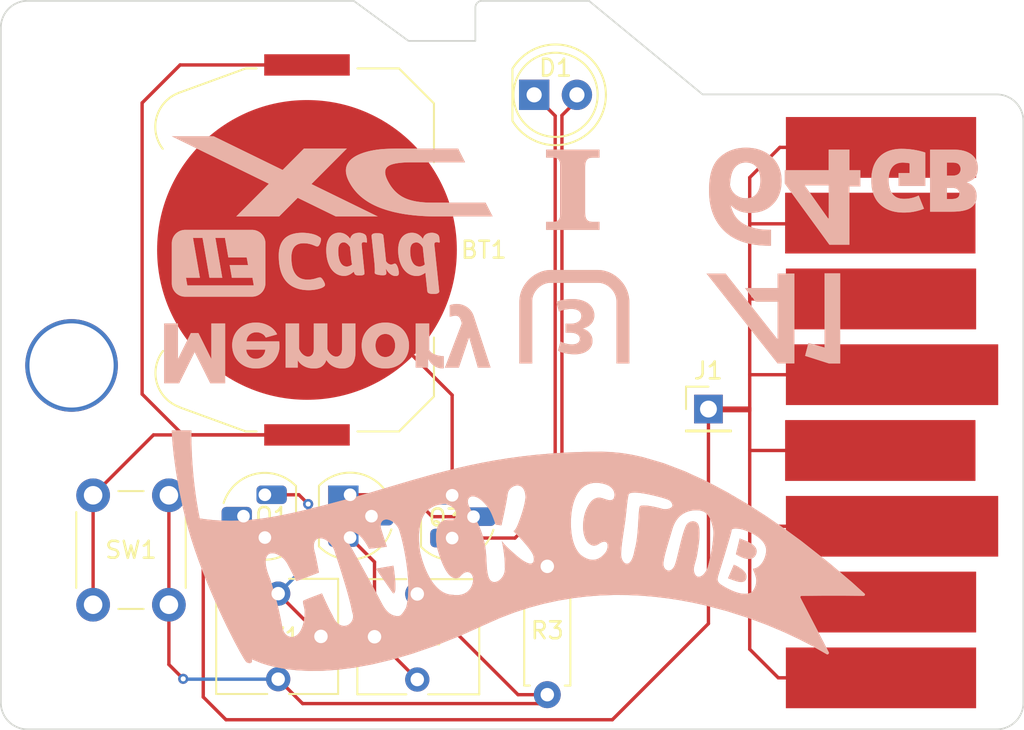
<source format=kicad_pcb>
(kicad_pcb (version 20241229) (generator "pcbnew") (generator_version "9.0")
  (layers (0 "F.Cu" signal) (2 "B.Cu" signal) (13 "F.Paste" user) (15 "B.Paste" user) (5 "F.SilkS" user "F.Silkscreen") (7 "B.SilkS" user "B.Silkscreen") (1 "F.Mask" user) (3 "B.Mask" user) (25 "Edge.Cuts" user))
  (net 0 "")
  (net 1 "Net-(BT1--)")
  (net 2 "Net-(BT1-+)")
  (net 3 "Net-(D1-K)")
  (net 4 "Net-(D1-A)")
  (net 5 "Net-(J1-Pin_1)")
  (net 6 "Net-(Q1-E)")
  (net 7 "Net-(Q1-C)")
  (net 8 "Net-(Q2-E)")
  (net 9 "Net-(Q2-C)")
  (net 10 "Net-(R3-Pad1)")
  (footprint "Button_Switch_THT:SW_PUSH_6mm" (layer "F.Cu") (at 93.62 73.52 -90)
    (property "Reference" "SW1")
    (property "Value" "SW_Push")
  )
  (footprint "Resistor_THT:R_Axial_DIN0207_L6.3mm_D2.5mm_P7.62mm_Horizontal" (layer "F.Cu") (at 116.09 85.359999 90)
    (property "Reference" "R3")
    (property "Value" "220")
  )
  (footprint "Battery:BatteryHolder_Keystone_3034_1x20mm" (layer "F.Cu") (at 101.82 58.95 -90)
    (property "Reference" "BT1")
    (property "Value" "Battery_Cell")
  )
  (footprint "LED_THT:LED_D5.0mm" (layer "F.Cu") (at 115.31 49.74)
    (property "Reference" "D1")
    (property "Value" "LED")
  )
  (footprint "Package_TO_SOT_THT:TO-92_HandSolder" (layer "F.Cu") (at 99.32 76.03 90)
    (property "Reference" "Q1")
    (property "Value" "2N3904")
  )
  (footprint "Package_TO_SOT_THT:TO-92_HandSolder" (layer "F.Cu") (at 104.38 73.49 -90)
    (property "Reference" "Q2")
    (property "Value" "2N3904")
  )
  (footprint "Package_TO_SOT_THT:TO-92_HandSolder" (layer "F.Cu") (at 110.44 73.52 -90)
    (property "Reference" "Q3")
    (property "Value" "2N3904")
  )
  (footprint "Potentiometer_THT:Potentiometer_Vishay_T73YP_Vertical" (layer "F.Cu") (at 108.37 79.38 180)
    (property "Reference" "RV2")
    (property "Value" "R_Potentiometer")
  )
  (footprint "Connector_PinHeader_2.54mm:PinHeader_1x01_P2.54mm_Vertical" (layer "F.Cu") (at 125.66 68.4)
    (property "Reference" "J1")
    (property "Value" "Conn_01x01_Pin")
  )
  (footprint "Potentiometer_THT:Potentiometer_Vishay_T73YP_Vertical" (layer "F.Cu") (at 100.11 84.44)
    (property "Reference" "RV1")
    (property "Value" "R_Potentiometer")
  )
  (gr_poly (pts (xy 141.55261 54.660229) (xy 130.261514 54.660229) (xy 130.261514 51.060628) (xy 141.55261 51.060597)) (stroke (width -0.000001)) (fill yes) (layer "F.Cu") (net 5))
  (gr_poly (pts (xy 141.510381 59.159204) (xy 130.218496 59.159204) (xy 130.218496 55.559547) (xy 141.510381 55.559547)) (stroke (width -0.000001)) (fill yes) (layer "F.Cu") (net 5))
  (gr_poly (pts (xy 142.861505 77.159864) (xy 130.261514 77.159864) (xy 130.261437 73.560211) (xy 142.861425 73.560211)) (stroke (width -0.000001)) (fill yes) (layer "F.Cu") (net 5))
  (gr_poly (pts (xy 142.861505 77.159864) (xy 130.261514 77.159864) (xy 130.261437 73.560211) (xy 142.861425 73.560211)) (stroke (width -0.000001)) (fill yes) (layer "F.Cu") (net 5))
  (gr_poly (pts (xy 141.511171 72.660098) (xy 130.219288 72.660098) (xy 130.219288 69.059647) (xy 141.511171 69.059647)) (stroke (width -0.000001)) (fill yes) (layer "F.Cu") (net 5))
  (gr_poly (pts (xy 141.55261 81.66043) (xy 130.260722 81.66043) (xy 130.260722 78.060851) (xy 141.55261 78.060771)) (stroke (width -0.000001)) (fill yes) (layer "F.Cu") (net 5))
  (gr_poly (pts (xy 141.510381 59.159204) (xy 130.218496 59.159204) (xy 130.218496 55.559547) (xy 141.510381 55.559547)) (stroke (width -0.000001)) (fill yes) (layer "F.Cu") (net 5))
  (gr_poly (pts (xy 141.55261 54.660229) (xy 130.261514 54.660229) (xy 130.261514 51.060628) (xy 141.55261 51.060597)) (stroke (width -0.000001)) (fill yes) (layer "F.Cu") (net 5))
  (gr_poly (pts (xy 141.511171 72.660098) (xy 130.219288 72.660098) (xy 130.219288 69.059647) (xy 141.511171 69.059647)) (stroke (width -0.000001)) (fill yes) (layer "F.Cu") (net 5))
  (gr_poly (pts (xy 141.551895 86.159403) (xy 130.260722 86.159403) (xy 130.260722 82.559747) (xy 141.551814 82.559747)) (stroke (width -0.000001)) (fill yes) (layer "F.Cu") (net 5))
  (gr_poly (pts (xy 141.551895 86.159403) (xy 130.260722 86.159403) (xy 130.260722 82.559747) (xy 141.551814 82.559747)) (stroke (width -0.000001)) (fill yes) (layer "F.Cu") (net 5))
  (gr_poly (pts (xy 141.55261 81.66043) (xy 130.260722 81.66043) (xy 130.260722 78.060851) (xy 141.55261 78.060771)) (stroke (width -0.000001)) (fill yes) (layer "F.Cu") (net 5))
  (gr_rect (start 126.285 68.345) (end 128.115 68.495) (stroke (width 0.2)) (fill no) (layer "F.Cu") (net 5))
  (gr_poly (pts (xy 142.861505 68.160329) (xy 130.261514 68.160329) (xy 130.261437 64.560673) (xy 142.861425 64.560673)) (stroke (width -0.000001)) (fill yes) (layer "F.Cu") (net 5))
  (gr_poly (pts (xy 141.55261 63.659766) (xy 130.261514 63.659845) (xy 130.261514 60.060189) (xy 141.55261 60.06011)) (stroke (width -0.000001)) (fill yes) (layer "F.Cu") (net 5))
  (gr_poly (pts (xy 141.55261 63.659766) (xy 130.261514 63.659845) (xy 130.261514 60.060189) (xy 141.55261 60.06011)) (stroke (width -0.000001)) (fill yes) (layer "F.Cu") (net 5))
  (gr_poly (pts (xy 142.861505 68.160329) (xy 130.261514 68.160329) (xy 130.261437 64.560673) (xy 142.861425 64.560673)) (stroke (width -0.000001)) (fill yes) (layer "F.Cu") (net 5))
  (gr_poly (pts (xy 140.204137 56.678192) (xy 140.298596 56.675418) (xy 140.389472 56.670795) (xy 140.476765 56.664322) (xy 140.560475 56.655999) (xy 140.640602 56.645827) (xy 140.717145 56.633805) (xy 140.790106 56.619933) (xy 140.859484 56.604211) (xy 140.925278 56.586638) (xy 140.98749 56.567216) (xy 141.046119 56.545943) (xy 141.101165 56.522819) (xy 141.152627 56.497845) (xy 141.200507 56.47102) (xy 141.244804 56.442344) (xy 141.285995 56.411935) (xy 141.324528 56.379913) (xy 141.360403 56.346278) (xy 141.39362 56.31103) (xy 141.424178 56.274169) (xy 141.438461 56.255133) (xy 141.452079 56.235694) (xy 141.465033 56.215851) (xy 141.477322 56.195605) (xy 141.488947 56.174956) (xy 141.499907 56.153903) (xy 141.510203 56.132447) (xy 141.519835 56.110587) (xy 141.537105 56.065658) (xy 141.551718 56.019114) (xy 141.563674 55.970955) (xy 141.572973 55.921183) (xy 141.579615 55.869796) (xy 141.5836 55.816795) (xy 141.584928 55.762179) (xy 141.584584 55.732223) (xy 141.583551 55.70284) (xy 141.58183 55.67403) (xy 141.57942 55.645792) (xy 141.576321 55.618126) (xy 141.572534 55.591032) (xy 141.568057 55.56451) (xy 141.562891 55.538559) (xy 141.557036 55.513179) (xy 141.550492 55.48837) (xy 141.543258 55.464131) (xy 141.535335 55.440463) (xy 141.526723 55.417365) (xy 141.51742 55.394837) (xy 141.507428 55.372879) (xy 141.496746 55.35149) (xy 141.485857 55.330676) (xy 141.474593 55.310411) (xy 141.462953 55.290695) (xy 141.450938 55.271528) (xy 141.438549 55.252912) (xy 141.425785 55.234845) (xy 141.412646 55.217328) (xy 141.399133 55.200362) (xy 141.385247 55.183946) (xy 141.370987 55.168082) (xy 141.356353 55.152768) (xy 141.341346 55.138005) (xy 141.325966 55.123795) (xy 141.310214 55.110136) (xy 141.294089 55.097029) (xy 141.277591 55.084474) (xy 141.261176 55.072441) (xy 141.244704 55.0609) (xy 141.228173 55.04985) (xy 141.211585 55.039291) (xy 141.194939 55.029225) (xy 141.178235 55.019649) (xy 141.161474 55.010566) (xy 141.144655 55.001974) (xy 141.127778 54.993875) (xy 141.110844 54.986267) (xy 141.093852 54.979152) (xy 141.076803 54.972529) (xy 141.059697 54.966399) (xy 141.042532 54.960761) (xy 141.025311 54.955616) (xy 141.008032 54.950964) (xy 141.008032 54.925801) (xy 141.045767 54.915551) (xy 141.083427 54.903731) (xy 141.121014 54.890341) (xy 141.158526 54.87538) (xy 141.195965 54.858849) (xy 141.233328 54.840749) (xy 141.270618 54.821077) (xy 141.307833 54.799836) (xy 141.326512 54.788777) (xy 141.344779 54.777032) (xy 141.362633 54.764599) (xy 141.380074 54.75148) (xy 141.397103 54.737672) (xy 141.413719 54.723177) (xy 141.429923 54.707995) (xy 141.445715 54.692124) (xy 141.461095 54.675565) (xy 141.476063 54.658317) (xy 141.490618 54.64038) (xy 141.504762 54.621755) (xy 141.518495 54.60244) (xy 141.531815 54.582436) (xy 141.544724 54.561742) (xy 141.557222 54.540359) (xy 141.56942 54.51846) (xy 141.580831 54.495598) (xy 141.591455 54.471773) (xy 141.601292 54.446983) (xy 141.610342 54.421229) (xy 141.618605 54.39451) (xy 141.626081 54.366828) (xy 141.63277 54.338181) (xy 141.638673 54.308569) (xy 141.643788 54.277992) (xy 141.648116 54.246451) (xy 141.651657 54.213944) (xy 141.654412 54.180473) (xy 141.656379 54.146036) (xy 141.65756 54.110634) (xy 141.657953 54.074267) (xy 141.657284 54.03275) (xy 141.655278 53.991961) (xy 141.651933 53.9519) (xy 141.647251 53.912567) (xy 141.641231 53.873961) (xy 141.633872 53.836084) (xy 141.625175 53.798934) (xy 141.61514 53.762513) (xy 141.603766 53.72682) (xy 141.591054 53.691855) (xy 141.577003 53.657619) (xy 141.561613 53.624112) (xy 141.544884 53.591333) (xy 141.526817 53.559283) (xy 141.50741 53.527962) (xy 141.486664 53.49737) (xy 141.464989 53.467576) (xy 141.442174 53.438647) (xy 141.418218 53.410584) (xy 141.393122 53.383385) (xy 141.366885 53.357053) (xy 141.339507 53.331585) (xy 141.310988 53.306984) (xy 141.281328 53.283248) (xy 141.250527 53.260378) (xy 141.218584 53.238375) (xy 141.1855 53.217237) (xy 141.151274 53.196966) (xy 141.115906 53.177561) (xy 141.079396 53.159023) (xy 141.041744 53.141352) (xy 141.00295 53.124547) (xy 140.963123 53.10899) (xy 140.922371 53.094436) (xy 140.880694 53.080885) (xy 140.838093 53.068336) (xy 140.794567 53.056791) (xy 140.750117 53.046249) (xy 140.704742 53.036711) (xy 140.658443 53.028176) (xy 140.611218 53.020645) (xy 140.563069 53.014117) (xy 140.513996 53.008594) (xy 140.463998 53.004074) (xy 140.413075 53.000559) (xy 140.361228 52.998048) (xy 140.308455 52.996541) (xy 140.254759 52.996039) (xy 138.821329 52.996039) (xy 138.821329 53.764386) (xy 139.81645 53.764386) (xy 140.166576 53.764386) (xy 140.198397 53.76482) (xy 140.228999 53.76612) (xy 140.258381 53.768287) (xy 140.286545 53.771321) (xy 140.313489 53.775221) (xy 140.339213 53.779987) (xy 140.363717 53.78562) (xy 140.387001 53.792119) (xy 140.409064 53.799484) (xy 140.429907 53.807715) (xy 140.449529 53.816811) (xy 140.46793 53.826773) (xy 140.48511 53.837601) (xy 140.501068 53.849294) (xy 140.515805 53.861853) (xy 140.52932 53.875277) (xy 140.541834 53.889662) (xy 140.553542 53.90448) (xy 140.564442 53.919732) (xy 140.574534 53.935417) (xy 140.583819 53.951535) (xy 140.592297 53.968085) (xy 140.599967 53.985069) (xy 140.60683 54.002485) (xy 140.612885 54.020333) (xy 140.618133 54.038614) (xy 140.622573 54.057328) (xy 140.626207 54.076473) (xy 140.629032 54.09605) (xy 140.631051 54.11606) (xy 140.632262 54.136501) (xy 140.632665 54.157374) (xy 140.632488 54.169617) (xy 140.631955 54.18176) (xy 140.631067 54.193802) (xy 140.629824 54.205745) (xy 140.628226 54.217587) (xy 140.626273 54.22933) (xy 140.623965 54.240972) (xy 140.621304 54.252515) (xy 140.618287 54.263959) (xy 140.614917 54.275303) (xy 140.611192 54.286548) (xy 140.607113 54.297694) (xy 140.602681 54.308741) (xy 140.597894 54.319689) (xy 140.592754 54.330538) (xy 140.587261 54.341289) (xy 140.581673 54.352178) (xy 140.575591 54.362791) (xy 140.569016 54.373127) (xy 140.561949 54.383186) (xy 140.554388 54.392969) (xy 140.546334 54.402476) (xy 140.537787 54.411707) (xy 140.528747 54.420662) (xy 140.519213 54.429342) (xy 140.509187 54.437747) (xy 140.498668 54.445877) (xy 140.487656 54.453733) (xy 140.476151 54.461314) (xy 140.464152 54.468621) (xy 140.451661 54.475655) (xy 140.438677 54.482414) (xy 140.42513 54.489119) (xy 140.410956 54.495392) (xy 140.396152 54.501234) (xy 140.380719 54.506643) (xy 140.364657 54.51162) (xy 140.347966 54.516166) (xy 140.330646 54.520278) (xy 140.312696 54.523959) (xy 140.294116 54.527207) (xy 140.274907 54.530022) (xy 140.255067 54.532405) (xy 140.234598 54.534354) (xy 140.213499 54.535871) (xy 140.191769 54.536954) (xy 140.169408 54.537604) (xy 140.146417 54.537821) (xy 139.81645 54.537821) (xy 139.81645 53.764386) (xy 138.821329 53.764386) (xy 138.821329 55.265845) (xy 139.81645 55.265845) (xy 140.116171 55.265845) (xy 140.146467 55.266239) (xy 140.175622 55.267419) (xy 140.203633 55.269387) (xy 140.230503 55.272142) (xy 140.25623 55.275685) (xy 140.280814 55.280015) (xy 140.304257 55.285132) (xy 140.326557 55.291037) (xy 140.347714 55.297731) (xy 140.36773 55.305212) (xy 140.386603 55.313481) (xy 140.404334 55.322538) (xy 140.420923 55.332383) (xy 140.43637 55.343017) (xy 140.450674 55.35444) (xy 140.463836 55.366651) (xy 140.476048 55.379723) (xy 140.487471 55.393131) (xy 140.498106 55.406876) (xy 140.507952 55.420956) (xy 140.517009 55.435373) (xy 140.525278 55.450125) (xy 140.532759 55.465212) (xy 140.539452 55.480635) (xy 140.545357 55.496392) (xy 140.550474 55.512484) (xy 140.554804 55.52891) (xy 140.558346 55.545671) (xy 140.5611 55.562765) (xy 140.563068 55.580193) (xy 140.564248 55.597954) (xy 140.564642 55.616049) (xy 140.564189 55.634651) (xy 140.56283 55.652683) (xy 140.560566 55.670146) (xy 140.557395 55.687039) (xy 140.55332 55.703362) (xy 140.548339 55.719116) (xy 140.542453 55.734299) (xy 140.535661 55.748912) (xy 140.527964 55.762955) (xy 140.519363 55.776428) (xy 140.509856 55.789331) (xy 140.499445 55.801662) (xy 140.488129 55.813424) (xy 140.475908 55.824614) (xy 140.462783 55.835234) (xy 140.448753 55.845283) (xy 140.434093 55.855044) (xy 140.418448 55.864176) (xy 140.401819 55.872679) (xy 140.384206 55.880553) (xy 140.365608 55.887798) (xy 140.346026 55.894414) (xy 140.325458 55.9004) (xy 140.303906 55.905757) (xy 140.281369 55.910484) (xy 140.257846 55.914581) (xy 140.233338 55.918048) (xy 140.207844 55.920885) (xy 140.181365 55.923091) (xy 140.1539 55.924668) (xy 140.125449 55.925614) (xy 140.096012 55.925929) (xy 139.81645 55.925929) (xy 139.81645 55.265845) (xy 138.821329 55.265845) (xy 138.821329 56.679116) (xy 140.106094 56.679116)) (stroke (width -0.000001)) (fill yes) (layer "B.SilkS"))
  (gr_poly (pts (xy 101.967667 61.340361) (xy 102.006214 61.339244) (xy 102.045058 61.337384) (xy 102.0842 61.334779) (xy 102.123639 61.33143) (xy 102.163377 61.327337) (xy 102.203412 61.322501) (xy 102.243744 61.31692) (xy 102.283928 61.311785) (xy 102.323516 61.305906) (xy 102.362509 61.299283) (xy 102.400906 61.291916) (xy 102.438709 61.283805) (xy 102.475916 61.27495) (xy 102.512528 61.26535) (xy 102.548545 61.255005) (xy 102.583445 61.245183) (xy 102.616707 61.234766) (xy 102.648333 61.223753) (xy 102.678322 61.212144) (xy 102.706673 61.19994) (xy 102.733388 61.187141) (xy 102.758465 61.173746) (xy 102.781905 61.159756) (xy 102.794631 61.151422) (xy 102.806612 61.143087) (xy 102.817848 61.134753) (xy 102.828341 61.126419) (xy 102.838089 61.118085) (xy 102.842684 61.113918) (xy 102.847094 61.109751) (xy 102.851317 61.105584) (xy 102.855354 61.101417) (xy 102.859205 61.09725) (xy 102.86287 61.093083) (xy 102.86633 61.089455) (xy 102.869567 61.085715) (xy 102.872581 61.081864) (xy 102.875371 61.077901) (xy 102.877938 61.073827) (xy 102.880282 61.069641) (xy 102.882403 61.065344) (xy 102.884301 61.060935) (xy 102.885975 61.056414) (xy 102.887426 61.051782) (xy 102.888654 61.047038) (xy 102.889658 61.042183) (xy 102.890439 61.037216) (xy 102.890998 61.032137) (xy 102.891332 61.026947) (xy 102.891444 61.021646) (xy 102.891332 61.016734) (xy 102.890998 61.011524) (xy 102.890439 61.006017) (xy 102.889658 61.000213) (xy 102.888654 60.99411) (xy 102.887426 60.987711) (xy 102.885975 60.981013) (xy 102.884301 60.974018) (xy 102.882403 60.966726) (xy 102.880282 60.959135) (xy 102.875371 60.943062) (xy 102.869567 60.925799) (xy 102.86287 60.907345) (xy 102.855428 60.889411) (xy 102.847391 60.871329) (xy 102.838759 60.853097) (xy 102.829532 60.834717) (xy 102.819709 60.816187) (xy 102.809291 60.797509) (xy 102.798278 60.778681) (xy 102.786669 60.759705) (xy 102.775805 60.741028) (xy 102.764643 60.723094) (xy 102.753183 60.705905) (xy 102.741425 60.689459) (xy 102.72937 60.673758) (xy 102.717017 60.658801) (xy 102.704366 60.644588) (xy 102.691418 60.631119) (xy 102.684889 60.624775) (xy 102.678396 60.618841) (xy 102.671941 60.613316) (xy 102.665523 60.6082) (xy 102.659142 60.603493) (xy 102.652798 60.599196) (xy 102.646491 60.595308) (xy 102.640222 60.59183) (xy 102.633989 60.58876) (xy 102.627794 60.5861) (xy 102.621637 60.583849) (xy 102.615516 60.582007) (xy 102.609433 60.580575) (xy 102.603386 60.579552) (xy 102.597377 60.578938) (xy 102.591406 60.578734) (xy 102.585955 60.578808) (xy 102.580318 60.579031) (xy 102.574495 60.579403) (xy 102.568486 60.579924) (xy 102.555911 60.581412) (xy 102.542591 60.583495) (xy 102.528526 60.586174) (xy 102.513718 60.589448) (xy 102.498165 60.593317) (xy 102.481869 60.597782) (xy 102.447042 60.607902) (xy 102.40924 60.619213) (xy 102.368461 60.631714) (xy 102.324705 60.645407) (xy 102.302754 60.652401) (xy 102.27976 60.659098) (xy 102.255724 60.665498) (xy 102.230647 60.6716) (xy 102.204528 60.677404) (xy 102.177367 60.682911) (xy 102.149164 60.68812) (xy 102.119919 60.693031) (xy 102.089632 60.697497) (xy 102.058304 60.701367) (xy 102.025933 60.704642) (xy 101.992521 60.707321) (xy 101.958068 60.709404) (xy 101.922573 60.710892) (xy 101.886035 60.711785) (xy 101.848457 60.712083) (xy 101.818914 60.711748) (xy 101.789818 60.710743) (xy 101.761169 60.709069) (xy 101.732966 60.706725) (xy 101.705209 60.703711) (xy 101.677899 60.700027) (xy 101.651036 60.695674) (xy 101.624619 60.690651) (xy 101.598648 60.684958) (xy 101.573124 60.678596) (xy 101.548047 60.671563) (xy 101.523416 60.663861) (xy 101.499231 60.655489) (xy 101.475493 60.646448) (xy 101.452202 60.636736) (xy 101.429357 60.626355) (xy 101.407553 60.6159) (xy 101.386197 60.604776) (xy 101.365286 60.592981) (xy 101.344822 60.580517) (xy 101.324805 60.567383) (xy 101.305234 60.55358) (xy 101.286109 60.539106) (xy 101.267431 60.523963) (xy 101.2492 60.50815) (xy 101.231415 60.491667) (xy 101.214076 60.474515) (xy 101.197184 60.456693) (xy 101.180738 60.4382) (xy 101.164739 60.419038) (xy 101.149187 60.399207) (xy 101.134081 60.378705) (xy 101.119421 60.35813) (xy 101.105209 60.336886) (xy 101.091442 60.314971) (xy 101.078122 60.292387) (xy 101.065249 60.269133) (xy 101.052821 60.245209) (xy 101.040841 60.220615) (xy 101.029307 60.195352) (xy 101.018219 60.169419) (xy 101.007578 60.142816) (xy 100.997383 60.115543) (xy 100.987635 60.0876) (xy 100.978333 60.058988) (xy 100.969478 60.029706) (xy 100.961069 59.999754) (xy 100.953107 59.969133) (xy 100.939712 59.907071) (xy 100.928103 59.842331) (xy 100.918281 59.774911) (xy 100.910244 59.704813) (xy 100.903993 59.632036) (xy 100.899528 59.55658) (xy 100.896849 59.478445) (xy 100.895956 59.397632) (xy 100.897221 59.329915) (xy 100.901017 59.264877) (xy 100.903863 59.233363) (xy 100.907342 59.202519) (xy 100.911453 59.172344) (xy 100.916197 59.142839) (xy 100.921573 59.114003) (xy 100.927582 59.085838) (xy 100.934224 59.058342) (xy 100.941497 59.031515) (xy 100.949404 59.005359) (xy 100.957943 58.979872) (xy 100.967114 58.955055) (xy 100.976918 58.930907) (xy 100.987336 58.908044) (xy 100.998349 58.885887) (xy 101.009958 58.864437) (xy 101.022162 58.843694) (xy 101.034961 58.823658) (xy 101.048356 58.804329) (xy 101.062346 58.785706) (xy 101.076931 58.767791) (xy 101.092111 58.750583) (xy 101.107887 58.734082) (xy 101.124258 58.718287) (xy 101.141225 58.7032) (xy 101.158786 58.68882) (xy 101.176943 58.675146) (xy 101.195696 58.66218) (xy 101.215043 58.649921) (xy 101.235563 58.638386) (xy 101.256641 58.627596) (xy 101.278277 58.61755) (xy 101.300471 58.608248) (xy 101.323223 58.59969) (xy 101.346534 58.591877) (xy 101.370402 58.584807) (xy 101.394828 58.578482) (xy 101.419813 58.572901) (xy 101.445356 58.568064) (xy 101.471456 58.563971) (xy 101.498115 58.560622) (xy 101.525332 58.558017) (xy 101.553107 58.556157) (xy 101.58144 58.555041) (xy 101.610331 58.554669) (xy 101.652598 58.555115) (xy 101.693675 58.556454) (xy 101.733561 58.558687) (xy 101.772257 58.561812) (xy 101.809761 58.565831) (xy 101.846076 58.570743) (xy 101.881199 58.576549) (xy 101.915131 58.583247) (xy 101.949064 58.590539) (xy 101.981806 58.598128) (xy 102.013358 58.606016) (xy 102.043719 58.614201) (xy 102.072889 58.622684) (xy 102.100868 58.631465) (xy 102.127657 58.640544) (xy 102.153256 58.649921) (xy 102.201178 58.668374) (xy 102.244934 58.685637) (xy 102.284523 58.701711) (xy 102.319945 58.716597) (xy 102.337209 58.723293) (xy 102.353282 58.729096) (xy 102.368165 58.734007) (xy 102.381857 58.738025) (xy 102.394358 58.741151) (xy 102.405669 58.743384) (xy 102.410878 58.744165) (xy 102.41579 58.744723) (xy 102.420403 58.745058) (xy 102.42472 58.74517) (xy 102.431808 58.744965) (xy 102.438784 58.744351) (xy 102.445649 58.743328) (xy 102.452402 58.741896) (xy 102.459043 58.740054) (xy 102.465573 58.737803) (xy 102.471991 58.735143) (xy 102.478297 58.732073) (xy 102.484492 58.728595) (xy 102.490576 58.724706) (xy 102.496547 58.720409) (xy 102.502407 58.715702) (xy 102.508156 58.710586) (xy 102.513792 58.705061) (xy 102.519317 58.699126) (xy 102.524731 58.692782) (xy 102.530033 58.68614) (xy 102.535223 58.679313) (xy 102.540302 58.672299) (xy 102.545269 58.6651) (xy 102.550125 58.657714) (xy 102.554869 58.650142) (xy 102.559501 58.642384) (xy 102.564022 58.634441) (xy 102.568431 58.626311) (xy 102.572728 58.617995) (xy 102.576914 58.609493) (xy 102.580989 58.600805) (xy 102.584951 58.591931) (xy 102.588802 58.582871) (xy 102.592542 58.573625) (xy 102.596169 58.564193) (xy 102.60309 58.546335) (xy 102.609564 58.528476) (xy 102.615591 58.510617) (xy 102.621172 58.492758) (xy 102.626306 58.474899) (xy 102.630994 58.457039) (xy 102.635235 58.439179) (xy 102.63903 58.421319) (xy 102.642379 58.405172) (xy 102.645282 58.390066) (xy 102.647738 58.376001) (xy 102.649747 58.362979) (xy 102.65131 58.350998) (xy 102.652426 58.340059) (xy 102.653096 58.330161) (xy 102.65332 58.321306) (xy 102.653115 58.313065) (xy 102.652501 58.30501) (xy 102.651478 58.297141) (xy 102.650045 58.289457) (xy 102.648203 58.28196) (xy 102.645952 58.274649) (xy 102.643292 58.267524) (xy 102.640222 58.260584) (xy 102.636743 58.253831) (xy 102.632855 58.247264) (xy 102.628558 58.240883) (xy 102.623851 58.234688) (xy 102.618735 58.228679) (xy 102.61321 58.222856) (xy 102.607275 58.21722) (xy 102.600931 58.211769) (xy 102.588058 58.201873) (xy 102.573249 58.191232) (xy 102.556506 58.179847) (xy 102.537828 58.167717) (xy 102.517215 58.154843) (xy 102.494668 58.141225) (xy 102.470186 58.126863) (xy 102.44377 58.111756) (xy 102.413334 58.096576) (xy 102.381559 58.081992) (xy 102.348444 58.068002) (xy 102.313991 58.054607) (xy 102.278197 58.041808) (xy 102.241065 58.029604) (xy 102.202593 58.017996) (xy 102.162782 58.006983) (xy 102.123416 57.997755) (xy 102.083903 57.989122) (xy 102.04424 57.981085) (xy 102.004428 57.973644) (xy 101.964468 57.966798) (xy 101.924358 57.960548) (xy 101.8841 57.954893) (xy 101.843693 57.949834) (xy 101.803659 57.945368) (xy 101.764517 57.941498) (xy 101.726268 57.938224) (xy 101.688912 57.935545) (xy 101.65245 57.933461) (xy 101.61688 57.931973) (xy 101.582202 57.93108) (xy 101.548418 57.930782) (xy 101.462265 57.932103) (xy 101.378828 57.936066) (xy 101.298108 57.94267) (xy 101.220103 57.951916) (xy 101.144815 57.963804) (xy 101.072242 57.978333) (xy 101.002386 57.995504) (xy 100.935246 58.015317) (xy 100.870822 58.037772) (xy 100.809114 58.062868) (xy 100.750123 58.090606) (xy 100.693847 58.120985) (xy 100.640288 58.154007) (xy 100.589445 58.18967) (xy 100.541318 58.227975) (xy 100.495907 58.268921) (xy 100.45323 58.313067) (xy 100.413307 58.35978) (xy 100.376137 58.40906) (xy 100.341721 58.460908) (xy 100.310057 58.515323) (xy 100.281148 58.572306) (xy 100.254991 58.631855) (xy 100.231588 58.693972) (xy 100.210938 58.758657) (xy 100.193041 58.825909) (xy 100.177898 58.895728) (xy 100.165508 58.968114) (xy 100.155871 59.043068) (xy 100.148988 59.120589) (xy 100.144858 59.200678) (xy 100.143482 59.283334) (xy 100.145193 59.408795) (xy 100.150328 59.530387) (xy 100.158885 59.64811) (xy 100.170866 59.761963) (xy 100.186269 59.871947) (xy 100.205096 59.978061) (xy 100.227346 60.080306) (xy 100.253019 60.178682) (xy 100.267734 60.2264) (xy 100.283305 60.273114) (xy 100.299732 60.318823) (xy 100.317014 60.363527) (xy 100.335153 60.407226) (xy 100.354147 60.449922) (xy 100.373997 60.491612) (xy 100.394702 60.532298) (xy 100.416264 60.571979) (xy 100.438681 60.610656) (xy 100.461954 60.648328) (xy 100.486083 60.684996) (xy 100.511068 60.720659) (xy 100.536908 60.755317) (xy 100.563604 60.788971) (xy 100.591156 60.82162) (xy 100.619564 60.853265) (xy 100.648827 60.883904) (xy 100.678946 60.91354) (xy 100.709921 60.94217) (xy 100.741752 60.969797) (xy 100.774438 60.996418) (xy 100.807981 61.022035) (xy 100.842378 61.046647) (xy 100.877632 61.070255) (xy 100.913741 61.092859) (xy 100.950707 61.114457) (xy 100.988527 61.135051) (xy 101.027204 61.154641) (xy 101.066736 61.173226) (xy 101.107125 61.190807) (xy 101.148369 61.207383) (xy 101.191045 61.223531) (xy 101.23454 61.238637) (xy 101.278853 61.252702) (xy 101.323985 61.265724) (xy 101.369936 61.277705) (xy 101.416705 61.288643) (xy 101.464293 61.29854) (xy 101.512699 61.307396) (xy 101.561924 61.315209) (xy 101.611968 61.321981) (xy 101.66283 61.32771) (xy 101.71451 61.332398) (xy 101.767009 61.336045) (xy 101.820327 61.338649) (xy 101.874463 61.340212) (xy 101.929418 61.340733)) (stroke (width -0.000001)) (fill yes) (layer "B.SilkS"))
  (gr_poly (pts (xy 107.082482 60.497621) (xy 107.095932 60.497174) (xy 107.108824 60.49643) (xy 107.121158 60.495388) (xy 107.132934 60.494049) (xy 107.144152 60.492412) (xy 107.154812 60.490477) (xy 107.164914 60.488244) (xy 107.174457 60.485714) (xy 107.183443 60.482887) (xy 107.19187 60.479761) (xy 107.199739 60.476338) (xy 107.20705 60.472617) (xy 107.213803 60.468599) (xy 107.219998 60.464283) (xy 107.225635 60.459669) (xy 107.230825 60.454869) (xy 107.235681 60.449995) (xy 107.240202 60.445047) (xy 107.244388 60.440024) (xy 107.248239 60.434926) (xy 107.251755 60.429754) (xy 107.254936 60.424508) (xy 107.257783 60.419188) (xy 107.260294 60.413792) (xy 107.262471 60.408323) (xy 107.264313 60.402779) (xy 107.26582 60.397161) (xy 107.266992 60.391468) (xy 107.267829 60.385701) (xy 107.268331 60.37986) (xy 107.268499 60.373944) (xy 107.269615 60.362187) (xy 107.270582 60.350728) (xy 107.2714 60.339566) (xy 107.27207 60.328701) (xy 107.272591 60.318134) (xy 107.272963 60.307865) (xy 107.273186 60.297893) (xy 107.273261 60.28822) (xy 107.272963 60.273411) (xy 107.27207 60.257561) (xy 107.270582 60.240669) (xy 107.268498 60.222735) (xy 107.265819 60.203759) (xy 107.262545 60.183742) (xy 107.258676 60.162683) (xy 107.254211 60.140582) (xy 107.250341 60.119077) (xy 107.245876 60.097422) (xy 107.240816 60.075619) (xy 107.23516 60.053666) (xy 107.228909 60.031565) (xy 107.222063 60.009315) (xy 107.214622 59.986916) (xy 107.206585 59.964369) (xy 107.198102 59.943385) (xy 107.189321 59.923293) (xy 107.180243 59.904094) (xy 107.170866 59.885789) (xy 107.161193 59.868376) (xy 107.151221 59.851856) (xy 107.140952 59.836229) (xy 107.130386 59.821495) (xy 107.125567 59.814575) (xy 107.120637 59.808101) (xy 107.115596 59.802073) (xy 107.110443 59.796492) (xy 107.105178 59.791358) (xy 107.099802 59.78667) (xy 107.094314 59.782428) (xy 107.088714 59.778633) (xy 107.083003 59.775285) (xy 107.07718 59.772383) (xy 107.071246 59.769927) (xy 107.068237 59.768867) (xy 107.0652 59.767918) (xy 107.062135 59.767081) (xy 107.059042 59.766355) (xy 107.055921 59.765741) (xy 107.052773 59.765239) (xy 107.046391 59.764569) (xy 107.039899 59.764346) (xy 107.034503 59.764439) (xy 107.029034 59.764718) (xy 107.02349 59.765183) (xy 107.017872 59.765834) (xy 107.012179 59.766671) (xy 107.006412 59.767694) (xy 107.000571 59.768903) (xy 106.994655 59.770297) (xy 106.988664 59.771878) (xy 106.9826 59.773646) (xy 106.97646 59.775599) (xy 106.970247 59.777738) (xy 106.963959 59.780063) (xy 106.957596 59.782574) (xy 106.951159 59.785272) (xy 106.944648 59.788156) (xy 106.937969 59.791616) (xy 106.93103 59.794853) (xy 106.923831 59.797867) (xy 106.916371 59.800658) (xy 106.90865 59.803225) (xy 106.900669 59.80557) (xy 106.892428 59.80769) (xy 106.883926 59.809588) (xy 106.875164 59.811262) (xy 106.866141 59.812713) (xy 106.856858 59.813941) (xy 106.847314 59.814946) (xy 106.83751 59.815727) (xy 106.827446 59.816285) (xy 106.817121 59.81662) (xy 106.806535 59.816732) (xy 106.796992 59.816527) (xy 106.787411 59.815913) (xy 106.777793 59.81489) (xy 106.768138 59.813457) (xy 106.758446 59.811615) (xy 106.748716 59.809364) (xy 106.73895 59.806704) (xy 106.729146 59.803634) (xy 106.719304 59.800156) (xy 106.709426 59.796268) (xy 106.69951 59.79197) (xy 106.689557 59.787264) (xy 106.679567 59.782148) (xy 106.66954 59.776623) (xy 106.659475 59.770689) (xy 106.649373 59.764346) (xy 106.639923 59.758207) (xy 106.630621 59.751695) (xy 106.621469 59.744812) (xy 106.612465 59.737556) (xy 106.603609 59.729928) (xy 106.594903 59.721928) (xy 106.586345 59.713556) (xy 106.577937 59.704813) (xy 106.569677 59.695697) (xy 106.561566 59.686209) (xy 106.553603 59.676349) (xy 106.54579 59.666117) (xy 106.538125 59.655513) (xy 106.530609 59.644537) (xy 106.523242 59.633189) (xy 106.516024 59.62147) (xy 106.358861 58.121284) (xy 106.357968 58.111312) (xy 106.35648 58.101638) (xy 106.354396 58.092262) (xy 106.351717 58.083183) (xy 106.348443 58.074402) (xy 106.344574 58.065919) (xy 106.340109 58.057734) (xy 106.335048 58.049846) (xy 106.329393 58.042255) (xy 106.323142 58.034963) (xy 106.316296 58.027968) (xy 106.308855 58.02127) (xy 106.300818 58.01487) (xy 106.292186 58.008768) (xy 106.282959 58.002963) (xy 106.273136 57.997456) (xy 106.263369 57.992842) (xy 106.253118 57.988527) (xy 106.242384 57.984509) (xy 106.231166 57.980788) (xy 106.219464 57.977365) (xy 106.207279 57.97424) (xy 106.19461 57.971412) (xy 106.181457 57.968882) (xy 106.167821 57.966649) (xy 106.153701 57.964714) (xy 106.139097 57.963077) (xy 106.12401 57.961737) (xy 106.108439 57.960695) (xy 106.092384 57.959951) (xy 106.075846 57.959504) (xy 106.058824 57.959355) (xy 105.925474 57.959355) (xy 105.907913 57.959541) (xy 105.890946 57.9601) (xy 105.874575 57.96103) (xy 105.858799 57.962332) (xy 105.843618 57.964007) (xy 105.829033 57.966053) (xy 105.815043 57.968472) (xy 105.801649 57.971262) (xy 105.788849 57.974425) (xy 105.776645 57.97796) (xy 105.765037 57.981867) (xy 105.754023 57.986146) (xy 105.743605 57.990797) (xy 105.733783 57.99582) (xy 105.724555 58.001216) (xy 105.715923 58.006983) (xy 105.707868 58.013047) (xy 105.700371 58.019335) (xy 105.693431 58.025846) (xy 105.68705 58.032581) (xy 105.681228 58.039538) (xy 105.675963 58.046719) (xy 105.67354 58.050394) (xy 105.671256 58.054124) (xy 105.669112 58.057909) (xy 105.667108 58.061751) (xy 105.665243 58.065649) (xy 105.663517 58.069602) (xy 105.661931 58.073611) (xy 105.660485 58.077676) (xy 105.659178 58.081797) (xy 105.658011 58.085973) (xy 105.656983 58.090205) (xy 105.656094 58.094494) (xy 105.655346 58.098838) (xy 105.654736 58.103237) (xy 105.653936 58.112204) (xy 105.653694 58.121395) (xy 105.654011 58.130808) (xy 105.815936 59.630997) (xy 105.824568 59.714042) (xy 105.831414 59.791729) (xy 105.836474 59.86406) (xy 105.839748 59.931032) (xy 105.843915 59.993241) (xy 105.846892 60.046522) (xy 105.848679 60.090874) (xy 105.849274 60.126297) (xy 105.848976 60.165587) (xy 105.848604 60.182553) (xy 105.848083 60.197734) (xy 105.847413 60.211128) (xy 105.846594 60.222736) (xy 105.845627 60.232559) (xy 105.84451 60.240595) (xy 105.84451 60.307268) (xy 105.844734 60.313147) (xy 105.845013 60.316031) (xy 105.845403 60.318877) (xy 105.845906 60.321687) (xy 105.84652 60.324459) (xy 105.847245 60.327193) (xy 105.848082 60.329891) (xy 105.849031 60.332551) (xy 105.850091 60.335175) (xy 105.851263 60.337761) (xy 105.852547 60.340309) (xy 105.853942 60.342821) (xy 105.855449 60.345295) (xy 105.858798 60.350132) (xy 105.862593 60.35482) (xy 105.866835 60.359359) (xy 105.871523 60.36375) (xy 105.876657 60.367991) (xy 105.882239 60.372084) (xy 105.888266 60.376028) (xy 105.89474 60.379823) (xy 105.901661 60.383469) (xy 105.917437 60.39039) (xy 105.933808 60.396864) (xy 105.950775 60.402891) (xy 105.968336 60.408472) (xy 105.986493 60.413607) (xy 106.005246 60.418295) (xy 106.024593 60.422537) (xy 106.044536 60.426333) (xy 106.065818 60.430872) (xy 106.086803 60.434964) (xy 106.10749 60.438611) (xy 106.127879 60.44181) (xy 106.147971 60.444564) (xy 106.167765 60.44687) (xy 106.187261 60.448731) (xy 106.20646 60.450145) (xy 106.244263 60.452228) (xy 106.276707 60.453716) (xy 106.303794 60.454608) (xy 106.325524 60.454906) (xy 106.351941 60.454459) (xy 106.376422 60.45312) (xy 106.387938 60.452115) (xy 106.39897 60.450888) (xy 106.409518 60.449437) (xy 106.419582 60.447762) (xy 106.429163 60.445865) (xy 106.43826 60.443744) (xy 106.446874 60.4414) (xy 106.455004 60.438833) (xy 106.46265 60.436043) (xy 106.469812 60.433029) (xy 106.476491 60.429793) (xy 106.482686 60.426333) (xy 106.485616 60.424784) (xy 106.488453 60.423114) (xy 106.491197 60.421323) (xy 106.493848 60.419412) (xy 106.496406 60.417379) (xy 106.498871 60.415226) (xy 106.501243 60.412952) (xy 106.503522 60.410556) (xy 106.505708 60.40804) (xy 106.507801 60.405403) (xy 106.5098 60.402645) (xy 106.511707 60.399766) (xy 106.513521 60.396766) (xy 106.515242 60.393646) (xy 106.51687 60.390404) (xy 106.518404 60.387041) (xy 106.519846 60.383558) (xy 106.521195 60.379954) (xy 106.522451 60.376228) (xy 106.523613 60.372382) (xy 106.524683 60.368415) (xy 106.52566 60.364327) (xy 106.526543 60.360118) (xy 106.527334 60.355788) (xy 106.528032 60.351337) (xy 106.528636 60.346765) (xy 106.529566 60.337259) (xy 106.530124 60.327269) (xy 106.53031 60.316795) (xy 106.52979 60.293727) (xy 106.528227 60.267385) (xy 106.525622 60.237768) (xy 106.521976 60.204877) (xy 106.517288 60.168711) (xy 106.511559 60.129272) (xy 106.504787 60.086558) (xy 106.496974 60.040569) (xy 106.512898 60.073386) (xy 106.529716 60.105161) (xy 106.547426 60.135894) (xy 106.566029 60.165585) (xy 106.585526 60.194234) (xy 106.595609 60.208168) (xy 106.605915 60.221841) (xy 106.616445 60.235255) (xy 106.627198 60.248407) (xy 106.638174 60.2613) (xy 106.649373 60.273932) (xy 106.661317 60.286843) (xy 106.673335 60.299382) (xy 106.685427 60.311549) (xy 106.697594 60.323343) (xy 106.709835 60.334766) (xy 106.72215 60.345816) (xy 106.73454 60.356495) (xy 106.747004 60.366801) (xy 106.759543 60.376735) (xy 106.772156 60.386297) (xy 106.784844 60.395487) (xy 106.797606 60.404305) (xy 106.810442 60.412751) (xy 106.823353 60.420825) (xy 106.836339 60.428527) (xy 106.849399 60.435857) (xy 106.863091 60.443354) (xy 106.876783 60.450368) (xy 106.890475 60.456898) (xy 106.904167 60.462944) (xy 106.91786 60.468507) (xy 106.931552 60.473585) (xy 106.945244 60.47818) (xy 106.958936 60.482292) (xy 106.972628 60.485919) (xy 106.98632 60.489063) (xy 107.000012 60.491723) (xy 107.013705 60.4939) (xy 107.027397 60.495593) (xy 107.041089 60.496802) (xy 107.054781 60.497528) (xy 107.068473 60.497769)) (stroke (width -0.000001)) (fill yes) (layer "B.SilkS"))
  (gr_poly (pts (xy 115.194092 61.985018) (xy 115.195618 61.933006) (xy 115.200137 61.881257) (xy 115.207557 61.82986) (xy 115.217788 61.778907) (xy 115.230737 61.728489) (xy 115.246314 61.678698) (xy 115.264428 61.629624) (xy 115.284987 61.581358) (xy 115.307901 61.533992) (xy 115.333078 61.487617) (xy 115.360427 61.442323) (xy 115.389857 61.398203) (xy 115.421277 61.355346) (xy 115.454595 61.313845) (xy 115.489721 61.27379) (xy 115.526564 61.235273) (xy 115.565032 61.198383) (xy 115.605033 61.163214) (xy 115.646478 61.129855) (xy 115.689275 61.098398) (xy 115.733332 61.068934) (xy 115.778559 61.041554) (xy 115.824864 61.01635) (xy 115.872157 60.993411) (xy 115.920345 60.97283) (xy 115.969339 60.954698) (xy 116.019046 60.939105) (xy 116.069376 60.926143) (xy 116.120238 60.915902) (xy 116.17154 60.908475) (xy 116.223191 60.903952) (xy 116.275101 60.902424) (xy 119.114583 60.902424) (xy 119.166544 60.903952) (xy 119.218246 60.908475) (xy 119.269599 60.915902) (xy 119.320511 60.926143) (xy 119.37089 60.939105) (xy 119.420646 60.954698) (xy 119.469687 60.97283) (xy 119.517922 60.993411) (xy 119.56526 61.01635) (xy 119.611609 61.041554) (xy 119.656879 61.068934) (xy 119.700978 61.098398) (xy 119.743815 61.129855) (xy 119.785299 61.163214) (xy 119.825339 61.198383) (xy 119.863842 61.235273) (xy 119.900719 61.27379) (xy 119.935878 61.313845) (xy 119.969228 61.355346) (xy 120.000677 61.398203) (xy 120.030134 61.442323) (xy 120.057508 61.487617) (xy 120.082708 61.533992) (xy 120.105643 61.581358) (xy 120.126221 61.629624) (xy 120.144352 61.678698) (xy 120.159943 61.728489) (xy 120.172904 61.778907) (xy 120.183144 61.82986) (xy 120.190571 61.881257) (xy 120.195094 61.933006) (xy 120.196622 61.985018) (xy 120.196622 65.696038) (xy 120.960286 65.696038) (xy 120.960286 62.028357) (xy 120.957728 61.934255) (xy 120.950145 61.841037) (xy 120.937676 61.748842) (xy 120.920459 61.657806) (xy 120.898632 61.568069) (xy 120.872333 61.479768) (xy 120.8417 61.393041) (xy 120.806871 61.308026) (xy 120.767984 61.22486) (xy 120.725177 61.143683) (xy 120.678589 61.06463) (xy 120.628358 60.987842) (xy 120.574621 60.913454) (xy 120.517516 60.841606) (xy 120.457183 60.772436) (xy 120.393758 60.70608) (xy 120.32738 60.642678) (xy 120.258187 60.582366) (xy 120.186318 60.525284) (xy 120.111909 60.471568) (xy 120.0351 60.421357) (xy 119.956028 60.374788) (xy 119.874832 60.332) (xy 119.791649 60.293131) (xy 119.706618 60.258318) (xy 119.619876 60.227699) (xy 119.531562 60.201413) (xy 119.441815 60.179596) (xy 119.350771 60.162388) (xy 119.258569 60.149925) (xy 119.165347 60.142347) (xy 119.071244 60.13979) (xy 116.319549 60.13979) (xy 116.225447 60.142347) (xy 116.13223 60.149925) (xy 116.040034 60.162388) (xy 115.948999 60.179596) (xy 115.859262 60.201413) (xy 115.770961 60.227699) (xy 115.684234 60.258318) (xy 115.599218 60.293131) (xy 115.516053 60.332) (xy 115.434875 60.374788) (xy 115.355822 60.421357) (xy 115.279034 60.471568) (xy 115.204646 60.525284) (xy 115.132798 60.582366) (xy 115.063627 60.642678) (xy 114.997271 60.70608) (xy 114.933869 60.772436) (xy 114.873557 60.841606) (xy 114.816474 60.913454) (xy 114.762758 60.987842) (xy 114.712547 61.06463) (xy 114.665979 61.143683) (xy 114.623191 61.22486) (xy 114.584321 61.308026) (xy 114.549508 61.393041) (xy 114.518889 61.479768) (xy 114.492603 61.568069) (xy 114.470786 61.657806) (xy 114.453578 61.748842) (xy 114.441115 61.841037) (xy 114.433536 61.934255) (xy 114.43098 62.028357) (xy 114.43098 65.696038) (xy 115.194092 65.696038)) (stroke (width -0.000001)) (fill yes) (layer "B.SilkS"))
  (gr_poly (pts (xy 130.760085 60.349734) (xy 129.766546 60.349734) (xy 129.766546 61.217543) (xy 127.830194 61.217543) (xy 128.467971 62.022088) (xy 129.766546 62.022088) (xy 129.766546 64.262288) (xy 126.67235 60.349734) (xy 125.543479 60.349734) (xy 129.766546 65.691276) (xy 130.760085 65.691276)) (stroke (width -0.000001)) (fill yes) (layer "B.SilkS"))
  (gr_poly (pts (xy 127.64126 78.671959) (xy 127.669696 78.669149) (xy 127.697003 78.664461) (xy 127.723121 78.657796) (xy 127.74799 78.649055) (xy 127.77155 78.638138) (xy 127.793741 78.624948) (xy 127.814501 78.609383) (xy 127.833772 78.591346) (xy 127.851492 78.570737) (xy 127.867602 78.547458) (xy 127.882041 78.521407) (xy 127.894748 78.492488) (xy 127.905664 78.4606) (xy 127.914729 78.425644) (xy 127.921357 78.383959) (xy 127.92278 78.342973) (xy 127.919326 78.302727) (xy 127.911324 78.263263) (xy 127.899099 78.224621) (xy 127.882981 78.186842) (xy 127.863295 78.149967) (xy 127.84037 78.114037) (xy 127.814534 78.079093) (xy 127.786113 78.045175) (xy 127.755435 78.012326) (xy 127.722828 77.980585) (xy 127.688619 77.949993) (xy 127.653136 77.920592) (xy 127.579657 77.865525) (xy 127.50501 77.81571) (xy 127.431816 77.771476) (xy 127.362694 77.733149) (xy 127.300265 77.701056) (xy 127.205964 77.656884) (xy 127.169873 77.641578) (xy 126.821575 78.448822) (xy 126.867083 78.464626) (xy 126.912926 78.480959) (xy 127.00517 78.514465) (xy 127.158431 78.569653) (xy 127.233956 78.595301) (xy 127.308102 78.618593) (xy 127.380386 78.638736) (xy 127.450326 78.654938) (xy 127.484266 78.661312) (xy 127.51744 78.666404) (xy 127.549786 78.670114) (xy 127.581245 78.672342) (xy 127.611757 78.67299)) (stroke (width -0.000001)) (fill yes) (layer "B.SilkS"))
  (gr_poly (pts (xy 119.193481 57.284592) (xy 118.807243 57.284592) (xy 118.782701 57.284253) (xy 118.75843 57.283236) (xy 118.734432 57.28154) (xy 118.710711 57.279164) (xy 118.687269 57.276107) (xy 118.664109 57.272369) (xy 118.641233 57.267947) (xy 118.618645 57.262842) (xy 118.608062 57.260499) (xy 118.597657 57.257815) (xy 118.587428 57.254791) (xy 118.577375 57.251428) (xy 118.567498 57.247724) (xy 118.557798 57.24368) (xy 118.548273 57.239297) (xy 118.538924 57.234574) (xy 118.529751 57.229511) (xy 118.520754 57.224109) (xy 118.511932 57.218368) (xy 118.503286 57.212288) (xy 118.494815 57.205869) (xy 118.486519 57.199111) (xy 118.478398 57.192014) (xy 118.470452 57.184579) (xy 118.462699 57.176769) (xy 118.455157 57.16855) (xy 118.447824 57.159923) (xy 118.440702 57.150887) (xy 118.43379 57.141442) (xy 118.427088 57.131589) (xy 118.420597 57.121329) (xy 118.414315 57.110661) (xy 118.408244 57.099585) (xy 118.402383 57.088102) (xy 118.396732 57.076213) (xy 118.391292 57.063916) (xy 118.386062 57.051213) (xy 118.381042 57.038104) (xy 118.376232 57.02459) (xy 118.371632 57.010669) (xy 118.367292 56.996225) (xy 118.363231 56.98117) (xy 118.359449 56.965506) (xy 118.355947 56.94923) (xy 118.352723 56.932345) (xy 118.34978 56.914848) (xy 118.347116 56.896741) (xy 118.344733 56.878022) (xy 118.340805 56.838752) (xy 118.337999 56.797036) (xy 118.336314 56.752874) (xy 118.335752 56.706265) (xy 118.335752 54.048311) (xy 118.336314 54.001703) (xy 118.337999 53.957541) (xy 118.340805 53.915826) (xy 118.344733 53.876556) (xy 118.34978 53.839731) (xy 118.355947 53.805348) (xy 118.363231 53.773408) (xy 118.371632 53.74391) (xy 118.376232 53.729989) (xy 118.381042 53.716474) (xy 118.386062 53.703365) (xy 118.391292 53.690663) (xy 118.396732 53.678366) (xy 118.402383 53.666477) (xy 118.408244 53.654994) (xy 118.414315 53.643918) (xy 118.420597 53.63325) (xy 118.427088 53.62299) (xy 118.43379 53.613137) (xy 118.440702 53.603692) (xy 118.447824 53.594656) (xy 118.455157 53.586028) (xy 118.462699 53.57781) (xy 118.470452 53.57) (xy 118.478398 53.562547) (xy 118.486519 53.5554) (xy 118.494815 53.548557) (xy 118.503286 53.54202) (xy 118.511932 53.535787) (xy 118.520754 53.52986) (xy 118.529751 53.524238) (xy 118.538924 53.518921) (xy 118.548273 53.513909) (xy 118.557798 53.509202) (xy 118.567498 53.504801) (xy 118.577375 53.500704) (xy 118.587428 53.496913) (xy 118.597657 53.493427) (xy 118.608062 53.490246) (xy 118.618645 53.487371) (xy 118.641233 53.483296) (xy 118.664109 53.479765) (xy 118.687269 53.476777) (xy 118.710711 53.474333) (xy 118.734432 53.472431) (xy 118.75843 53.471073) (xy 118.782701 53.470259) (xy 118.807243 53.469987) (xy 119.193481 53.469987) (xy 119.193481 52.996039) (xy 116.018481 52.996039) (xy 116.018481 53.469987) (xy 116.404719 53.469987) (xy 116.430246 53.470259) (xy 116.455216 53.471073) (xy 116.479628 53.472431) (xy 116.503481 53.474333) (xy 116.526777 53.476777) (xy 116.549515 53.479765) (xy 116.571694 53.483296) (xy 116.593315 53.487371) (xy 116.603884 53.490246) (xy 116.61428 53.493427) (xy 116.624503 53.496913) (xy 116.634552 53.500704) (xy 116.644428 53.504801) (xy 116.654129 53.509202) (xy 116.663655 53.513909) (xy 116.673007 53.518921) (xy 116.682184 53.524238) (xy 116.691186 53.52986) (xy 116.700013 53.535787) (xy 116.708664 53.54202) (xy 116.717139 53.548557) (xy 116.725438 53.5554) (xy 116.733561 53.562547) (xy 116.741507 53.57) (xy 116.74926 53.57781) (xy 116.756803 53.586028) (xy 116.764135 53.594656) (xy 116.771257 53.603692) (xy 116.778169 53.613137) (xy 116.784871 53.62299) (xy 116.791363 53.63325) (xy 116.797645 53.643918) (xy 116.803716 53.654994) (xy 116.809577 53.666477) (xy 116.815228 53.678366) (xy 116.820669 53.690663) (xy 116.825899 53.703365) (xy 116.83092 53.716474) (xy 116.83573 53.729989) (xy 116.84033 53.74391) (xy 116.84467 53.758354) (xy 116.84873 53.773408) (xy 116.852512 53.789073) (xy 116.856014 53.805348) (xy 116.859237 53.822234) (xy 116.86218 53.839731) (xy 116.864844 53.857838) (xy 116.867227 53.876556) (xy 116.871154 53.915826) (xy 116.873961 53.957541) (xy 116.875645 54.001703) (xy 116.876207 54.048311) (xy 116.876207 56.706265) (xy 116.875645 56.752874) (xy 116.873961 56.797036) (xy 116.871154 56.838752) (xy 116.867227 56.878022) (xy 116.86218 56.914848) (xy 116.856014 56.94923) (xy 116.84873 56.98117) (xy 116.84033 57.010669) (xy 116.83573 57.02459) (xy 116.83092 57.038104) (xy 116.825899 57.051213) (xy 116.820669 57.063916) (xy 116.815228 57.076213) (xy 116.809577 57.088102) (xy 116.803716 57.099585) (xy 116.797645 57.110661) (xy 116.791363 57.121329) (xy 116.784871 57.131589) (xy 116.778169 57.141442) (xy 116.771257 57.150887) (xy 116.764135 57.159923) (xy 116.756803 57.16855) (xy 116.74926 57.176769) (xy 116.741507 57.184579) (xy 116.733561 57.192014) (xy 116.725438 57.199111) (xy 116.717139 57.205869) (xy 116.708664 57.212288) (xy 116.700013 57.218368) (xy 116.691186 57.224109) (xy 116.682184 57.229511) (xy 116.673007 57.234574) (xy 116.663655 57.239297) (xy 116.654129 57.24368) (xy 116.644428 57.247724) (xy 116.634552 57.251428) (xy 116.624503 57.254791) (xy 116.61428 57.257815) (xy 116.603884 57.260499) (xy 116.593315 57.262842) (xy 116.571694 57.267947) (xy 116.549515 57.272369) (xy 116.526777 57.276107) (xy 116.503481 57.279164) (xy 116.479628 57.28154) (xy 116.455216 57.283236) (xy 116.430246 57.284253) (xy 116.404719 57.284592) (xy 116.018481 57.284592) (xy 116.018481 57.758537) (xy 119.193481 57.758537)) (stroke (width -0.000001)) (fill yes) (layer "B.SilkS"))
  (gr_poly (pts (xy 101.967667 61.34036) (xy 102.006214 61.339244) (xy 102.045058 61.337384) (xy 102.0842 61.334779) (xy 102.123639 61.33143) (xy 102.163377 61.327337) (xy 102.203412 61.322501) (xy 102.243744 61.31692) (xy 102.283928 61.311785) (xy 102.323516 61.305906) (xy 102.362509 61.299283) (xy 102.400906 61.291916) (xy 102.438709 61.283805) (xy 102.475916 61.27495) (xy 102.512528 61.26535) (xy 102.548545 61.255005) (xy 102.583445 61.245183) (xy 102.616707 61.234766) (xy 102.648333 61.223753) (xy 102.678322 61.212144) (xy 102.706673 61.19994) (xy 102.733388 61.187141) (xy 102.758465 61.173746) (xy 102.781905 61.159756) (xy 102.794631 61.151422) (xy 102.806612 61.143087) (xy 102.817848 61.134753) (xy 102.828341 61.126419) (xy 102.838089 61.118085) (xy 102.842684 61.113918) (xy 102.847094 61.109751) (xy 102.851317 61.105584) (xy 102.855354 61.101417) (xy 102.859205 61.09725) (xy 102.86287 61.093083) (xy 102.86633 61.089455) (xy 102.869567 61.085715) (xy 102.872581 61.081864) (xy 102.875371 61.077901) (xy 102.877938 61.073827) (xy 102.880282 61.069641) (xy 102.882403 61.065344) (xy 102.884301 61.060935) (xy 102.885975 61.056414) (xy 102.887426 61.051782) (xy 102.888654 61.047038) (xy 102.889658 61.042183) (xy 102.890439 61.037216) (xy 102.890998 61.032137) (xy 102.891332 61.026947) (xy 102.891444 61.021646) (xy 102.891332 61.016734) (xy 102.890998 61.011524) (xy 102.890439 61.006017) (xy 102.889658 61.000213) (xy 102.888654 60.99411) (xy 102.887426 60.987711) (xy 102.885975 60.981013) (xy 102.884301 60.974018) (xy 102.882403 60.966726) (xy 102.880282 60.959135) (xy 102.875371 60.943062) (xy 102.869567 60.925799) (xy 102.86287 60.907345) (xy 102.855428 60.889411) (xy 102.847391 60.871329) (xy 102.838759 60.853097) (xy 102.829532 60.834717) (xy 102.819709 60.816187) (xy 102.809291 60.797509) (xy 102.798278 60.778681) (xy 102.786669 60.759705) (xy 102.775805 60.741028) (xy 102.764643 60.723094) (xy 102.753183 60.705905) (xy 102.741425 60.689459) (xy 102.72937 60.673758) (xy 102.717017 60.658801) (xy 102.704366 60.644588) (xy 102.691418 60.631119) (xy 102.684889 60.624775) (xy 102.678396 60.618841) (xy 102.671941 60.613316) (xy 102.665523 60.6082) (xy 102.659142 60.603493) (xy 102.652798 60.599196) (xy 102.646491 60.595308) (xy 102.640222 60.59183) (xy 102.633989 60.58876) (xy 102.627794 60.5861) (xy 102.621637 60.583849) (xy 102.615516 60.582008) (xy 102.609433 60.580575) (xy 102.603386 60.579552) (xy 102.597377 60.578938) (xy 102.591406 60.578734) (xy 102.585955 60.578808) (xy 102.580318 60.579031) (xy 102.574495 60.579403) (xy 102.568486 60.579924) (xy 102.555911 60.581412) (xy 102.542591 60.583495) (xy 102.528526 60.586174) (xy 102.513718 60.589448) (xy 102.498165 60.593317) (xy 102.481869 60.597782) (xy 102.447042 60.607902) (xy 102.40924 60.619213) (xy 102.368461 60.631714) (xy 102.324705 60.645407) (xy 102.302754 60.652401) (xy 102.27976 60.659098) (xy 102.255724 60.665498) (xy 102.230647 60.6716) (xy 102.204528 60.677404) (xy 102.177367 60.682911) (xy 102.149164 60.68812) (xy 102.119919 60.693031) (xy 102.089632 60.697497) (xy 102.058304 60.701367) (xy 102.025933 60.704642) (xy 101.992522 60.707321) (xy 101.958068 60.709404) (xy 101.922573 60.710892) (xy 101.886035 60.711785) (xy 101.848457 60.712083) (xy 101.818914 60.711748) (xy 101.789818 60.710743) (xy 101.761169 60.709069) (xy 101.732966 60.706725) (xy 101.705209 60.703711) (xy 101.677899 60.700028) (xy 101.651036 60.695674) (xy 101.624619 60.690651) (xy 101.598648 60.684958) (xy 101.573124 60.678596) (xy 101.548047 60.671563) (xy 101.523416 60.663861) (xy 101.499231 60.655489) (xy 101.475493 60.646448) (xy 101.452202 60.636736) (xy 101.429357 60.626355) (xy 101.407554 60.6159) (xy 101.386197 60.604776) (xy 101.365286 60.592981) (xy 101.344822 60.580517) (xy 101.324805 60.567383) (xy 101.305234 60.55358) (xy 101.286109 60.539106) (xy 101.267431 60.523963) (xy 101.2492 60.50815) (xy 101.231415 60.491667) (xy 101.214076 60.474515) (xy 101.197184 60.456693) (xy 101.180738 60.4382) (xy 101.164739 60.419038) (xy 101.149187 60.399207) (xy 101.134081 60.378705) (xy 101.119421 60.35813) (xy 101.105208 60.336886) (xy 101.091442 60.314971) (xy 101.078122 60.292387) (xy 101.065249 60.269133) (xy 101.052821 60.245209) (xy 101.040841 60.220615) (xy 101.029307 60.195352) (xy 101.018219 60.169419) (xy 101.007578 60.142816) (xy 100.997383 60.115543) (xy 100.987635 60.0876) (xy 100.978333 60.058988) (xy 100.969478 60.029706) (xy 100.961069 59.999754) (xy 100.953107 59.969133) (xy 100.939712 59.907071) (xy 100.928103 59.842331) (xy 100.918281 59.774911) (xy 100.910244 59.704813) (xy 100.903993 59.632036) (xy 100.899528 59.55658) (xy 100.896849 59.478445) (xy 100.895956 59.397632) (xy 100.897221 59.329915) (xy 100.901017 59.264877) (xy 100.903863 59.233363) (xy 100.907342 59.202519) (xy 100.911453 59.172344) (xy 100.916197 59.142839) (xy 100.921573 59.114003) (xy 100.927582 59.085838) (xy 100.934224 59.058342) (xy 100.941497 59.031515) (xy 100.949404 59.005359) (xy 100.957943 58.979872) (xy 100.967114 58.955055) (xy 100.976918 58.930907) (xy 100.987336 58.908044) (xy 100.998349 58.885887) (xy 101.009958 58.864437) (xy 101.022162 58.843694) (xy 101.034961 58.823658) (xy 101.048356 58.804329) (xy 101.062346 58.785706) (xy 101.076931 58.767791) (xy 101.092111 58.750583) (xy 101.107887 58.734082) (xy 101.124258 58.718287) (xy 101.141225 58.7032) (xy 101.158786 58.68882) (xy 101.176943 58.675146) (xy 101.195696 58.66218) (xy 101.215043 58.649921) (xy 101.235563 58.638386) (xy 101.256641 58.627596) (xy 101.278277 58.61755) (xy 101.300471 58.608248) (xy 101.323223 58.59969) (xy 101.346534 58.591877) (xy 101.370402 58.584807) (xy 101.394828 58.578482) (xy 101.419813 58.572901) (xy 101.445356 58.568064) (xy 101.471456 58.563971) (xy 101.498115 58.560622) (xy 101.525332 58.558017) (xy 101.553107 58.556157) (xy 101.58144 58.555041) (xy 101.610331 58.554669) (xy 101.652598 58.555115) (xy 101.693675 58.556454) (xy 101.733561 58.558687) (xy 101.772257 58.561812) (xy 101.809761 58.565831) (xy 101.846075 58.570743) (xy 101.881199 58.576549) (xy 101.915131 58.583247) (xy 101.949064 58.590539) (xy 101.981806 58.598128) (xy 102.013358 58.606016) (xy 102.043719 58.614201) (xy 102.072889 58.622684) (xy 102.100868 58.631465) (xy 102.127657 58.640544) (xy 102.153256 58.649921) (xy 102.201178 58.668374) (xy 102.244934 58.685637) (xy 102.284523 58.701711) (xy 102.319945 58.716597) (xy 102.337209 58.723293) (xy 102.353282 58.729096) (xy 102.368165 58.734007) (xy 102.381857 58.738025) (xy 102.394358 58.741151) (xy 102.405669 58.743383) (xy 102.410878 58.744165) (xy 102.41579 58.744723) (xy 102.420403 58.745058) (xy 102.42472 58.74517) (xy 102.431808 58.744965) (xy 102.438784 58.744351) (xy 102.445649 58.743328) (xy 102.452402 58.741896) (xy 102.459043 58.740054) (xy 102.465573 58.737803) (xy 102.471991 58.735143) (xy 102.478297 58.732073) (xy 102.484492 58.728595) (xy 102.490576 58.724706) (xy 102.496547 58.720409) (xy 102.502407 58.715702) (xy 102.508156 58.710586) (xy 102.513792 58.705061) (xy 102.519317 58.699126) (xy 102.524731 58.692782) (xy 102.530033 58.68614) (xy 102.535223 58.679313) (xy 102.540302 58.672299) (xy 102.545269 58.6651) (xy 102.550125 58.657714) (xy 102.554869 58.650142) (xy 102.559501 58.642384) (xy 102.564022 58.634441) (xy 102.568431 58.626311) (xy 102.572728 58.617995) (xy 102.576914 58.609493) (xy 102.580989 58.600805) (xy 102.584951 58.591931) (xy 102.588802 58.582871) (xy 102.592542 58.573625) (xy 102.596169 58.564193) (xy 102.60309 58.546335) (xy 102.609564 58.528476) (xy 102.615591 58.510617) (xy 102.621172 58.492758) (xy 102.626306 58.474899) (xy 102.630994 58.457039) (xy 102.635235 58.439179) (xy 102.63903 58.421319) (xy 102.642379 58.405172) (xy 102.645282 58.390066) (xy 102.647738 58.376001) (xy 102.649747 58.362979) (xy 102.65131 58.350998) (xy 102.652426 58.340059) (xy 102.653096 58.330161) (xy 102.65332 58.321306) (xy 102.653115 58.313065) (xy 102.652501 58.30501) (xy 102.651478 58.297141) (xy 102.650045 58.289457) (xy 102.648203 58.28196) (xy 102.645952 58.274649) (xy 102.643292 58.267524) (xy 102.640222 58.260584) (xy 102.636743 58.253831) (xy 102.632855 58.247264) (xy 102.628558 58.240883) (xy 102.623851 58.234688) (xy 102.618735 58.228679) (xy 102.61321 58.222856) (xy 102.607275 58.21722) (xy 102.600931 58.211769) (xy 102.588058 58.201873) (xy 102.573249 58.191232) (xy 102.556506 58.179847) (xy 102.537828 58.167717) (xy 102.517215 58.154843) (xy 102.494668 58.141225) (xy 102.470186 58.126863) (xy 102.44377 58.111756) (xy 102.413334 58.096576) (xy 102.381559 58.081992) (xy 102.348444 58.068002) (xy 102.313991 58.054607) (xy 102.278197 58.041808) (xy 102.241065 58.029604) (xy 102.202593 58.017996) (xy 102.162782 58.006983) (xy 102.123416 57.997755) (xy 102.083903 57.989122) (xy 102.04424 57.981085) (xy 102.004428 57.973644) (xy 101.964468 57.966798) (xy 101.924358 57.960548) (xy 101.8841 57.954893) (xy 101.843693 57.949834) (xy 101.803659 57.945368) (xy 101.764517 57.941498) (xy 101.726268 57.938224) (xy 101.688912 57.935545) (xy 101.65245 57.933461) (xy 101.61688 57.931973) (xy 101.582202 57.93108) (xy 101.548418 57.930782) (xy 101.462265 57.932103) (xy 101.378828 57.936066) (xy 101.298108 57.94267) (xy 101.220103 57.951916) (xy 101.144815 57.963804) (xy 101.072242 57.978333) (xy 101.002386 57.995504) (xy 100.935246 58.015317) (xy 100.870822 58.037772) (xy 100.809114 58.062868) (xy 100.750123 58.090606) (xy 100.693847 58.120985) (xy 100.640288 58.154007) (xy 100.589445 58.18967) (xy 100.541318 58.227975) (xy 100.495907 58.268921) (xy 100.45323 58.313067) (xy 100.413307 58.35978) (xy 100.376137 58.40906) (xy 100.341721 58.460908) (xy 100.310057 58.515323) (xy 100.281148 58.572306) (xy 100.254991 58.631855) (xy 100.231588 58.693972) (xy 100.210938 58.758657) (xy 100.193041 58.825909) (xy 100.177898 58.895728) (xy 100.165508 58.968114) (xy 100.155871 59.043068) (xy 100.148988 59.120589) (xy 100.144858 59.200678) (xy 100.143482 59.283334) (xy 100.145193 59.408795) (xy 100.150328 59.530387) (xy 100.158885 59.64811) (xy 100.170866 59.761963) (xy 100.186269 59.871947) (xy 100.205096 59.978061) (xy 100.227346 60.080306) (xy 100.253019 60.178682) (xy 100.267734 60.2264) (xy 100.283305 60.273114) (xy 100.299732 60.318823) (xy 100.317014 60.363527) (xy 100.335153 60.407226) (xy 100.354147 60.449922) (xy 100.373997 60.491612) (xy 100.394702 60.532298) (xy 100.416264 60.571979) (xy 100.438681 60.610656) (xy 100.461954 60.648328) (xy 100.486083 60.684996) (xy 100.511068 60.720659) (xy 100.536908 60.755317) (xy 100.563604 60.788971) (xy 100.591156 60.82162) (xy 100.619564 60.853265) (xy 100.648827 60.883904) (xy 100.678946 60.91354) (xy 100.709921 60.94217) (xy 100.741752 60.969797) (xy 100.774438 60.996418) (xy 100.807981 61.022035) (xy 100.842378 61.046647) (xy 100.877632 61.070255) (xy 100.913741 61.092859) (xy 100.950707 61.114457) (xy 100.988527 61.135051) (xy 101.027204 61.154641) (xy 101.066736 61.173226) (xy 101.107125 61.190807) (xy 101.148369 61.207383) (xy 101.191045 61.223531) (xy 101.23454 61.238637) (xy 101.278853 61.252702) (xy 101.323985 61.265724) (xy 101.369936 61.277705) (xy 101.416705 61.288643) (xy 101.464293 61.29854) (xy 101.512699 61.307396) (xy 101.561924 61.315209) (xy 101.611968 61.321981) (xy 101.66283 61.32771) (xy 101.71451 61.332398) (xy 101.767009 61.336045) (xy 101.820327 61.338649) (xy 101.874463 61.340212) (xy 101.929418 61.340733)) (stroke (width -0.000001)) (fill yes) (layer "B.SilkS"))
  (gr_poly (pts (xy 112.426046 56.143416) (xy 109.252794 56.143416) (xy 108.992507 56.138728) (xy 108.8678 56.13287) (xy 108.746719 56.124669) (xy 108.629266 56.114127) (xy 108.515442 56.101244) (xy 108.405248 56.08602) (xy 108.298687 56.068456) (xy 108.195758 56.048552) (xy 108.096465 56.02631) (xy 108.000807 56.00173) (xy 107.908787 55.974812) (xy 107.820405 55.945557) (xy 107.735664 55.913965) (xy 107.654565 55.880038) (xy 107.577109 55.843775) (xy 107.502344 55.804753) (xy 107.429501 55.762549) (xy 107.35858 55.717164) (xy 107.289586 55.668598) (xy 107.222521 55.616853) (xy 107.157387 55.561928) (xy 107.094187 55.503825) (xy 107.032923 55.442545) (xy 106.973599 55.378088) (xy 106.916218 55.310455) (xy 106.860781 55.239648) (xy 106.807291 55.165666) (xy 106.755752 55.088511) (xy 106.706165 55.008183) (xy 106.658534 54.924684) (xy 106.612861 54.838014) (xy 106.576859 54.763668) (xy 106.545798 54.692137) (xy 106.51968 54.62342) (xy 106.498508 54.557517) (xy 106.482284 54.494429) (xy 106.471009 54.434155) (xy 106.464686 54.376694) (xy 106.463318 54.322048) (xy 106.466905 54.270215) (xy 106.47545 54.221196) (xy 106.481582 54.197742) (xy 106.488955 54.174991) (xy 106.497569 54.152943) (xy 106.507423 54.131598) (xy 106.518518 54.110957) (xy 106.530855 54.091019) (xy 106.544433 54.071785) (xy 106.559254 54.053254) (xy 106.575316 54.035426) (xy 106.592621 54.018301) (xy 106.630958 53.986161) (xy 106.672866 53.957351) (xy 106.720902 53.930394) (xy 106.775063 53.905288) (xy 106.835349 53.882037) (xy 106.90176 53.860641) (xy 106.974294 53.8411) (xy 107.05295 53.823416) (xy 107.137728 53.807589) (xy 107.228626 53.793621) (xy 107.325644 53.781512) (xy 107.428781 53.771263) (xy 107.538036 53.762876) (xy 107.653407 53.756351) (xy 107.774894 53.751689) (xy 107.902496 53.748891) (xy 108.036213 53.747958) (xy 111.209465 53.747958) (xy 110.792033 52.926584) (xy 107.526943 52.926584) (xy 107.092924 52.929982) (xy 106.711256 52.940137) (xy 106.540069 52.94773) (xy 106.38199 52.95699) (xy 106.237024 52.967909) (xy 106.105178 52.98048) (xy 105.932366 53.003072) (xy 105.765755 53.030124) (xy 105.605341 53.061631) (xy 105.451119 53.097589) (xy 105.303084 53.137994) (xy 105.161232 53.18284) (xy 105.025559 53.232122) (xy 104.896058 53.285837) (xy 104.826685 53.318505) (xy 104.760607 53.352276) (xy 104.697822 53.387149) (xy 104.638332 53.423124) (xy 104.582135 53.460201) (xy 104.52923 53.498381) (xy 104.479619 53.537663) (xy 104.433299 53.578047) (xy 104.390271 53.619534) (xy 104.350533 53.662123) (xy 104.314087 53.705815) (xy 104.280931 53.750609) (xy 104.251064 53.796506) (xy 104.224487 53.843505) (xy 104.201198 53.891606) (xy 104.181198 53.94081) (xy 104.164486 53.991116) (xy 104.151061 54.042525) (xy 104.140924 54.095036) (xy 104.134073 54.14865) (xy 104.130508 54.203367) (xy 104.130229 54.259186) (xy 104.133235 54.316107) (xy 104.139525 54.374131) (xy 104.1491 54.433258) (xy 104.161959 54.493488) (xy 104.178102 54.55482) (xy 104.197527 54.617254) (xy 104.220235 54.680792) (xy 104.246225 54.745431) (xy 104.275497 54.811174) (xy 104.308049 54.878019) (xy 104.378219 55.008177) (xy 104.454395 55.134031) (xy 104.536574 55.25558) (xy 104.624753 55.372823) (xy 104.718928 55.485757) (xy 104.819098 55.594381) (xy 104.925258 55.698693) (xy 105.037406 55.79869) (xy 105.155539 55.894372) (xy 105.279653 55.985735) (xy 105.409746 56.072779) (xy 105.545815 56.155501) (xy 105.687857 56.2339) (xy 105.835868 56.307973) (xy 105.989846 56.377719) (xy 106.149787 56.443136) (xy 106.319031 56.505804) (xy 106.494102 56.564503) (xy 106.675002 56.619233) (xy 106.861731 56.66999) (xy 107.05429 56.716774) (xy 107.252681 56.759583) (xy 107.456904 56.798414) (xy 107.666961 56.833265) (xy 107.891172 56.864099) (xy 108.12132 56.890819) (xy 108.357418 56.913425) (xy 108.599478 56.931919) (xy 108.847513 56.946301) (xy 109.101537 56.956573) (xy 109.361563 56.962736) (xy 109.627602 56.964789) (xy 112.843481 56.964789)) (stroke (width -0.000001)) (fill yes) (layer "B.SilkS"))
  (gr_poly (pts (xy 98.843338 65.98938) (xy 98.897388 65.987153) (xy 98.950383 65.983442) (xy 99.002323 65.978246) (xy 99.053208 65.971566) (xy 99.103038 65.963401) (xy 99.151814 65.953751) (xy 99.199535 65.942617) (xy 99.2462 65.929998) (xy 99.291812 65.915895) (xy 99.336368 65.900307) (xy 99.379869 65.883235) (xy 99.422316 65.864678) (xy 99.463708 65.844636) (xy 99.504045 65.82311) (xy 99.543328 65.800099) (xy 99.582121 65.775877) (xy 99.619743 65.750718) (xy 99.656193 65.724621) (xy 99.69147 65.697586) (xy 99.725576 65.669614) (xy 99.75851 65.640704) (xy 99.790272 65.610857) (xy 99.820861 65.580071) (xy 99.850279 65.548349) (xy 99.878525 65.515688) (xy 99.905599 65.48209) (xy 99.9315 65.447555) (xy 99.95623 65.412082) (xy 99.979787 65.375671) (xy 100.002172 65.338322) (xy 100.023386 65.300037) (xy 100.043369 65.261692) (xy 100.062063 65.222918) (xy 100.079468 65.183713) (xy 100.095583 65.144079) (xy 100.110409 65.104016) (xy 100.123946 65.063522) (xy 100.136194 65.022599) (xy 100.147153 64.981247) (xy 100.156822 64.939464) (xy 100.165202 64.897252) (xy 100.172293 64.854609) (xy 100.178094 64.811538) (xy 100.182607 64.768036) (xy 100.18583 64.724105) (xy 100.187764 64.679744) (xy 100.188408 64.634953) (xy 100.188252 64.617451) (xy 100.187783 64.599949) (xy 100.187001 64.582447) (xy 100.185907 64.564945) (xy 100.184501 64.547443) (xy 100.182782 64.52994) (xy 100.18075 64.512438) (xy 100.178406 64.494935) (xy 100.173406 64.433677) (xy 100.170906 64.405862) (xy 100.168405 64.379922) (xy 98.228163 64.379922) (xy 98.230292 64.358259) (xy 98.232929 64.337026) (xy 98.236074 64.316222) (xy 98.239726 64.295849) (xy 98.243887 64.275905) (xy 98.248556 64.25639) (xy 98.253732 64.237306) (xy 98.259416 64.218651) (xy 98.265609 64.200426) (xy 98.272309 64.182631) (xy 98.279517 64.165265) (xy 98.287232 64.14833) (xy 98.295456 64.131824) (xy 98.304188 64.115747) (xy 98.313427 64.100101) (xy 98.323174 64.084884) (xy 98.333976 64.070097) (xy 98.34513 64.05574) (xy 98.356635 64.041813) (xy 98.368492 64.028315) (xy 98.380701 64.015247) (xy 98.393261 64.002609) (xy 98.406173 63.9904) (xy 98.419436 63.978621) (xy 98.433051 63.967272) (xy 98.447018 63.956353) (xy 98.461336 63.945864) (xy 98.476006 63.935804) (xy 98.491028 63.926174) (xy 98.506401 63.916973) (xy 98.522125 63.908203) (xy 98.538202 63.899862) (xy 98.554512 63.892595) (xy 98.57094 63.885798) (xy 98.587485 63.879469) (xy 98.604147 63.873609) (xy 98.620927 63.868218) (xy 98.637823 63.863295) (xy 98.654837 63.858842) (xy 98.671968 63.854857) (xy 98.689216 63.851341) (xy 98.706582 63.848293) (xy 98.724064 63.845715) (xy 98.741664 63.843605) (xy 98.759381 63.841964) (xy 98.777216 63.840792) (xy 98.795167 63.840089) (xy 98.813236 63.839855) (xy 98.835641 63.840187) (xy 98.857851 63.841183) (xy 98.879865 63.842843) (xy 98.901684 63.845168) (xy 98.923308 63.848157) (xy 98.944736 63.851809) (xy 98.965969 63.856126) (xy 98.987007 63.861107) (xy 99.007849 63.866753) (xy 99.028496 63.873062) (xy 99.048948 63.880035) (xy 99.069205 63.887673) (xy 99.089266 63.895975) (xy 99.109132 63.90494) (xy 99.128802 63.91457) (xy 99.148278 63.924864) (xy 99.167889 63.935725) (xy 99.18672 63.947055) (xy 99.204769 63.958853) (xy 99.222037 63.97112) (xy 99.238523 63.983856) (xy 99.254228 63.997061) (xy 99.269152 64.010734) (xy 99.283295 64.024877) (xy 99.296656 64.039488) (xy 99.309235 64.054568) (xy 99.321034 64.070116) (xy 99.33205 64.086134) (xy 99.342286 64.10262) (xy 99.35174 64.119575) (xy 99.360413 64.136999) (xy 99.368305 64.154892) (xy 100.04839 63.96487) (xy 100.035556 63.939417) (xy 100.022058 63.914316) (xy 100.007897 63.889567) (xy 99.99307 63.865169) (xy 99.97758 63.841123) (xy 99.961426 63.817429) (xy 99.944607 63.794086) (xy 99.927125 63.771095) (xy 99.908978 63.748455) (xy 99.890167 63.726168) (xy 99.870692 63.704231) (xy 99.850552 63.682646) (xy 99.829749 63.661413) (xy 99.808281 63.640532) (xy 99.786149 63.620002) (xy 99.763353 63.599824) (xy 99.740577 63.5807) (xy 99.717254 63.562085) (xy 99.693384 63.543977) (xy 99.668967 63.526377) (xy 99.644003 63.509285) (xy 99.618492 63.492701) (xy 99.592434 63.476624) (xy 99.56583 63.461056) (xy 99.538678 63.445996) (xy 99.510979 63.431443) (xy 99.482733 63.417398) (xy 99.453941 63.403861) (xy 99.424601 63.390832) (xy 99.394714 63.378311) (xy 99.364281 63.366298) (xy 99.3333 63.354793) (xy 99.302456 63.343893) (xy 99.271183 63.333696) (xy 99.23948 63.324203) (xy 99.207347 63.315413) (xy 99.174785 63.307326) (xy 99.141792 63.299942) (xy 99.10837 63.293262) (xy 99.074518 63.287285) (xy 99.040237 63.282011) (xy 99.005526 63.27744) (xy 98.970385 63.273572) (xy 98.934814 63.270408) (xy 98.898813 63.267946) (xy 98.862383 63.266188) (xy 98.825523 63.265134) (xy 98.788234 63.264782) (xy 98.705645 63.266423) (xy 98.665229 63.268474) (xy 98.6254 63.271345) (xy 98.586157 63.275037) (xy 98.547499 63.27955) (xy 98.509428 63.284882) (xy 98.471943 63.291035) (xy 98.435044 63.298009) (xy 98.398731 63.305803) (xy 98.363003 63.314417) (xy 98.327862 63.323852) (xy 98.293307 63.334107) (xy 98.259338 63.345182) (xy 98.225955 63.357078) (xy 98.193158 63.369794) (xy 98.160947 63.383839) (xy 98.129322 63.39847) (xy 98.098283 63.413687) (xy 98.06783 63.42949) (xy 98.037963 63.445878) (xy 98.008682 63.462853) (xy 97.979987 63.480414) (xy 97.951878 63.498561) (xy 97.924355 63.517294) (xy 97.897418 63.536613) (xy 97.871067 63.556518) (xy 97.845302 63.577009) (xy 97.820124 63.598086) (xy 97.795531 63.619748) (xy 97.771524 63.641997) (xy 97.748103 63.664832) (xy 97.725932 63.688174) (xy 97.704425 63.711947) (xy 97.683583 63.736149) (xy 97.663404 63.760781) (xy 97.64389 63.785843) (xy 97.62504 63.811335) (xy 97.606854 63.837256) (xy 97.589332 63.863607) (xy 97.572475 63.890388) (xy 97.556281 63.917598) (xy 97.540752 63.945238) (xy 97.525887 63.973308) (xy 97.511686 64.001808) (xy 97.498149 64.030737) (xy 97.485277 64.060096) (xy 97.473069 64.089885) (xy 97.461563 64.120592) (xy 97.4508 64.151456) (xy 97.440779 64.182475) (xy 97.431501 64.213651) (xy 97.422964 64.244983) (xy 97.415171 64.276471) (xy 97.408119 64.308116) (xy 97.40181 64.339917) (xy 97.396242 64.371874) (xy 97.391418 64.403987) (xy 97.387335 64.436257) (xy 97.383995 64.468683) (xy 97.381397 64.501265) (xy 97.379541 64.534004) (xy 97.378428 64.566899) (xy 97.378057 64.59995) (xy 97.378701 64.647182) (xy 97.380635 64.693867) (xy 97.383858 64.740006) (xy 97.38837 64.785597) (xy 97.394172 64.830642) (xy 97.400441 64.869982) (xy 98.20816 64.869982) (xy 99.348302 64.869982) (xy 99.345586 64.890434) (xy 99.342442 64.910534) (xy 99.338867 64.930283) (xy 99.334862 64.94968) (xy 99.330428 64.968725) (xy 99.325564 64.987419) (xy 99.320271 65.005761) (xy 99.314548 65.023752) (xy 99.308394 65.041391) (xy 99.301812 65.058678) (xy 99.294799 65.075614) (xy 99.287357 65.092198) (xy 99.279485 65.10843) (xy 99.271183 65.124311) (xy 99.262451 65.13984) (xy 99.25329 65.155017) (xy 99.243719 65.17041) (xy 99.233757 65.185334) (xy 99.223404 65.199789) (xy 99.212661 65.213775) (xy 99.201527 65.227293) (xy 99.190002 65.240341) (xy 99.178086 65.252921) (xy 99.16578 65.265032) (xy 99.153083 65.276674) (xy 99.139995 65.287847) (xy 99.126517 65.298552) (xy 99.112648 65.308787) (xy 99.098388 65.318554) (xy 99.083738 65.327852) (xy 99.068696 65.336681) (xy 99.053264 65.345042) (xy 99.03754 65.353519) (xy 99.02162 65.36145) (xy 99.005505 65.368834) (xy 98.989194 65.37567) (xy 98.972689 65.38196) (xy 98.955987 65.387703) (xy 98.939091 65.392899) (xy 98.921999 65.397548) (xy 98.904712 65.401651) (xy 98.887229 65.405206) (xy 98.869551 65.408214) (xy 98.851678 65.410675) (xy 98.833609 65.41259) (xy 98.815345 65.413957) (xy 98.796886 65.414778) (xy 98.778231 65.415051) (xy 98.758971 65.414778) (xy 98.739945 65.413957) (xy 98.721154 65.41259) (xy 98.702597 65.410675) (xy 98.684274 65.408214) (xy 98.666186 65.405206) (xy 98.648332 65.401651) (xy 98.630713 65.397548) (xy 98.613328 65.392899) (xy 98.596177 65.387703) (xy 98.579261 65.38196) (xy 98.562579 65.37567) (xy 98.546132 65.368834) (xy 98.529919 65.36145) (xy 98.51394 65.353519) (xy 98.498196 65.345042) (xy 98.48337 65.336681) (xy 98.468896 65.327852) (xy 98.454773 65.318554) (xy 98.441002 65.308787) (xy 98.427582 65.298552) (xy 98.414514 65.287847) (xy 98.401798 65.276674) (xy 98.389433 65.265032) (xy 98.37742 65.252921) (xy 98.365758 65.240341) (xy 98.354448 65.227293) (xy 98.343489 65.213775) (xy 98.332882 65.199789) (xy 98.322627 65.185334) (xy 98.312723 65.17041) (xy 98.303171 65.155017) (xy 98.29401 65.13984) (xy 98.285279 65.124311) (xy 98.276977 65.10843) (xy 98.269105 65.092198) (xy 98.261662 65.075614) (xy 98.25465 65.058678) (xy 98.248067 65.041391) (xy 98.241914 65.023752) (xy 98.236191 65.005761) (xy 98.230897 64.987419) (xy 98.226033 64.968725) (xy 98.221599 64.94968) (xy 98.217595 64.930283) (xy 98.21402 64.910534) (xy 98.210875 64.890434) (xy 98.20816 64.869982) (xy 97.400441 64.869982) (xy 97.401263 64.87514) (xy 97.409642 64.91909) (xy 97.419311 64.962494) (xy 97.43027 65.005351) (xy 97.442517 65.047661) (xy 97.456054 65.089424) (xy 97.47088 65.13064) (xy 97.486995 65.17131) (xy 97.5044 65.211432) (xy 97.523093 65.251007) (xy 97.543076 65.290036) (xy 97.564896 65.328927) (xy 97.587848 65.366842) (xy 97.611933 65.40378) (xy 97.637151 65.439741) (xy 97.663502 65.474726) (xy 97.690986 65.508734) (xy 97.719603 65.541766) (xy 97.749353 65.573821) (xy 97.780236 65.604899) (xy 97.812251 65.635) (xy 97.8454 65.664125) (xy 97.879682 65.692273) (xy 97.915096 65.719444) (xy 97.951643 65.745639) (xy 97.989324 65.770857) (xy 98.028137 65.795098) (xy 98.068025 65.818714) (xy 98.108928 65.840807) (xy 98.150848 65.861376) (xy 98.193783 65.880422) (xy 98.237734 65.897943) (xy 98.282701 65.913942) (xy 98.328683 65.928416) (xy 98.375681 65.941367) (xy 98.423695 65.952794) (xy 98.472725 65.962697) (xy 98.52277 65.971077) (xy 98.573831 65.977934) (xy 98.625908 65.983266) (xy 98.679001 65.987075) (xy 98.733109 65.989361) (xy 98.788234 65.990122)) (stroke (width -0.000001)) (fill yes) (layer "B.SilkS"))
  (gr_poly (pts (xy 111.449018 64.134891) (xy 111.969086 65.940117) (xy 112.724182 65.940117) (xy 111.724054 62.889736) (xy 111.71501 62.863053) (xy 111.70538 62.836761) (xy 111.695164 62.810859) (xy 111.684362 62.785348) (xy 111.672974 62.760228) (xy 111.661 62.735498) (xy 111.64844 62.711159) (xy 111.635294 62.687211) (xy 111.621562 62.663653) (xy 111.607244 62.640486) (xy 111.59234 62.61771) (xy 111.57685 62.595324) (xy 111.560773 62.573329) (xy 111.544111 62.551725) (xy 111.526863 62.530512) (xy 111.509028 62.509689) (xy 111.490666 62.489355) (xy 111.471836 62.469606) (xy 111.452536 62.450443) (xy 111.432768 62.431866) (xy 111.412531 62.413875) (xy 111.391825 62.396471) (xy 111.370651 62.379652) (xy 111.349008 62.363419) (xy 111.326896 62.347773) (xy 111.304315 62.332712) (xy 111.281265 62.318237) (xy 111.257747 62.304349) (xy 111.233759 62.291046) (xy 111.209303 62.27833) (xy 111.184378 62.266199) (xy 111.158985 62.254655) (xy 111.133201 62.24315) (xy 111.107104 62.232387) (xy 111.080694 62.222366) (xy 111.053972 62.213088) (xy 111.026938 62.204552) (xy 110.99959 62.196758) (xy 110.97193 62.189706) (xy 110.943958 62.183397) (xy 110.915673 62.177829) (xy 110.887075 62.173005) (xy 110.858165 62.168922) (xy 110.828942 62.165582) (xy 110.799407 62.162984) (xy 110.769559 62.161128) (xy 110.739399 62.160014) (xy 110.708926 62.159643) (xy 110.682752 62.159956) (xy 110.656733 62.160894) (xy 110.630871 62.162457) (xy 110.605166 62.164645) (xy 110.579616 62.167458) (xy 110.554223 62.170896) (xy 110.528986 62.174959) (xy 110.503905 62.179648) (xy 110.478823 62.183788) (xy 110.453584 62.18871) (xy 110.42819 62.194414) (xy 110.40264 62.200899) (xy 110.376933 62.208165) (xy 110.351071 62.216213) (xy 110.325053 62.225043) (xy 110.298878 62.234654) (xy 110.298878 62.91974) (xy 110.323647 62.912473) (xy 110.347946 62.905675) (xy 110.371776 62.899346) (xy 110.395138 62.893486) (xy 110.418032 62.888094) (xy 110.440456 62.883172) (xy 110.462413 62.878718) (xy 110.483901 62.874733) (xy 110.506091 62.870045) (xy 110.527656 62.865982) (xy 110.548596 62.862544) (xy 110.568911 62.859732) (xy 110.588601 62.857544) (xy 110.607666 62.855982) (xy 110.626106 62.855044) (xy 110.643921 62.854732) (xy 110.65568 62.854907) (xy 110.667205 62.855435) (xy 110.678495 62.856314) (xy 110.689551 62.857544) (xy 110.700373 62.859126) (xy 110.71096 62.86106) (xy 110.721313 62.863345) (xy 110.731431 62.865982) (xy 110.741315 62.868971) (xy 110.750965 62.872311) (xy 110.76038 62.876003) (xy 110.769561 62.880046) (xy 110.778508 62.884441) (xy 110.78722 62.889187) (xy 110.795697 62.894286) (xy 110.803941 62.899736) (xy 110.812613 62.90499) (xy 110.82113 62.910753) (xy 110.82949 62.917023) (xy 110.837694 62.923801) (xy 110.845742 62.931088) (xy 110.853634 62.938882) (xy 110.861369 62.947183) (xy 110.868948 62.955993) (xy 110.876371 62.965311) (xy 110.883638 62.975136) (xy 110.890748 62.98547) (xy 110.897702 62.996311) (xy 110.9045 63.00766) (xy 110.911141 63.019517) (xy 110.917626 63.031882) (xy 110.923955 63.044755) (xy 110.9363 63.070852) (xy 110.948332 63.099136) (xy 110.960052 63.129609) (xy 110.97146 63.162269) (xy 110.982555 63.197118) (xy 110.993338 63.234154) (xy 111.003808 63.273377) (xy 111.013965 63.314788) (xy 110.01384 65.940117) (xy 110.838945 65.940117)) (stroke (width -0.000001)) (fill yes) (layer "B.SilkS"))
  (gr_poly (pts (xy 128.091691 77.301808) (xy 128.140416 77.297195) (xy 128.187862 77.288261) (xy 128.233734 77.274656) (xy 128.277739 77.25603) (xy 128.319585 77.232031) (xy 128.358977 77.202311) (xy 128.395622 77.166517) (xy 128.429228 77.124301) (xy 128.459501 77.075312) (xy 128.486147 77.019199) (xy 128.502593 76.973905) (xy 128.514071 76.929959) (xy 128.52081 76.887342) (xy 128.523039 76.846036) (xy 128.520984 76.806024) (xy 128.514874 76.767287) (xy 128.504938 76.729808) (xy 128.491403 76.693569) (xy 128.474498 76.658552) (xy 128.454451 76.624738) (xy 128.431489 76.592111) (xy 128.405842 76.560652) (xy 128.377736 76.530344) (xy 128.347401 76.501168) (xy 128.280955 76.446141) (xy 128.208327 76.39543) (xy 128.131344 76.34889) (xy 128.051829 76.306379) (xy 127.971609 76.267754) (xy 127.892508 76.232872) (xy 127.816352 76.201589) (xy 127.680174 76.149249) (xy 127.645154 76.136035) (xy 127.61358 76.123937) (xy 127.585848 76.112923) (xy 127.573546 76.107813) (xy 127.562352 76.102963) (xy 127.552317 76.098369) (xy 127.543489 76.094026) (xy 127.535918 76.089932) (xy 127.529653 76.086082) (xy 127.527026 76.084248) (xy 127.524744 76.082473) (xy 127.522814 76.080757) (xy 127.521241 76.0791) (xy 127.520031 76.077501) (xy 127.519191 76.075959) (xy 127.518728 76.074475) (xy 127.518646 76.073048) (xy 127.289492 77.019199) (xy 127.33009 77.045357) (xy 127.439367 77.108886) (xy 127.513895 77.147657) (xy 127.598554 77.187363) (xy 127.690998 77.2252) (xy 127.788879 77.258365) (xy 127.889853 77.284057) (xy 127.940766 77.293224) (xy 127.991572 77.299472) (xy 128.041978 77.30245)) (stroke (width -0.000001)) (fill yes) (layer "B.SilkS"))
  (gr_poly (pts (xy 130.760085 60.349734) (xy 129.766546 60.349734) (xy 129.766546 61.217543) (xy 127.830194 61.217543) (xy 128.467971 62.022088) (xy 129.766546 62.022088) (xy 129.766546 64.262288) (xy 126.67235 60.349734) (xy 125.543479 60.349734) (xy 129.766546 65.691276) (xy 130.760085 65.691276)) (stroke (width -0.000001)) (fill yes) (layer "B.SilkS"))
  (gr_poly (pts (xy 106.994984 79.331776) (xy 107.013943 79.312852) (xy 107.029956 79.284951) (xy 107.043189 79.248773) (xy 107.053807 79.20502) (xy 107.061978 79.154393) (xy 107.071637 79.035323) (xy 107.073493 78.897173) (xy 107.068875 78.745554) (xy 107.059107 78.586076) (xy 107.029437 78.265983) (xy 106.995099 77.981777) (xy 106.954888 77.700554) (xy 105.910948 77.876845) (xy 106.918773 79.32767) (xy 106.947565 79.339886) (xy 106.972914 79.341022)) (stroke (width -0.000001)) (fill yes) (layer "B.SilkS"))
  (gr_poly (pts (xy 103.952376 65.989751) (xy 103.982517 65.988638) (xy 104.011915 65.986782) (xy 104.04057 65.984184) (xy 104.068484 65.980844) (xy 104.095655 65.976761) (xy 104.122084 65.971937) (xy 104.14777 65.966369) (xy 104.172715 65.96006) (xy 104.196917 65.953008) (xy 104.220377 65.945214) (xy 104.243095 65.936678) (xy 104.26507 65.927399) (xy 104.286303 65.917378) (xy 104.306794 65.906615) (xy 104.326543 65.895109) (xy 104.345627 65.883624) (xy 104.364126 65.871669) (xy 104.382038 65.859246) (xy 104.399365 65.846354) (xy 104.416105 65.832993) (xy 104.432259 65.819163) (xy 104.447828 65.804865) (xy 104.46281 65.790097) (xy 104.477206 65.774861) (xy 104.491016 65.759156) (xy 104.504241 65.742982) (xy 104.516879 65.72634) (xy 104.528931 65.709228) (xy 104.540398 65.691648) (xy 104.551278 65.673599) (xy 104.561572 65.655081) (xy 104.571378 65.636231) (xy 104.580793 65.617185) (xy 104.589818 65.597945) (xy 104.598452 65.578509) (xy 104.606695 65.558877) (xy 104.614548 65.539051) (xy 104.62201 65.519028) (xy 104.629081 65.498811) (xy 104.635762 65.478398) (xy 104.642052 65.45779) (xy 104.647951 65.436987) (xy 104.653459 65.415988) (xy 104.658577 65.394794) (xy 104.663304 65.373405) (xy 104.667641 65.35182) (xy 104.671587 65.33004) (xy 104.678619 65.287613) (xy 104.684714 65.245342) (xy 104.68987 65.203227) (xy 104.69409 65.161269) (xy 104.697371 65.119467) (xy 104.699715 65.077821) (xy 104.701122 65.036332) (xy 104.70159 64.994999) (xy 104.70159 63.314788) (xy 103.901491 63.314788) (xy 103.901491 64.789972) (xy 103.90112 64.821324) (xy 103.900006 64.851621) (xy 103.898151 64.880863) (xy 103.895553 64.90905) (xy 103.892212 64.936182) (xy 103.88813 64.96226) (xy 103.883305 64.987282) (xy 103.877737 65.01125) (xy 103.871428 65.034163) (xy 103.864376 65.056021) (xy 103.856582 65.076825) (xy 103.848046 65.096573) (xy 103.838767 65.115267) (xy 103.828746 65.132906) (xy 103.817983 65.14949) (xy 103.806478 65.165019) (xy 103.794387 65.179552) (xy 103.781866 65.193148) (xy 103.768915 65.205806) (xy 103.755535 65.217526) (xy 103.741724 65.228309) (xy 103.727484 65.238154) (xy 103.712815 65.247061) (xy 103.697715 65.255031) (xy 103.682186 65.262063) (xy 103.666227 65.268158) (xy 103.649838 65.273315) (xy 103.63302 65.277534) (xy 103.615772 65.280816) (xy 103.598094 65.28316) (xy 103.579986 65.284566) (xy 103.561448 65.285035) (xy 103.541465 65.284527) (xy 103.521521 65.283003) (xy 103.501616 65.280464) (xy 103.481751 65.276909) (xy 103.461924 65.272338) (xy 103.442136 65.266751) (xy 103.422388 65.260149) (xy 103.402678 65.25253) (xy 103.383008 65.243897) (xy 103.363376 65.234247) (xy 103.343784 65.223581) (xy 103.324231 65.2119) (xy 103.304717 65.199203) (xy 103.285242 65.18549) (xy 103.265806 65.170761) (xy 103.24641 65.155017) (xy 103.227384 65.138472) (xy 103.209061 65.121341) (xy 103.191441 65.103625) (xy 103.174525 65.085322) (xy 103.158312 65.066433) (xy 103.142802 65.046958) (xy 103.127996 65.026897) (xy 103.113892 65.00625) (xy 103.100492 64.985017) (xy 103.087795 64.963197) (xy 103.075802 64.940792) (xy 103.064511 64.917801) (xy 103.053924 64.894224) (xy 103.04404 64.87006) (xy 103.034859 64.845311) (xy 103.026381 64.819975) (xy 103.026381 63.314788) (xy 102.226282 63.314788) (xy 102.226282 64.789972) (xy 102.225911 64.82191) (xy 102.224797 64.852715) (xy 102.222942 64.882386) (xy 102.220344 64.910925) (xy 102.217003 64.938331) (xy 102.212921 64.964604) (xy 102.208096 64.989744) (xy 102.202528 65.013751) (xy 102.196219 65.036625) (xy 102.189167 65.058366) (xy 102.181373 65.078974) (xy 102.172837 65.098449) (xy 102.163558 65.116791) (xy 102.153537 65.134) (xy 102.142774 65.150076) (xy 102.131269 65.165019) (xy 102.119177 65.179552) (xy 102.106656 65.193148) (xy 102.093705 65.205806) (xy 102.080325 65.217526) (xy 102.066514 65.228309) (xy 102.052274 65.238154) (xy 102.037605 65.247061) (xy 102.022505 65.255031) (xy 102.006976 65.262063) (xy 101.991017 65.268158) (xy 101.974628 65.273315) (xy 101.95781 65.277534) (xy 101.940562 65.280816) (xy 101.922884 65.28316) (xy 101.904777 65.284566) (xy 101.886239 65.285035) (xy 101.866862 65.284527) (xy 101.847484 65.283003) (xy 101.828107 65.280464) (xy 101.808729 65.276909) (xy 101.789352 65.272338) (xy 101.769974 65.266751) (xy 101.750597 65.260149) (xy 101.731219 65.25253) (xy 101.711842 65.243897) (xy 101.692464 65.234247) (xy 101.673087 65.223581) (xy 101.65371 65.2119) (xy 101.634332 65.199203) (xy 101.614955 65.18549) (xy 101.595578 65.170761) (xy 101.5762 65.155017) (xy 101.557155 65.138472) (xy 101.538774 65.121341) (xy 101.521057 65.103625) (xy 101.504004 65.085322) (xy 101.487615 65.066433) (xy 101.47189 65.046958) (xy 101.45683 65.026897) (xy 101.442433 65.00625) (xy 101.428701 64.985017) (xy 101.415633 64.963197) (xy 101.403229 64.940792) (xy 101.391489 64.917801) (xy 101.380413 64.894224) (xy 101.370002 64.87006) (xy 101.360254 64.845311) (xy 101.351171 64.819975) (xy 101.351171 63.314788) (xy 100.551071 63.314788) (xy 100.551071 65.940117) (xy 101.271162 65.940117) (xy 101.271162 65.500061) (xy 101.28968 65.52901) (xy 101.308979 65.557099) (xy 101.32906 65.584329) (xy 101.349922 65.6107) (xy 101.371565 65.636211) (xy 101.39399 65.660863) (xy 101.417196 65.684655) (xy 101.441183 65.707587) (xy 101.465952 65.72966) (xy 101.491502 65.750874) (xy 101.517833 65.771228) (xy 101.544946 65.790723) (xy 101.57284 65.809358) (xy 101.601515 65.827133) (xy 101.630972 65.84405) (xy 101.66121 65.860106) (xy 101.692777 65.87585) (xy 101.724968 65.890579) (xy 101.757785 65.904292) (xy 101.791227 65.916989) (xy 101.825294 65.92867) (xy 101.859986 65.939335) (xy 101.895302 65.948985) (xy 101.931244 65.957619) (xy 101.967812 65.965237) (xy 102.005004 65.971839) (xy 102.042821 65.977426) (xy 102.081263 65.981997) (xy 102.120331 65.985552) (xy 102.160023 65.988091) (xy 102.200341 65.989615) (xy 102.241284 65.990122) (xy 102.281328 65.989517) (xy 102.320199 65.9877) (xy 102.357899 65.984673) (xy 102.394427 65.980434) (xy 102.429783 65.974984) (xy 102.463967 65.968323) (xy 102.496979 65.960451) (xy 102.528819 65.951368) (xy 102.559487 65.941073) (xy 102.588983 65.929568) (xy 102.617307 65.916851) (xy 102.644458 65.902924) (xy 102.670438 65.887785) (xy 102.695246 65.871435) (xy 102.718881 65.853874) (xy 102.741345 65.835102) (xy 102.762734 65.816135) (xy 102.783147 65.796738) (xy 102.802583 65.776912) (xy 102.821043 65.756656) (xy 102.838526 65.73597) (xy 102.855032 65.714854) (xy 102.870561 65.693308) (xy 102.885114 65.671333) (xy 102.89869 65.648928) (xy 102.911289 65.626093) (xy 102.922911 65.602828) (xy 102.933557 65.579134) (xy 102.943227 65.555009) (xy 102.951919 65.530455) (xy 102.959635 65.505471) (xy 102.966374 65.480058) (xy 102.985497 65.510238) (xy 103.005363 65.539519) (xy 103.025971 65.567902) (xy 103.047321 65.595386) (xy 103.069414 65.621971) (xy 103.092249 65.647658) (xy 103.115826 65.672446) (xy 103.140145 65.696336) (xy 103.165207 65.719327) (xy 103.191011 65.741419) (xy 103.217557 65.762613) (xy 103.244846 65.782909) (xy 103.272877 65.802306) (xy 103.30165 65.820804) (xy 103.331165 65.838404) (xy 103.361423 65.855105) (xy 103.392911 65.871455) (xy 103.424868 65.88675) (xy 103.457294 65.90099) (xy 103.490189 65.914175) (xy 103.523553 65.926306) (xy 103.557385 65.937381) (xy 103.591686 65.947402) (xy 103.626456 65.956368) (xy 103.661695 65.964279) (xy 103.697403 65.971136) (xy 103.733579 65.976937) (xy 103.770224 65.981684) (xy 103.807339 65.985376) (xy 103.844922 65.988013) (xy 103.882973 65.989595) (xy 103.921494 65.990122)) (stroke (width -0.000001)) (fill yes) (layer "B.SilkS"))
  (gr_poly (pts (xy 137.351 56.731036) (xy 137.435629 56.727967) (xy 137.519153 56.722851) (xy 137.601573 56.715689) (xy 137.682893 56.706481) (xy 137.763112 56.695226) (xy 137.842235 56.681924) (xy 137.920261 56.666576) (xy 137.996453 56.649652) (xy 138.070131 56.631621) (xy 138.141294 56.612484) (xy 138.209942 56.592244) (xy 138.276075 56.570902) (xy 138.339692 56.54846) (xy 138.400795 56.524921) (xy 138.459381 56.500285) (xy 138.144417 55.719315) (xy 138.094441 55.743087) (xy 138.04399 55.765287) (xy 137.993061 55.785916) (xy 137.941656 55.804971) (xy 137.889774 55.822453) (xy 137.837417 55.83836) (xy 137.784583 55.852692) (xy 137.731273 55.865447) (xy 137.677241 55.877251) (xy 137.622181 55.887485) (xy 137.566096 55.896148) (xy 137.508983 55.903238) (xy 137.450844 55.908754) (xy 137.391678 55.912695) (xy 137.331485 55.915061) (xy 137.270265 55.91585) (xy 137.229511 55.915269) (xy 137.189762 55.913528) (xy 137.151017 55.910625) (xy 137.113276 55.906561) (xy 137.07654 55.901336) (xy 137.040808 55.894949) (xy 137.00608 55.887401) (xy 136.972356 55.878691) (xy 136.939636 55.868819) (xy 136.907919 55.857786) (xy 136.877206 55.84559) (xy 136.847496 55.832233) (xy 136.81879 55.817713) (xy 136.791086 55.802031) (xy 136.764385 55.785187) (xy 136.738687 55.76718) (xy 136.714241 55.748211) (xy 136.69064 55.728455) (xy 136.667883 55.70791) (xy 136.645971 55.686576) (xy 136.624905 55.664455) (xy 136.604685 55.641547) (xy 136.58531 55.61785) (xy 136.566782 55.593367) (xy 136.5491 55.568097) (xy 136.532265 55.54204) (xy 136.516277 55.515197) (xy 136.501136 55.487567) (xy 136.486842 55.459151) (xy 136.473396 55.42995) (xy 136.460798 55.399963) (xy 136.449049 55.369191) (xy 136.438063 55.338118) (xy 136.427786 55.306632) (xy 136.418217 55.274732) (xy 136.409357 55.24242) (xy 136.401207 55.209694) (xy 136.393764 55.176556) (xy 136.387031 55.143005) (xy 136.381007 55.10904) (xy 136.375691 55.074663) (xy 136.371084 55.039872) (xy 136.367185 55.004669) (xy 136.363996 54.969052) (xy 136.361515 54.933023) (xy 136.359743 54.89658) (xy 136.35868 54.859724) (xy 136.358326 54.822455) (xy 136.359821 54.73847) (xy 136.364308 54.657783) (xy 136.371786 54.580398) (xy 136.376647 54.542944) (xy 136.382256 54.506317) (xy 136.388613 54.470517) (xy 136.395717 54.435544) (xy 136.40357 54.401399) (xy 136.41217 54.368082) (xy 136.421518 54.335593) (xy 136.431614 54.303932) (xy 136.442458 54.273101) (xy 136.45405 54.243098) (xy 136.466673 54.214241) (xy 136.479986 54.186249) (xy 136.493989 54.159123) (xy 136.508682 54.132863) (xy 136.524064 54.107469) (xy 136.540134 54.082941) (xy 136.556894 54.059279) (xy 136.574342 54.036485) (xy 136.592479 54.014557) (xy 136.611303 53.993496) (xy 136.630816 53.973303) (xy 136.651016 53.953977) (xy 136.671903 53.93552) (xy 136.693478 53.91793) (xy 136.715739 53.901209) (xy 136.738687 53.885356) (xy 136.762612 53.870707) (xy 136.787147 53.857004) (xy 136.812291 53.844245) (xy 136.838046 53.832432) (xy 136.864411 53.821563) (xy 136.891386 53.81164) (xy 136.918972 53.802662) (xy 136.947167 53.794629) (xy 136.975973 53.787541) (xy 137.005389 53.781398) (xy 137.035415 53.7762) (xy 137.066051 53.771947) (xy 137.097298 53.768639) (xy 137.129155 53.766276) (xy 137.161622 53.764859) (xy 137.1947 53.764386) (xy 137.217344 53.764584) (xy 137.241165 53.765176) (xy 137.266163 53.766162) (xy 137.29234 53.767543) (xy 137.319696 53.769319) (xy 137.348233 53.771488) (xy 137.377952 53.774052) (xy 137.408853 53.777009) (xy 137.439987 53.780243) (xy 137.469155 53.783632) (xy 137.496358 53.787178) (xy 137.521593 53.79088) (xy 137.544861 53.794738) (xy 137.566158 53.798752) (xy 137.585486 53.802923) (xy 137.602842 53.80725) (xy 137.602842 54.384147) (xy 136.945305 54.384147) (xy 136.945305 55.1525) (xy 138.534946 55.1525) (xy 138.534946 53.167331) (xy 138.462477 53.143324) (xy 138.387412 53.120419) (xy 138.309749 53.098616) (xy 138.22949 53.077914) (xy 138.146633 53.058313) (xy 138.061179 53.039814) (xy 137.973128 53.022415) (xy 137.882479 53.006118) (xy 137.789957 52.991942) (xy 137.696341 52.979656) (xy 137.601628 52.969261) (xy 137.505818 52.960756) (xy 137.40891 52.954141) (xy 137.310902 52.949416) (xy 137.211795 52.946581) (xy 137.111587 52.945636) (xy 137.04565 52.946443) (xy 136.980736 52.948865) (xy 136.916848 52.952902) (xy 136.853984 52.958553) (xy 136.792144 52.965818) (xy 136.731329 52.974698) (xy 136.671537 52.985191) (xy 136.61277 52.997299) (xy 136.555027 53.01102) (xy 136.498308 53.026356) (xy 136.442612 53.043305) (xy 136.38794 53.061867) (xy 136.334292 53.082043) (xy 136.281668 53.103832) (xy 136.230067 53.127235) (xy 136.179489 53.15225) (xy 136.130099 53.178908) (xy 136.082089 53.207239) (xy 136.035459 53.237242) (xy 135.990208 53.268918) (xy 135.946336 53.302266) (xy 135.903843 53.337288) (xy 135.862728 53.373983) (xy 135.82299 53.412351) (xy 135.784631 53.452393) (xy 135.747648 53.494108) (xy 135.712042 53.537497) (xy 135.677813 53.582559) (xy 135.64496 53.629296) (xy 135.613482 53.677706) (xy 135.58338 53.727791) (xy 135.554653 53.77955) (xy 135.527504 53.83331) (xy 135.502108 53.888804) (xy 135.478465 53.946031) (xy 135.456573 54.004992) (xy 135.436433 54.065687) (xy 135.418046 54.128115) (xy 135.40141 54.192276) (xy 135.386526 54.25817) (xy 135.373393 54.325797) (xy 135.362012 54.395157) (xy 135.352382 54.46625) (xy 135.344503 54.539076) (xy 135.338376 54.613634) (xy 135.333999 54.689924) (xy 135.331373 54.767946) (xy 135.330498 54.847701) (xy 135.331364 54.919501) (xy 135.333962 54.990062) (xy 135.338292 55.059384) (xy 135.344354 55.127467) (xy 135.352148 55.194311) (xy 135.361674 55.259916) (xy 135.372931 55.324283) (xy 135.385921 55.38741) (xy 135.400643 55.449298) (xy 135.417097 55.509947) (xy 135.435282 55.569357) (xy 135.455199 55.627528) (xy 135.476848 55.68446) (xy 135.500229 55.740153) (xy 135.525342 55.794608) (xy 135.552187 55.847823) (xy 135.580716 55.899961) (xy 135.610879 55.950585) (xy 135.642674 55.999697) (xy 135.676104 56.047294) (xy 135.711166 56.093378) (xy 135.747862 56.137948) (xy 135.786191 56.181003) (xy 135.826153 56.222543) (xy 135.867749 56.262568) (xy 135.910978 56.301077) (xy 135.95584 56.338071) (xy 136.002335 56.373548) (xy 136.050464 56.407508) (xy 136.100226 56.439951) (xy 136.151621 56.470877) (xy 136.204649 56.500285) (xy 136.259567 56.528356) (xy 136.316001 56.554615) (xy 136.373951 56.579063) (xy 136.433417 56.601698) (xy 136.494399 56.622522) (xy 136.556897 56.641535) (xy 136.620911 56.658736) (xy 136.686441 56.674126) (xy 136.753487 56.687705) (xy 136.822049 56.699474) (xy 136.892128 56.709431) (xy 136.963722 56.717578) (xy 137.036833 56.723914) (xy 137.111461 56.728439) (xy 137.187604 56.731155) (xy 137.265264 56.73206)) (stroke (width -0.000001)) (fill yes) (layer "B.SilkS"))
  (gr_poly (pts (xy 98.596829 61.726256) (xy 98.63714 61.72319) (xy 98.676864 61.718143) (xy 98.715953 61.711163) (xy 98.754356 61.7023) (xy 98.792023 61.691604) (xy 98.828904 61.679125) (xy 98.864949 61.664913) (xy 98.90011 61.649018) (xy 98.934335 61.631489) (xy 98.967575 61.612377) (xy 98.999779 61.591731) (xy 99.030899 61.569602) (xy 99.060885 61.546038) (xy 99.089685 61.521091) (xy 99.117251 61.494809) (xy 99.143533 61.467243) (xy 99.168481 61.438442) (xy 99.192044 61.408457) (xy 99.214174 61.377337) (xy 99.23482 61.345132) (xy 99.253932 61.311892) (xy 99.27146 61.277667) (xy 99.287356 61.242506) (xy 99.301568 61.206461) (xy 99.314046 61.169579) (xy 99.324742 61.131912) (xy 99.333605 61.09351) (xy 99.340585 61.054421) (xy 99.345633 61.014696) (xy 99.348698 60.974385) (xy 99.349731 60.933538) (xy 99.349731 58.552288) (xy 99.348698 58.511441) (xy 99.345633 58.47113) (xy 99.340585 58.431406) (xy 99.333605 58.392317) (xy 99.324742 58.353914) (xy 99.314046 58.316247) (xy 99.301568 58.279366) (xy 99.287356 58.243321) (xy 99.27146 58.20816) (xy 99.253932 58.173935) (xy 99.23482 58.140695) (xy 99.214174 58.10849) (xy 99.192044 58.07737) (xy 99.168481 58.047385) (xy 99.143533 58.018584) (xy 99.117251 57.991018) (xy 99.089685 57.964736) (xy 99.060885 57.939788) (xy 99.030899 57.916225) (xy 98.999779 57.894095) (xy 98.967575 57.873449) (xy 98.934335 57.854337) (xy 98.90011 57.836808) (xy 98.864949 57.820913) (xy 98.828904 57.806701) (xy 98.792023 57.794222) (xy 98.754356 57.783526) (xy 98.715953 57.774663) (xy 98.676864 57.767683) (xy 98.63714 57.762635) (xy 98.596829 57.75957) (xy 98.555981 57.758537) (xy 94.587231 57.758537) (xy 94.546384 57.75957) (xy 94.506073 57.762635) (xy 94.466348 57.767683) (xy 94.427259 57.774663) (xy 94.388857 57.783526) (xy 94.35119 57.794222) (xy 94.314308 57.806701) (xy 94.278263 57.820913) (xy 94.243102 57.836808) (xy 94.208877 57.854337) (xy 94.175638 57.873449) (xy 94.143433 57.894095) (xy 94.112313 57.916225) (xy 94.082327 57.939788) (xy 94.053527 57.964736) (xy 94.025961 57.991018) (xy 93.999679 58.018584) (xy 93.974731 58.047385) (xy 93.951168 58.07737) (xy 93.929038 58.10849) (xy 93.908392 58.140695) (xy 93.88928 58.173935) (xy 93.871751 58.20816) (xy 93.855856 58.243321) (xy 93.841644 58.279366) (xy 93.829166 58.316247) (xy 93.81847 58.353914) (xy 93.809607 58.392317) (xy 93.802627 58.431406) (xy 93.797579 58.47113) (xy 93.794514 58.511441) (xy 93.793481 58.552288) (xy 93.793481 60.600875) (xy 94.634142 60.600875) (xy 95.461944 60.600875) (xy 95.050781 58.234786) (xy 95.618551 58.234786) (xy 96.028126 60.600875) (xy 96.790046 60.600875) (xy 96.380551 58.234786) (xy 96.94832 58.234786) (xy 97.150329 59.397474) (xy 98.240863 59.397474) (xy 98.320318 59.850944) (xy 97.229149 59.850944) (xy 97.359482 60.600875) (xy 98.581937 60.600875) (xy 98.659486 61.056333) (xy 97.43862 61.056333) (xy 97.281616 61.056333) (xy 96.947923 61.056333) (xy 96.868866 61.056333) (xy 96.106945 61.056333) (xy 95.541081 61.056333) (xy 94.713596 61.056333) (xy 94.634142 60.600875) (xy 93.793481 60.600875) (xy 93.793481 60.933538) (xy 93.794514 60.974385) (xy 93.797579 61.014696) (xy 93.802627 61.054421) (xy 93.809607 61.09351) (xy 93.81847 61.131912) (xy 93.829166 61.169579) (xy 93.841644 61.206461) (xy 93.855856 61.242506) (xy 93.871751 61.277667) (xy 93.88928 61.311892) (xy 93.908392 61.345132) (xy 93.929038 61.377337) (xy 93.951168 61.408457) (xy 93.974731 61.438442) (xy 93.999679 61.467243) (xy 94.025961 61.494809) (xy 94.053527 61.521091) (xy 94.082327 61.546038) (xy 94.112313 61.569602) (xy 94.143433 61.591731) (xy 94.175638 61.612377) (xy 94.208877 61.631489) (xy 94.243102 61.649018) (xy 94.278263 61.664913) (xy 94.314308 61.679125) (xy 94.35119 61.691604) (xy 94.388857 61.7023) (xy 94.427259 61.711163) (xy 94.466348 61.718143) (xy 94.506073 61.72319) (xy 94.546384 61.726256) (xy 94.587231 61.727288) (xy 98.555981 61.727288)) (stroke (width -0.000001)) (fill yes) (layer "B.SilkS"))
  (gr_poly (pts (xy 98.843338 65.98938) (xy 98.897388 65.987153) (xy 98.950383 65.983442) (xy 99.002323 65.978246) (xy 99.053208 65.971566) (xy 99.103038 65.963401) (xy 99.151814 65.953751) (xy 99.199535 65.942617) (xy 99.2462 65.929998) (xy 99.291812 65.915895) (xy 99.336368 65.900307) (xy 99.379869 65.883235) (xy 99.422316 65.864678) (xy 99.463708 65.844636) (xy 99.504045 65.82311) (xy 99.543328 65.800099) (xy 99.582121 65.775877) (xy 99.619743 65.750718) (xy 99.656193 65.724621) (xy 99.69147 65.697586) (xy 99.725576 65.669614) (xy 99.75851 65.640704) (xy 99.790272 65.610857) (xy 99.820861 65.580071) (xy 99.850279 65.548349) (xy 99.878525 65.515688) (xy 99.905599 65.48209) (xy 99.9315 65.447555) (xy 99.95623 65.412082) (xy 99.979787 65.375671) (xy 100.002173 65.338322) (xy 100.023386 65.300037) (xy 100.043369 65.261692) (xy 100.062063 65.222917) (xy 100.079468 65.183713) (xy 100.095583 65.14408) (xy 100.110409 65.104016) (xy 100.123946 65.063522) (xy 100.136194 65.022599) (xy 100.147153 64.981246) (xy 100.156822 64.939464) (xy 100.165202 64.897252) (xy 100.172293 64.854609) (xy 100.178094 64.811538) (xy 100.182607 64.768036) (xy 100.18583 64.724105) (xy 100.187764 64.679744) (xy 100.188408 64.634953) (xy 100.188252 64.617451) (xy 100.187783 64.599949) (xy 100.187001 64.582447) (xy 100.185907 64.564945) (xy 100.184501 64.547443) (xy 100.182782 64.52994) (xy 100.18075 64.512438) (xy 100.178406 64.494935) (xy 100.173406 64.433677) (xy 100.170906 64.405862) (xy 100.168405 64.379922) (xy 98.228163 64.379922) (xy 98.230292 64.358259) (xy 98.232929 64.337026) (xy 98.236074 64.316222) (xy 98.239726 64.295849) (xy 98.243887 64.275905) (xy 98.248556 64.25639) (xy 98.253732 64.237306) (xy 98.259416 64.218651) (xy 98.265609 64.200426) (xy 98.272309 64.182631) (xy 98.279517 64.165266) (xy 98.287232 64.14833) (xy 98.295456 64.131824) (xy 98.304188 64.115747) (xy 98.313427 64.100101) (xy 98.323174 64.084884) (xy 98.333976 64.070097) (xy 98.34513 64.05574) (xy 98.356635 64.041813) (xy 98.368492 64.028315) (xy 98.380701 64.015247) (xy 98.393261 64.002609) (xy 98.406173 63.9904) (xy 98.419436 63.978621) (xy 98.433051 63.967272) (xy 98.447018 63.956353) (xy 98.461336 63.945864) (xy 98.476006 63.935804) (xy 98.491028 63.926174) (xy 98.506401 63.916973) (xy 98.522125 63.908203) (xy 98.538202 63.899862) (xy 98.554512 63.892595) (xy 98.57094 63.885798) (xy 98.587485 63.879469) (xy 98.604147 63.873609) (xy 98.620927 63.868218) (xy 98.637823 63.863295) (xy 98.654837 63.858842) (xy 98.671968 63.854857) (xy 98.689216 63.851341) (xy 98.706582 63.848293) (xy 98.724064 63.845715) (xy 98.741664 63.843605) (xy 98.759381 63.841964) (xy 98.777216 63.840792) (xy 98.795167 63.840089) (xy 98.813236 63.839855) (xy 98.835641 63.840187) (xy 98.857851 63.841183) (xy 98.879865 63.842843) (xy 98.901684 63.845168) (xy 98.923308 63.848157) (xy 98.944736 63.851809) (xy 98.965969 63.856126) (xy 98.987007 63.861107) (xy 99.007849 63.866753) (xy 99.028496 63.873062) (xy 99.048948 63.880035) (xy 99.069205 63.887673) (xy 99.089266 63.895975) (xy 99.109132 63.90494) (xy 99.128802 63.91457) (xy 99.148278 63.924864) (xy 99.167889 63.935725) (xy 99.18672 63.947055) (xy 99.204769 63.958853) (xy 99.222037 63.97112) (xy 99.238523 63.983856) (xy 99.254229 63.997061) (xy 99.269152 64.010734) (xy 99.283295 64.024877) (xy 99.296656 64.039488) (xy 99.309235 64.054568) (xy 99.321034 64.070116) (xy 99.33205 64.086134) (xy 99.342286 64.10262) (xy 99.35174 64.119575) (xy 99.360413 64.136999) (xy 99.368305 64.154892) (xy 100.04839 63.96487) (xy 100.035556 63.939417) (xy 100.022058 63.914316) (xy 100.007897 63.889567) (xy 99.99307 63.865169) (xy 99.97758 63.841123) (xy 99.961426 63.817429) (xy 99.944607 63.794086) (xy 99.927125 63.771095) (xy 99.908978 63.748455) (xy 99.890167 63.726167) (xy 99.870692 63.704231) (xy 99.850552 63.682646) (xy 99.829749 63.661413) (xy 99.808281 63.640532) (xy 99.786149 63.620002) (xy 99.763353 63.599824) (xy 99.740577 63.5807) (xy 99.717254 63.562085) (xy 99.693384 63.543977) (xy 99.668967 63.526377) (xy 99.644003 63.509285) (xy 99.618492 63.492701) (xy 99.592434 63.476624) (xy 99.56583 63.461056) (xy 99.538678 63.445996) (xy 99.510979 63.431443) (xy 99.482733 63.417398) (xy 99.453941 63.403861) (xy 99.424601 63.390832) (xy 99.394714 63.378311) (xy 99.364281 63.366298) (xy 99.3333 63.354793) (xy 99.302456 63.343893) (xy 99.271183 63.333696) (xy 99.23948 63.324203) (xy 99.207347 63.315413) (xy 99.174785 63.307326) (xy 99.141792 63.299942) (xy 99.10837 63.293262) (xy 99.074518 63.287285) (xy 99.040237 63.282011) (xy 99.005526 63.27744) (xy 98.970385 63.273572) (xy 98.934814 63.270408) (xy 98.898813 63.267946) (xy 98.862383 63.266188) (xy 98.825523 63.265134) (xy 98.788234 63.264782) (xy 98.705645 63.266423) (xy 98.665229 63.268474) (xy 98.6254 63.271345) (xy 98.586156 63.275037) (xy 98.547499 63.27955) (xy 98.509428 63.284882) (xy 98.471943 63.291035) (xy 98.435044 63.298009) (xy 98.398731 63.305803) (xy 98.363003 63.314417) (xy 98.327862 63.323852) (xy 98.293307 63.334107) (xy 98.259338 63.345182) (xy 98.225955 63.357078) (xy 98.193158 63.369794) (xy 98.160947 63.383839) (xy 98.129322 63.39847) (xy 98.098283 63.413687) (xy 98.06783 63.42949) (xy 98.037963 63.445878) (xy 98.008682 63.462853) (xy 97.979987 63.480414) (xy 97.951878 63.498561) (xy 97.924355 63.517294) (xy 97.897418 63.536613) (xy 97.871067 63.556518) (xy 97.845302 63.577009) (xy 97.820124 63.598086) (xy 97.795531 63.619748) (xy 97.771524 63.641997) (xy 97.748103 63.664832) (xy 97.725932 63.688174) (xy 97.704425 63.711947) (xy 97.683583 63.736149) (xy 97.663404 63.760781) (xy 97.64389 63.785843) (xy 97.62504 63.811335) (xy 97.606854 63.837256) (xy 97.589332 63.863607) (xy 97.572475 63.890388) (xy 97.556281 63.917598) (xy 97.540752 63.945238) (xy 97.525887 63.973308) (xy 97.511686 64.001808) (xy 97.498149 64.030737) (xy 97.485277 64.060096) (xy 97.473068 64.089885) (xy 97.461563 64.120592) (xy 97.4508 64.151456) (xy 97.440779 64.182475) (xy 97.431501 64.213651) (xy 97.422964 64.244983) (xy 97.415171 64.276471) (xy 97.408119 64.308116) (xy 97.40181 64.339917) (xy 97.396242 64.371874) (xy 97.391418 64.403987) (xy 97.387335 64.436257) (xy 97.383995 64.468683) (xy 97.381397 64.501265) (xy 97.379541 64.534004) (xy 97.378428 64.566899) (xy 97.378057 64.59995) (xy 97.378701 64.647182) (xy 97.380635 64.693867) (xy 97.383858 64.740006) (xy 97.38837 64.785597) (xy 97.394172 64.830642) (xy 97.400441 64.869982) (xy 98.20816 64.869982) (xy 99.348302 64.869982) (xy 99.345586 64.890434) (xy 99.342442 64.910534) (xy 99.338867 64.930283) (xy 99.334862 64.94968) (xy 99.330428 64.968725) (xy 99.325564 64.987419) (xy 99.320271 65.005761) (xy 99.314548 65.023752) (xy 99.308394 65.041391) (xy 99.301812 65.058678) (xy 99.294799 65.075614) (xy 99.287357 65.092197) (xy 99.279485 65.10843) (xy 99.271183 65.124311) (xy 99.262451 65.13984) (xy 99.25329 65.155017) (xy 99.243719 65.17041) (xy 99.233757 65.185334) (xy 99.223404 65.199789) (xy 99.212661 65.213775) (xy 99.201527 65.227293) (xy 99.190002 65.240341) (xy 99.178086 65.252921) (xy 99.16578 65.265032) (xy 99.153083 65.276674) (xy 99.139995 65.287847) (xy 99.126517 65.298552) (xy 99.112648 65.308787) (xy 99.098388 65.318554) (xy 99.083738 65.327852) (xy 99.068696 65.336681) (xy 99.053264 65.345042) (xy 99.03754 65.353519) (xy 99.02162 65.36145) (xy 99.005505 65.368834) (xy 98.989194 65.37567) (xy 98.972689 65.38196) (xy 98.955987 65.387703) (xy 98.939091 65.392899) (xy 98.921999 65.397548) (xy 98.904712 65.401651) (xy 98.887229 65.405206) (xy 98.869551 65.408214) (xy 98.851678 65.410675) (xy 98.833609 65.41259) (xy 98.815345 65.413957) (xy 98.796886 65.414778) (xy 98.778231 65.415051) (xy 98.758971 65.414778) (xy 98.739945 65.413957) (xy 98.721154 65.41259) (xy 98.702597 65.410675) (xy 98.684274 65.408214) (xy 98.666186 65.405206) (xy 98.648332 65.401651) (xy 98.630713 65.397548) (xy 98.613328 65.392899) (xy 98.596177 65.387703) (xy 98.579261 65.38196) (xy 98.562579 65.37567) (xy 98.546132 65.368834) (xy 98.529919 65.36145) (xy 98.51394 65.353519) (xy 98.498196 65.345042) (xy 98.48337 65.336681) (xy 98.468896 65.327852) (xy 98.454773 65.318554) (xy 98.441002 65.308787) (xy 98.427582 65.298552) (xy 98.414514 65.287847) (xy 98.401798 65.276674) (xy 98.389433 65.265032) (xy 98.37742 65.252921) (xy 98.365758 65.240341) (xy 98.354448 65.227293) (xy 98.343489 65.213775) (xy 98.332882 65.199789) (xy 98.322627 65.185334) (xy 98.312723 65.17041) (xy 98.303171 65.155017) (xy 98.29401 65.13984) (xy 98.285279 65.124311) (xy 98.276977 65.10843) (xy 98.269105 65.092197) (xy 98.261662 65.075614) (xy 98.25465 65.058678) (xy 98.248067 65.041391) (xy 98.241914 65.023752) (xy 98.236191 65.005761) (xy 98.230897 64.987419) (xy 98.226033 64.968725) (xy 98.221599 64.94968) (xy 98.217595 64.930283) (xy 98.21402 64.910534) (xy 98.210875 64.890434) (xy 98.20816 64.869982) (xy 97.400441 64.869982) (xy 97.401263 64.87514) (xy 97.409642 64.91909) (xy 97.419312 64.962494) (xy 97.43027 65.005351) (xy 97.442517 65.047661) (xy 97.456054 65.089424) (xy 97.47088 65.13064) (xy 97.486995 65.17131) (xy 97.5044 65.211432) (xy 97.523093 65.251007) (xy 97.543076 65.290036) (xy 97.564896 65.328927) (xy 97.587848 65.366842) (xy 97.611933 65.40378) (xy 97.637151 65.439741) (xy 97.663502 65.474726) (xy 97.690986 65.508734) (xy 97.719603 65.541766) (xy 97.749353 65.57382) (xy 97.780236 65.604899) (xy 97.812251 65.635) (xy 97.8454 65.664125) (xy 97.879682 65.692273) (xy 97.915096 65.719444) (xy 97.951643 65.745639) (xy 97.989324 65.770857) (xy 98.028137 65.795098) (xy 98.068025 65.818714) (xy 98.108928 65.840807) (xy 98.150848 65.861376) (xy 98.193783 65.880422) (xy 98.237734 65.897944) (xy 98.282701 65.913942) (xy 98.328683 65.928416) (xy 98.375681 65.941367) (xy 98.423695 65.952794) (xy 98.472725 65.962697) (xy 98.52277 65.971077) (xy 98.573831 65.977934) (xy 98.625908 65.983266) (xy 98.679001 65.987075) (xy 98.733109 65.989361) (xy 98.788234 65.990122)) (stroke (width -0.000001)) (fill yes) (layer "B.SilkS"))
  (gr_poly (pts (xy 107.082482 60.497621) (xy 107.095932 60.497174) (xy 107.108824 60.49643) (xy 107.121158 60.495388) (xy 107.132934 60.494049) (xy 107.144152 60.492412) (xy 107.154812 60.490477) (xy 107.164914 60.488244) (xy 107.174457 60.485714) (xy 107.183443 60.482887) (xy 107.19187 60.479761) (xy 107.199739 60.476338) (xy 107.20705 60.472617) (xy 107.213803 60.468599) (xy 107.219998 60.464283) (xy 107.225635 60.459669) (xy 107.230825 60.454869) (xy 107.235681 60.449995) (xy 107.240202 60.445047) (xy 107.244388 60.440024) (xy 107.248239 60.434926) (xy 107.251755 60.429754) (xy 107.254936 60.424508) (xy 107.257783 60.419188) (xy 107.260294 60.413792) (xy 107.262471 60.408323) (xy 107.264313 60.402779) (xy 107.26582 60.397161) (xy 107.266992 60.391468) (xy 107.267829 60.385701) (xy 107.268331 60.37986) (xy 107.268499 60.373944) (xy 107.269615 60.362187) (xy 107.270582 60.350728) (xy 107.2714 60.339566) (xy 107.27207 60.328701) (xy 107.272591 60.318134) (xy 107.272963 60.307865) (xy 107.273186 60.297893) (xy 107.273261 60.28822) (xy 107.272963 60.273411) (xy 107.27207 60.257561) (xy 107.270582 60.240669) (xy 107.268498 60.222735) (xy 107.265819 60.203759) (xy 107.262545 60.183742) (xy 107.258676 60.162683) (xy 107.254211 60.140582) (xy 107.250341 60.119077) (xy 107.245876 60.097422) (xy 107.240816 60.075619) (xy 107.23516 60.053666) (xy 107.228909 60.031565) (xy 107.222063 60.009315) (xy 107.214622 59.986916) (xy 107.206585 59.964369) (xy 107.198102 59.943384) (xy 107.189321 59.923293) (xy 107.180243 59.904094) (xy 107.170866 59.885789) (xy 107.161193 59.868376) (xy 107.151221 59.851856) (xy 107.140952 59.836229) (xy 107.130386 59.821495) (xy 107.125567 59.814575) (xy 107.120637 59.808101) (xy 107.115596 59.802073) (xy 107.110443 59.796492) (xy 107.105178 59.791358) (xy 107.099802 59.78667) (xy 107.094314 59.782428) (xy 107.088714 59.778633) (xy 107.083003 59.775285) (xy 107.07718 59.772383) (xy 107.071246 59.769927) (xy 107.068237 59.768867) (xy 107.0652 59.767918) (xy 107.062135 59.767081) (xy 107.059042 59.766355) (xy 107.055921 59.765741) (xy 107.052773 59.765239) (xy 107.046391 59.764569) (xy 107.039899 59.764346) (xy 107.034503 59.764439) (xy 107.029034 59.764718) (xy 107.02349 59.765183) (xy 107.017872 59.765834) (xy 107.012179 59.766671) (xy 107.006412 59.767694) (xy 107.000571 59.768903) (xy 106.994655 59.770298) (xy 106.988664 59.771878) (xy 106.9826 59.773646) (xy 106.97646 59.775599) (xy 106.970247 59.777738) (xy 106.963959 59.780063) (xy 106.957596 59.782574) (xy 106.951159 59.785272) (xy 106.944648 59.788156) (xy 106.937969 59.791616) (xy 106.93103 59.794853) (xy 106.923831 59.797867) (xy 106.916371 59.800658) (xy 106.90865 59.803225) (xy 106.900669 59.80557) (xy 106.892428 59.80769) (xy 106.883926 59.809588) (xy 106.875164 59.811262) (xy 106.866141 59.812713) (xy 106.856858 59.813941) (xy 106.847314 59.814946) (xy 106.83751 59.815727) (xy 106.827446 59.816285) (xy 106.81712 59.81662) (xy 106.806535 59.816732) (xy 106.796992 59.816527) (xy 106.787411 59.815913) (xy 106.777793 59.81489) (xy 106.768138 59.813457) (xy 106.758446 59.811615) (xy 106.748716 59.809364) (xy 106.73895 59.806704) (xy 106.729146 59.803635) (xy 106.719304 59.800156) (xy 106.709426 59.796268) (xy 106.69951 59.79197) (xy 106.689557 59.787264) (xy 106.679567 59.782148) (xy 106.66954 59.776623) (xy 106.659475 59.770689) (xy 106.649373 59.764346) (xy 106.639923 59.758207) (xy 106.630621 59.751695) (xy 106.621469 59.744812) (xy 106.612465 59.737556) (xy 106.603609 59.729928) (xy 106.594903 59.721928) (xy 106.586345 59.713556) (xy 106.577937 59.704813) (xy 106.569677 59.695697) (xy 106.561566 59.686209) (xy 106.553603 59.676349) (xy 106.54579 59.666117) (xy 106.538125 59.655513) (xy 106.530609 59.644537) (xy 106.523242 59.633189) (xy 106.516024 59.62147) (xy 106.358861 58.121284) (xy 106.357968 58.111312) (xy 106.35648 58.101638) (xy 106.354396 58.092262) (xy 106.351717 58.083183) (xy 106.348443 58.074402) (xy 106.344574 58.065919) (xy 106.340109 58.057734) (xy 106.335048 58.049846) (xy 106.329393 58.042255) (xy 106.323142 58.034963) (xy 106.316296 58.027968) (xy 106.308855 58.02127) (xy 106.300818 58.01487) (xy 106.292186 58.008768) (xy 106.282959 58.002963) (xy 106.273136 57.997456) (xy 106.263369 57.992842) (xy 106.253118 57.988527) (xy 106.242384 57.984509) (xy 106.231166 57.980788) (xy 106.219464 57.977365) (xy 106.207279 57.97424) (xy 106.19461 57.971412) (xy 106.181457 57.968882) (xy 106.167821 57.966649) (xy 106.153701 57.964714) (xy 106.139097 57.963077) (xy 106.12401 57.961737) (xy 106.108439 57.960695) (xy 106.092384 57.959951) (xy 106.075846 57.959504) (xy 106.058824 57.959355) (xy 105.925474 57.959355) (xy 105.907913 57.959541) (xy 105.890946 57.9601) (xy 105.874575 57.96103) (xy 105.858799 57.962332) (xy 105.843618 57.964007) (xy 105.829033 57.966053) (xy 105.815043 57.968472) (xy 105.801649 57.971262) (xy 105.788849 57.974425) (xy 105.776645 57.97796) (xy 105.765037 57.981867) (xy 105.754023 57.986146) (xy 105.743605 57.990797) (xy 105.733783 57.99582) (xy 105.724555 58.001215) (xy 105.715923 58.006983) (xy 105.707868 58.013047) (xy 105.70037 58.019335) (xy 105.693431 58.025846) (xy 105.68705 58.032581) (xy 105.681228 58.039538) (xy 105.675963 58.046719) (xy 105.67354 58.050394) (xy 105.671256 58.054124) (xy 105.669112 58.057909) (xy 105.667108 58.061751) (xy 105.665243 58.065649) (xy 105.663517 58.069602) (xy 105.661931 58.073611) (xy 105.660485 58.077676) (xy 105.659178 58.081797) (xy 105.658011 58.085973) (xy 105.656983 58.090205) (xy 105.656094 58.094494) (xy 105.655346 58.098838) (xy 105.654736 58.103237) (xy 105.653936 58.112204) (xy 105.653694 58.121394) (xy 105.654011 58.130808) (xy 105.815936 59.630997) (xy 105.824568 59.714042) (xy 105.831414 59.791729) (xy 105.836474 59.86406) (xy 105.839748 59.931032) (xy 105.843915 59.993241) (xy 105.846892 60.046522) (xy 105.848679 60.090874) (xy 105.849274 60.126297) (xy 105.848976 60.165587) (xy 105.848604 60.182553) (xy 105.848083 60.197734) (xy 105.847413 60.211128) (xy 105.846594 60.222736) (xy 105.845627 60.232559) (xy 105.84451 60.240595) (xy 105.84451 60.307268) (xy 105.844734 60.313147) (xy 105.845013 60.316031) (xy 105.845403 60.318877) (xy 105.845906 60.321687) (xy 105.84652 60.324459) (xy 105.847245 60.327193) (xy 105.848082 60.329891) (xy 105.849031 60.332551) (xy 105.850091 60.335175) (xy 105.851263 60.337761) (xy 105.852547 60.340309) (xy 105.853942 60.342821) (xy 105.855449 60.345295) (xy 105.858798 60.350132) (xy 105.862593 60.35482) (xy 105.866835 60.359359) (xy 105.871523 60.36375) (xy 105.876657 60.367991) (xy 105.882239 60.372084) (xy 105.888266 60.376028) (xy 105.89474 60.379823) (xy 105.901661 60.383469) (xy 105.917437 60.39039) (xy 105.933808 60.396864) (xy 105.950775 60.402891) (xy 105.968336 60.408472) (xy 105.986493 60.413607) (xy 106.005246 60.418295) (xy 106.024593 60.422537) (xy 106.044536 60.426333) (xy 106.065818 60.430872) (xy 106.086803 60.434965) (xy 106.10749 60.438611) (xy 106.127879 60.44181) (xy 106.147971 60.444564) (xy 106.167765 60.44687) (xy 106.187261 60.448731) (xy 106.20646 60.450145) (xy 106.244263 60.452228) (xy 106.276707 60.453716) (xy 106.303794 60.454608) (xy 106.325524 60.454906) (xy 106.351941 60.454459) (xy 106.376422 60.45312) (xy 106.387938 60.452115) (xy 106.39897 60.450888) (xy 106.409518 60.449437) (xy 106.419582 60.447762) (xy 106.429163 60.445865) (xy 106.43826 60.443744) (xy 106.446874 60.4414) (xy 106.455004 60.438833) (xy 106.46265 60.436043) (xy 106.469812 60.433029) (xy 106.476491 60.429793) (xy 106.482686 60.426333) (xy 106.485616 60.424784) (xy 106.488453 60.423114) (xy 106.491197 60.421323) (xy 106.493848 60.419412) (xy 106.496406 60.417379) (xy 106.498871 60.415226) (xy 106.501243 60.412952) (xy 106.503522 60.410556) (xy 106.505708 60.40804) (xy 106.507801 60.405403) (xy 106.5098 60.402645) (xy 106.511707 60.399766) (xy 106.513521 60.396766) (xy 106.515242 60.393646) (xy 106.51687 60.390404) (xy 106.518404 60.387041) (xy 106.519846 60.383558) (xy 106.521195 60.379953) (xy 106.522451 60.376228) (xy 106.523613 60.372382) (xy 106.524683 60.368415) (xy 106.52566 60.364327) (xy 106.526543 60.360118) (xy 106.527334 60.355788) (xy 106.528032 60.351337) (xy 106.528636 60.346765) (xy 106.529566 60.337259) (xy 106.530124 60.327269) (xy 106.53031 60.316795) (xy 106.52979 60.293727) (xy 106.528227 60.267385) (xy 106.525622 60.237768) (xy 106.521976 60.204877) (xy 106.517288 60.168711) (xy 106.511559 60.129272) (xy 106.504787 60.086558) (xy 106.496974 60.040569) (xy 106.512898 60.073386) (xy 106.529716 60.105161) (xy 106.547426 60.135894) (xy 106.566029 60.165585) (xy 106.585526 60.194234) (xy 106.595609 60.208168) (xy 106.605915 60.221841) (xy 106.616445 60.235255) (xy 106.627198 60.248407) (xy 106.638174 60.2613) (xy 106.649373 60.273932) (xy 106.661317 60.286843) (xy 106.673335 60.299382) (xy 106.685427 60.311549) (xy 106.697594 60.323343) (xy 106.709835 60.334766) (xy 106.72215 60.345816) (xy 106.73454 60.356495) (xy 106.747004 60.366801) (xy 106.759543 60.376735) (xy 106.772156 60.386297) (xy 106.784844 60.395487) (xy 106.797606 60.404305) (xy 106.810442 60.412751) (xy 106.823353 60.420825) (xy 106.836339 60.428527) (xy 106.849399 60.435857) (xy 106.863091 60.443354) (xy 106.876783 60.450368) (xy 106.890475 60.456898) (xy 106.904167 60.462944) (xy 106.91786 60.468507) (xy 106.931552 60.473585) (xy 106.945244 60.47818) (xy 106.958936 60.482292) (xy 106.972628 60.485919) (xy 106.98632 60.489063) (xy 107.000012 60.491723) (xy 107.013705 60.4939) (xy 107.027397 60.495593) (xy 107.041089 60.496802) (xy 107.054781 60.497528) (xy 107.068473 60.497769)) (stroke (width -0.000001)) (fill yes) (layer "B.SilkS"))
  (gr_poly (pts (xy 109.899185 65.980044) (xy 109.906217 65.979809) (xy 109.912937 65.979419) (xy 109.919344 65.978872) (xy 109.925439 65.978168) (xy 109.931221 65.977309) (xy 109.93669 65.976293) (xy 109.941846 65.975121) (xy 109.941846 65.255031) (xy 109.905806 65.25466) (xy 109.870197 65.253547) (xy 109.835017 65.251691) (xy 109.800266 65.249093) (xy 109.765946 65.245752) (xy 109.732055 65.24167) (xy 109.698594 65.236845) (xy 109.665563 65.231278) (xy 109.632961 65.224968) (xy 109.600789 65.217916) (xy 109.569047 65.210122) (xy 109.537735 65.201586) (xy 109.506852 65.192308) (xy 109.476399 65.182287) (xy 109.446376 65.171523) (xy 109.416782 65.160018) (xy 109.387911 65.148415) (xy 109.360056 65.136109) (xy 109.333217 65.1231) (xy 109.307393 65.109387) (xy 109.282585 65.094971) (xy 109.258793 65.079852) (xy 109.236017 65.06403) (xy 109.214256 65.047505) (xy 109.193512 65.030276) (xy 109.173783 65.012344) (xy 109.15507 64.993709) (xy 109.137372 64.974371) (xy 109.120691 64.95433) (xy 109.105025 64.933585) (xy 109.090375 64.912137) (xy 109.076741 64.889986) (xy 109.076741 63.314788) (xy 108.276639 63.314788) (xy 108.276639 65.940117) (xy 109.011733 65.940117) (xy 109.011733 65.41005) (xy 109.028922 65.44273) (xy 109.046737 65.474511) (xy 109.065177 65.505394) (xy 109.084242 65.535379) (xy 109.103931 65.564464) (xy 109.124246 65.592652) (xy 109.145186 65.61994) (xy 109.166752 65.64633) (xy 109.188942 65.671822) (xy 109.211757 65.696414) (xy 109.235198 65.720109) (xy 109.259263 65.742904) (xy 109.283954 65.764802) (xy 109.309269 65.7858) (xy 109.33521 65.8059) (xy 109.361776 65.825101) (xy 109.388733 65.843288) (xy 109.415845 65.860341) (xy 109.443114 65.876261) (xy 109.47054 65.891048) (xy 109.498121 65.904702) (xy 109.525859 65.917224) (xy 109.553753 65.928612) (xy 109.581803 65.938867) (xy 109.61001 65.947989) (xy 109.638373 65.955979) (xy 109.666892 65.962835) (xy 109.695568 65.968558) (xy 109.724399 65.973148) (xy 109.753387 65.976606) (xy 109.782532 65.97893) (xy 109.811832 65.980122) (xy 109.891841 65.980122)) (stroke (width -0.000001)) (fill yes) (layer "B.SilkS"))
  (gr_poly (pts (xy 134.035175 55.178058) (xy 134.678591 55.178058) (xy 134.678591 54.216906) (xy 134.035175 54.216906) (xy 134.035175 52.996039) (xy 132.802721 52.996039) (xy 132.802721 54.216906) (xy 130.194381 54.216906) (xy 130.194381 55.007558) (xy 130.279143 55.123844) (xy 131.376429 55.123844) (xy 132.806606 55.123844) (xy 132.806606 57.077185) (xy 132.760097 57.077185) (xy 131.376429 55.123844) (xy 130.279143 55.123844) (xy 132.841459 58.639126) (xy 134.035175 58.639126)) (stroke (width -0.000001)) (fill yes) (layer "B.SilkS"))
  (gr_poly (pts (xy 106.516255 65.989693) (xy 106.557257 65.988403) (xy 106.597672 65.986255) (xy 106.637502 65.983247) (xy 106.676745 65.979379) (xy 106.715402 65.974652) (xy 106.753473 65.969065) (xy 106.790959 65.962619) (xy 106.827858 65.955313) (xy 106.864171 65.947148) (xy 106.899898 65.938123) (xy 106.935039 65.928239) (xy 106.969594 65.917496) (xy 107.003563 65.905892) (xy 107.036946 65.89343) (xy 107.069743 65.880107) (xy 107.101935 65.866044) (xy 107.133501 65.851354) (xy 107.164443 65.83604) (xy 107.194759 65.820101) (xy 107.22445 65.803536) (xy 107.253516 65.786347) (xy 107.281957 65.768532) (xy 107.309773 65.750093) (xy 107.336964 65.731028) (xy 107.36353 65.711338) (xy 107.38947 65.691023) (xy 107.414786 65.670083) (xy 107.439477 65.648518) (xy 107.463542 65.626328) (xy 107.486982 65.603512) (xy 107.509797 65.580072) (xy 107.531968 65.556104) (xy 107.553475 65.531706) (xy 107.574318 65.506879) (xy 107.594496 65.481622) (xy 107.614011 65.455935) (xy 107.632861 65.429818) (xy 107.651047 65.403272) (xy 107.668568 65.376296) (xy 107.685426 65.34889) (xy 107.701619 65.321054) (xy 107.717148 65.292789) (xy 107.732013 65.264094) (xy 107.746214 65.234969) (xy 107.759751 65.205415) (xy 107.772623 65.17543) (xy 107.784832 65.145016) (xy 107.796337 65.11427) (xy 107.8071 65.08329) (xy 107.817121 65.052075) (xy 107.8264 65.020626) (xy 107.834936 64.988943) (xy 107.84273 64.957025) (xy 107.849781 64.924872) (xy 107.856091 64.892485) (xy 107.861658 64.859864) (xy 107.866483 64.827009) (xy 107.870565 64.793919) (xy 107.873905 64.760594) (xy 107.876503 64.727035) (xy 107.878359 64.693242) (xy 107.879472 64.659214) (xy 107.879844 64.624952) (xy 107.879472 64.591296) (xy 107.878359 64.557835) (xy 107.876503 64.524569) (xy 107.873905 64.491498) (xy 107.870565 64.458623) (xy 107.866483 64.425943) (xy 107.861658 64.393458) (xy 107.856091 64.361169) (xy 107.849781 64.329075) (xy 107.84273 64.297176) (xy 107.834936 64.265473) (xy 107.8264 64.233965) (xy 107.817121 64.202653) (xy 107.8071 64.171535) (xy 107.796337 64.140613) (xy 107.784832 64.109887) (xy 107.772623 64.079473) (xy 107.759751 64.049489) (xy 107.746214 64.019934) (xy 107.732013 63.99081) (xy 107.717148 63.962115) (xy 107.701619 63.93385) (xy 107.685426 63.906014) (xy 107.668568 63.878609) (xy 107.651047 63.851633) (xy 107.632861 63.825086) (xy 107.614011 63.79897) (xy 107.594496 63.773283) (xy 107.574318 63.748026) (xy 107.553475 63.723199) (xy 107.531968 63.698802) (xy 107.509797 63.674834) (xy 107.486982 63.651393) (xy 107.463542 63.628578) (xy 107.439477 63.606387) (xy 107.414786 63.584822) (xy 107.38947 63.563882) (xy 107.36353 63.543567) (xy 107.336964 63.523877) (xy 107.309773 63.504812) (xy 107.281957 63.486372) (xy 107.253516 63.468557) (xy 107.22445 63.451368) (xy 107.194759 63.434803) (xy 107.164443 63.418863) (xy 107.133501 63.403549) (xy 107.101935 63.38886) (xy 107.069743 63.374796) (xy 107.036946 63.361474) (xy 107.003563 63.349011) (xy 106.969594 63.337408) (xy 106.935039 63.326665) (xy 106.899898 63.316781) (xy 106.864171 63.307756) (xy 106.827858 63.299591) (xy 106.790959 63.292285) (xy 106.753473 63.285839) (xy 106.715402 63.280253) (xy 106.676745 63.275526) (xy 106.637502 63.271658) (xy 106.597672 63.26865) (xy 106.557257 63.266501) (xy 106.516255 63.265212) (xy 106.474668 63.264782) (xy 106.433061 63.265212) (xy 106.392002 63.266501) (xy 106.351489 63.26865) (xy 106.311523 63.271658) (xy 106.272104 63.275526) (xy 106.233232 63.280253) (xy 106.194907 63.285839) (xy 106.157129 63.292285) (xy 106.119898 63.299591) (xy 106.083214 63.307756) (xy 106.047076 63.316781) (xy 106.011486 63.326665) (xy 105.976442 63.337408) (xy 105.941946 63.349011) (xy 105.907997 63.361474) (xy 105.874594 63.374796) (xy 105.842402 63.38886) (xy 105.810836 63.403549) (xy 105.779895 63.418863) (xy 105.749578 63.434803) (xy 105.719887 63.451368) (xy 105.690821 63.468557) (xy 105.66238 63.486372) (xy 105.634564 63.504812) (xy 105.607373 63.523877) (xy 105.580807 63.543567) (xy 105.554867 63.563882) (xy 105.529551 63.584822) (xy 105.50486 63.606387) (xy 105.480795 63.628578) (xy 105.457354 63.651393) (xy 105.434539 63.674834) (xy 105.412368 63.698802) (xy 105.390862 63.723199) (xy 105.370019 63.748026) (xy 105.349841 63.773283) (xy 105.330327 63.79897) (xy 105.311477 63.825086) (xy 105.293291 63.851633) (xy 105.275769 63.878609) (xy 105.258912 63.906014) (xy 105.242718 63.93385) (xy 105.227189 63.962115) (xy 105.212324 63.99081) (xy 105.198123 64.019934) (xy 105.184587 64.049489) (xy 105.171714 64.079473) (xy 105.159506 64.109887) (xy 105.148606 64.140613) (xy 105.138409 64.171535) (xy 105.128915 64.202653) (xy 105.120125 64.233965) (xy 105.112038 64.265473) (xy 105.104654 64.297176) (xy 105.097974 64.329075) (xy 105.091996 64.361169) (xy 105.086722 64.393458) (xy 105.082151 64.425943) (xy 105.078284 64.458623) (xy 105.075119 64.491498) (xy 105.072658 64.524569) (xy 105.0709 64.557835) (xy 105.069845 64.591296) (xy 105.069494 64.624952) (xy 105.889596 64.624952) (xy 105.889889 64.599519) (xy 105.890768 64.574477) (xy 105.892233 64.549825) (xy 105.894284 64.525564) (xy 105.896921 64.501694) (xy 105.900144 64.478214) (xy 105.903953 64.455126) (xy 105.908349 64.432427) (xy 105.91333 64.41012) (xy 105.918897 64.388203) (xy 105.92505 64.366677) (xy 105.931789 64.345542) (xy 105.939114 64.324797) (xy 105.947026 64.304443) (xy 105.955523 64.28448) (xy 105.964606 64.264907) (xy 105.974803 64.245803) (xy 105.98539 64.227246) (xy 105.996368 64.209235) (xy 106.007736 64.191772) (xy 106.019495 64.174856) (xy 106.031645 64.158487) (xy 106.044186 64.142664) (xy 106.057117 64.127389) (xy 106.070439 64.112661) (xy 106.084151 64.098479) (xy 106.098255 64.084845) (xy 106.112749 64.071757) (xy 106.127634 64.059217) (xy 106.142909 64.047223) (xy 106.158575 64.035777) (xy 106.174632 64.024877) (xy 106.191041 64.014583) (xy 106.207761 64.004953) (xy 106.224795 63.995987) (xy 106.242141 63.987685) (xy 106.259799 63.980047) (xy 106.27777 63.973074) (xy 106.296053 63.966764) (xy 106.314649 63.961119) (xy 106.333558 63.956138) (xy 106.352779 63.951821) (xy 106.372312 63.948168) (xy 106.392158 63.945179) (xy 106.412317 63.942855) (xy 106.432788 63.941194) (xy 106.453572 63.940198) (xy 106.474668 63.939866) (xy 106.495159 63.940198) (xy 106.515376 63.941194) (xy 106.535321 63.942855) (xy 106.554991 63.945179) (xy 106.574388 63.948168) (xy 106.593512 63.951821) (xy 106.612362 63.956138) (xy 106.630939 63.961119) (xy 106.649242 63.966764) (xy 106.667271 63.973074) (xy 106.685027 63.980047) (xy 106.70251 63.987685) (xy 106.719719 63.995987) (xy 106.736655 64.004953) (xy 106.753317 64.014583) (xy 106.769705 64.024877) (xy 106.786348 64.036382) (xy 106.802522 64.048396) (xy 106.818227 64.060917) (xy 106.833463 64.073946) (xy 106.848231 64.087482) (xy 106.862529 64.101527) (xy 106.876359 64.11608) (xy 106.889721 64.13114) (xy 106.902613 64.146708) (xy 106.915037 64.162785) (xy 106.926991 64.179369) (xy 106.938477 64.196461) (xy 106.949494 64.214061) (xy 106.960043 64.232169) (xy 106.970122 64.250784) (xy 106.979733 64.269908) (xy 106.988816 64.289461) (xy 106.997313 64.309366) (xy 107.005224 64.329622) (xy 107.012549 64.35023) (xy 107.019288 64.37119) (xy 107.025441 64.392501) (xy 107.031008 64.414164) (xy 107.035989 64.436178) (xy 107.040384 64.458544) (xy 107.044193 64.481262) (xy 107.047416 64.504331) (xy 107.050053 64.527752) (xy 107.052105 64.551525) (xy 107.05357 64.575649) (xy 107.054449 64.600125) (xy 107.054742 64.624952) (xy 107.054449 64.650385) (xy 107.05357 64.675427) (xy 107.052105 64.700079) (xy 107.050053 64.724339) (xy 107.047416 64.74821) (xy 107.044193 64.771689) (xy 107.040384 64.794778) (xy 107.035989 64.817476) (xy 107.031008 64.839784) (xy 107.025441 64.861701) (xy 107.019288 64.883227) (xy 107.012549 64.904363) (xy 107.005224 64.925108) (xy 106.997313 64.945462) (xy 106.988816 64.965425) (xy 106.979733 64.984998) (xy 106.970122 65.004102) (xy 106.960043 65.022659) (xy 106.949494 65.040669) (xy 106.938477 65.058132) (xy 106.926991 65.075048) (xy 106.915037 65.091417) (xy 106.902613 65.107239) (xy 106.889721 65.122514) (xy 106.876359 65.137242) (xy 106.862529 65.151424) (xy 106.848231 65.165058) (xy 106.833463 65.178146) (xy 106.818227 65.190687) (xy 106.802522 65.202681) (xy 106.786348 65.214128) (xy 106.769705 65.225028) (xy 106.753317 65.235322) (xy 106.736655 65.244952) (xy 106.719719 65.253918) (xy 106.70251 65.26222) (xy 106.685027 65.269857) (xy 106.667271 65.276831) (xy 106.649242 65.28314) (xy 106.630939 65.288785) (xy 106.612362 65.293766) (xy 106.593512 65.298083) (xy 106.574388 65.301736) (xy 106.554991 65.304724) (xy 106.535321 65.307049) (xy 106.515376 65.308709) (xy 106.495159 65.309705) (xy 106.474668 65.310037) (xy 106.453572 65.309705) (xy 106.432788 65.308709) (xy 106.412317 65.307049) (xy 106.392158 65.304724) (xy 106.372312 65.301736) (xy 106.352779 65.298083) (xy 106.333558 65.293766) (xy 106.314649 65.288785) (xy 106.296053 65.28314) (xy 106.27777 65.276831) (xy 106.259799 65.269857) (xy 106.242141 65.26222) (xy 106.224795 65.253918) (xy 106.207761 65.244952) (xy 106.191041 65.235322) (xy 106.174632 65.225028) (xy 106.158575 65.214128) (xy 106.142909 65.202681) (xy 106.127634 65.190687) (xy 106.112749 65.178146) (xy 106.098255 65.165058) (xy 106.084151 65.151424) (xy 106.070439 65.137242) (xy 106.057117 65.122514) (xy 106.044186 65.107239) (xy 106.031645 65.091417) (xy 106.019495 65.075048) (xy 106.007736 65.058132) (xy 105.996368 65.040669) (xy 105.98539 65.022659) (xy 105.974803 65.004102) (xy 105.964606 64.984998) (xy 105.955523 64.965425) (xy 105.947026 64.945462) (xy 105.939114 64.925108) (xy 105.931789 64.904363) (xy 105.92505 64.883227) (xy 105.918897 64.861701) (xy 105.91333 64.839784) (xy 105.908349 64.817476) (xy 105.903953 64.794778) (xy 105.900144 64.771689) (xy 105.896921 64.74821) (xy 105.894284 64.724339) (xy 105.892233 64.700079) (xy 105.890768 64.675427) (xy 105.889889 64.650385) (xy 105.889596 64.624952) (xy 105.069494 64.624952) (xy 105.0709 64.693242) (xy 105.072658 64.727035) (xy 105.075119 64.760594) (xy 105.078284 64.793919) (xy 105.082151 64.827009) (xy 105.086722 64.859864) (xy 105.091996 64.892485) (xy 105.097974 64.924872) (xy 105.104654 64.957025) (xy 105.112038 64.988943) (xy 105.120125 65.020626) (xy 105.128915 65.052075) (xy 105.138409 65.08329) (xy 105.148606 65.11427) (xy 105.159506 65.145016) (xy 105.171714 65.17543) (xy 105.184587 65.205415) (xy 105.198123 65.234969) (xy 105.212324 65.264094) (xy 105.227189 65.292789) (xy 105.242718 65.321054) (xy 105.258912 65.34889) (xy 105.275769 65.376296) (xy 105.293291 65.403272) (xy 105.311477 65.429818) (xy 105.330327 65.455935) (xy 105.349841 65.481622) (xy 105.370019 65.506879) (xy 105.390862 65.531706) (xy 105.412368 65.556104) (xy 105.434539 65.580072) (xy 105.457354 65.603512) (xy 105.480795 65.626328) (xy 105.50486 65.648518) (xy 105.529551 65.670083) (xy 105.554867 65.691023) (xy 105.580807 65.711338) (xy 105.607373 65.731028) (xy 105.634564 65.750093) (xy 105.66238 65.768532) (xy 105.690821 65.786347) (xy 105.719887 65.803536) (xy 105.749578 65.820101) (xy 105.779895 65.83604) (xy 105.810836 65.851354) (xy 105.842402 65.866044) (xy 105.874594 65.880107) (xy 105.907997 65.89343) (xy 105.941946 65.905892) (xy 105.976442 65.917496) (xy 106.011486 65.928239) (xy 106.047076 65.938123) (xy 106.083214 65.947148) (xy 106.119898 65.955313) (xy 106.157129 65.962619) (xy 106.194907 65.969065) (xy 106.233232 65.974652) (xy 106.272104 65.979379) (xy 106.311523 65.983247) (xy 106.351489 65.986255) (xy 106.392002 65.988403) (xy 106.433061 65.989693) (xy 106.474668 65.990122)) (stroke (width -0.000001)) (fill yes) (layer "B.SilkS"))
  (gr_poly (pts (xy 137.351 56.731036) (xy 137.435629 56.727967) (xy 137.519153 56.722851) (xy 137.601573 56.715689) (xy 137.682893 56.706481) (xy 137.763112 56.695226) (xy 137.842235 56.681924) (xy 137.920261 56.666576) (xy 137.996453 56.649652) (xy 138.070131 56.631621) (xy 138.141294 56.612484) (xy 138.209942 56.592244) (xy 138.276075 56.570902) (xy 138.339692 56.54846) (xy 138.400795 56.524921) (xy 138.459381 56.500285) (xy 138.144417 55.719315) (xy 138.094441 55.743087) (xy 138.04399 55.765287) (xy 137.993061 55.785916) (xy 137.941656 55.804971) (xy 137.889775 55.822453) (xy 137.837417 55.83836) (xy 137.784583 55.852692) (xy 137.731273 55.865447) (xy 137.677241 55.877251) (xy 137.622181 55.887485) (xy 137.566096 55.896148) (xy 137.508983 55.903238) (xy 137.450844 55.908754) (xy 137.391678 55.912695) (xy 137.331485 55.915061) (xy 137.270265 55.91585) (xy 137.229511 55.915269) (xy 137.189762 55.913528) (xy 137.151017 55.910625) (xy 137.113276 55.906561) (xy 137.07654 55.901336) (xy 137.040808 55.894949) (xy 137.00608 55.887401) (xy 136.972356 55.878691) (xy 136.939636 55.86882) (xy 136.907919 55.857786) (xy 136.877206 55.84559) (xy 136.847496 55.832233) (xy 136.81879 55.817713) (xy 136.791086 55.802031) (xy 136.764385 55.785187) (xy 136.738687 55.76718) (xy 136.714241 55.748211) (xy 136.69064 55.728455) (xy 136.667883 55.70791) (xy 136.645971 55.686576) (xy 136.624905 55.664455) (xy 136.604685 55.641547) (xy 136.58531 55.61785) (xy 136.566782 55.593367) (xy 136.5491 55.568097) (xy 136.532265 55.54204) (xy 136.516277 55.515197) (xy 136.501136 55.487567) (xy 136.486842 55.459151) (xy 136.473396 55.42995) (xy 136.460798 55.399963) (xy 136.449049 55.369191) (xy 136.438063 55.338118) (xy 136.427786 55.306632) (xy 136.418217 55.274732) (xy 136.409357 55.24242) (xy 136.401207 55.209694) (xy 136.393764 55.176556) (xy 136.387031 55.143005) (xy 136.381007 55.10904) (xy 136.375691 55.074663) (xy 136.371084 55.039872) (xy 136.367185 55.004669) (xy 136.363996 54.969052) (xy 136.361515 54.933023) (xy 136.359743 54.89658) (xy 136.35868 54.859724) (xy 136.358326 54.822455) (xy 136.359821 54.73847) (xy 136.364308 54.657783) (xy 136.371786 54.580398) (xy 136.376647 54.542944) (xy 136.382256 54.506317) (xy 136.388613 54.470517) (xy 136.395717 54.435544) (xy 136.40357 54.401399) (xy 136.41217 54.368082) (xy 136.421518 54.335593) (xy 136.431614 54.303932) (xy 136.442458 54.273101) (xy 136.45405 54.243098) (xy 136.466673 54.214241) (xy 136.479986 54.186249) (xy 136.493989 54.159123) (xy 136.508682 54.132863) (xy 136.524064 54.107469) (xy 136.540134 54.082941) (xy 136.556894 54.059279) (xy 136.574342 54.036485) (xy 136.592479 54.014557) (xy 136.611303 53.993496) (xy 136.630816 53.973303) (xy 136.651016 53.953977) (xy 136.671903 53.93552) (xy 136.693478 53.91793) (xy 136.715739 53.901209) (xy 136.738687 53.885356) (xy 136.762612 53.870707) (xy 136.787147 53.857004) (xy 136.812291 53.844245) (xy 136.838046 53.832432) (xy 136.864411 53.821563) (xy 136.891386 53.81164) (xy 136.918972 53.802662) (xy 136.947167 53.794629) (xy 136.975973 53.787541) (xy 137.005389 53.781398) (xy 137.035415 53.7762) (xy 137.066051 53.771947) (xy 137.097298 53.768639) (xy 137.129155 53.766276) (xy 137.161622 53.764859) (xy 137.1947 53.764386) (xy 137.217344 53.764584) (xy 137.241165 53.765176) (xy 137.266163 53.766162) (xy 137.29234 53.767543) (xy 137.319696 53.769319) (xy 137.348233 53.771488) (xy 137.377952 53.774052) (xy 137.408853 53.777009) (xy 137.439987 53.780243) (xy 137.469155 53.783632) (xy 137.496358 53.787178) (xy 137.521593 53.79088) (xy 137.544861 53.794738) (xy 137.566158 53.798752) (xy 137.585486 53.802923) (xy 137.602842 53.80725) (xy 137.602842 54.384147) (xy 136.945305 54.384147) (xy 136.945305 55.1525) (xy 138.534946 55.1525) (xy 138.534946 53.167331) (xy 138.462477 53.143324) (xy 138.387412 53.120419) (xy 138.309749 53.098616) (xy 138.22949 53.077914) (xy 138.146633 53.058313) (xy 138.061179 53.039814) (xy 137.973128 53.022415) (xy 137.882479 53.006118) (xy 137.789957 52.991942) (xy 137.696341 52.979656) (xy 137.601628 52.969261) (xy 137.505818 52.960756) (xy 137.40891 52.954141) (xy 137.310902 52.949416) (xy 137.211795 52.946581) (xy 137.111587 52.945636) (xy 137.04565 52.946443) (xy 136.980736 52.948865) (xy 136.916848 52.952902) (xy 136.853984 52.958553) (xy 136.792144 52.965818) (xy 136.731329 52.974698) (xy 136.671537 52.985191) (xy 136.61277 52.997299) (xy 136.555027 53.01102) (xy 136.498308 53.026356) (xy 136.442612 53.043305) (xy 136.38794 53.061867) (xy 136.334292 53.082043) (xy 136.281668 53.103832) (xy 136.230067 53.127235) (xy 136.179489 53.15225) (xy 136.130099 53.178908) (xy 136.082089 53.207239) (xy 136.035459 53.237242) (xy 135.990208 53.268918) (xy 135.946336 53.302266) (xy 135.903843 53.337288) (xy 135.862728 53.373983) (xy 135.82299 53.412351) (xy 135.784631 53.452393) (xy 135.747648 53.494108) (xy 135.712042 53.537497) (xy 135.677813 53.582559) (xy 135.64496 53.629296) (xy 135.613482 53.677706) (xy 135.58338 53.727791) (xy 135.554653 53.77955) (xy 135.527504 53.83331) (xy 135.502108 53.888804) (xy 135.478465 53.946031) (xy 135.456573 54.004992) (xy 135.436433 54.065687) (xy 135.418046 54.128115) (xy 135.40141 54.192276) (xy 135.386526 54.25817) (xy 135.373393 54.325797) (xy 135.362012 54.395157) (xy 135.352382 54.46625) (xy 135.344503 54.539076) (xy 135.338376 54.613634) (xy 135.333999 54.689924) (xy 135.331373 54.767946) (xy 135.330498 54.847701) (xy 135.331364 54.919501) (xy 135.333962 54.990062) (xy 135.338292 55.059384) (xy 135.344354 55.127467) (xy 135.352148 55.194311) (xy 135.361674 55.259916) (xy 135.372931 55.324283) (xy 135.385921 55.38741) (xy 135.400643 55.449298) (xy 135.417097 55.509947) (xy 135.435282 55.569357) (xy 135.455199 55.627528) (xy 135.476848 55.68446) (xy 135.500229 55.740153) (xy 135.525342 55.794608) (xy 135.552187 55.847823) (xy 135.580716 55.899961) (xy 135.610879 55.950585) (xy 135.642674 55.999696) (xy 135.676104 56.047294) (xy 135.711166 56.093378) (xy 135.747862 56.137948) (xy 135.786191 56.181003) (xy 135.826153 56.222543) (xy 135.867749 56.262568) (xy 135.910978 56.301077) (xy 135.95584 56.338071) (xy 136.002335 56.373548) (xy 136.050464 56.407508) (xy 136.100226 56.439951) (xy 136.151621 56.470877) (xy 136.204649 56.500285) (xy 136.259567 56.528356) (xy 136.316001 56.554615) (xy 136.373951 56.579063) (xy 136.433417 56.601698) (xy 136.494399 56.622522) (xy 136.556897 56.641535) (xy 136.620911 56.658736) (xy 136.686441 56.674126) (xy 136.753487 56.687705) (xy 136.822049 56.699474) (xy 136.892128 56.709431) (xy 136.963723 56.717578) (xy 137.036833 56.723914) (xy 137.111461 56.728439) (xy 137.187604 56.731154) (xy 137.265264 56.73206)) (stroke (width -0.000001)) (fill yes) (layer "B.SilkS"))
  (gr_poly (pts (xy 98.531001 83.243176) (xy 98.527392 83.233057) (xy 98.523585 83.223049) (xy 98.519597 83.213176) (xy 98.51545 83.203461) (xy 98.511163 83.193927) (xy 98.506754 83.184599) (xy 98.502244 83.1755) (xy 98.224406 82.594829) (xy 97.590414 81.178512) (xy 97.192702 80.229239) (xy 96.769361 79.157757) (xy 96.341526 77.992967) (xy 95.930336 76.76377) (xy 95.858354 76.530048) (xy 95.789986 76.295848) (xy 95.725137 76.061446) (xy 95.663715 75.827115) (xy 95.605627 75.593131) (xy 95.550779 75.359767) (xy 95.499079 75.127298) (xy 95.450434 74.895998) (xy 95.351127 74.880708) (xy 95.251283 74.864644) (xy 95.24596 74.863945) (xy 95.240698 74.863598) (xy 95.235508 74.863591) (xy 95.230399 74.863914) (xy 95.225382 74.864556) (xy 95.220467 74.865507) (xy 95.215665 74.866754) (xy 95.210984 74.868288) (xy 95.206436 74.870097) (xy 95.20203 74.872171) (xy 95.197778 74.874499) (xy 95.193688 74.87707) (xy 95.189771 74.879874) (xy 95.186038 74.882898) (xy 95.182497 74.886133) (xy 95.179161 74.889568) (xy 95.176038 74.893192) (xy 95.173139 74.896993) (xy 95.170474 74.900962) (xy 95.168053 74.905087) (xy 95.165887 74.909357) (xy 95.163985 74.913762) (xy 95.162357 74.918291) (xy 95.161015 74.922933) (xy 95.159967 74.927677) (xy 95.159225 74.932512) (xy 95.158798 74.937427) (xy 95.158696 74.942412) (xy 95.15893 74.947456) (xy 95.15951 74.952548) (xy 95.160446 74.957676) (xy 95.161747 74.962831) (xy 96.186796 78.524705) (xy 98.179346 83.038848) (xy 98.180396 83.041172) (xy 98.181494 83.043434) (xy 98.182642 83.045634) (xy 98.183845 83.047773) (xy 98.185105 83.049851) (xy 98.186425 83.051871) (xy 98.187808 83.053831) (xy 98.189259 83.055735) (xy 98.190779 83.057581) (xy 98.192372 83.059371) (xy 98.194041 83.061105) (xy 98.195789 83.062786) (xy 98.197619 83.064412) (xy 98.199535 83.065986) (xy 98.20154 83.067508) (xy 98.203636 83.068978) (xy 98.245751 83.096144) (xy 98.276819 83.115155) (xy 98.314632 83.137416) (xy 98.359242 83.162646) (xy 98.410704 83.19057) (xy 98.469069 83.220908) (xy 98.534391 83.253383)) (stroke (width -0.000001)) (fill yes) (layer "B.SilkS"))
  (gr_poly (pts (xy 109.419341 61.559621) (xy 109.436308 61.559063) (xy 109.452679 61.558133) (xy 109.468455 61.556831) (xy 109.483636 61.555156) (xy 109.498221 61.55311) (xy 109.512211 61.550692) (xy 109.525605 61.547901) (xy 109.538404 61.544739) (xy 109.550608 61.541204) (xy 109.562217 61.537298) (xy 109.57323 61.533019) (xy 109.583647 61.528368) (xy 109.59347 61.523345) (xy 109.602697 61.51795) (xy 109.611329 61.512182) (xy 109.619943 61.506154) (xy 109.627924 61.499978) (xy 109.635273 61.493652) (xy 109.641989 61.487178) (xy 109.64511 61.483885) (xy 109.648072 61.480555) (xy 109.650877 61.477188) (xy 109.653523 61.473783) (xy 109.656012 61.470342) (xy 109.658342 61.466863) (xy 109.660514 61.463347) (xy 109.662528 61.459793) (xy 109.664383 61.456203) (xy 109.666081 61.452575) (xy 109.66762 61.44891) (xy 109.669002 61.445208) (xy 109.670225 61.441469) (xy 109.67129 61.437692) (xy 109.672197 61.433879) (xy 109.672946 61.430028) (xy 109.673537 61.42614) (xy 109.673969 61.422214) (xy 109.674244 61.418252) (xy 109.67436 61.414252) (xy 109.674318 61.410215) (xy 109.674118 61.406141) (xy 109.67376 61.40203) (xy 109.673244 61.397882) (xy 109.387494 58.668969) (xy 109.38647 58.656691) (xy 109.385782 58.644859) (xy 109.385428 58.633473) (xy 109.38541 58.622534) (xy 109.385726 58.612042) (xy 109.386377 58.601996) (xy 109.387363 58.592396) (xy 109.388684 58.583243) (xy 109.39034 58.574537) (xy 109.392331 58.566277) (xy 109.394656 58.558463) (xy 109.397316 58.551096) (xy 109.400312 58.544176) (xy 109.403642 58.537701) (xy 109.407307 58.531674) (xy 109.411306 58.526093) (xy 109.416218 58.521479) (xy 109.421427 58.517164) (xy 109.426933 58.513146) (xy 109.432738 58.509425) (xy 109.438839 58.506002) (xy 109.445239 58.502877) (xy 109.451936 58.500049) (xy 109.458931 58.497519) (xy 109.466224 58.495286) (xy 109.473814 58.493351) (xy 109.481701 58.491714) (xy 109.489887 58.490374) (xy 109.49837 58.489332) (xy 109.50715 58.488588) (xy 109.516228 58.488141) (xy 109.525604 58.487992) (xy 109.538404 58.488216) (xy 109.550608 58.488886) (xy 109.562217 58.490002) (xy 109.567798 58.490728) (xy 109.57323 58.491565) (xy 109.578513 58.492514) (xy 109.583648 58.493575) (xy 109.588633 58.494747) (xy 109.59347 58.496031) (xy 109.598158 58.497427) (xy 109.602697 58.498934) (xy 109.607087 58.500553) (xy 109.611329 58.502283) (xy 109.620482 58.505632) (xy 109.628891 58.508534) (xy 109.636556 58.510989) (xy 109.643476 58.512999) (xy 109.649653 58.514562) (xy 109.655085 58.515678) (xy 109.659773 58.516348) (xy 109.661838 58.516515) (xy 109.663717 58.516571) (xy 109.666619 58.516515) (xy 109.669373 58.516348) (xy 109.671978 58.516069) (xy 109.674433 58.515678) (xy 109.676741 58.515176) (xy 109.678899 58.514562) (xy 109.680908 58.513836) (xy 109.682769 58.512999) (xy 109.68448 58.51205) (xy 109.686043 58.510989) (xy 109.687457 58.509817) (xy 109.688722 58.508534) (xy 109.689838 58.507139) (xy 109.690805 58.505632) (xy 109.691624 58.504013) (xy 109.692293 58.502283) (xy 109.692879 58.501664) (xy 109.693446 58.500999) (xy 109.693995 58.500288) (xy 109.694525 58.499529) (xy 109.695529 58.497873) (xy 109.696459 58.496031) (xy 109.697315 58.494004) (xy 109.698096 58.49179) (xy 109.698803 58.48939) (xy 109.699436 58.486804) (xy 109.699994 58.484032) (xy 109.700478 58.481074) (xy 109.700887 58.47793) (xy 109.701222 58.4746) (xy 109.701482 58.471084) (xy 109.701668 58.467381) (xy 109.70178 58.463493) (xy 109.701817 58.459419) (xy 109.701743 58.455549) (xy 109.70152 58.451084) (xy 109.701148 58.446025) (xy 109.700627 58.44037) (xy 109.699958 58.43412) (xy 109.699139 58.427275) (xy 109.698171 58.419834) (xy 109.697054 58.411798) (xy 109.696979 58.40309) (xy 109.696756 58.393638) (xy 109.696385 58.383442) (xy 109.695864 58.372503) (xy 109.694377 58.348393) (xy 109.692293 58.321306) (xy 109.69088 58.306572) (xy 109.68902 58.290946) (xy 109.686713 58.274426) (xy 109.68396 58.257014) (xy 109.68076 58.238708) (xy 109.677113 58.21951) (xy 109.67302 58.199418) (xy 109.668481 58.178433) (xy 109.666472 58.167829) (xy 109.664016 58.157448) (xy 109.661114 58.147291) (xy 109.657765 58.137356) (xy 109.65397 58.127645) (xy 109.649729 58.118157) (xy 109.64504 58.108892) (xy 109.639906 58.099851) (xy 109.634325 58.091033) (xy 109.628297 58.082438) (xy 109.621823 58.074066) (xy 109.614903 58.065917) (xy 109.607536 58.057992) (xy 109.599722 58.05029) (xy 109.591462 58.042811) (xy 109.582756 58.035556) (xy 109.574329 58.029119) (xy 109.565715 58.022906) (xy 109.556916 58.016915) (xy 109.547931 58.011148) (xy 109.538759 58.005605) (xy 109.529402 58.000284) (xy 109.519858 57.995187) (xy 109.510128 57.990312) (xy 109.500213 57.985662) (xy 109.490111 57.981234) (xy 109.479823 57.977029) (xy 109.469349 57.973048) (xy 109.45869 57.96929) (xy 109.447844 57.965755) (xy 109.436812 57.962444) (xy 109.425594 57.959355) (xy 109.403047 57.952659) (xy 109.380648 57.946855) (xy 109.358398 57.941944) (xy 109.336297 57.937926) (xy 109.314344 57.9348) (xy 109.292541 57.932568) (xy 109.270886 57.931229) (xy 109.249381 57.930782) (xy 109.213067 57.931378) (xy 109.177943 57.933164) (xy 109.144011 57.93614) (xy 109.111269 57.940307) (xy 109.079717 57.945665) (xy 109.049356 57.952214) (xy 109.020186 57.959953) (xy 109.006047 57.964269) (xy 108.992206 57.968883) (xy 108.978644 57.973813) (xy 108.965343 57.979077) (xy 108.952302 57.984677) (xy 108.939521 57.990612) (xy 108.927001 57.996881) (xy 108.914741 58.003485) (xy 108.902742 58.010425) (xy 108.891003 58.017699) (xy 108.879525 58.025307) (xy 108.868307 58.033251) (xy 108.85735 58.041529) (xy 108.846653 58.050143) (xy 108.836216 58.059091) (xy 108.82604 58.068374) (xy 108.816124 58.077992) (xy 108.806469 58.087944) (xy 108.797688 58.098251) (xy 108.789205 58.108929) (xy 108.781019 58.11998) (xy 108.773131 58.131402) (xy 108.765541 58.143197) (xy 108.758248 58.155364) (xy 108.751253 58.167902) (xy 108.744556 58.180813) (xy 108.738156 58.194096) (xy 108.732054 58.207751) (xy 108.726249 58.221778) (xy 108.720742 58.236177) (xy 108.715533 58.250948) (xy 108.710622 58.266091) (xy 108.706008 58.281607) (xy 108.701692 58.297494) (xy 108.688912 58.277477) (xy 108.675574 58.257906) (xy 108.661677 58.238782) (xy 108.647222 58.220104) (xy 108.632209 58.201872) (xy 108.616638 58.184087) (xy 108.600509 58.166749) (xy 108.583821 58.149857) (xy 108.566576 58.133411) (xy 108.548772 58.117412) (xy 108.530411 58.101859) (xy 108.511491 58.086753) (xy 108.492013 58.072093) (xy 108.471977 58.05788) (xy 108.451382 58.044113) (xy 108.43023 58.030792) (xy 108.409227 58.018682) (xy 108.387888 58.007353) (xy 108.366215 57.996805) (xy 108.344207 57.987038) (xy 108.321865 57.978053) (xy 108.299187 57.969849) (xy 108.276175 57.962426) (xy 108.252827 57.955785) (xy 108.229145 57.949925) (xy 108.205128 57.944846) (xy 108.180776 57.940549) (xy 108.156089 57.937033) (xy 108.131067 57.934298) (xy 108.105711 57.932345) (xy 108.080019 57.931173) (xy 108.053993 57.930782) (xy 108.023855 57.931247) (xy 107.994164 57.932643) (xy 107.964919 57.934968) (xy 107.936121 57.938223) (xy 107.907769 57.942409) (xy 107.879864 57.947525) (xy 107.852405 57.953571) (xy 107.825393 57.960547) (xy 107.798827 57.968453) (xy 107.772708 57.97729) (xy 107.747035 57.987057) (xy 107.721809 57.997754) (xy 107.697029 58.009381) (xy 107.672696 58.021938) (xy 107.648809 58.035426) (xy 107.625368 58.049844) (xy 107.602467 58.065155) (xy 107.580199 58.081321) (xy 107.558563 58.098344) (xy 107.53756 58.116222) (xy 107.517189 58.134955) (xy 107.497451 58.154545) (xy 107.478345 58.17499) (xy 107.459872 58.196291) (xy 107.442031 58.218448) (xy 107.424823 58.24146) (xy 107.408247 58.265329) (xy 107.392304 58.290053) (xy 107.376993 58.315632) (xy 107.362315 58.342068) (xy 107.348269 58.36936) (xy 107.334856 58.397507) (xy 107.322745 58.427068) (xy 107.311415 58.45741) (xy 107.300867 58.488533) (xy 107.2911 58.520438) (xy 107.282115 58.553125) (xy 107.273911 58.586592) (xy 107.266488 58.620842) (xy 107.259846 58.655872) (xy 107.253986 58.691684) (xy 107.248907 58.728277) (xy 107.24461 58.765652) (xy 107.241094 58.803808) (xy 107.238359 58.842746) (xy 107.236406 58.882465) (xy 107.235234 58.922965) (xy 107.234843 58.964247) (xy 107.235483 59.007108) (xy 107.949218 59.007108) (xy 107.949571 58.976617) (xy 107.950631 58.947056) (xy 107.952399 58.918426) (xy 107.954873 58.890725) (xy 107.958054 58.863955) (xy 107.961942 58.838115) (xy 107.966537 58.813204) (xy 107.97184 58.789224) (xy 107.977848 58.766175) (xy 107.984564 58.744055) (xy 107.991987 58.722865) (xy 108.000117 58.702606) (xy 108.008954 58.683276) (xy 108.018498 58.664877) (xy 108.028748 58.647408) (xy 108.039706 58.630869) (xy 108.051966 58.615875) (xy 108.064932 58.601848) (xy 108.078606 58.588788) (xy 108.092986 58.576696) (xy 108.108073 58.565572) (xy 108.123868 58.555414) (xy 108.140369 58.546225) (xy 108.157577 58.538002) (xy 108.175492 58.530747) (xy 108.194114 58.524459) (xy 108.213443 58.519139) (xy 108.233479 58.514786) (xy 108.254222 58.5114) (xy 108.275672 58.508981) (xy 108.297829 58.50753) (xy 108.320693 58.507047) (xy 108.330757 58.507196) (xy 108.340711 58.507642) (xy 108.350552 58.508386) (xy 108.360282 58.509428) (xy 108.3699 58.510767) (xy 108.379406 58.512404) (xy 108.388801 58.514338) (xy 108.398084 58.516571) (xy 108.407256 58.519101) (xy 108.416316 58.521928) (xy 108.425264 58.525054) (xy 108.4341 58.528477) (xy 108.442825 58.532198) (xy 108.451439 58.536216) (xy 108.45994 58.540533) (xy 108.46833 58.545147) (xy 108.476628 58.550002) (xy 108.484851 58.555043) (xy 108.492999 58.56027) (xy 108.501073 58.565684) (xy 108.509073 58.571283) (xy 108.516998 58.577068) (xy 108.524848 58.58304) (xy 108.532625 58.589197) (xy 108.540326 58.595541) (xy 108.547954 58.602071) (xy 108.555507 58.608787) (xy 108.562985 58.615689) (xy 108.570389 58.622777) (xy 108.577719 58.630051) (xy 108.584974 58.637511) (xy 108.592155 58.645157) (xy 108.606294 58.661975) (xy 108.620135 58.679091) (xy 108.633678 58.696504) (xy 108.646924 58.714215) (xy 108.659872 58.732223) (xy 108.672522 58.750529) (xy 108.684874 58.769132) (xy 108.696929 58.788034) (xy 108.763605 59.421447) (xy 108.776702 59.552415) (xy 108.787417 59.650045) (xy 108.79486 59.690228) (xy 108.802897 59.729816) (xy 108.811528 59.768809) (xy 108.820754 59.807207) (xy 108.815936 59.811933) (xy 108.811006 59.816583) (xy 108.805965 59.82116) (xy 108.800812 59.825662) (xy 108.795548 59.83009) (xy 108.790171 59.834443) (xy 108.784683 59.838722) (xy 108.779084 59.842926) (xy 108.773372 59.847056) (xy 108.76755 59.851112) (xy 108.761615 59.855093) (xy 108.755569 59.859) (xy 108.749411 59.862832) (xy 108.743142 59.86659) (xy 108.736761 59.870274) (xy 108.730268 59.873883) (xy 108.724278 59.877399) (xy 108.718214 59.880803) (xy 108.712074 59.884096) (xy 108.705861 59.887277) (xy 108.69321 59.893305) (xy 108.680262 59.898886) (xy 108.667017 59.904021) (xy 108.653473 59.908709) (xy 108.639633 59.912951) (xy 108.625495 59.916747) (xy 108.618872 59.919054) (xy 108.6121 59.921211) (xy 108.605179 59.92322) (xy 108.598109 59.92508) (xy 108.590891 59.926792) (xy 108.583524 59.928354) (xy 108.576008 59.929768) (xy 108.568344 59.931033) (xy 108.56053 59.932149) (xy 108.552568 59.933117) (xy 108.544457 59.933935) (xy 108.536197 59.934605) (xy 108.527789 59.935126) (xy 108.519231 59.935498) (xy 108.50167 59.935796) (xy 108.485689 59.935554) (xy 108.469895 59.934828) (xy 108.454287 59.933619) (xy 108.438864 59.931926) (xy 108.423628 59.929749) (xy 108.408578 59.927089) (xy 108.393713 59.923945) (xy 108.379035 59.920317) (xy 108.364543 59.916206) (xy 108.350237 59.91161) (xy 108.336116 59.906532) (xy 108.322182 59.900969) (xy 108.308434 59.894923) (xy 108.294872 59.888394) (xy 108.281496 59.88138) (xy 108.268306 59.873883) (xy 108.255916 59.866498) (xy 108.243749 59.858628) (xy 108.231806 59.850275) (xy 108.220086 59.841438) (xy 108.208589 59.832118) (xy 108.197315 59.822314) (xy 108.186265 59.812026) (xy 108.175437 59.801254) (xy 108.164833 59.789999) (xy 108.154453 59.77826) (xy 108.144295 59.766037) (xy 108.134361 59.753331) (xy 108.12465 59.740141) (xy 108.115162 59.726468) (xy 108.105898 59.712311) (xy 108.096856 59.69767) (xy 108.088057 59.682582) (xy 108.079518 59.667086) (xy 108.071239 59.651179) (xy 108.063221 59.634864) (xy 108.055463 59.618139) (xy 108.047966 59.601005) (xy 108.040729 59.583462) (xy 108.033752 59.56551) (xy 108.027037 59.547148) (xy 108.020581 59.528377) (xy 108.014386 59.509197) (xy 108.008452 59.489607) (xy 108.002777 59.469608) (xy 107.997364 59.4492) (xy 107.987318 59.407156) (xy 107.978388 59.3634) (xy 107.97065 59.317859) (xy 107.964101 59.270532) (xy 107.958743 59.221418) (xy 107.954576 59.17052) (xy 107.951599 59.117835) (xy 107.949813 59.063364) (xy 107.949218 59.007108) (xy 107.235483 59.007108) (xy 107.236108 59.049004) (xy 107.239903 59.131826) (xy 107.246229 59.212714) (xy 107.255084 59.291667) (xy 107.266469 59.368686) (xy 107.280385 59.443769) (xy 107.29683 59.516919) (xy 107.315806 59.588133) (xy 107.337088 59.657189) (xy 107.360454 59.723864) (xy 107.372918 59.756308) (xy 107.385904 59.788158) (xy 107.39941 59.819411) (xy 107.413437 59.85007) (xy 107.427985 59.880133) (xy 107.443054 59.9096) (xy 107.458643 59.938473) (xy 107.474754 59.96675) (xy 107.491386 59.994432) (xy 107.508538 60.021519) (xy 107.526212 60.04801) (xy 107.544406 60.073906) (xy 107.563065 60.099133) (xy 107.582134 60.123616) (xy 107.601611 60.147354) (xy 107.621499 60.170348) (xy 107.641795 60.192598) (xy 107.662501 60.214104) (xy 107.683616 60.234866) (xy 107.70514 60.254883) (xy 107.727073 60.274156) (xy 107.749416 60.292685) (xy 107.772168 60.31047) (xy 107.795329 60.327511) (xy 107.8189 60.343807) (xy 107.84288 60.35936) (xy 107.867269 60.374168) (xy 107.892067 60.388232) (xy 107.917815 60.401497) (xy 107.94386 60.413905) (xy 107.970203 60.425458) (xy 107.996843 60.436155) (xy 108.023781 60.445996) (xy 108.051017 60.454982) (xy 108.07855 60.463111) (xy 108.106381 60.470385) (xy 108.134509 60.476803) (xy 108.162936 60.482366) (xy 108.191659 60.487072) (xy 108.220681 60.490923) (xy 108.25 60.493919) (xy 108.279617 60.496058) (xy 108.309532 60.497342) (xy 108.339744 60.497769) (xy 108.360431 60.497509) (xy 108.38082 60.496728) (xy 108.400912 60.495425) (xy 108.420706 60.493602) (xy 108.440202 60.491258) (xy 108.459401 60.488394) (xy 108.478302 60.485008) (xy 108.496906 60.481101) (xy 108.515212 60.476674) (xy 108.53322 60.471725) (xy 108.550931 60.466256) (xy 108.568344 60.460266) (xy 108.585459 60.453755) (xy 108.602277 60.446723) (xy 108.618797 60.43917) (xy 108.635019 60.431096) (xy 108.667537 60.415543) (xy 108.698419 60.399841) (xy 108.727663 60.38399) (xy 108.755271 60.367992) (xy 108.781242 60.351844) (xy 108.805575 60.335548) (xy 108.828271 60.319102) (xy 108.84933 60.302507) (xy 108.968394 61.407406) (xy 108.969845 61.416782) (xy 108.971817 61.425861) (xy 108.974309 61.434642) (xy 108.977323 61.443125) (xy 108.980858 61.451311) (xy 108.984913 61.459198) (xy 108.98949 61.466789) (xy 108.994587 61.474081) (xy 109.000205 61.481076) (xy 109.006345 61.487774) (xy 109.013005 61.494173) (xy 109.020186 61.500275) (xy 109.027888 61.50608) (xy 109.036111 61.511586) (xy 109.044854 61.516795) (xy 109.054119 61.521707) (xy 109.063886 61.52632) (xy 109.074136 61.530636) (xy 109.084871 61.534655) (xy 109.096088 61.538376) (xy 109.10779 61.541799) (xy 109.119975 61.544924) (xy 109.132644 61.547752) (xy 109.145797 61.550282) (xy 109.159433 61.552514) (xy 109.173553 61.554449) (xy 109.188157 61.556086) (xy 109.203244 61.557426) (xy 109.218815 61.558467) (xy 109.234869 61.559212) (xy 109.251408 61.559658) (xy 109.26843 61.559807) (xy 109.401779 61.559807)) (stroke (width -0.000001)) (fill yes) (layer "B.SilkS"))
  (gr_poly (pts (xy 106.994984 79.331776) (xy 107.013943 79.312852) (xy 107.029956 79.284951) (xy 107.043189 79.248773) (xy 107.053807 79.20502) (xy 107.061978 79.154393) (xy 107.071637 79.035323) (xy 107.073493 78.897173) (xy 107.068875 78.745554) (xy 107.059107 78.586076) (xy 107.029437 78.265983) (xy 106.995099 77.981777) (xy 106.954888 77.700554) (xy 105.910948 77.876845) (xy 106.918773 79.32767) (xy 106.947565 79.339886) (xy 106.972914 79.341022)) (stroke (width -0.000001)) (fill yes) (layer "B.SilkS"))
  (gr_poly (pts (xy 129.37658 57.755445) (xy 129.291327 57.755445) (xy 129.149515 57.753447) (xy 129.011851 57.747452) (xy 128.878335 57.737462) (xy 128.748968 57.723475) (xy 128.623748 57.705491) (xy 128.502677 57.683511) (xy 128.385753 57.657534) (xy 128.272978 57.62756) (xy 128.164349 57.59359) (xy 128.059869 57.555622) (xy 127.959535 57.513657) (xy 127.86335 57.467695) (xy 127.771311 57.417735) (xy 127.683419 57.363778) (xy 127.599674 57.305823) (xy 127.520077 57.243871) (xy 127.470664 57.201098) (xy 127.423304 57.156003) (xy 127.377995 57.108587) (xy 127.334738 57.058849) (xy 127.293533 57.00679) (xy 127.254379 56.95241) (xy 127.217277 56.895709) (xy 127.182225 56.836687) (xy 127.149225 56.775344) (xy 127.118275 56.711681) (xy 127.089377 56.645697) (xy 127.062529 56.577393) (xy 127.037731 56.506768) (xy 127.014984 56.433823) (xy 126.994288 56.358558) (xy 126.975641 56.280974) (xy 127.030627 56.337967) (xy 127.087921 56.391284) (xy 127.147524 56.440926) (xy 127.209436 56.48689) (xy 127.273656 56.529179) (xy 127.340185 56.56779) (xy 127.409023 56.602725) (xy 127.480169 56.633983) (xy 127.553624 56.661564) (xy 127.629388 56.685468) (xy 127.70746 56.705695) (xy 127.787841 56.722244) (xy 127.870531 56.735116) (xy 127.95553 56.744311) (xy 128.042837 56.749827) (xy 128.132453 56.751666) (xy 128.238618 56.749622) (xy 128.341996 56.743488) (xy 128.442588 56.733267) (xy 128.540393 56.718956) (xy 128.635412 56.700558) (xy 128.727645 56.678072) (xy 128.817091 56.651498) (xy 128.903751 56.620837) (xy 128.987626 56.586089) (xy 129.068714 56.547253) (xy 129.147017 56.504331) (xy 129.222535 56.457323) (xy 129.295267 56.406228) (xy 129.365213 56.351047) (xy 129.432375 56.29178) (xy 129.496752 56.228428) (xy 129.558228 56.162176) (xy 129.615739 56.093258) (xy 129.669283 56.021675) (xy 129.718862 55.947427) (xy 129.764473 55.870514) (xy 129.806119 55.790936) (xy 129.843798 55.708694) (xy 129.877512 55.623788) (xy 129.907258 55.536217) (xy 129.933039 55.445983) (xy 129.954853 55.353085) (xy 129.972702 55.257524) (xy 129.986583 55.1593) (xy 129.996499 55.058413) (xy 130.002448 54.954863) (xy 130.004432 54.848651) (xy 130.002145 54.741828) (xy 129.995286 54.637427) (xy 129.983855 54.535448) (xy 129.967851 54.435892) (xy 129.947275 54.338757) (xy 129.922127 54.244045) (xy 129.892407 54.151755) (xy 129.858115 54.061887) (xy 129.819251 53.974441) (xy 129.775816 53.889417) (xy 129.727808 53.806816) (xy 129.67523 53.726637) (xy 129.61808 53.648879) (xy 129.556359 53.573545) (xy 129.490067 53.500632) (xy 129.419204 53.430142) (xy 129.344615 53.363489) (xy 129.267149 53.301137) (xy 129.186805 53.243086) (xy 129.103584 53.189336) (xy 129.017485 53.139886) (xy 128.928509 53.094738) (xy 128.836655 53.053889) (xy 128.741925 53.017341) (xy 128.644317 52.985094) (xy 128.543833 52.957146) (xy 128.440472 52.933498) (xy 128.334234 52.91415) (xy 128.22512 52.899102) (xy 128.113129 52.888354) (xy 127.998262 52.881905) (xy 127.88052 52.879755) (xy 127.766357 52.881996) (xy 127.654464 52.888718) (xy 127.544841 52.899922) (xy 127.437488 52.915608) (xy 127.332405 52.935775) (xy 127.229593 52.960423) (xy 127.12905 52.989554) (xy 127.030779 53.023165) (xy 126.934778 53.061259) (xy 126.841047 53.103834) (xy 126.749588 53.15089) (xy 126.660399 53.202428) (xy 126.573482 53.258448) (xy 126.488836 53.318949) (xy 126.406461 53.383932) (xy 126.326358 53.453396) (xy 126.250332 53.52847) (xy 126.17921 53.609327) (xy 126.112993 53.695969) (xy 126.05168 53.788394) (xy 125.995272 53.886603) (xy 125.943768 53.990596) (xy 125.897168 54.100373) (xy 125.855474 54.215933) (xy 125.818684 54.337278) (xy 125.786799 54.464406) (xy 125.759819 54.597318) (xy 125.737745 54.736013) (xy 125.720576 54.880493) (xy 125.708312 55.030756) (xy 125.705184 55.097094) (xy 126.939684 55.097094) (xy 126.944235 55.011747) (xy 126.95027 54.929509) (xy 126.957788 54.85038) (xy 126.96679 54.774359) (xy 126.977276 54.701446) (xy 126.989246 54.631641) (xy 127.002701 54.564944) (xy 127.017642 54.501355) (xy 127.034067 54.440874) (xy 127.051979 54.3835) (xy 127.071376 54.329234) (xy 127.092261 54.278075) (xy 127.114632 54.230024) (xy 127.13849 54.185079) (xy 127.163836 54.143241) (xy 127.19067 54.10451) (xy 127.22378 54.062742) (xy 127.258193 54.023667) (xy 127.293908 53.987286) (xy 127.330926 53.9536) (xy 127.369245 53.922608) (xy 127.408867 53.89431) (xy 127.449791 53.868706) (xy 127.492017 53.845797) (xy 127.535545 53.825583) (xy 127.580376 53.808063) (xy 127.626509 53.793239) (xy 127.673944 53.78111) (xy 127.722681 53.771675) (xy 127.77272 53.764937) (xy 127.824062 53.760893) (xy 127.876706 53.759545) (xy 127.928724 53.760621) (xy 127.979167 53.763846) (xy 128.028037 53.769223) (xy 128.075332 53.776749) (xy 128.121053 53.786425) (xy 128.165199 53.798252) (xy 128.207771 53.812228) (xy 128.248768 53.828354) (xy 128.28819 53.84663) (xy 128.326038 53.867056) (xy 128.36231 53.88963) (xy 128.397007 53.914354) (xy 128.430129 53.941228) (xy 128.461675 53.97025) (xy 128.491646 54.001421) (xy 128.520041 54.034742) (xy 128.547262 54.070059) (xy 128.572727 54.107224) (xy 128.596435 54.146236) (xy 128.618387 54.187096) (xy 128.638583 54.229803) (xy 128.657023 54.274357) (xy 128.673707 54.320759) (xy 128.688634 54.369008) (xy 128.701805 54.419104) (xy 128.713221 54.471048) (xy 128.72288 54.524839) (xy 128.730782 54.580477) (xy 128.736929 54.637963) (xy 128.741319 54.697297) (xy 128.743954 54.758477) (xy 128.744832 54.821506) (xy 128.743984 54.882689) (xy 128.741442 54.942205) (xy 128.737205 55.000055) (xy 128.731272 55.056239) (xy 128.723645 55.110757) (xy 128.714322 55.163609) (xy 128.703303 55.214796) (xy 128.690589 55.264318) (xy 128.67618 55.312174) (xy 128.660074 55.358366) (xy 128.642272 55.402893) (xy 128.622775 55.445757) (xy 128.601581 55.486956) (xy 128.57869 55.526491) (xy 128.554104 55.564362) (xy 128.52782 55.600571) (xy 128.499871 55.634827) (xy 128.470287 55.666874) (xy 128.439067 55.69671) (xy 128.406213 55.724337) (xy 128.371723 55.749753) (xy 128.335598 55.772959) (xy 128.297837 55.793955) (xy 128.258442 55.81274) (xy 128.217411 55.829316) (xy 128.174745 55.843682) (xy 128.130444 55.855837) (xy 128.084507 55.865782) (xy 128.036935 55.873518) (xy 127.987728 55.879043) (xy 127.936886 55.882358) (xy 127.884408 55.883463) (xy 127.83542 55.882388) (xy 127.787279 55.879162) (xy 127.739984 55.873786) (xy 127.693537 55.86626) (xy 127.647936 55.856583) (xy 127.603182 55.844757) (xy 127.559276 55.83078) (xy 127.516217 55.814654) (xy 127.474005 55.796379) (xy 127.432641 55.775953) (xy 127.392124 55.753379) (xy 127.352455 55.728655) (xy 127.313634 55.701782) (xy 127.275661 55.67276) (xy 127.238537 55.641589) (xy 127.20226 55.60827) (xy 127.176984 55.583013) (xy 127.152889 55.556864) (xy 127.129976 55.529823) (xy 127.108245 55.501888) (xy 127.087696 55.473061) (xy 127.068328 55.443342) (xy 127.050143 55.412731) (xy 127.03314 55.381227) (xy 127.017319 55.348831) (xy 127.00268 55.315544) (xy 126.989224 55.281364) (xy 126.97695 55.246293) (xy 126.965859 55.21033) (xy 126.955951 55.173476) (xy 126.947226 55.135731) (xy 126.939684 55.097094) (xy 125.705184 55.097094) (xy 125.700953 55.186804) (xy 125.6985 55.348635) (xy 125.6985 55.472617) (xy 125.702013 55.654386) (xy 125.71255 55.831491) (xy 125.730111 56.003933) (xy 125.754698 56.17171) (xy 125.786308 56.334824) (xy 125.824944 56.493275) (xy 125.870604 56.647062) (xy 125.923289 56.796187) (xy 125.982999 56.940648) (xy 126.049733 57.080447) (xy 126.123492 57.215583) (xy 126.204276 57.346056) (xy 126.292084 57.471867) (xy 126.386917 57.593015) (xy 126.488775 57.709501) (xy 126.597657 57.821325) (xy 126.713535 57.927858) (xy 126.836378 58.027519) (xy 126.966186 58.120307) (xy 127.102959 58.206223) (xy 127.246696 58.285266) (xy 127.397398 58.357436) (xy 127.555064 58.422734) (xy 127.719694 58.481158) (xy 127.891289 58.53271) (xy 128.069847 58.577388) (xy 128.25537 58.615193) (xy 128.447856 58.646125) (xy 128.647306 58.670183) (xy 128.85372 58.687368) (xy 129.067098 58.697679) (xy 129.287439 58.701116) (xy 129.37658 58.701116)) (stroke (width -0.000001)) (fill yes) (layer "B.SilkS"))
  (gr_poly (pts (xy 106.516255 65.989693) (xy 106.557257 65.988403) (xy 106.597672 65.986255) (xy 106.637502 65.983247) (xy 106.676745 65.979379) (xy 106.715402 65.974652) (xy 106.753473 65.969065) (xy 106.790959 65.962619) (xy 106.827858 65.955313) (xy 106.864171 65.947148) (xy 106.899898 65.938123) (xy 106.935039 65.928239) (xy 106.969594 65.917496) (xy 107.003563 65.905892) (xy 107.036946 65.89343) (xy 107.069743 65.880107) (xy 107.101935 65.866044) (xy 107.133501 65.851354) (xy 107.164443 65.83604) (xy 107.194759 65.820101) (xy 107.22445 65.803536) (xy 107.253516 65.786347) (xy 107.281957 65.768532) (xy 107.309773 65.750093) (xy 107.336964 65.731028) (xy 107.36353 65.711338) (xy 107.38947 65.691023) (xy 107.414786 65.670083) (xy 107.439476 65.648518) (xy 107.463542 65.626328) (xy 107.486982 65.603512) (xy 107.509797 65.580072) (xy 107.531968 65.556104) (xy 107.553475 65.531706) (xy 107.574318 65.506879) (xy 107.594496 65.481622) (xy 107.614011 65.455935) (xy 107.632861 65.429818) (xy 107.651047 65.403272) (xy 107.668568 65.376296) (xy 107.685426 65.34889) (xy 107.701619 65.321054) (xy 107.717148 65.292789) (xy 107.732013 65.264094) (xy 107.746214 65.234969) (xy 107.759751 65.205415) (xy 107.772623 65.17543) (xy 107.784832 65.145016) (xy 107.796337 65.11427) (xy 107.8071 65.08329) (xy 107.817121 65.052075) (xy 107.8264 65.020626) (xy 107.834936 64.988943) (xy 107.84273 64.957025) (xy 107.849781 64.924872) (xy 107.856091 64.892485) (xy 107.861658 64.859864) (xy 107.866483 64.827009) (xy 107.870565 64.793919) (xy 107.873905 64.760594) (xy 107.876503 64.727035) (xy 107.878359 64.693242) (xy 107.879472 64.659214) (xy 107.879844 64.624952) (xy 107.879472 64.591296) (xy 107.878359 64.557835) (xy 107.876503 64.524569) (xy 107.873905 64.491498) (xy 107.870565 64.458623) (xy 107.866483 64.425943) (xy 107.861658 64.393458) (xy 107.856091 64.361169) (xy 107.849781 64.329075) (xy 107.84273 64.297176) (xy 107.834936 64.265473) (xy 107.8264 64.233965) (xy 107.817121 64.202653) (xy 107.8071 64.171535) (xy 107.796337 64.140613) (xy 107.784832 64.109887) (xy 107.772623 64.079473) (xy 107.759751 64.049489) (xy 107.746214 64.019934) (xy 107.732013 63.99081) (xy 107.717148 63.962115) (xy 107.701619 63.93385) (xy 107.685426 63.906014) (xy 107.668568 63.878609) (xy 107.651047 63.851633) (xy 107.632861 63.825086) (xy 107.614011 63.79897) (xy 107.594496 63.773283) (xy 107.574318 63.748026) (xy 107.553475 63.723199) (xy 107.531968 63.698802) (xy 107.509797 63.674834) (xy 107.486982 63.651393) (xy 107.463542 63.628578) (xy 107.439476 63.606387) (xy 107.414786 63.584822) (xy 107.38947 63.563882) (xy 107.36353 63.543567) (xy 107.336964 63.523877) (xy 107.309773 63.504812) (xy 107.281957 63.486372) (xy 107.253516 63.468557) (xy 107.22445 63.451368) (xy 107.194759 63.434803) (xy 107.164443 63.418863) (xy 107.133501 63.403549) (xy 107.101935 63.38886) (xy 107.069743 63.374796) (xy 107.036946 63.361474) (xy 107.003563 63.349011) (xy 106.969594 63.337408) (xy 106.935039 63.326665) (xy 106.899898 63.316781) (xy 106.864171 63.307756) (xy 106.827858 63.299591) (xy 106.790959 63.292285) (xy 106.753473 63.285839) (xy 106.715402 63.280253) (xy 106.676745 63.275526) (xy 106.637502 63.271658) (xy 106.597672 63.26865) (xy 106.557257 63.266501) (xy 106.516255 63.265212) (xy 106.474668 63.264782) (xy 106.433061 63.265212) (xy 106.392002 63.266501) (xy 106.351489 63.26865) (xy 106.311523 63.271658) (xy 106.272104 63.275526) (xy 106.233232 63.280253) (xy 106.194907 63.285839) (xy 106.157129 63.292285) (xy 106.119898 63.299591) (xy 106.083214 63.307756) (xy 106.047076 63.316781) (xy 106.011486 63.326665) (xy 105.976442 63.337408) (xy 105.941946 63.349011) (xy 105.907997 63.361474) (xy 105.874594 63.374796) (xy 105.842402 63.38886) (xy 105.810836 63.403549) (xy 105.779895 63.418863) (xy 105.749578 63.434803) (xy 105.719887 63.451368) (xy 105.690821 63.468557) (xy 105.66238 63.486372) (xy 105.634564 63.504812) (xy 105.607373 63.523877) (xy 105.580807 63.543567) (xy 105.554867 63.563882) (xy 105.529551 63.584822) (xy 105.50486 63.606387) (xy 105.480795 63.628578) (xy 105.457354 63.651393) (xy 105.434539 63.674834) (xy 105.412368 63.698802) (xy 105.390862 63.723199) (xy 105.370019 63.748026) (xy 105.349841 63.773283) (xy 105.330327 63.79897) (xy 105.311477 63.825086) (xy 105.293291 63.851633) (xy 105.275769 63.878609) (xy 105.258912 63.906014) (xy 105.242718 63.93385) (xy 105.227189 63.962115) (xy 105.212324 63.99081) (xy 105.198123 64.019934) (xy 105.184587 64.049489) (xy 105.171714 64.079473) (xy 105.159506 64.109887) (xy 105.148606 64.140613) (xy 105.138409 64.171535) (xy 105.128915 64.202653) (xy 105.120125 64.233965) (xy 105.112038 64.265473) (xy 105.104654 64.297176) (xy 105.097974 64.329075) (xy 105.091996 64.361169) (xy 105.086722 64.393458) (xy 105.082151 64.425943) (xy 105.078284 64.458623) (xy 105.075119 64.491498) (xy 105.072658 64.524569) (xy 105.0709 64.557835) (xy 105.069845 64.591296) (xy 105.069494 64.624952) (xy 105.889596 64.624952) (xy 105.889889 64.599519) (xy 105.890768 64.574477) (xy 105.892233 64.549825) (xy 105.894284 64.525564) (xy 105.896921 64.501694) (xy 105.900144 64.478214) (xy 105.903953 64.455126) (xy 105.908349 64.432427) (xy 105.91333 64.41012) (xy 105.918897 64.388203) (xy 105.92505 64.366677) (xy 105.931789 64.345542) (xy 105.939114 64.324797) (xy 105.947026 64.304443) (xy 105.955523 64.28448) (xy 105.964606 64.264907) (xy 105.974803 64.245803) (xy 105.98539 64.227246) (xy 105.996368 64.209235) (xy 106.007736 64.191772) (xy 106.019495 64.174856) (xy 106.031645 64.158487) (xy 106.044186 64.142664) (xy 106.057117 64.127389) (xy 106.070439 64.112661) (xy 106.084151 64.098479) (xy 106.098255 64.084845) (xy 106.112749 64.071757) (xy 106.127634 64.059217) (xy 106.142909 64.047223) (xy 106.158575 64.035777) (xy 106.174632 64.024877) (xy 106.191041 64.014583) (xy 106.207761 64.004953) (xy 106.224795 63.995987) (xy 106.242141 63.987685) (xy 106.259799 63.980047) (xy 106.27777 63.973074) (xy 106.296053 63.966764) (xy 106.314649 63.961119) (xy 106.333558 63.956138) (xy 106.352779 63.951821) (xy 106.372312 63.948168) (xy 106.392158 63.945179) (xy 106.412317 63.942855) (xy 106.432788 63.941194) (xy 106.453572 63.940198) (xy 106.474668 63.939866) (xy 106.495159 63.940198) (xy 106.515376 63.941194) (xy 106.535321 63.942855) (xy 106.554991 63.945179) (xy 106.574388 63.948168) (xy 106.593512 63.951821) (xy 106.612362 63.956138) (xy 106.630938 63.961119) (xy 106.649242 63.966764) (xy 106.667271 63.973074) (xy 106.685027 63.980047) (xy 106.70251 63.987685) (xy 106.719719 63.995987) (xy 106.736655 64.004953) (xy 106.753317 64.014583) (xy 106.769705 64.024877) (xy 106.786348 64.036382) (xy 106.802522 64.048396) (xy 106.818227 64.060917) (xy 106.833463 64.073946) (xy 106.848231 64.087482) (xy 106.862529 64.101527) (xy 106.876359 64.11608) (xy 106.889721 64.13114) (xy 106.902613 64.146708) (xy 106.915037 64.162785) (xy 106.926991 64.179369) (xy 106.938477 64.196461) (xy 106.949494 64.214061) (xy 106.960043 64.232169) (xy 106.970122 64.250784) (xy 106.979733 64.269908) (xy 106.988816 64.289461) (xy 106.997313 64.309366) (xy 107.005224 64.329622) (xy 107.012549 64.35023) (xy 107.019288 64.37119) (xy 107.025441 64.392501) (xy 107.031008 64.414164) (xy 107.035989 64.436178) (xy 107.040384 64.458544) (xy 107.044193 64.481262) (xy 107.047416 64.504331) (xy 107.050053 64.527752) (xy 107.052105 64.551525) (xy 107.05357 64.575649) (xy 107.054449 64.600125) (xy 107.054742 64.624952) (xy 107.054449 64.650385) (xy 107.05357 64.675427) (xy 107.052105 64.700079) (xy 107.050053 64.724339) (xy 107.047416 64.74821) (xy 107.044193 64.771689) (xy 107.040384 64.794778) (xy 107.035989 64.817476) (xy 107.031008 64.839784) (xy 107.025441 64.861701) (xy 107.019288 64.883227) (xy 107.012549 64.904363) (xy 107.005224 64.925108) (xy 106.997313 64.945462) (xy 106.988816 64.965425) (xy 106.979733 64.984998) (xy 106.970122 65.004102) (xy 106.960043 65.022659) (xy 106.949494 65.040669) (xy 106.938477 65.058132) (xy 106.926991 65.075048) (xy 106.915037 65.091417) (xy 106.902613 65.107239) (xy 106.889721 65.122514) (xy 106.876359 65.137242) (xy 106.862529 65.151424) (xy 106.848231 65.165058) (xy 106.833463 65.178146) (xy 106.818227 65.190687) (xy 106.802522 65.202681) (xy 106.786348 65.214128) (xy 106.769705 65.225028) (xy 106.753317 65.235322) (xy 106.736655 65.244952) (xy 106.719719 65.253918) (xy 106.70251 65.26222) (xy 106.685027 65.269857) (xy 106.667271 65.276831) (xy 106.649242 65.28314) (xy 106.630938 65.288785) (xy 106.612362 65.293766) (xy 106.593512 65.298083) (xy 106.574388 65.301736) (xy 106.554991 65.304724) (xy 106.535321 65.307049) (xy 106.515376 65.308709) (xy 106.495159 65.309705) (xy 106.474668 65.310037) (xy 106.453572 65.309705) (xy 106.432788 65.308709) (xy 106.412317 65.307049) (xy 106.392158 65.304724) (xy 106.372312 65.301736) (xy 106.352779 65.298083) (xy 106.333558 65.293766) (xy 106.314649 65.288785) (xy 106.296053 65.28314) (xy 106.27777 65.276831) (xy 106.259799 65.269857) (xy 106.242141 65.26222) (xy 106.224795 65.253918) (xy 106.207761 65.244952) (xy 106.191041 65.235322) (xy 106.174632 65.225028) (xy 106.158575 65.214128) (xy 106.142909 65.202681) (xy 106.127634 65.190687) (xy 106.112749 65.178146) (xy 106.098255 65.165058) (xy 106.084151 65.151424) (xy 106.070439 65.137242) (xy 106.057117 65.122514) (xy 106.044186 65.107239) (xy 106.031645 65.091417) (xy 106.019495 65.075048) (xy 106.007736 65.058132) (xy 105.996368 65.040669) (xy 105.98539 65.022659) (xy 105.974803 65.004102) (xy 105.964606 64.984998) (xy 105.955523 64.965425) (xy 105.947026 64.945462) (xy 105.939114 64.925108) (xy 105.931789 64.904363) (xy 105.92505 64.883227) (xy 105.918897 64.861701) (xy 105.91333 64.839784) (xy 105.908349 64.817476) (xy 105.903953 64.794778) (xy 105.900144 64.771689) (xy 105.896921 64.74821) (xy 105.894284 64.724339) (xy 105.892233 64.700079) (xy 105.890768 64.675427) (xy 105.889889 64.650385) (xy 105.889596 64.624952) (xy 105.069494 64.624952) (xy 105.0709 64.693242) (xy 105.072658 64.727035) (xy 105.075119 64.760594) (xy 105.078284 64.793919) (xy 105.082151 64.827009) (xy 105.086722 64.859864) (xy 105.091996 64.892485) (xy 105.097974 64.924872) (xy 105.104654 64.957025) (xy 105.112038 64.988943) (xy 105.120125 65.020626) (xy 105.128915 65.052075) (xy 105.138409 65.08329) (xy 105.148606 65.11427) (xy 105.159506 65.145016) (xy 105.171714 65.17543) (xy 105.184587 65.205415) (xy 105.198123 65.234969) (xy 105.212324 65.264094) (xy 105.227189 65.292789) (xy 105.242718 65.321054) (xy 105.258912 65.34889) (xy 105.275769 65.376296) (xy 105.293291 65.403272) (xy 105.311477 65.429818) (xy 105.330327 65.455935) (xy 105.349841 65.481622) (xy 105.370019 65.506879) (xy 105.390862 65.531706) (xy 105.412368 65.556104) (xy 105.434539 65.580072) (xy 105.457354 65.603512) (xy 105.480795 65.626328) (xy 105.50486 65.648518) (xy 105.529551 65.670083) (xy 105.554867 65.691023) (xy 105.580807 65.711338) (xy 105.607373 65.731028) (xy 105.634564 65.750093) (xy 105.66238 65.768532) (xy 105.690821 65.786347) (xy 105.719887 65.803536) (xy 105.749578 65.820101) (xy 105.779895 65.83604) (xy 105.810836 65.851354) (xy 105.842402 65.866044) (xy 105.874594 65.880107) (xy 105.907997 65.89343) (xy 105.941946 65.905892) (xy 105.976442 65.917496) (xy 106.011486 65.928239) (xy 106.047076 65.938123) (xy 106.083214 65.947148) (xy 106.119898 65.955313) (xy 106.157129 65.962619) (xy 106.194907 65.969065) (xy 106.233232 65.974652) (xy 106.272104 65.979379) (xy 106.311523 65.983247) (xy 106.351489 65.986255) (xy 106.392002 65.988403) (xy 106.433061 65.989693) (xy 106.474668 65.990122)) (stroke (width -0.000001)) (fill yes) (layer "B.SilkS"))
  (gr_poly (pts (xy 102.741703 83.942449) (xy 103.634573 83.882047) (xy 104.614709 83.758718) (xy 105.683828 83.563353) (xy 106.843645 83.286844) (xy 108.095877 82.920081) (xy 109.44224 82.453955) (xy 110.88445 81.879358) (xy 112.424224 81.18718) (xy 113.291972 80.802947) (xy 114.158757 80.472066) (xy 115.023163 80.192036) (xy 115.883775 79.960361) (xy 116.739176 79.774542) (xy 117.58795 79.63208) (xy 118.428681 79.530478) (xy 119.259953 79.467237) (xy 120.08035 79.439859) (xy 120.888455 79.445846) (xy 121.682853 79.4827) (xy 122.462128 79.547922) (xy 123.224864 79.639014) (xy 123.969643 79.753478) (xy 124.695052 79.888816) (xy 125.399672 80.04253) (xy 126.740886 80.39509) (xy 127.981956 80.791174) (xy 129.111554 81.210796) (xy 130.118351 81.633969) (xy 130.991018 82.040708) (xy 131.718228 82.411028) (xy 132.690958 82.962465) (xy 132.696279 82.965306) (xy 132.70179 82.967461) (xy 132.707463 82.968959) (xy 132.713266 82.969827) (xy 132.719172 82.970094) (xy 132.72515 82.969787) (xy 132.731172 82.968933) (xy 132.737207 82.967561) (xy 132.743227 82.965699) (xy 132.749203 82.963373) (xy 132.755104 82.960613) (xy 132.760901 82.957445) (xy 132.766566 82.953898) (xy 132.772068 82.949999) (xy 132.777378 82.945777) (xy 132.782468 82.941258) (xy 132.787307 82.936471) (xy 132.791866 82.931443) (xy 132.796116 82.926203) (xy 132.800027 82.920778) (xy 132.80357 82.915195) (xy 132.806716 82.909483) (xy 132.809436 82.90367) (xy 132.811699 82.897783) (xy 132.813477 82.89185) (xy 132.81474 82.885898) (xy 132.815459 82.879956) (xy 132.815604 82.874052) (xy 132.815146 82.868213) (xy 132.814056 82.862466) (xy 132.812305 82.856841) (xy 132.809862 82.851364) (xy 131.124176 79.604371) (xy 131.121866 79.599548) (xy 131.119919 79.594682) (xy 131.118325 79.589783) (xy 131.117078 79.584866) (xy 131.11617 79.579943) (xy 131.115593 79.575026) (xy 131.115341 79.570129) (xy 131.115404 79.565265) (xy 131.115776 79.560445) (xy 131.11645 79.555684) (xy 131.117417 79.550993) (xy 131.118669 79.546386) (xy 131.120201 79.541875) (xy 131.122003 79.537474) (xy 131.124068 79.533194) (xy 131.12639 79.529049) (xy 131.128959 79.525052) (xy 131.131769 79.521215) (xy 131.134811 79.517551) (xy 131.138079 79.514073) (xy 131.141565 79.510794) (xy 131.145262 79.507726) (xy 131.149161 79.504883) (xy 131.153255 79.502277) (xy 131.157536 79.49992) (xy 131.161998 79.497827) (xy 131.166632 79.496009) (xy 131.171431 79.494479) (xy 131.176387 79.493251) (xy 131.181492 79.492336) (xy 131.18674 79.491748) (xy 131.192122 79.491499) (xy 132.554029 79.480351) (xy 133.635653 79.480395) (xy 134.870994 79.490587) (xy 134.877555 79.49044) (xy 134.883926 79.48984) (xy 134.890095 79.488808) (xy 134.896052 79.487363) (xy 134.901784 79.485527) (xy 134.907281 79.48332) (xy 134.912531 79.480763) (xy 134.917523 79.477876) (xy 134.922246 79.47468) (xy 134.926689 79.471196) (xy 134.93084 79.467444) (xy 134.934689 79.463445) (xy 134.938223 79.459219) (xy 134.941431 79.454788) (xy 134.944303 79.450171) (xy 134.946826 79.44539) (xy 134.948991 79.440465) (xy 134.950785 79.435416) (xy 134.952197 79.430264) (xy 134.953216 79.425031) (xy 134.953831 79.419735) (xy 134.95403 79.414399) (xy 134.953803 79.409043) (xy 134.953137 79.403687) (xy 134.952022 79.398352) (xy 134.950446 79.393058) (xy 134.948398 79.387827) (xy 134.945867 79.382678) (xy 134.942842 79.377633) (xy 134.939311 79.372712) (xy 134.935263 79.367936) (xy 134.930687 79.363325) (xy 134.190058 78.692752) (xy 132.898572 77.592809) (xy 131.158272 76.223394) (xy 130.151706 75.487602) (xy 129.071203 74.744404) (xy 127.929518 74.013787) (xy 126.739408 73.315738) (xy 125.513628 72.670245) (xy 124.264932 72.097294) (xy 123.006077 71.616873) (xy 121.749819 71.248969) (xy 121.126649 71.113457) (xy 120.508912 71.013569) (xy 119.898201 70.951805) (xy 119.296112 70.930661) (xy 118.274516 70.942656) (xy 117.298531 70.97761) (xy 116.365166 71.033978) (xy 115.471431 71.110214) (xy 114.614336 71.204773) (xy 113.790889 71.31611) (xy 112.9981 71.442679) (xy 112.232978 71.582935) (xy 111.492532 71.735333) (xy 110.773773 71.898326) (xy 109.38935 72.249921) (xy 108.055783 72.625357) (xy 106.749147 73.01227) (xy 105.537091 73.371561) (xy 104.926018 73.547806) (xy 104.308367 73.720136) (xy 103.701208 73.882356) (xy 111.370822 73.882356) (xy 111.374621 73.835466) (xy 111.383425 73.791812) (xy 111.397051 73.751627) (xy 111.415316 73.715147) (xy 111.438037 73.682603) (xy 111.46503 73.654232) (xy 111.496112 73.630266) (xy 111.531101 73.61094) (xy 111.569814 73.596488) (xy 111.612067 73.587144) (xy 111.657677 73.583141) (xy 111.706461 73.584715) (xy 111.758237 73.592099) (xy 111.81282 73.605528) (xy 111.870028 73.625234) (xy 111.929678 73.651453) (xy 111.991587 73.684418) (xy 112.055571 73.724363) (xy 112.121448 73.771523) (xy 112.189034 73.826131) (xy 112.258147 73.888422) (xy 112.328603 73.95863) (xy 112.400219 74.036988) (xy 112.472812 74.123731) (xy 112.5462 74.219092) (xy 112.620198 74.323307) (xy 112.656342 74.377652) (xy 112.692606 74.440087) (xy 112.728651 74.509011) (xy 112.764138 74.582823) (xy 112.798731 74.659925) (xy 112.83209 74.738716) (xy 112.893755 74.894965) (xy 112.946426 75.038773) (xy 112.987399 75.157339) (xy 113.023425 75.267552) (xy 113.367992 75.30589) (xy 113.527148 74.580293) (xy 113.651184 73.962987) (xy 113.702469 73.675201) (xy 113.738274 73.433513) (xy 113.747786 73.383429) (xy 113.762208 73.334923) (xy 113.781202 73.288203) (xy 113.804428 73.243476) (xy 113.831548 73.200952) (xy 113.862223 73.160838) (xy 113.896113 73.123344) (xy 113.932879 73.088678) (xy 113.972182 73.057048) (xy 114.013683 73.028662) (xy 114.057043 73.003729) (xy 114.101924 72.982458) (xy 114.147985 72.965056) (xy 114.194887 72.951732) (xy 114.242293 72.942695) (xy 114.289861 72.938153) (xy 114.337255 72.938315) (xy 114.384133 72.943388) (xy 114.430158 72.953582) (xy 114.47499 72.969104) (xy 114.51829 72.990164) (xy 114.559719 73.016968) (xy 114.598938 73.049727) (xy 114.635607 73.088648) (xy 114.669389 73.13394) (xy 114.699942 73.185811) (xy 114.72693 73.24447) (xy 114.750012 73.310125) (xy 114.768849 73.382984) (xy 114.783102 73.463256) (xy 114.792432 73.551149) (xy 114.796501 73.646872) (xy 114.779091 73.789608) (xy 114.752665 73.944428) (xy 114.716996 74.111391) (xy 114.671854 74.290555) (xy 114.617012 74.481978) (xy 114.552243 74.68572) (xy 114.477318 74.901838) (xy 114.39201 75.130392) (xy 114.368774 75.192756) (xy 117.491439 75.192756) (xy 117.49327 75.007042) (xy 117.509549 74.73148) (xy 117.539265 74.471562) (xy 117.582223 74.227871) (xy 117.638225 74.000991) (xy 117.707074 73.791503) (xy 117.788573 73.59999) (xy 117.834005 73.511157) (xy 117.882526 73.427037) (xy 117.934111 73.347702) (xy 117.988735 73.273225) (xy 118.046375 73.203679) (xy 118.107004 73.139137) (xy 118.1706 73.079672) (xy 118.237137 73.025357) (xy 118.30659 72.976264) (xy 118.378935 72.932466) (xy 118.454148 72.894037) (xy 118.532203 72.861049) (xy 118.613076 72.833575) (xy 118.696743 72.811688) (xy 118.783178 72.79546) (xy 118.872358 72.784965) (xy 118.964258 72.780275) (xy 119.058853 72.781464) (xy 119.156118 72.788604) (xy 119.256029 72.801767) (xy 119.353391 72.819679) (xy 119.44321 72.840849) (xy 119.525758 72.865032) (xy 119.601307 72.891982) (xy 119.670131 72.921453) (xy 119.732501 72.953198) (xy 119.78869 72.986972) (xy 119.838971 73.022529) (xy 119.883617 73.059622) (xy 119.9229 73.098006) (xy 119.957092 73.137435) (xy 119.986466 73.177662) (xy 120.011295 73.218442) (xy 120.031852 73.259528) (xy 120.048408 73.300675) (xy 120.061237 73.341636) (xy 120.070611 73.382166) (xy 120.076803 73.422018) (xy 120.080085 73.460946) (xy 120.08073 73.498705) (xy 120.07901 73.535047) (xy 120.075199 73.569729) (xy 120.062389 73.633121) (xy 120.044483 73.686915) (xy 120.023661 73.729141) (xy 120.002103 73.757831) (xy 119.99173 73.766484) (xy 119.981991 73.771016) (xy 119.979363 73.771726) (xy 119.976777 73.772485) (xy 119.971709 73.774141) (xy 119.966754 73.77596) (xy 119.96188 73.777921) (xy 119.957054 73.780001) (xy 119.952244 73.782177) (xy 119.94254 73.786732) (xy 119.930914 73.792203) (xy 119.918483 73.797603) (xy 119.904855 73.802669) (xy 119.897468 73.804994) (xy 119.889635 73.807135) (xy 119.881305 73.80906) (xy 119.87243 73.810735) (xy 119.862961 73.812127) (xy 119.852848 73.813204) (xy 119.842042 73.813932) (xy 119.830494 73.814277) (xy 119.818155 73.814208) (xy 119.804976 73.813689) (xy 119.790907 73.81269) (xy 119.7759 73.811175) (xy 119.759904 73.809113) (xy 119.742872 73.806469) (xy 119.724753 73.803212) (xy 119.7055 73.799307) (xy 119.685061 73.794721) (xy 119.663389 73.789422) (xy 119.640434 73.783376) (xy 119.616147 73.77655) (xy 119.590479 73.768911) (xy 119.563381 73.760425) (xy 119.534803 73.75106) (xy 119.504697 73.740783) (xy 119.473012 73.72956) (xy 119.439701 73.717358) (xy 119.398497 73.702966) (xy 119.357925 73.690689) (xy 119.317974 73.680548) (xy 119.278635 73.672566) (xy 119.239898 73.666764) (xy 119.201751 73.663165) (xy 119.164185 73.661791) (xy 119.127191 73.662663) (xy 119.090757 73.665805) (xy 119.054873 73.671238) (xy 119.019531 73.678985) (xy 118.984718 73.689067) (xy 118.950426 73.701507) (xy 118.916644 73.716327) (xy 118.883362 73.733549) (xy 118.85057 73.753195) (xy 118.818258 73.775288) (xy 118.786415 73.799849) (xy 118.755032 73.8269) (xy 118.724098 73.856465) (xy 118.693603 73.888564) (xy 118.663537 73.923221) (xy 118.633891 73.960457) (xy 118.604653 74.000294) (xy 118.575814 74.042755) (xy 118.547363 74.087862) (xy 118.519291 74.135636) (xy 118.491587 74.186101) (xy 118.437244 74.295188) (xy 118.384252 74.415301) (xy 118.350754 74.505168) (xy 118.319746 74.603861) (xy 118.291738 74.710183) (xy 118.267241 74.822939) (xy 118.246767 74.940931) (xy 118.230824 75.062966) (xy 118.219924 75.187845) (xy 118.214577 75.314373) (xy 118.215294 75.441354) (xy 118.222586 75.567592) (xy 118.236963 75.691891) (xy 118.258935 75.813055) (xy 118.289013 75.929887) (xy 118.327708 76.041192) (xy 118.350446 76.094398) (xy 118.37553 76.145773) (xy 118.403023 76.195169) (xy 118.43299 76.242435) (xy 118.449189 76.265295) (xy 118.46526 76.28637) (xy 118.481162 76.305752) (xy 118.496859 76.323535) (xy 118.512312 76.339811) (xy 118.527482 76.354672) (xy 118.542332 76.36821) (xy 118.556823 76.380518) (xy 118.570916 76.391688) (xy 118.584575 76.401814) (xy 118.597759 76.410986) (xy 118.610432 76.419299) (xy 118.634088 76.433712) (xy 118.655237 76.445794) (xy 118.666529 76.452194) (xy 118.671781 76.455226) (xy 118.676749 76.458177) (xy 118.695414 76.468753) (xy 118.714076 76.478002) (xy 118.732704 76.485984) (xy 118.751266 76.492758) (xy 118.769729 76.498382) (xy 118.788062 76.502917) (xy 118.806234 76.50642) (xy 118.824211 76.50895) (xy 118.841963 76.510568) (xy 118.859458 76.511332) (xy 118.893546 76.510534) (xy 118.926222 76.507028) (xy 118.95723 76.501287) (xy 118.986316 76.493783) (xy 119.013223 76.484989) (xy 119.037699 76.475378) (xy 119.059486 76.46542) (xy 119.078331 76.45559) (xy 119.093978 76.446359) (xy 119.106173 76.4382) (xy 119.11466 76.431585) (xy 119.165626 76.39658) (xy 119.213991 76.366345) (xy 119.259778 76.340717) (xy 119.303015 76.319533) (xy 119.343727 76.30263) (xy 119.381939 76.289845) (xy 119.417678 76.281014) (xy 119.450967 76.275974) (xy 119.481835 76.274563) (xy 119.510305 76.276616) (xy 119.536404 76.281971) (xy 119.560157 76.290464) (xy 119.58159 76.301933) (xy 119.600729 76.316214) (xy 119.617599 76.333143) (xy 119.632225 76.352558) (xy 119.644634 76.374295) (xy 119.654851 76.398192) (xy 119.662902 76.424085) (xy 119.668813 76.45181) (xy 119.672608 76.481205) (xy 119.674314 76.512106) (xy 119.673956 76.544351) (xy 119.67156 76.577776) (xy 119.667152 76.612217) (xy 119.660757 76.647512) (xy 119.652401 76.683498) (xy 119.642109 76.72001) (xy 119.629907 76.756887) (xy 119.615822 76.793964) (xy 119.599877 76.831079) (xy 119.5821 76.868069) (xy 119.544843 76.918336) (xy 119.506838 76.96601) (xy 119.468093 77.011062) (xy 119.458743 77.021104) (xy 120.473165 77.021104) (xy 120.477778 76.877671) (xy 120.488519 76.72172) (xy 120.504491 76.555171) (xy 120.524798 76.379942) (xy 120.548542 76.197953) (xy 120.574828 76.011122) (xy 120.631437 75.630612) (xy 120.695423 75.198862) (xy 120.723737 74.992084) (xy 120.747801 74.79527) (xy 120.777963 74.519372) (xy 120.801459 74.295207) (xy 120.824861 74.07387) (xy 120.847347 73.883668) (xy 120.859766 73.79268) (xy 120.873779 73.700401) (xy 120.889992 73.603806) (xy 120.909014 73.49987) (xy 120.922104 73.464439) (xy 120.946279 73.434717) (xy 120.980794 73.410408) (xy 121.024905 73.391217) (xy 121.077867 73.376851) (xy 121.138936 73.367013) (xy 121.282418 73.359746) (xy 121.449394 73.367057) (xy 121.633908 73.386588) (xy 121.830006 73.415982) (xy 122.031733 73.45288) (xy 122.428247 73.539754) (xy 122.775808 73.628345) (xy 123.026773 73.699788) (xy 123.133496 73.735216) (xy 123.135411 73.736315) (xy 123.137491 73.737412) (xy 123.139734 73.738507) (xy 123.142134 73.739605) (xy 123.147394 73.741817) (xy 123.153241 73.744067) (xy 123.159647 73.746378) (xy 123.166581 73.748768) (xy 123.181913 73.75387) (xy 123.218697 73.766377) (xy 123.239212 73.773997) (xy 123.260793 73.782769) (xy 123.283178 73.792871) (xy 123.306104 73.804483) (xy 123.329309 73.817785) (xy 123.352531 73.832957) (xy 123.375508 73.850178) (xy 123.386822 73.859613) (xy 123.397976 73.869628) (xy 123.408938 73.880245) (xy 123.419674 73.891486) (xy 123.430152 73.903375) (xy 123.44034 73.915933) (xy 123.450204 73.929182) (xy 123.459711 73.943147) (xy 123.468829 73.957848) (xy 123.477525 73.973308) (xy 123.485766 73.989551) (xy 123.493519 74.006597) (xy 123.500752 74.02447) (xy 123.507432 74.043192) (xy 123.515594 74.066127) (xy 123.520575 74.088235) (xy 123.522517 74.109508) (xy 123.521563 74.129935) (xy 123.517856 74.149507) (xy 123.511537 74.168213) (xy 123.50275 74.186044) (xy 123.491638 74.20299) (xy 123.478343 74.219041) (xy 123.463007 74.234186) (xy 123.445773 74.248417) (xy 123.426785 74.261722) (xy 123.406184 74.274093) (xy 123.384112 74.285519) (xy 123.360714 74.29599) (xy 123.336131 74.305496) (xy 123.310506 74.314028) (xy 123.283981 74.321576) (xy 123.2567 74.328129) (xy 123.228804 74.333677) (xy 123.200437 74.338211) (xy 123.171741 74.341721) (xy 123.142859 74.344197) (xy 123.113933 74.345629) (xy 123.085106 74.346007) (xy 123.056521 74.345321) (xy 123.02832 74.343561) (xy 123.000645 74.340717) (xy 122.97364 74.336779) (xy 122.947447 74.331738) (xy 122.922209 74.325584) (xy 122.898068 74.318306) (xy 122.775069 74.282112) (xy 122.605984 74.239956) (xy 122.408153 74.197449) (xy 122.198914 74.1602) (xy 122.095435 74.145301) (xy 121.995607 74.133819) (xy 121.901595 74.126458) (xy 121.815568 74.123917) (xy 121.739694 74.126898) (xy 121.676138 74.136102) (xy 121.649658 74.143257) (xy 121.62707 74.152231) (xy 121.608645 74.163111) (xy 121.594655 74.175985) (xy 121.589784 74.182658) (xy 121.585108 74.190838) (xy 121.576312 74.211594) (xy 121.568209 74.238003) (xy 121.56074 74.269815) (xy 121.553848 74.306779) (xy 121.547474 74.348645) (xy 121.541559 74.395162) (xy 121.536046 74.44608) (xy 121.525992 74.560117) (xy 121.516844 74.688751) (xy 121.499406 74.981801) (xy 121.472021 75.429886) (xy 121.454107 75.665098) (xy 121.431845 75.901143) (xy 121.404089 76.133057) (xy 121.369688 76.355879) (xy 121.349638 76.462331) (xy 121.327495 76.564649) (xy 121.303117 76.662213) (xy 121.27636 76.754404) (xy 121.255534 76.869588) (xy 121.232618 76.974962) (xy 121.207792 77.070819) (xy 121.181238 77.157449) (xy 121.153137 77.235144) (xy 121.123672 77.304196) (xy 121.093024 77.364897) (xy 121.061373 77.417537) (xy 121.028903 77.462409) (xy 120.995793 77.499805) (xy 120.962227 77.530015) (xy 120.928384 77.553332) (xy 120.894448 77.570047) (xy 120.860598 77.580451) (xy 120.827018 77.584837) (xy 120.793888 77.583496) (xy 120.761389 77.576719) (xy 120.729704 77.564798) (xy 120.699014 77.548025) (xy 120.669501 77.526692) (xy 120.641345 77.501089) (xy 120.614728 77.471509) (xy 120.589833 77.438243) (xy 120.56684 77.401583) (xy 120.545931 77.36182) (xy 120.527287 77.319247) (xy 120.51109 77.274154) (xy 120.497522 77.226833) (xy 120.486764 77.177576) (xy 120.478998 77.126674) (xy 120.474404 77.07442) (xy 120.473165 77.021104) (xy 119.458743 77.021104) (xy 119.428616 77.053462) (xy 119.388414 77.093179) (xy 119.347498 77.130186) (xy 119.305874 77.164452) (xy 119.263551 77.195947) (xy 119.220537 77.224643) (xy 119.17684 77.250509) (xy 119.132469 77.273517) (xy 119.087432 77.293636) (xy 119.041736 77.310837) (xy 118.995391 77.32509) (xy 118.948405 77.336367) (xy 118.900785 77.344637) (xy 118.85254 77.34987) (xy 118.803678 77.352039) (xy 118.754207 77.351112) (xy 118.704136 77.34706) (xy 118.653473 77.339854) (xy 118.602226 77.329464) (xy 118.550404 77.315862) (xy 118.498013 77.299016) (xy 118.445064 77.278898) (xy 118.391563 77.255478) (xy 118.33752 77.228726) (xy 118.282942 77.198614) (xy 118.227838 77.165111) (xy 118.172215 77.128188) (xy 118.116083 77.087816) (xy 118.059449 77.043964) (xy 117.992954 76.9735) (xy 117.929792 76.895664) (xy 117.870139 76.810414) (xy 117.814168 76.717703) (xy 117.762053 76.617488) (xy 117.71397 76.509723) (xy 117.670094 76.394365) (xy 117.630597 76.271368) (xy 117.595656 76.140687) (xy 117.565445 76.002279) (xy 117.540137 75.856098) (xy 117.519908 75.7021) (xy 117.504932 75.54024) (xy 117.495384 75.370474) (xy 117.491439 75.192756) (xy 114.368774 75.192756) (xy 114.364969 75.20297) (xy 114.334032 75.278619) (xy 114.315045 75.321886) (xy 114.294031 75.367108) (xy 114.271228 75.413027) (xy 114.246875 75.458387) (xy 114.22121 75.501933) (xy 114.194473 75.542407) (xy 114.166902 75.578555) (xy 114.152878 75.594613) (xy 114.138735 75.609119) (xy 114.124503 75.621914) (xy 114.110212 75.632843) (xy 114.095892 75.641748) (xy 114.081571 75.648472) (xy 114.252302 75.82137) (xy 114.429478 76.007311) (xy 114.635649 76.232751) (xy 114.846657 76.477569) (xy 114.946425 76.600956) (xy 115.038343 76.721642) (xy 115.119391 76.837111) (xy 115.186549 76.944849) (xy 115.236798 77.042341) (xy 115.254637 77.086458) (xy 115.267116 77.12707) (xy 115.283725 77.206495) (xy 115.292676 77.281544) (xy 115.293464 77.350934) (xy 115.290639 77.383106) (xy 115.285585 77.413383) (xy 115.278239 77.441603) (xy 115.268536 77.467608) (xy 115.256416 77.491236) (xy 115.241814 77.512327) (xy 115.224667 77.530721) (xy 115.204913 77.546257) (xy 115.182489 77.558776) (xy 115.157331 77.568117) (xy 115.129377 77.574119) (xy 115.098564 77.576622) (xy 115.064828 77.575467) (xy 115.028107 77.570492) (xy 114.988338 77.561537) (xy 114.945458 77.548443) (xy 114.899403 77.531048) (xy 114.850112 77.509193) (xy 114.79752 77.482717) (xy 114.741565 77.451459) (xy 114.682183 77.415261) (xy 114.619313 77.37396) (xy 114.552891 77.327397) (xy 114.482854 77.275412) (xy 114.409138 77.217844) (xy 114.331682 77.154533) (xy 114.254513 77.089696) (xy 114.181609 77.027627) (xy 114.112849 76.96828) (xy 114.048116 76.911607) (xy 113.987289 76.857562) (xy 113.930251 76.806099) (xy 113.876882 76.757171) (xy 113.827063 76.710731) (xy 113.780675 76.666734) (xy 113.737599 76.625132) (xy 113.697717 76.585879) (xy 113.660909 76.548929) (xy 113.627056 76.514234) (xy 113.596039 76.48175) (xy 113.56774 76.451427) (xy 113.542039 76.423222) (xy 113.497956 76.372974) (xy 113.462839 76.330633) (xy 113.435737 76.295827) (xy 113.415696 76.268184) (xy 113.401765 76.247332) (xy 113.392993 76.232898) (xy 113.387118 76.221798) (xy 113.418256 76.371519) (xy 113.449746 76.539215) (xy 113.485246 76.751507) (xy 113.519801 76.995425) (xy 113.548457 77.257999) (xy 113.559025 77.392228) (xy 113.56626 77.526257) (xy 113.568338 77.60996) (xy 122.984378 77.60996) (xy 122.984627 77.572633) (xy 122.987527 77.534263) (xy 123.005661 77.397001) (xy 123.030838 77.255229) (xy 123.064579 77.101147) (xy 123.108404 76.926955) (xy 123.163834 76.724854) (xy 123.232389 76.487045) (xy 123.414961 75.873103) (xy 123.415198 75.87231) (xy 123.536563 75.465989) (xy 123.575946 75.355233) (xy 123.619306 75.252317) (xy 123.666329 75.156962) (xy 123.716696 75.068892) (xy 123.770092 74.987829) (xy 123.8262 74.913494) (xy 123.884704 74.84561) (xy 123.945288 74.783899) (xy 124.007635 74.728083) (xy 124.071428 74.677885) (xy 124.136352 74.633027) (xy 124.202091 74.593231) (xy 124.268326 74.558219) (xy 124.334743 74.527713) (xy 124.401025 74.501436) (xy 124.466856 74.47911) (xy 124.531918 74.460457) (xy 124.595897 74.445199) (xy 124.719335 74.423757) (xy 124.834641 74.412563) (xy 124.939281 74.409395) (xy 125.030727 74.412029) (xy 125.106445 74.418244) (xy 125.200579 74.432526) (xy 125.246522 74.444637) (xy 125.290276 74.458726) (xy 125.331909 74.474714) (xy 125.371486 74.492523) (xy 125.409075 74.512075) (xy 125.444743 74.533289) (xy 125.478556 74.556089) (xy 125.510582 74.580394) (xy 125.540887 74.606126) (xy 125.569539 74.633207) (xy 125.596604 74.661558) (xy 125.622149 74.691099) (xy 125.64624 74.721752) (xy 125.668946 74.753439) (xy 125.710466 74.819598) (xy 125.747245 74.888946) (xy 125.779816 74.960852) (xy 125.808715 75.034687) (xy 125.834478 75.109821) (xy 125.857639 75.185623) (xy 125.878733 75.261465) (xy 125.916862 75.410744) (xy 125.928847 75.458607) (xy 125.944955 75.545778) (xy 125.954154 75.648979) (xy 125.956919 75.766439) (xy 125.953723 75.896389) (xy 125.94504 76.037057) (xy 125.931344 76.186674) (xy 125.890805 76.505672) (xy 125.835898 76.839223) (xy 125.77041 77.173163) (xy 125.698133 77.493331) (xy 125.622855 77.785564) (xy 125.599416 77.845458) (xy 125.574491 77.902349) (xy 125.548211 77.956187) (xy 125.520709 78.006918) (xy 125.492114 78.05449) (xy 125.46256 78.09885) (xy 125.432177 78.139946) (xy 125.401098 78.177725) (xy 125.369454 78.212135) (xy 125.337376 78.243124) (xy 125.304997 78.270638) (xy 125.272448 78.294625) (xy 125.23986 78.315033) (xy 125.207365 78.331809) (xy 125.175096 78.344901) (xy 125.143182 78.354256) (xy 125.111757 78.359822) (xy 125.080952 78.361546) (xy 125.050898 78.359376) (xy 125.021727 78.353259) (xy 124.993571 78.343143) (xy 124.966561 78.328974) (xy 124.940828 78.310702) (xy 124.916506 78.288272) (xy 124.893725 78.261633) (xy 124.872616 78.230732) (xy 124.853312 78.195517) (xy 124.835944 78.155935) (xy 124.820644 78.111934) (xy 124.807543 78.06346) (xy 124.796773 78.010462) (xy 124.788466 77.952887) (xy 124.788412 77.92754) (xy 124.789492 77.901382) (xy 124.791647 77.874408) (xy 124.794819 77.846614) (xy 124.798948 77.817993) (xy 124.803976 77.788541) (xy 124.816495 77.727124) (xy 124.831904 77.662321) (xy 124.849734 77.594092) (xy 124.890779 77.447188) (xy 124.89102 77.446157) (xy 124.929209 77.310188) (xy 124.948648 77.238296) (xy 124.96793 77.163741) (xy 125.01357 76.890972) (xy 125.056916 76.610084) (xy 125.093782 76.329335) (xy 125.108478 76.191594) (xy 125.119984 76.056985) (xy 125.127778 75.926541) (xy 125.131337 75.801293) (xy 125.130137 75.682274) (xy 125.123655 75.570517) (xy 125.111368 75.467054) (xy 125.092754 75.372917) (xy 125.08091 75.329669) (xy 125.067288 75.289139) (xy 125.051823 75.251457) (xy 125.034448 75.216752) (xy 125.01837 75.195625) (xy 125.001268 75.176127) (xy 124.983211 75.158243) (xy 124.964266 75.141961) (xy 124.9445 75.127268) (xy 124.92398 75.114151) (xy 124.902773 75.102597) (xy 124.880946 75.092593) (xy 124.858567 75.084126) (xy 124.835703 75.077183) (xy 124.81242 75.071751) (xy 124.788786 75.067817) (xy 124.764869 75.065369) (xy 124.740734 75.064392) (xy 124.71645 75.064874) (xy 124.692083 75.066803) (xy 124.667701 75.070164) (xy 124.643371 75.074946) (xy 124.61916 75.081135) (xy 124.595135 75.088719) (xy 124.571363 75.097683) (xy 124.547912 75.108016) (xy 124.524848 75.119704) (xy 124.502239 75.132735) (xy 124.480152 75.147094) (xy 124.458653 75.162771) (xy 124.437811 75.17975) (xy 124.417692 75.19802) (xy 124.398363 75.217567) (xy 124.379892 75.238379) (xy 124.362346 75.260442) (xy 124.345792 75.283744) (xy 124.313961 75.351639) (xy 124.282751 75.42519) (xy 124.222142 75.58729) (xy 124.163848 75.766113) (xy 124.107756 75.957727) (xy 124.053751 76.1582) (xy 124.001718 76.3636) (xy 123.903114 76.773454) (xy 123.827231 77.090355) (xy 123.79077 77.236462) (xy 123.75521 77.371455) (xy 123.720487 77.493168) (xy 123.686538 77.599438) (xy 123.669832 77.646106) (xy 123.653296 77.6881) (xy 123.636922 77.725151) (xy 123.6207 77.756989) (xy 123.596623 77.796677) (xy 123.571637 77.832371) (xy 123.545859 77.864172) (xy 123.519408 77.892177) (xy 123.492404 77.916483) (xy 123.464964 77.937191) (xy 123.437207 77.954397) (xy 123.409252 77.968201) (xy 123.381218 77.9787) (xy 123.353224 77.985993) (xy 123.325387 77.990179) (xy 123.297827 77.991354) (xy 123.270663 77.989619) (xy 123.244013 77.985071) (xy 123.217996 77.977808) (xy 123.19273 77.967928) (xy 123.168334 77.955531) (xy 123.144927 77.940714) (xy 123.122628 77.923576) (xy 123.101555 77.904214) (xy 123.081827 77.882728) (xy 123.063562 77.859216) (xy 123.04688 77.833775) (xy 123.031899 77.806504) (xy 123.018737 77.777502) (xy 123.007514 77.746867) (xy 122.998348 77.714697) (xy 122.991357 77.68109) (xy 122.986661 77.646145) (xy 122.984378 77.60996) (xy 113.568338 77.60996) (xy 113.569543 77.658465) (xy 113.568255 77.787231) (xy 113.572602 77.853546) (xy 113.572026 77.918548) (xy 113.566799 77.98206) (xy 113.557191 78.043908) (xy 113.543473 78.103915) (xy 113.525915 78.161905) (xy 113.504788 78.217703) (xy 113.480362 78.271133) (xy 113.452908 78.32202) (xy 113.422696 78.370187) (xy 113.389998 78.415458) (xy 113.355083 78.457658) (xy 113.318223 78.496612) (xy 113.311581 78.502736) (xy 126.201537 78.502736) (xy 126.203382 78.474441) (xy 126.206958 78.446679) (xy 126.216898 78.392545) (xy 126.221421 78.369248) (xy 126.223527 78.357697) (xy 126.225469 78.34619) (xy 126.627425 77.044311) (xy 126.905912 76.104113) (xy 126.999212 75.762118) (xy 127.026211 75.648199) (xy 127.036999 75.581876) (xy 127.039333 75.571924) (xy 127.043497 75.562604) (xy 127.049427 75.553912) (xy 127.057061 75.545846) (xy 127.066336 75.538401) (xy 127.077189 75.531574) (xy 127.089558 75.525362) (xy 127.103379 75.519762) (xy 127.11859 75.514769) (xy 127.135128 75.510381) (xy 127.152931 75.506594) (xy 127.171935 75.503405) (xy 127.192078 75.50081) (xy 127.213298 75.498807) (xy 127.258714 75.496558) (xy 127.307681 75.496632) (xy 127.359698 75.499002) (xy 127.414262 75.503639) (xy 127.470871 75.510517) (xy 127.529024 75.519608) (xy 127.588217 75.530886) (xy 127.64795 75.544322) (xy 127.70772 75.559889) (xy 127.879541 75.620327) (xy 128.040917 75.68501) (xy 128.191628 75.753705) (xy 128.331455 75.826178) (xy 128.460178 75.902195) (xy 128.577579 75.981522) (xy 128.683437 76.063924) (xy 128.777534 76.14917) (xy 128.859651 76.237023) (xy 128.929568 76.32725) (xy 128.959882 76.373181) (xy 128.987065 76.419618) (xy 129.011088 76.466532) (xy 129.031924 76.513893) (xy 129.049545 76.561672) (xy 129.063925 76.609839) (xy 129.075035 76.658367) (xy 129.082848 76.707225) (xy 129.087338 76.756384) (xy 129.088476 76.805814) (xy 129.086235 76.855488) (xy 129.080587 76.905375) (xy 129.06329 77.00381) (xy 129.040918 77.098944) (xy 129.013637 77.190425) (xy 128.981614 77.277901) (xy 128.945012 77.361019) (xy 128.903999 77.439428) (xy 128.858741 77.512775) (xy 128.809402 77.580708) (xy 128.756149 77.642874) (xy 128.699148 77.698923) (xy 128.638564 77.748501) (xy 128.60698 77.770753) (xy 128.574563 77.791256) (xy 128.541334 77.809965) (xy 128.507312 77.826836) (xy 128.472519 77.841826) (xy 128.436975 77.854889) (xy 128.400701 77.865983) (xy 128.363719 77.875063) (xy 128.326048 77.882085) (xy 128.287709 77.887005) (xy 128.308268 77.929705) (xy 128.330907 77.979767) (xy 128.359068 78.046023) (xy 128.374582 78.084534) (xy 128.390712 78.126266) (xy 128.407202 78.170942) (xy 128.423799 78.218286) (xy 128.440246 78.268022) (xy 128.45629 78.319873) (xy 128.471675 78.373565) (xy 128.486147 78.428819) (xy 128.495687 78.493732) (xy 128.5003 78.55949) (xy 128.500181 78.625642) (xy 128.495527 78.691735) (xy 128.486536 78.757317) (xy 128.473405 78.821935) (xy 128.45633 78.885137) (xy 128.435508 78.94647) (xy 128.411137 79.005481) (xy 128.383414 79.06172) (xy 128.352534 79.114732) (xy 128.318696 79.164065) (xy 128.282096 79.209268) (xy 128.242931 79.249887) (xy 128.201399 79.28547) (xy 128.157696 79.315565) (xy 128.079935 79.339494) (xy 127.999413 79.356688) (xy 127.91604 79.367168) (xy 127.829731 79.370957) (xy 127.740397 79.368077) (xy 127.647953 79.35855) (xy 127.55231 79.342397) (xy 127.453381 79.319642) (xy 127.35108 79.290305) (xy 127.245318 79.254409) (xy 127.136009 79.211977) (xy 127.023066 79.163029) (xy 126.906402 79.107588) (xy 126.785928 79.045677) (xy 126.661559 78.977316) (xy 126.533207 78.902529) (xy 126.499145 78.883033) (xy 126.467394 78.863831) (xy 126.43788 78.844916) (xy 126.410526 78.826283) (xy 126.385258 78.807924) (xy 126.362001 78.789833) (xy 126.340679 78.772005) (xy 126.321218 78.754431) (xy 126.303542 78.737107) (xy 126.287577 78.720025) (xy 126.273246 78.703179) (xy 126.260475 78.686563) (xy 126.249188 78.67017) (xy 126.239312 78.653994) (xy 126.230769 78.638028) (xy 126.223486 78.622266) (xy 126.217387 78.606701) (xy 126.212397 78.591328) (xy 126.208441 78.576138) (xy 126.205443 78.561127) (xy 126.203329 78.546288) (xy 126.202023 78.531614) (xy 126.201537 78.502736) (xy 113.311581 78.502736) (xy 113.279687 78.532142) (xy 113.239747 78.564075) (xy 113.198673 78.592233) (xy 113.156735 78.616441) (xy 113.114205 78.636523) (xy 113.071352 78.652304) (xy 113.028448 78.663607) (xy 112.985762 78.670258) (xy 112.943566 78.672079) (xy 112.90213 78.668896) (xy 112.861725 78.660532) (xy 112.822621 78.646813) (xy 112.785088 78.627561) (xy 112.749398 78.602602) (xy 112.715821 78.571759) (xy 112.684627 78.534856) (xy 112.656088 78.491719) (xy 112.630473 78.442171) (xy 112.608053 78.386036) (xy 112.590658 78.330474) (xy 112.57512 78.27472) (xy 112.561312 78.218723) (xy 112.549107 78.162432) (xy 112.538378 78.105797) (xy 112.529 78.048768) (xy 112.513787 77.933321) (xy 112.502454 77.815687) (xy 112.493989 77.695459) (xy 112.48161 77.445601) (xy 112.471522 77.233503) (xy 112.456776 77.009824) (xy 112.433144 76.772871) (xy 112.416676 76.648888) (xy 112.396401 76.520952) (xy 112.371792 76.388852) (xy 112.34232 76.252376) (xy 112.307456 76.111312) (xy 112.266673 75.96545) (xy 112.219442 75.814577) (xy 112.165234 75.658483) (xy 112.103522 75.496955) (xy 112.033777 75.329782) (xy 111.987702 75.226257) (xy 111.933292 75.111973) (xy 111.872949 74.990703) (xy 111.809076 74.866222) (xy 111.680349 74.622718) (xy 111.566335 74.411652) (xy 111.499978 74.288898) (xy 111.477396 74.246273) (xy 111.469249 74.23043) (xy 111.463386 74.218532) (xy 111.433311 74.157144) (xy 111.409338 74.097588) (xy 111.391286 74.040097) (xy 111.378972 73.984905) (xy 111.372212 73.932247) (xy 111.370822 73.882356) (xy 103.701208 73.882356) (xy 102.821517 74.117391) (xy 101.504126 74.444133) (xy 100.899447 74.580906) (xy 100.325694 74.699865) (xy 99.779057 74.800947) (xy 99.255721 74.884091) (xy 98.751876 74.949234) (xy 98.263709 74.996314) (xy 97.787406 75.025269) (xy 97.319156 75.036037) (xy 96.855146 75.028556) (xy 96.391564 75.002764) (xy 95.924598 74.958598) (xy 95.450434 74.895998) (xy 95.358933 74.421278) (xy 95.279351 73.955204) (xy 95.210864 73.500216) (xy 95.152648 73.058754) (xy 95.103878 72.633257) (xy 95.06373 72.226166) (xy 95.006004 71.476959) (xy 94.972875 70.830652) (xy 94.95775 70.306763) (xy 94.955134 69.704317) (xy 94.955452 69.664787) (xy 93.794276 69.664787) (xy 93.80076 69.931044) (xy 93.837635 70.44451) (xy 93.913178 71.17031) (xy 94.035664 72.073571) (xy 94.21337 73.119422) (xy 94.45457 74.272987) (xy 94.601566 74.879265) (xy 94.76754 75.499394) (xy 94.953525 76.129015) (xy 95.160557 76.76377) (xy 95.384616 77.396009) (xy 95.412415 77.469841) (xy 99.364819 77.469841) (xy 99.369113 77.372062) (xy 99.382238 77.285605) (xy 99.403566 77.210125) (xy 99.432471 77.145279) (xy 99.468325 77.090721) (xy 99.510499 77.046108) (xy 99.558366 77.011094) (xy 99.611299 76.985336) (xy 99.66867 76.968488) (xy 99.729851 76.960207) (xy 99.794215 76.960147) (xy 99.861133 76.967965) (xy 99.929979 76.983315) (xy 100.000125 77.005853) (xy 100.070942 77.035235) (xy 100.141804 77.071117) (xy 100.212083 77.113153) (xy 100.28115 77.160999) (xy 100.348379 77.214311) (xy 100.413142 77.272745) (xy 100.474811 77.335955) (xy 100.532758 77.403597) (xy 100.586356 77.475327) (xy 100.634977 77.5508) (xy 100.677994 77.629672) (xy 100.86485 77.984028) (xy 101.029366 78.301512) (xy 101.191072 78.617891) (xy 102.530366 78.109732) (xy 102.462689 77.745569) (xy 102.392905 77.389876) (xy 102.353347 77.19765) (xy 102.312324 77.006895) (xy 102.277626 76.889704) (xy 102.252116 76.780895) (xy 102.235331 76.680348) (xy 102.226805 76.587945) (xy 102.226076 76.503566) (xy 102.232678 76.427093) (xy 102.246148 76.358407) (xy 102.266021 76.297389) (xy 102.291834 76.243919) (xy 102.323122 76.19788) (xy 102.359421 76.159152) (xy 102.400267 76.127616) (xy 102.445196 76.103153) (xy 102.493744 76.085645) (xy 102.545447 76.074972) (xy 102.59984 76.071015) (xy 102.656459 76.073656) (xy 102.714841 76.082775) (xy 102.725784 76.085613) (xy 104.230517 76.085613) (xy 104.230764 76.030345) (xy 104.236518 75.978084) (xy 104.247579 75.92924) (xy 104.263745 75.884227) (xy 104.284817 75.843455) (xy 104.310593 75.807336) (xy 104.340872 75.776282) (xy 104.375455 75.750705) (xy 104.414141 75.731016) (xy 104.456728 75.717627) (xy 104.503017 75.71095) (xy 104.552807 75.711396) (xy 104.605897 75.719377) (xy 104.662087 75.735305) (xy 104.721175 75.759592) (xy 104.782962 75.792648) (xy 104.847247 75.834887) (xy 104.913828 75.886718) (xy 104.982506 75.948555) (xy 105.05308 76.020809) (xy 105.12535 76.103892) (xy 105.199114 76.198215) (xy 105.274172 76.304189) (xy 105.350323 76.422228) (xy 105.427368 76.552742) (xy 105.505104 76.696143) (xy 106.564125 76.579064) (xy 106.53756 76.501957) (xy 106.46823 76.295636) (xy 106.422385 76.155742) (xy 106.371679 75.997608) (xy 106.318053 75.825924) (xy 106.263451 75.645377) (xy 106.237581 75.571844) (xy 106.218054 75.502244) (xy 106.204599 75.436618) (xy 106.196947 75.375006) (xy 106.194824 75.317449) (xy 106.197961 75.263987) (xy 106.206085 75.214661) (xy 106.218927 75.169512) (xy 106.236214 75.12858) (xy 106.257675 75.091906) (xy 106.28304 75.059531) (xy 106.312037 75.031495) (xy 106.344395 75.007839) (xy 106.379843 74.988603) (xy 106.418109 74.973828) (xy 106.458923 74.963555) (xy 106.502014 74.957824) (xy 106.547109 74.956676) (xy 106.593939 74.960151) (xy 106.642231 74.968291) (xy 106.691716 74.981135) (xy 106.742121 74.998725) (xy 106.793175 75.021101) (xy 106.844607 75.048304) (xy 106.896147 75.080373) (xy 106.947522 75.117351) (xy 106.998463 75.159277) (xy 107.048697 75.206192) (xy 107.097953 75.258137) (xy 107.14596 75.315153) (xy 107.192448 75.377279) (xy 107.237145 75.444557) (xy 107.269481 75.512729) (xy 107.313926 75.639199) (xy 107.424603 76.029506) (xy 108.467308 76.029506) (xy 108.470711 75.864202) (xy 108.481115 75.693864) (xy 108.499787 75.520848) (xy 108.51262 75.434073) (xy 108.527994 75.347513) (xy 108.546068 75.261463) (xy 108.567001 75.176216) (xy 108.590951 75.092069) (xy 108.618075 75.009314) (xy 108.648534 74.928249) (xy 108.682483 74.849166) (xy 108.713469 74.782143) (xy 108.746723 74.718945) (xy 108.782081 74.659458) (xy 108.819378 74.603566) (xy 108.858447 74.551153) (xy 108.899124 74.502104) (xy 108.941243 74.456303) (xy 108.984639 74.413635) (xy 109.029146 74.373985) (xy 109.074598 74.337237) (xy 109.120831 74.303275) (xy 109.167678 74.271984) (xy 109.214974 74.24325) (xy 109.262555 74.216955) (xy 109.357905 74.171224) (xy 109.452405 74.133869) (xy 109.544732 74.103965) (xy 109.633561 74.080589) (xy 109.717569 74.062818) (xy 109.795433 74.049727) (xy 109.865828 74.040393) (xy 109.978919 74.029301) (xy 110.009068 74.026633) (xy 110.021744 74.025384) (xy 110.032732 74.024142) (xy 110.118476 74.051735) (xy 110.19698 74.081176) (xy 110.268507 74.11229) (xy 110.333322 74.144902) (xy 110.391689 74.178839) (xy 110.443873 74.213925) (xy 110.490139 74.249985) (xy 110.530751 74.286845) (xy 110.565973 74.324331) (xy 110.596071 74.362266) (xy 110.621308 74.400478) (xy 110.641949 74.438791) (xy 110.658259 74.47703) (xy 110.670502 74.515022) (xy 110.678943 74.55259) (xy 110.683846 74.58956) (xy 110.685475 74.625759) (xy 110.684096 74.66101) (xy 110.679973 74.69514) (xy 110.673369 74.727973) (xy 110.664551 74.759336) (xy 110.653782 74.789052) (xy 110.641327 74.816949) (xy 110.62745 74.84285) (xy 110.612416 74.866581) (xy 110.596489 74.887968) (xy 110.579935 74.906836) (xy 110.563017 74.92301) (xy 110.545999 74.936316) (xy 110.529148 74.946578) (xy 110.512726 74.953623) (xy 110.496999 74.957275) (xy 110.469876 74.958413) (xy 110.442001 74.95918) (xy 110.384206 74.960132) (xy 110.311415 74.961371) (xy 110.23613 74.964402) (xy 110.19782 74.967134) (xy 110.159207 74.970966) (xy 110.120398 74.976117) (xy 110.081499 74.982803) (xy 110.042618 74.991243) (xy 110.003862 75.001654) (xy 109.965337 75.014254) (xy 109.92715 75.029259) (xy 109.889409 75.046888) (xy 109.852219 75.067358) (xy 109.815688 75.090886) (xy 109.779923 75.117691) (xy 109.745069 75.147903) (xy 109.712798 75.180736) (xy 109.683029 75.216037) (xy 109.655683 75.253653) (xy 109.630678 75.293432) (xy 109.607935 75.335221) (xy 109.587372 75.378867) (xy 109.568909 75.424217) (xy 109.552466 75.471119) (xy 109.537962 75.51942) (xy 109.514451 75.619607) (xy 109.497731 75.723555) (xy 109.487159 75.830042) (xy 109.48209 75.937847) (xy 109.481882 76.045746) (xy 109.48589 76.152518) (xy 109.49347 76.256941) (xy 109.503979 76.357791) (xy 109.516773 76.453848) (xy 109.531209 76.543888) (xy 109.546641 76.626689) (xy 109.631789 76.919511) (xy 109.739406 77.249003) (xy 109.801718 77.418554) (xy 109.86974 77.586537) (xy 109.943503 77.749374) (xy 110.023039 77.903486) (xy 110.108378 78.045295) (xy 110.199552 78.171221) (xy 110.247336 78.22711) (xy 110.296591 78.277687) (xy 110.347319 78.322504) (xy 110.399526 78.361114) (xy 110.453215 78.39307) (xy 110.508389 78.417924) (xy 110.565053 78.435229) (xy 110.623211 78.444537) (xy 110.682866 78.445403) (xy 110.744022 78.437377) (xy 110.806684 78.420013) (xy 110.870854 78.392863) (xy 110.909444 78.345823) (xy 110.947291 78.303131) (xy 110.984377 78.26464) (xy 111.020686 78.230206) (xy 111.0562 78.199682) (xy 111.090903 78.172922) (xy 111.124776 78.149782) (xy 111.157804 78.130115) (xy 111.189968 78.113776) (xy 111.221252 78.100618) (xy 111.251639 78.090497) (xy 111.281111 78.083266) (xy 111.309651 78.07878) (xy 111.337242 78.076893) (xy 111.363867 78.077459) (xy 111.389509 78.080333) (xy 111.41415 78.085369) (xy 111.437774 78.092421) (xy 111.460364 78.101344) (xy 111.481901 78.111992) (xy 111.502369 78.124218) (xy 111.521751 78.137879) (xy 111.54003 78.152827) (xy 111.557189 78.168917) (xy 111.57321 78.186003) (xy 111.588076 78.20394) (xy 111.614275 78.241783) (xy 111.63565 78.28128) (xy 111.652062 78.321266) (xy 111.663762 78.358764) (xy 111.672916 78.398834) (xy 111.679471 78.441202) (xy 111.683372 78.485591) (xy 111.684568 78.531726) (xy 111.683005 78.579334) (xy 111.678629 78.628137) (xy 111.671388 78.677863) (xy 111.661227 78.728234) (xy 111.648095 78.778977) (xy 111.631936 78.829816) (xy 111.612699 78.880476) (xy 111.59033 78.930682) (xy 111.564775 78.980159) (xy 111.535982 79.028631) (xy 111.503897 79.075825) (xy 111.468467 79.121464) (xy 111.429639 79.165273) (xy 111.387358 79.206978) (xy 111.341573 79.246303) (xy 111.29223 79.282973) (xy 111.239275 79.316713) (xy 111.182655 79.347249) (xy 111.122318 79.374304) (xy 111.058209 79.397604) (xy 110.990275 79.416874) (xy 110.918464 79.431839) (xy 110.842722 79.442223) (xy 110.762995 79.447751) (xy 110.679231 79.448149) (xy 110.591375 79.443141) (xy 110.499376 79.432453) (xy 110.365866 79.424281) (xy 110.237845 79.402323) (xy 110.115231 79.3675) (xy 109.997941 79.320734) (xy 109.885894 79.262945) (xy 109.779009 79.195054) (xy 109.677201 79.117983) (xy 109.580391 79.032653) (xy 109.488496 78.939984) (xy 109.401433 78.840898) (xy 109.319121 78.736316) (xy 109.241478 78.627159) (xy 109.168422 78.514347) (xy 109.09987 78.398803) (xy 108.975954 78.163201) (xy 108.869073 77.92772) (xy 108.778571 77.699729) (xy 108.703792 77.486597) (xy 108.64408 77.295693) (xy 108.567234 77.010041) (xy 108.542785 76.901724) (xy 108.510991 76.698002) (xy 108.498383 76.593231) (xy 108.486444 76.471638) (xy 108.476441 76.335582) (xy 108.469641 76.187418) (xy 108.467308 76.029506) (xy 107.424603 76.029506) (xy 107.428458 76.043103) (xy 107.4932 76.308571) (xy 107.559362 76.608407) (xy 107.624271 76.936628) (xy 107.685257 77.287251) (xy 107.739645 77.654294) (xy 107.784765 78.031775) (xy 107.817942 78.413709) (xy 107.836506 78.794116) (xy 107.837783 79.167012) (xy 107.819101 79.526414) (xy 107.801441 79.699186) (xy 107.777788 79.866341) (xy 107.74781 80.027131) (xy 107.711172 80.180808) (xy 107.660492 80.271809) (xy 107.607046 80.360786) (xy 107.579598 80.403592) (xy 107.551835 80.444783) (xy 107.523879 80.483989) (xy 107.495858 80.520841) (xy 107.467895 80.554968) (xy 107.440115 80.586002) (xy 107.412645 80.613572) (xy 107.385607 80.637309) (xy 107.359129 80.656843) (xy 107.333334 80.671805) (xy 107.320732 80.677455) (xy 107.308347 80.681823) (xy 107.296196 80.684864) (xy 107.284294 80.68653) (xy 107.22858 80.690487) (xy 107.170736 80.690479) (xy 107.110982 80.685896) (xy 107.049539 80.67613) (xy 107.018254 80.669113) (xy 106.986629 80.660571) (xy 106.954693 80.650429) (xy 106.922473 80.638611) (xy 106.889997 80.625041) (xy 106.857292 80.609641) (xy 106.824386 80.592337) (xy 106.791306 80.573052) (xy 106.758081 80.55171) (xy 106.724737 80.528236) (xy 106.691303 80.502551) (xy 106.657806 80.474582) (xy 106.624274 80.444251) (xy 106.590734 80.411483) (xy 106.557214 80.376201) (xy 106.523741 80.338329) (xy 106.490344 80.297792) (xy 106.45705 80.254512) (xy 106.423886 80.208414) (xy 106.39088 80.159423) (xy 106.35806 80.107461) (xy 106.325453 80.052452) (xy 106.293088 79.994321) (xy 106.260991 79.932992) (xy 105.83363 79.126728) (xy 105.308481 78.16359) (xy 104.783318 77.21623) (xy 104.355912 76.457303) (xy 104.318905 76.392642) (xy 104.288608 76.328516) (xy 104.264822 76.265339) (xy 104.247345 76.203522) (xy 104.235977 76.143476) (xy 104.230517 76.085613) (xy 102.725784 76.085613) (xy 102.774521 76.098254) (xy 102.835034 76.119974) (xy 102.895918 76.147815) (xy 102.956707 76.18166) (xy 103.016938 76.221388) (xy 103.076147 76.266881) (xy 103.133869 76.318021) (xy 103.18964 76.374687) (xy 103.242996 76.436762) (xy 103.293473 76.504125) (xy 103.340607 76.57666) (xy 103.383934 76.654245) (xy 103.422989 76.736763) (xy 103.457309 76.824095) (xy 103.472134 76.871833) (xy 103.489713 76.927392) (xy 103.532476 77.060394) (xy 103.595579 77.255101) (xy 103.825914 77.97126) (xy 104.089758 78.827795) (xy 104.217686 79.269247) (xy 104.334119 79.698446) (xy 104.432435 80.099609) (xy 104.506009 80.456954) (xy 104.529697 80.521902) (xy 104.546141 80.586186) (xy 104.55568 80.649493) (xy 104.55865 80.711513) (xy 104.555388 80.771935) (xy 104.546232 80.830449) (xy 104.53152 80.886743) (xy 104.511588 80.940507) (xy 104.486774 80.991429) (xy 104.457415 81.039199) (xy 104.423848 81.083507) (xy 104.38641 81.12404) (xy 104.34544 81.160489) (xy 104.301273 81.192542) (xy 104.254248 81.219889) (xy 104.204702 81.242219) (xy 104.152972 81.259221) (xy 104.099395 81.270584) (xy 104.044308 81.275997) (xy 103.988049 81.27515) (xy 103.930955 81.267731) (xy 103.873364 81.25343) (xy 103.815612 81.231936) (xy 103.758037 81.202938) (xy 103.700976 81.166126) (xy 103.644766 81.121187) (xy 103.589746 81.067812) (xy 103.536251 81.00569) (xy 103.484619 80.93451) (xy 103.435188 80.85396) (xy 103.388295 80.763731) (xy 103.344277 80.663511) (xy 103.247444 80.488091) (xy 103.142829 80.282913) (xy 103.03681 80.06436) (xy 102.935764 79.848811) (xy 102.708881 79.344275) (xy 102.154506 79.55185) (xy 101.949982 79.631282) (xy 101.770594 79.703811) (xy 101.642099 79.760478) (xy 101.604983 79.780063) (xy 101.594618 79.787179) (xy 101.590249 79.792323) (xy 101.588284 79.797895) (xy 101.586593 79.80374) (xy 101.584007 79.816234) (xy 101.582426 79.829763) (xy 101.581787 79.844287) (xy 101.582027 79.859767) (xy 101.583082 79.876163) (xy 101.584888 79.893434) (xy 101.587382 79.911539) (xy 101.5905 79.93044) (xy 101.594179 79.950096) (xy 101.602963 79.991512) (xy 101.613226 80.035466) (xy 101.62446 80.081637) (xy 101.646075 80.171532) (xy 101.656471 80.218269) (xy 101.666062 80.265865) (xy 101.674451 80.314068) (xy 101.681241 80.362626) (xy 101.683912 80.38696) (xy 101.686035 80.411288) (xy 101.687559 80.43558) (xy 101.688435 80.459803) (xy 101.6791 80.628264) (xy 101.663964 80.785184) (xy 101.643398 80.930817) (xy 101.617776 81.065414) (xy 101.58747 81.189229) (xy 101.552852 81.302516) (xy 101.514296 81.405527) (xy 101.472173 81.498514) (xy 101.426856 81.581732) (xy 101.378718 81.655433) (xy 101.328131 81.719869) (xy 101.275468 81.775295) (xy 101.221101 81.821962) (xy 101.165402 81.860124) (xy 101.108745 81.890034) (xy 101.051502 81.911945) (xy 100.994045 81.92611) (xy 100.936747 81.932781) (xy 100.87998 81.932212) (xy 100.824117 81.924656) (xy 100.76953 81.910365) (xy 100.716592 81.889593) (xy 100.665676 81.862593) (xy 100.617153 81.829617) (xy 100.571397 81.790919) (xy 100.52878 81.746751) (xy 100.489675 81.697367) (xy 100.454453 81.64302) (xy 100.423488 81.583961) (xy 100.397152 81.520446) (xy 100.375818 81.452725) (xy 100.359858 81.381053) (xy 100.316034 81.142879) (xy 100.261754 80.866918) (xy 100.195558 80.554647) (xy 100.115987 80.20754) (xy 100.021583 79.827072) (xy 99.910884 79.414718) (xy 99.782432 78.971955) (xy 99.634767 78.500257) (xy 99.559667 78.313576) (xy 99.497791 78.140629) (xy 99.448512 77.981071) (xy 99.411204 77.834558) (xy 99.385237 77.700745) (xy 99.369985 77.579287) (xy 99.364819 77.469841) (xy 95.412415 77.469841) (xy 95.618899 78.018264) (xy 95.860255 78.626483) (xy 96.105538 79.216611) (xy 96.351598 79.784594) (xy 96.595289 80.326378) (xy 96.833461 80.837909) (xy 97.062968 81.315133) (xy 97.48339 82.150442) (xy 97.831371 82.799875) (xy 98.081726 83.230997) (xy 98.162424 83.354558) (xy 98.209271 83.411378) (xy 98.213067 83.41532) (xy 98.224386 83.425547) (xy 98.232833 83.432268) (xy 98.243122 83.439662) (xy 98.255239 83.447429) (xy 98.26917 83.45527) (xy 98.284903 83.462884) (xy 98.302425 83.469973) (xy 98.321722 83.476236) (xy 98.342782 83.481375) (xy 98.36559 83.485089) (xy 98.377647 83.486318) (xy 98.390135 83.487079) (xy 98.403054 83.487334) (xy 98.416403 83.487046) (xy 98.430178 83.486177) (xy 98.44438 83.484689) (xy 98.455425 83.482976) (xy 98.465783 83.48071) (xy 98.47547 83.477912) (xy 98.484502 83.4746) (xy 98.492895 83.470795) (xy 98.500663 83.466516) (xy 98.507822 83.461783) (xy 98.514389 83.456615) (xy 98.520378 83.451033) (xy 98.525804 83.445055) (xy 98.530684 83.438702) (xy 98.535033 83.431993) (xy 98.538866 83.424948) (xy 98.5422 83.417586) (xy 98.545049 83.409928) (xy 98.547428 83.401992) (xy 98.549355 83.393799) (xy 98.550843 83.385368) (xy 98.552568 83.367872) (xy 98.552728 83.34966) (xy 98.551446 83.330891) (xy 98.548848 83.311721) (xy 98.545056 83.292308) (xy 98.540196 83.27281) (xy 98.534391 83.253383) (xy 99.120971 83.493503) (xy 99.526283 83.619373) (xy 100.008563 83.73697) (xy 100.56953 83.837184) (xy 101.210898 83.910909) (xy 101.934383 83.949033)) (stroke (width -0.000001)) (fill yes) (layer "B.SilkS"))
  (gr_poly (pts (xy 128.091691 77.301808) (xy 128.140416 77.297195) (xy 128.187862 77.288261) (xy 128.233734 77.274656) (xy 128.277739 77.25603) (xy 128.319585 77.232031) (xy 128.358977 77.202311) (xy 128.395622 77.166517) (xy 128.429228 77.124301) (xy 128.459501 77.075312) (xy 128.486147 77.019199) (xy 128.502593 76.973905) (xy 128.514071 76.929959) (xy 128.52081 76.887342) (xy 128.523039 76.846036) (xy 128.520984 76.806024) (xy 128.514874 76.767287) (xy 128.504938 76.729808) (xy 128.491403 76.693569) (xy 128.474498 76.658552) (xy 128.454451 76.624738) (xy 128.431489 76.592111) (xy 128.405842 76.560652) (xy 128.377736 76.530344) (xy 128.347401 76.501168) (xy 128.280955 76.446141) (xy 128.208327 76.39543) (xy 128.131344 76.34889) (xy 128.051829 76.306379) (xy 127.971609 76.267754) (xy 127.892508 76.232872) (xy 127.816352 76.201589) (xy 127.680174 76.149249) (xy 127.645154 76.136035) (xy 127.61358 76.123937) (xy 127.585848 76.112923) (xy 127.573546 76.107813) (xy 127.562352 76.102963) (xy 127.552317 76.098369) (xy 127.543489 76.094026) (xy 127.535918 76.089932) (xy 127.529653 76.086082) (xy 127.527026 76.084248) (xy 127.524744 76.082473) (xy 127.522814 76.080757) (xy 127.521241 76.0791) (xy 127.520031 76.077501) (xy 127.519191 76.075959) (xy 127.518728 76.074475) (xy 127.518646 76.073048) (xy 127.289492 77.019199) (xy 127.33009 77.045357) (xy 127.439367 77.108886) (xy 127.513895 77.147657) (xy 127.598554 77.187363) (xy 127.690998 77.2252) (xy 127.788879 77.258365) (xy 127.889853 77.284057) (xy 127.940766 77.293225) (xy 127.991572 77.299472) (xy 128.041978 77.30245)) (stroke (width -0.000001)) (fill yes) (layer "B.SilkS"))
  (gr_poly (pts (xy 104.054872 60.492336) (xy 104.088061 60.490327) (xy 104.10432 60.48882) (xy 104.120356 60.486978) (xy 104.136169 60.484802) (xy 104.151759 60.48229) (xy 104.167126 60.479444) (xy 104.182269 60.476263) (xy 104.197189 60.472747) (xy 104.211886 60.468896) (xy 104.22636 60.464711) (xy 104.24061 60.46019) (xy 104.254637 60.455335) (xy 104.268441 60.450145) (xy 104.296496 60.439131) (xy 104.323508 60.427523) (xy 104.349479 60.415318) (xy 104.374407 60.402519) (xy 104.398294 60.389125) (xy 104.421139 60.375135) (xy 104.442942 60.360549) (xy 104.463703 60.345368) (xy 104.484539 60.33123) (xy 104.504184 60.317389) (xy 104.522639 60.303845) (xy 104.539903 60.2906) (xy 104.555977 60.277652) (xy 104.57086 60.265002) (xy 104.584552 60.25265) (xy 104.597053 60.240595) (xy 104.604122 60.261431) (xy 104.611043 60.281077) (xy 104.617814 60.299532) (xy 104.624437 60.316796) (xy 104.630911 60.332869) (xy 104.637237 60.347752) (xy 104.643413 60.361443) (xy 104.649441 60.373944) (xy 104.652548 60.379786) (xy 104.655915 60.385404) (xy 104.659543 60.390799) (xy 104.663431 60.39597) (xy 104.667579 60.400919) (xy 104.671988 60.405644) (xy 104.676658 60.410146) (xy 104.681587 60.414425) (xy 104.686778 60.41848) (xy 104.692229 60.422313) (xy 104.69794 60.425922) (xy 104.703911 60.429308) (xy 104.710144 60.432471) (xy 104.716636 60.435411) (xy 104.723389 60.438127) (xy 104.730402 60.44062) (xy 104.737788 60.443504) (xy 104.745657 60.446201) (xy 104.75401 60.448712) (xy 104.762847 60.451038) (xy 104.772168 60.453177) (xy 104.781972 60.45513) (xy 104.79226 60.456898) (xy 104.803031 60.458479) (xy 104.814287 60.459874) (xy 104.826026 60.461084) (xy 104.838248 60.462107) (xy 104.850954 60.462944) (xy 104.864144 60.463595) (xy 104.877818 60.464061) (xy 104.906616 60.464433) (xy 104.963766 60.464433) (xy 104.998294 60.463912) (xy 105.030441 60.462349) (xy 105.060207 60.459745) (xy 105.074196 60.458052) (xy 105.087591 60.456099) (xy 105.10039 60.453885) (xy 105.112594 60.451411) (xy 105.124203 60.448676) (xy 105.135216 60.445681) (xy 105.145634 60.442425) (xy 105.155456 60.438909) (xy 105.164684 60.435133) (xy 105.173316 60.431096) (xy 105.177702 60.42897) (xy 105.181929 60.426761) (xy 105.185999 60.424468) (xy 105.18991 60.422091) (xy 105.193663 60.419631) (xy 105.197258 60.417087) (xy 105.200695 60.414459) (xy 105.203974 60.411747) (xy 105.207095 60.408952) (xy 105.210058 60.406073) (xy 105.212862 60.40311) (xy 105.215508 60.400064) (xy 105.217997 60.396934) (xy 105.220327 60.39372) (xy 105.222499 60.390422) (xy 105.224513 60.387041) (xy 105.226368 60.383576) (xy 105.228066 60.380027) (xy 105.229605 60.376395) (xy 105.230987 60.372679) (xy 105.23221 60.368879) (xy 105.233275 60.364996) (xy 105.234182 60.361028) (xy 105.234931 60.356977) (xy 105.235521 60.352843) (xy 105.235954 60.348624) (xy 105.236228 60.344322) (xy 105.236345 60.339937) (xy 105.236303 60.335467) (xy 105.236103 60.330914) (xy 105.235745 60.326277) (xy 105.235228 60.321556) (xy 105.068541 58.668969) (xy 105.067518 58.656691) (xy 105.066829 58.644859) (xy 105.066476 58.633473) (xy 105.066457 58.622534) (xy 105.066774 58.612042) (xy 105.067425 58.601996) (xy 105.068411 58.592396) (xy 105.069732 58.583243) (xy 105.071387 58.574537) (xy 105.073378 58.566277) (xy 105.075703 58.558463) (xy 105.078364 58.551096) (xy 105.081359 58.544176) (xy 105.084689 58.537702) (xy 105.088353 58.531674) (xy 105.092353 58.526093) (xy 105.097264 58.521479) (xy 105.102474 58.517164) (xy 105.10798 58.513146) (xy 105.113785 58.509425) (xy 105.119886 58.506002) (xy 105.126286 58.502877) (xy 105.132983 58.500049) (xy 105.139978 58.497519) (xy 105.147271 58.495286) (xy 105.154861 58.493351) (xy 105.162749 58.491714) (xy 105.170934 58.490374) (xy 105.179417 58.489332) (xy 105.188198 58.488588) (xy 105.197276 58.488141) (xy 105.206652 58.487992) (xy 105.219452 58.488216) (xy 105.231656 58.488886) (xy 105.243265 58.490002) (xy 105.248846 58.490728) (xy 105.254278 58.491565) (xy 105.259561 58.492514) (xy 105.264696 58.493575) (xy 105.269681 58.494747) (xy 105.274518 58.496031) (xy 105.279206 58.497427) (xy 105.283745 58.498934) (xy 105.288136 58.500553) (xy 105.292377 58.502283) (xy 105.301531 58.505632) (xy 105.30994 58.508534) (xy 105.317605 58.510989) (xy 105.324525 58.512999) (xy 105.330702 58.514562) (xy 105.336134 58.515678) (xy 105.340822 58.516348) (xy 105.342887 58.516515) (xy 105.344765 58.516571) (xy 105.347668 58.516515) (xy 105.350421 58.516348) (xy 105.353026 58.516069) (xy 105.355482 58.515678) (xy 105.357789 58.515176) (xy 105.359947 58.514562) (xy 105.361956 58.513836) (xy 105.363816 58.512999) (xy 105.365528 58.51205) (xy 105.367091 58.510989) (xy 105.368505 58.509817) (xy 105.36977 58.508534) (xy 105.370886 58.507139) (xy 105.371853 58.505632) (xy 105.372672 58.504013) (xy 105.373341 58.502283) (xy 105.373927 58.501665) (xy 105.374495 58.500999) (xy 105.375044 58.500288) (xy 105.375574 58.499529) (xy 105.376578 58.497873) (xy 105.377508 58.496031) (xy 105.378364 58.494004) (xy 105.379145 58.49179) (xy 105.379852 58.48939) (xy 105.380485 58.486804) (xy 105.381043 58.484032) (xy 105.381526 58.481074) (xy 105.381936 58.47793) (xy 105.38227 58.4746) (xy 105.382531 58.471084) (xy 105.382717 58.467382) (xy 105.382828 58.463493) (xy 105.382866 58.459419) (xy 105.382791 58.455549) (xy 105.382568 58.451084) (xy 105.382196 58.446025) (xy 105.381676 58.44037) (xy 105.381006 58.43412) (xy 105.380187 58.427275) (xy 105.37922 58.419834) (xy 105.378104 58.411798) (xy 105.378029 58.40309) (xy 105.377806 58.393638) (xy 105.377434 58.383442) (xy 105.376913 58.372503) (xy 105.375425 58.348393) (xy 105.373341 58.321306) (xy 105.371928 58.306572) (xy 105.370067 58.290946) (xy 105.367761 58.274426) (xy 105.365007 58.257014) (xy 105.361807 58.238708) (xy 105.358161 58.21951) (xy 105.354067 58.199418) (xy 105.349528 58.178433) (xy 105.347519 58.167829) (xy 105.345063 58.157448) (xy 105.342161 58.147291) (xy 105.338812 58.137356) (xy 105.335017 58.127645) (xy 105.330776 58.118157) (xy 105.326087 58.108892) (xy 105.320953 58.099851) (xy 105.315372 58.091033) (xy 105.309344 58.082438) (xy 105.30287 58.074066) (xy 105.29595 58.065917) (xy 105.288583 58.057992) (xy 105.280769 58.05029) (xy 105.272509 58.042811) (xy 105.263803 58.035556) (xy 105.255376 58.029119) (xy 105.246762 58.022906) (xy 105.237963 58.016915) (xy 105.228978 58.011148) (xy 105.219806 58.005605) (xy 105.210449 58.000284) (xy 105.200905 57.995187) (xy 105.191175 57.990312) (xy 105.18126 57.985662) (xy 105.171158 57.981234) (xy 105.16087 57.977029) (xy 105.150396 57.973048) (xy 105.139737 57.96929) (xy 105.128891 57.965755) (xy 105.117859 57.962444) (xy 105.106641 57.959355) (xy 105.084094 57.952659) (xy 105.061695 57.946855) (xy 105.039445 57.941944) (xy 105.017344 57.937926) (xy 104.995392 57.934801) (xy 104.973588 57.932568) (xy 104.951934 57.931229) (xy 104.930428 57.930782) (xy 104.895156 57.931378) (xy 104.860777 57.933164) (xy 104.82729 57.93614) (xy 104.794697 57.940307) (xy 104.762996 57.945665) (xy 104.732189 57.952214) (xy 104.702275 57.959953) (xy 104.673253 57.968883) (xy 104.659691 57.973236) (xy 104.64639 57.977961) (xy 104.633349 57.983058) (xy 104.620568 57.988528) (xy 104.608048 57.994369) (xy 104.595788 58.000583) (xy 104.583789 58.007168) (xy 104.57205 58.014126) (xy 104.560572 58.021456) (xy 104.549354 58.029158) (xy 104.538397 58.037232) (xy 104.5277 58.045678) (xy 104.517263 58.054496) (xy 104.507087 58.063687) (xy 104.497171 58.073249) (xy 104.487516 58.083183) (xy 104.478735 58.09349) (xy 104.470252 58.104168) (xy 104.462066 58.115219) (xy 104.454178 58.126641) (xy 104.446588 58.138436) (xy 104.439295 58.150602) (xy 104.4323 58.163141) (xy 104.425603 58.176051) (xy 104.419204 58.189334) (xy 104.413102 58.202989) (xy 104.407297 58.217016) (xy 104.401791 58.231415) (xy 104.396582 58.246186) (xy 104.39167 58.26133) (xy 104.387057 58.276845) (xy 104.382741 58.292733) (xy 104.36996 58.273292) (xy 104.356622 58.254261) (xy 104.342725 58.235638) (xy 104.32827 58.217425) (xy 104.313257 58.199622) (xy 104.297685 58.182227) (xy 104.281556 58.165242) (xy 104.264869 58.148666) (xy 104.247623 58.132499) (xy 104.22982 58.116742) (xy 104.211458 58.101394) (xy 104.192538 58.086455) (xy 104.17306 58.071926) (xy 104.153024 58.057805) (xy 104.13243 58.044094) (xy 104.111278 58.030792) (xy 104.090275 58.018105) (xy 104.068937 58.006237) (xy 104.047264 57.995187) (xy 104.025256 57.984955) (xy 104.002913 57.975542) (xy 103.980236 57.966947) (xy 103.957223 57.959171) (xy 103.933876 57.952213) (xy 103.910193 57.946074) (xy 103.886176 57.940753) (xy 103.861824 57.936251) (xy 103.837137 57.932568) (xy 103.812115 57.929703) (xy 103.786759 57.927656) (xy 103.761067 57.926428) (xy 103.735041 57.926019) (xy 103.713721 57.926279) (xy 103.692625 57.927061) (xy 103.671752 57.928363) (xy 103.651102 57.930186) (xy 103.630676 57.93253) (xy 103.610472 57.935395) (xy 103.590492 57.93878) (xy 103.570735 57.942687) (xy 103.551202 57.947115) (xy 103.531891 57.952063) (xy 103.512804 57.957532) (xy 103.49394 57.963523) (xy 103.475299 57.970034) (xy 103.456882 57.977066) (xy 103.438687 57.984618) (xy 103.420716 57.992692) (xy 103.403006 58.001269) (xy 103.385593 58.01033) (xy 103.368478 58.019874) (xy 103.35166 58.029901) (xy 103.33514 58.040413) (xy 103.318918 58.051408) (xy 103.302993 58.062886) (xy 103.287367 58.074848) (xy 103.272037 58.087294) (xy 103.257005 58.100223) (xy 103.242271 58.113636) (xy 103.227835 58.127533) (xy 103.213696 58.141913) (xy 103.199855 58.156778) (xy 103.186312 58.172125) (xy 103.173066 58.187957) (xy 103.160732 58.204849) (xy 103.148733 58.222188) (xy 103.137068 58.239973) (xy 103.125739 58.258204) (xy 103.114744 58.276882) (xy 103.104084 58.296007) (xy 103.093759 58.315578) (xy 103.083769 58.335596) (xy 103.074114 58.35606) (xy 103.064793 58.37697) (xy 103.055808 58.398327) (xy 103.047157 58.42013) (xy 103.038841 58.44238) (xy 103.03086 58.465076) (xy 103.023214 58.488219) (xy 103.015903 58.511808) (xy 103.003625 58.561516) (xy 102.992984 58.61301) (xy 102.98398 58.66629) (xy 102.976613 58.721357) (xy 102.970883 58.778209) (xy 102.96679 58.836848) (xy 102.964335 58.897272) (xy 102.963516 58.959483) (xy 102.964118 59.002347) (xy 103.677892 59.002347) (xy 103.678413 58.962609) (xy 103.679976 58.92436) (xy 103.68258 58.887599) (xy 103.686226 58.852326) (xy 103.690914 58.818542) (xy 103.696644 58.786246) (xy 103.703415 58.755439) (xy 103.711229 58.726121) (xy 103.716121 58.712633) (xy 103.721275 58.699554) (xy 103.726688 58.686885) (xy 103.732362 58.674625) (xy 103.738297 58.662775) (xy 103.744492 58.651333) (xy 103.750947 58.640301) (xy 103.757663 58.629679) (xy 103.764639 58.619465) (xy 103.771876 58.609661) (xy 103.779373 58.600267) (xy 103.787131 58.591281) (xy 103.795149 58.582705) (xy 103.803427 58.574538) (xy 103.811966 58.566781) (xy 103.820766 58.559432) (xy 103.829844 58.552512) (xy 103.839221 58.546038) (xy 103.848895 58.54001) (xy 103.858866 58.534429) (xy 103.869135 58.529295) (xy 103.879702 58.524607) (xy 103.890567 58.520365) (xy 103.901729 58.51657) (xy 103.913189 58.513222) (xy 103.924946 58.510319) (xy 103.937001 58.507864) (xy 103.949354 58.505855) (xy 103.962004 58.504292) (xy 103.974952 58.503176) (xy 103.988198 58.502506) (xy 104.001741 58.502283) (xy 104.011229 58.502432) (xy 104.020642 58.502878) (xy 104.029981 58.503622) (xy 104.039246 58.504664) (xy 104.048436 58.506003) (xy 104.057552 58.50764) (xy 104.066593 58.509575) (xy 104.07556 58.511807) (xy 104.084453 58.514337) (xy 104.093271 58.517165) (xy 104.102014 58.52029) (xy 104.110683 58.523713) (xy 104.119278 58.527434) (xy 104.127799 58.531453) (xy 104.136245 58.535769) (xy 104.144616 58.540383) (xy 104.152913 58.545238) (xy 104.161136 58.55028) (xy 104.169284 58.555507) (xy 104.177358 58.56092) (xy 104.185358 58.566519) (xy 104.193283 58.572305) (xy 104.201133 58.578277) (xy 104.20891 58.584434) (xy 104.216612 58.590778) (xy 104.224239 58.597308) (xy 104.231792 58.604024) (xy 104.239271 58.610926) (xy 104.246675 58.618014) (xy 104.254005 58.625289) (xy 104.26126 58.63275) (xy 104.268441 58.640396) (xy 104.28258 58.657139) (xy 104.296421 58.674031) (xy 104.309964 58.691071) (xy 104.32321 58.70826) (xy 104.336158 58.725599) (xy 104.348808 58.743086) (xy 104.361161 58.760722) (xy 104.373216 58.778506) (xy 104.439891 59.421447) (xy 104.452988 59.552415) (xy 104.463703 59.650046) (xy 104.471144 59.690228) (xy 104.479181 59.729816) (xy 104.487813 59.768809) (xy 104.497041 59.807207) (xy 104.487368 59.816583) (xy 104.477396 59.825662) (xy 104.467127 59.834443) (xy 104.45656 59.842926) (xy 104.445695 59.851112) (xy 104.434533 59.859) (xy 104.423074 59.86659) (xy 104.411317 59.873883) (xy 104.405326 59.877399) (xy 104.399261 59.880803) (xy 104.386908 59.887277) (xy 104.374258 59.893305) (xy 104.36131 59.898886) (xy 104.348064 59.904021) (xy 104.334521 59.908709) (xy 104.32068 59.912951) (xy 104.306542 59.916747) (xy 104.299361 59.919054) (xy 104.292105 59.921211) (xy 104.284775 59.92322) (xy 104.277371 59.92508) (xy 104.269892 59.926792) (xy 104.262339 59.928354) (xy 104.254712 59.929768) (xy 104.24701 59.931033) (xy 104.231383 59.933117) (xy 104.215458 59.934605) (xy 104.199236 59.935498) (xy 104.182717 59.935796) (xy 104.167927 59.935554) (xy 104.153323 59.934828) (xy 104.138905 59.933619) (xy 104.124673 59.931926) (xy 104.110627 59.929749) (xy 104.096768 59.927089) (xy 104.083094 59.923945) (xy 104.069606 59.920317) (xy 104.056305 59.916206) (xy 104.043189 59.91161) (xy 104.03026 59.906532) (xy 104.017517 59.900969) (xy 104.004959 59.894923) (xy 103.992588 59.888394) (xy 103.980402 59.88138) (xy 103.968403 59.873883) (xy 103.957185 59.866498) (xy 103.946153 59.858628) (xy 103.935308 59.850275) (xy 103.924648 59.841438) (xy 103.914174 59.832118) (xy 103.903886 59.822314) (xy 103.893785 59.812026) (xy 103.883869 59.801254) (xy 103.874139 59.789999) (xy 103.864596 59.77826) (xy 103.855238 59.766037) (xy 103.846067 59.753331) (xy 103.837081 59.740141) (xy 103.828282 59.726468) (xy 103.819669 59.712311) (xy 103.811241 59.69767) (xy 103.803037 59.682564) (xy 103.795093 59.667011) (xy 103.78741 59.651012) (xy 103.779987 59.634567) (xy 103.772825 59.617675) (xy 103.765923 59.600336) (xy 103.759282 59.582552) (xy 103.752901 59.56432) (xy 103.74678 59.545643) (xy 103.74092 59.526518) (xy 103.735321 59.506947) (xy 103.729981 59.48693) (xy 103.724903 59.466466) (xy 103.720084 59.445556) (xy 103.711229 59.402395) (xy 103.703415 59.35864) (xy 103.696644 59.313098) (xy 103.690914 59.265771) (xy 103.686226 59.216658) (xy 103.68258 59.165759) (xy 103.679976 59.113074) (xy 103.678413 59.058603) (xy 103.677892 59.002347) (xy 102.964118 59.002347) (xy 102.964707 59.04424) (xy 102.968279 59.127063) (xy 102.974232 59.207951) (xy 102.982566 59.286904) (xy 102.993282 59.363922) (xy 103.006379 59.439006) (xy 103.021857 59.512155) (xy 103.039717 59.583369) (xy 103.059734 59.652426) (xy 103.081685 59.7191) (xy 103.105572 59.783394) (xy 103.131394 59.845306) (xy 103.15915 59.904838) (xy 103.173754 59.93371) (xy 103.188841 59.961988) (xy 103.204412 59.98967) (xy 103.220467 60.016757) (xy 103.237006 60.043249) (xy 103.254029 60.069145) (xy 103.272092 60.094372) (xy 103.290566 60.118854) (xy 103.309448 60.142592) (xy 103.32874 60.165586) (xy 103.348441 60.187835) (xy 103.368551 60.209341) (xy 103.389071 60.230102) (xy 103.41 60.25012) (xy 103.431338 60.269393) (xy 103.453086 60.287922) (xy 103.475243 60.305707) (xy 103.497809 60.322747) (xy 103.520785 60.339044) (xy 103.54417 60.354596) (xy 103.567964 60.369405) (xy 103.592167 60.383469) (xy 103.616724 60.396733) (xy 103.641578 60.409141) (xy 103.666729 60.420694) (xy 103.692179 60.431391) (xy 103.717926 60.441232) (xy 103.743971 60.450218) (xy 103.770313 60.458348) (xy 103.796954 60.465622) (xy 103.823892 60.47204) (xy 103.851127 60.477602) (xy 103.87866 60.482309) (xy 103.906491 60.48616) (xy 103.93462 60.489155) (xy 103.963046 60.491294) (xy 103.99177 60.492578) (xy 104.020791 60.493006)) (stroke (width -0.000001)) (fill yes) (layer "B.SilkS"))
  (gr_poly (pts (xy 98.596829 61.726256) (xy 98.63714 61.72319) (xy 98.676864 61.718143) (xy 98.715953 61.711163) (xy 98.754356 61.7023) (xy 98.792023 61.691604) (xy 98.828904 61.679125) (xy 98.864949 61.664913) (xy 98.90011 61.649018) (xy 98.934335 61.631489) (xy 98.967575 61.612377) (xy 98.999779 61.591731) (xy 99.030899 61.569602) (xy 99.060885 61.546038) (xy 99.089685 61.521091) (xy 99.117251 61.494809) (xy 99.143533 61.467243) (xy 99.168481 61.438442) (xy 99.192044 61.408457) (xy 99.214174 61.377337) (xy 99.23482 61.345132) (xy 99.253932 61.311892) (xy 99.27146 61.277667) (xy 99.287356 61.242506) (xy 99.301568 61.206461) (xy 99.314046 61.169579) (xy 99.324742 61.131912) (xy 99.333605 61.09351) (xy 99.340585 61.054421) (xy 99.345633 61.014696) (xy 99.348698 60.974385) (xy 99.349731 60.933538) (xy 99.349731 58.552288) (xy 99.348698 58.511441) (xy 99.345633 58.47113) (xy 99.340585 58.431406) (xy 99.333605 58.392317) (xy 99.324742 58.353914) (xy 99.314046 58.316247) (xy 99.301568 58.279366) (xy 99.287356 58.24332) (xy 99.27146 58.20816) (xy 99.253932 58.173935) (xy 99.23482 58.140695) (xy 99.214174 58.10849) (xy 99.192044 58.07737) (xy 99.168481 58.047385) (xy 99.143533 58.018584) (xy 99.117251 57.991018) (xy 99.089685 57.964736) (xy 99.060885 57.939788) (xy 99.030899 57.916225) (xy 98.999779 57.894095) (xy 98.967575 57.873449) (xy 98.934335 57.854337) (xy 98.90011 57.836808) (xy 98.864949 57.820913) (xy 98.828904 57.806701) (xy 98.792023 57.794222) (xy 98.754356 57.783526) (xy 98.715953 57.774663) (xy 98.676864 57.767683) (xy 98.63714 57.762635) (xy 98.596829 57.75957) (xy 98.555981 57.758537) (xy 94.587231 57.758537) (xy 94.546384 57.75957) (xy 94.506073 57.762635) (xy 94.466348 57.767683) (xy 94.427259 57.774663) (xy 94.388857 57.783526) (xy 94.35119 57.794222) (xy 94.314308 57.806701) (xy 94.278263 57.820913) (xy 94.243102 57.836808) (xy 94.208877 57.854337) (xy 94.175638 57.873449) (xy 94.143433 57.894095) (xy 94.112313 57.916225) (xy 94.082327 57.939788) (xy 94.053527 57.964736) (xy 94.025961 57.991018) (xy 93.999679 58.018584) (xy 93.974731 58.047385) (xy 93.951168 58.07737) (xy 93.929038 58.10849) (xy 93.908392 58.140695) (xy 93.88928 58.173935) (xy 93.871751 58.20816) (xy 93.855856 58.24332) (xy 93.841644 58.279366) (xy 93.829166 58.316247) (xy 93.81847 58.353914) (xy 93.809607 58.392317) (xy 93.802627 58.431406) (xy 93.797579 58.47113) (xy 93.794514 58.511441) (xy 93.793481 58.552288) (xy 93.793481 60.600875) (xy 94.634142 60.600875) (xy 95.461944 60.600875) (xy 95.050781 58.234786) (xy 95.618551 58.234786) (xy 96.028126 60.600875) (xy 96.790046 60.600875) (xy 96.380551 58.234786) (xy 96.94832 58.234786) (xy 97.150329 59.397474) (xy 98.240863 59.397474) (xy 98.320318 59.850944) (xy 97.229149 59.850944) (xy 97.359482 60.600875) (xy 98.581937 60.600875) (xy 98.659486 61.056333) (xy 97.43862 61.056333) (xy 97.281616 61.056333) (xy 96.947923 61.056333) (xy 96.868866 61.056333) (xy 96.106945 61.056333) (xy 95.541081 61.056333) (xy 94.713596 61.056333) (xy 94.634142 60.600875) (xy 93.793481 60.600875) (xy 93.793481 60.933538) (xy 93.794514 60.974385) (xy 93.797579 61.014696) (xy 93.802627 61.054421) (xy 93.809607 61.09351) (xy 93.81847 61.131912) (xy 93.829166 61.169579) (xy 93.841644 61.206461) (xy 93.855856 61.242506) (xy 93.871751 61.277667) (xy 93.88928 61.311892) (xy 93.908392 61.345132) (xy 93.929038 61.377337) (xy 93.951168 61.408457) (xy 93.974731 61.438442) (xy 93.999679 61.467243) (xy 94.025961 61.494809) (xy 94.053527 61.521091) (xy 94.082327 61.546038) (xy 94.112313 61.569602) (xy 94.143433 61.591731) (xy 94.175638 61.612377) (xy 94.208877 61.631489) (xy 94.243102 61.649018) (xy 94.278263 61.664913) (xy 94.314308 61.679125) (xy 94.35119 61.691604) (xy 94.388857 61.7023) (xy 94.427259 61.711163) (xy 94.466348 61.718143) (xy 94.506073 61.72319) (xy 94.546384 61.726256) (xy 94.587231 61.727288) (xy 98.555981 61.727288)) (stroke (width -0.000001)) (fill yes) (layer "B.SilkS"))
  (gr_poly (pts (xy 133.480978 60.341955) (xy 132.554516 60.341955) (xy 132.554516 64.746952) (xy 131.597807 64.480807) (xy 131.400004 65.240584) (xy 132.828121 65.696038) (xy 133.480978 65.696038)) (stroke (width -0.000001)) (fill yes) (layer "B.SilkS"))
  (gr_poly (pts (xy 117.789619 65.146441) (xy 117.85006 65.143363) (xy 117.908734 65.138295) (xy 117.965625 65.13129) (xy 118.02072 65.122398) (xy 118.074004 65.111671) (xy 118.125463 65.09916) (xy 118.175081 65.084917) (xy 118.222845 65.068992) (xy 118.268739 65.051438) (xy 118.31275 65.032305) (xy 118.354862 65.011645) (xy 118.395062 64.989509) (xy 118.433334 64.965949) (xy 118.469665 64.941016) (xy 118.504039 64.914761) (xy 118.536443 64.887235) (xy 118.566861 64.858491) (xy 118.59528 64.828578) (xy 118.621684 64.79755) (xy 118.646059 64.765456) (xy 118.668391 64.732349) (xy 118.688665 64.69828) (xy 118.706866 64.663299) (xy 118.72298 64.627459) (xy 118.736993 64.590811) (xy 118.74889 64.553406) (xy 118.758657 64.515295) (xy 118.766278 64.47653) (xy 118.77174 64.437162) (xy 118.775028 64.397243) (xy 118.776127 64.356823) (xy 118.773893 64.29439) (xy 118.767182 64.233688) (xy 118.755981 64.174814) (xy 118.748692 64.146093) (xy 118.740275 64.117865) (xy 118.730729 64.090141) (xy 118.720051 64.062935) (xy 118.70824 64.036258) (xy 118.695295 64.010123) (xy 118.681213 63.98454) (xy 118.665992 63.959523) (xy 118.649632 63.935083) (xy 118.63213 63.911232) (xy 118.613485 63.887983) (xy 118.593695 63.865347) (xy 118.572757 63.843336) (xy 118.550671 63.821963) (xy 118.527435 63.80124) (xy 118.503047 63.781178) (xy 118.477504 63.761789) (xy 118.450807 63.743086) (xy 118.422952 63.725081) (xy 118.393938 63.707786) (xy 118.332426 63.675372) (xy 118.266258 63.645941) (xy 118.195419 63.619589) (xy 118.195419 63.610063) (xy 118.265908 63.594629) (xy 118.334329 63.57419) (xy 118.400342 63.548873) (xy 118.463603 63.518804) (xy 118.494095 63.502028) (xy 118.52377 63.484112) (xy 118.552586 63.465071) (xy 118.580501 63.444922) (xy 118.607471 63.423681) (xy 118.633454 63.401364) (xy 118.658406 63.377986) (xy 118.682286 63.353563) (xy 118.70505 63.328111) (xy 118.726655 63.301647) (xy 118.747059 63.274185) (xy 118.766219 63.245743) (xy 118.784091 63.216335) (xy 118.800635 63.185978) (xy 118.815805 63.154688) (xy 118.829561 63.12248) (xy 118.841858 63.089371) (xy 118.852655 63.055376) (xy 118.861908 63.020511) (xy 118.869574 62.984793) (xy 118.875612 62.948236) (xy 118.879977 62.910857) (xy 118.882628 62.872672) (xy 118.883521 62.833697) (xy 118.882082 62.782021) (xy 118.877789 62.731248) (xy 118.870673 62.681427) (xy 118.860769 62.632606) (xy 118.848108 62.584834) (xy 118.832726 62.538159) (xy 118.814653 62.492629) (xy 118.793925 62.448292) (xy 118.770573 62.405198) (xy 118.744631 62.363394) (xy 118.716133 62.322928) (xy 118.68511 62.28385) (xy 118.651597 62.246206) (xy 118.615626 62.210046) (xy 118.57723 62.175418) (xy 118.536443 62.14237) (xy 118.493298 62.110951) (xy 118.447828 62.081208) (xy 118.400066 62.053191) (xy 118.350045 62.026947) (xy 118.297799 62.002525) (xy 118.243359 61.979973) (xy 118.186761 61.959339) (xy 118.128036 61.940673) (xy 118.067217 61.924021) (xy 118.004339 61.909433) (xy 117.939433 61.896956) (xy 117.872534 61.88664) (xy 117.803674 61.878532) (xy 117.732886 61.872681) (xy 117.660204 61.869135) (xy 117.585661 61.867942) (xy 117.509371 61.868718) (xy 117.434506 61.871025) (xy 117.36124 61.874831) (xy 117.289747 61.880103) (xy 117.220203 61.886812) (xy 117.152782 61.894923) (xy 117.087658 61.904406) (xy 117.025005 61.915229) (xy 116.964999 61.92736) (xy 116.907814 61.940766) (xy 116.853625 61.955417) (xy 116.802605 61.97128) (xy 116.75493 61.988323) (xy 116.710773 62.006515) (xy 116.67031 62.025824) (xy 116.633715 62.046218) (xy 116.785003 62.607319) (xy 116.811754 62.593478) (xy 116.842466 62.579602) (xy 116.876862 62.565821) (xy 116.914663 62.552262) (xy 116.955589 62.539052) (xy 116.999361 62.52632) (xy 117.0457 62.514194) (xy 117.094328 62.502801) (xy 117.144965 62.49227) (xy 117.197333 62.482727) (xy 117.251151 62.474302) (xy 117.306141 62.467122) (xy 117.362025 62.461315) (xy 117.418522 62.457009) (xy 117.475354 62.454331) (xy 117.532243 62.45341) (xy 117.602212 62.455546) (xy 117.667722 62.461822) (xy 117.728765 62.472037) (xy 117.785333 62.485994) (xy 117.811937 62.494313) (xy 117.837419 62.503492) (xy 117.861779 62.513508) (xy 117.885016 62.524334) (xy 117.907128 62.535947) (xy 117.928116 62.54832) (xy 117.947977 62.56143) (xy 117.96671 62.575251) (xy 117.984316 62.589758) (xy 118.000793 62.604927) (xy 118.01614 62.620733) (xy 118.030356 62.637151) (xy 118.04344 62.654155) (xy 118.055391 62.671722) (xy 118.066208 62.689826) (xy 118.075891 62.708442) (xy 118.084438 62.727546) (xy 118.091849 62.747112) (xy 118.098122 62.767115) (xy 118.103257 62.787532) (xy 118.107252 62.808336) (xy 118.110107 62.829503) (xy 118.112392 62.872828) (xy 118.111487 62.902065) (xy 118.10881 62.930279) (xy 118.104414 62.957476) (xy 118.098357 62.983663) (xy 118.090693 63.008846) (xy 118.081478 63.03303) (xy 118.070766 63.056222) (xy 118.058614 63.078429) (xy 118.045077 63.099656) (xy 118.030211 63.11991) (xy 118.01407 63.139197) (xy 117.99671 63.157523) (xy 117.978186 63.174894) (xy 117.958554 63.191318) (xy 117.937869 63.206798) (xy 117.916187 63.221343) (xy 117.893563 63.234959) (xy 117.870052 63.247651) (xy 117.84571 63.259425) (xy 117.820592 63.270289) (xy 117.794754 63.280247) (xy 117.76825 63.289307) (xy 117.741137 63.297475) (xy 117.71347 63.304756) (xy 117.685303 63.311158) (xy 117.656694 63.316686) (xy 117.598365 63.325145) (xy 117.538926 63.330184) (xy 117.478822 63.331853) (xy 117.175293 63.331853) (xy 117.175293 63.863903) (xy 117.463501 63.863903) (xy 117.510947 63.865061) (xy 117.559307 63.868608) (xy 117.608033 63.874651) (xy 117.656575 63.883298) (xy 117.704386 63.894656) (xy 117.750916 63.908834) (xy 117.795618 63.925938) (xy 117.837944 63.946077) (xy 117.877343 63.969358) (xy 117.895775 63.98221) (xy 117.913269 63.995888) (xy 117.929758 64.010406) (xy 117.945173 64.025776) (xy 117.959445 64.042013) (xy 117.972505 64.05913) (xy 117.984286 64.077139) (xy 117.994719 64.096056) (xy 118.003735 64.115892) (xy 118.011265 64.136662) (xy 118.017241 64.158379) (xy 118.021595 64.181057) (xy 118.024257 64.204708) (xy 118.02516 64.229347) (xy 118.024716 64.247094) (xy 118.023383 64.26453) (xy 118.021158 64.28164) (xy 118.018039 64.298405) (xy 118.014023 64.31481) (xy 118.009107 64.330839) (xy 118.003288 64.346474) (xy 117.996564 64.361699) (xy 117.988932 64.376497) (xy 117.980389 64.390852) (xy 117.970933 64.404747) (xy 117.960561 64.418166) (xy 117.94927 64.431093) (xy 117.937057 64.443509) (xy 117.923921 64.4554) (xy 117.909858 64.466748) (xy 117.894865 64.477536) (xy 117.87894 64.487749) (xy 117.862081 64.497369) (xy 117.844284 64.50638) (xy 117.825546 64.514766) (xy 117.805866 64.522509) (xy 117.78524 64.529594) (xy 117.763666 64.536003) (xy 117.74114 64.541721) (xy 117.717661 64.54673) (xy 117.693226 64.551014) (xy 117.667832 64.554556) (xy 117.641476 64.55734) (xy 117.614155 64.559349) (xy 117.585867 64.560566) (xy 117.55661 64.560976) (xy 117.507833 64.559929) (xy 117.458502 64.556891) (xy 117.408915 64.552018) (xy 117.35937 64.545462) (xy 117.310168 64.537378) (xy 117.261606 64.527921) (xy 117.213984 64.517244) (xy 117.167601 64.505503) (xy 117.122756 64.492851) (xy 117.079747 64.479442) (xy 117.038873 64.465432) (xy 117.000434 64.450973) (xy 116.964728 64.436221) (xy 116.932054 64.42133) (xy 116.902712 64.406454) (xy 116.877 64.391748) (xy 116.725712 64.929038) (xy 116.763688 64.951543) (xy 116.806235 64.97336) (xy 116.853078 64.994382) (xy 116.903939 65.014504) (xy 116.958544 65.033621) (xy 117.016617 65.051627) (xy 117.077882 65.068418) (xy 117.142063 65.083889) (xy 117.208886 65.097933) (xy 117.278073 65.110446) (xy 117.34935 65.121323) (xy 117.42244 65.130458) (xy 117.497068 65.137747) (xy 117.572959 65.143083) (xy 117.649836 65.146362) (xy 117.727424 65.147478)) (stroke (width -0.000001)) (fill yes) (layer "B.SilkS"))
  (gr_poly (pts (xy 103.952376 65.989751) (xy 103.982517 65.988638) (xy 104.011915 65.986782) (xy 104.04057 65.984184) (xy 104.068484 65.980844) (xy 104.095655 65.976761) (xy 104.122084 65.971937) (xy 104.14777 65.966369) (xy 104.172715 65.96006) (xy 104.196917 65.953008) (xy 104.220377 65.945214) (xy 104.243095 65.936678) (xy 104.26507 65.927399) (xy 104.286303 65.917378) (xy 104.306794 65.906615) (xy 104.326543 65.895109) (xy 104.345627 65.883624) (xy 104.364126 65.871669) (xy 104.382038 65.859246) (xy 104.399365 65.846354) (xy 104.416105 65.832993) (xy 104.432259 65.819163) (xy 104.447828 65.804865) (xy 104.46281 65.790097) (xy 104.477206 65.774861) (xy 104.491017 65.759156) (xy 104.504241 65.742982) (xy 104.516879 65.72634) (xy 104.528931 65.709228) (xy 104.540398 65.691648) (xy 104.551278 65.673599) (xy 104.561572 65.655081) (xy 104.571378 65.636231) (xy 104.580793 65.617185) (xy 104.589818 65.597945) (xy 104.598452 65.578509) (xy 104.606695 65.558877) (xy 104.614548 65.539051) (xy 104.62201 65.519028) (xy 104.629081 65.498811) (xy 104.635762 65.478398) (xy 104.642052 65.45779) (xy 104.647951 65.436987) (xy 104.653459 65.415988) (xy 104.658577 65.394794) (xy 104.663304 65.373405) (xy 104.667641 65.35182) (xy 104.671587 65.33004) (xy 104.678619 65.287613) (xy 104.684714 65.245342) (xy 104.68987 65.203227) (xy 104.69409 65.161269) (xy 104.697371 65.119467) (xy 104.699715 65.077821) (xy 104.701122 65.036332) (xy 104.70159 64.994999) (xy 104.70159 63.314788) (xy 103.901491 63.314788) (xy 103.901491 64.789972) (xy 103.90112 64.821324) (xy 103.900006 64.85162) (xy 103.898151 64.880863) (xy 103.895553 64.90905) (xy 103.892212 64.936182) (xy 103.88813 64.96226) (xy 103.883305 64.987282) (xy 103.877737 65.01125) (xy 103.871428 65.034163) (xy 103.864376 65.056021) (xy 103.856582 65.076825) (xy 103.848046 65.096573) (xy 103.838767 65.115267) (xy 103.828746 65.132906) (xy 103.817983 65.14949) (xy 103.806478 65.165019) (xy 103.794387 65.179552) (xy 103.781866 65.193148) (xy 103.768915 65.205806) (xy 103.755535 65.217526) (xy 103.741724 65.228309) (xy 103.727484 65.238154) (xy 103.712815 65.247061) (xy 103.697715 65.255031) (xy 103.682186 65.262063) (xy 103.666227 65.268158) (xy 103.649838 65.273315) (xy 103.63302 65.277534) (xy 103.615772 65.280816) (xy 103.598094 65.28316) (xy 103.579986 65.284566) (xy 103.561448 65.285035) (xy 103.541465 65.284527) (xy 103.521521 65.283003) (xy 103.501616 65.280464) (xy 103.481751 65.276909) (xy 103.461924 65.272338) (xy 103.442136 65.266751) (xy 103.422388 65.260149) (xy 103.402678 65.25253) (xy 103.383008 65.243897) (xy 103.363376 65.234247) (xy 103.343784 65.223581) (xy 103.324231 65.2119) (xy 103.304717 65.199203) (xy 103.285242 65.18549) (xy 103.265806 65.170761) (xy 103.24641 65.155017) (xy 103.227384 65.138472) (xy 103.209061 65.121341) (xy 103.191441 65.103625) (xy 103.174525 65.085322) (xy 103.158312 65.066433) (xy 103.142802 65.046958) (xy 103.127996 65.026897) (xy 103.113892 65.00625) (xy 103.100492 64.985017) (xy 103.087795 64.963197) (xy 103.075802 64.940792) (xy 103.064511 64.917801) (xy 103.053924 64.894224) (xy 103.04404 64.87006) (xy 103.034859 64.845311) (xy 103.026381 64.819975) (xy 103.026381 63.314788) (xy 102.226282 63.314788) (xy 102.226282 64.789972) (xy 102.225911 64.82191) (xy 102.224797 64.852715) (xy 102.222942 64.882386) (xy 102.220344 64.910925) (xy 102.217003 64.938331) (xy 102.212921 64.964604) (xy 102.208096 64.989744) (xy 102.202528 65.013751) (xy 102.196219 65.036625) (xy 102.189167 65.058366) (xy 102.181373 65.078974) (xy 102.172837 65.098449) (xy 102.163558 65.116791) (xy 102.153537 65.134) (xy 102.142774 65.150076) (xy 102.131269 65.165019) (xy 102.119177 65.179552) (xy 102.106656 65.193148) (xy 102.093705 65.205806) (xy 102.080325 65.217526) (xy 102.066514 65.228309) (xy 102.052274 65.238154) (xy 102.037605 65.247061) (xy 102.022505 65.255031) (xy 102.006976 65.262063) (xy 101.991017 65.268158) (xy 101.974628 65.273315) (xy 101.95781 65.277534) (xy 101.940562 65.280816) (xy 101.922884 65.28316) (xy 101.904777 65.284566) (xy 101.886239 65.285035) (xy 101.866862 65.284527) (xy 101.847484 65.283003) (xy 101.828107 65.280464) (xy 101.808729 65.276909) (xy 101.789352 65.272338) (xy 101.769974 65.266751) (xy 101.750597 65.260149) (xy 101.731219 65.25253) (xy 101.711842 65.243897) (xy 101.692464 65.234247) (xy 101.673087 65.223581) (xy 101.65371 65.2119) (xy 101.634332 65.199203) (xy 101.614955 65.18549) (xy 101.595578 65.170761) (xy 101.5762 65.155017) (xy 101.557155 65.138472) (xy 101.538774 65.121341) (xy 101.521057 65.103625) (xy 101.504004 65.085322) (xy 101.487615 65.066433) (xy 101.47189 65.046958) (xy 101.45683 65.026897) (xy 101.442433 65.00625) (xy 101.428701 64.985017) (xy 101.415633 64.963197) (xy 101.403229 64.940792) (xy 101.391489 64.917801) (xy 101.380413 64.894224) (xy 101.370002 64.87006) (xy 101.360254 64.845311) (xy 101.351171 64.819975) (xy 101.351171 63.314788) (xy 100.551071 63.314788) (xy 100.551071 65.940117) (xy 101.271162 65.940117) (xy 101.271162 65.500061) (xy 101.28968 65.52901) (xy 101.308979 65.557099) (xy 101.32906 65.584329) (xy 101.349922 65.6107) (xy 101.371565 65.636211) (xy 101.39399 65.660863) (xy 101.417196 65.684655) (xy 101.441183 65.707587) (xy 101.465952 65.72966) (xy 101.491502 65.750874) (xy 101.517833 65.771228) (xy 101.544946 65.790723) (xy 101.57284 65.809358) (xy 101.601515 65.827133) (xy 101.630972 65.84405) (xy 101.66121 65.860106) (xy 101.692777 65.87585) (xy 101.724968 65.890579) (xy 101.757785 65.904292) (xy 101.791227 65.916989) (xy 101.825294 65.92867) (xy 101.859986 65.939335) (xy 101.895302 65.948985) (xy 101.931244 65.957619) (xy 101.967812 65.965237) (xy 102.005004 65.971839) (xy 102.042821 65.977426) (xy 102.081263 65.981997) (xy 102.120331 65.985552) (xy 102.160023 65.988091) (xy 102.200341 65.989615) (xy 102.241284 65.990122) (xy 102.281328 65.989517) (xy 102.320199 65.9877) (xy 102.357899 65.984673) (xy 102.394427 65.980434) (xy 102.429783 65.974984) (xy 102.463967 65.968323) (xy 102.496979 65.960451) (xy 102.528819 65.951368) (xy 102.559487 65.941073) (xy 102.588983 65.929568) (xy 102.617307 65.916851) (xy 102.644458 65.902924) (xy 102.670438 65.887785) (xy 102.695246 65.871435) (xy 102.718881 65.853874) (xy 102.741345 65.835102) (xy 102.762734 65.816135) (xy 102.783147 65.796738) (xy 102.802583 65.776912) (xy 102.821043 65.756656) (xy 102.838526 65.73597) (xy 102.855032 65.714854) (xy 102.870561 65.693308) (xy 102.885114 65.671333) (xy 102.89869 65.648928) (xy 102.911289 65.626093) (xy 102.922911 65.602828) (xy 102.933557 65.579134) (xy 102.943227 65.555009) (xy 102.951919 65.530455) (xy 102.959635 65.505471) (xy 102.966374 65.480058) (xy 102.985497 65.510238) (xy 103.005363 65.539519) (xy 103.025971 65.567902) (xy 103.047321 65.595386) (xy 103.069414 65.621971) (xy 103.092249 65.647658) (xy 103.115826 65.672446) (xy 103.140145 65.696336) (xy 103.165207 65.719327) (xy 103.191011 65.741419) (xy 103.217557 65.762613) (xy 103.244846 65.782909) (xy 103.272877 65.802306) (xy 103.30165 65.820804) (xy 103.331165 65.838404) (xy 103.361423 65.855105) (xy 103.392911 65.871455) (xy 103.424868 65.88675) (xy 103.457294 65.90099) (xy 103.490189 65.914175) (xy 103.523553 65.926306) (xy 103.557385 65.937381) (xy 103.591686 65.947402) (xy 103.626456 65.956368) (xy 103.661695 65.964279) (xy 103.697403 65.971136) (xy 103.733579 65.976937) (xy 103.770224 65.981684) (xy 103.807339 65.985376) (xy 103.844921 65.988013) (xy 103.882973 65.989595) (xy 103.921494 65.990122)) (stroke (width -0.000001)) (fill yes) (layer "B.SilkS"))
  (gr_poly (pts (xy 127.64126 78.671959) (xy 127.669696 78.669149) (xy 127.697003 78.664461) (xy 127.723121 78.657796) (xy 127.74799 78.649055) (xy 127.77155 78.638138) (xy 127.793741 78.624948) (xy 127.814501 78.609383) (xy 127.833772 78.591346) (xy 127.851492 78.570738) (xy 127.867602 78.547458) (xy 127.882041 78.521407) (xy 127.894748 78.492488) (xy 127.905664 78.4606) (xy 127.914729 78.425645) (xy 127.921357 78.383959) (xy 127.92278 78.342973) (xy 127.919326 78.302727) (xy 127.911324 78.263263) (xy 127.899099 78.224621) (xy 127.882981 78.186842) (xy 127.863295 78.149967) (xy 127.84037 78.114037) (xy 127.814534 78.079093) (xy 127.786113 78.045175) (xy 127.755435 78.012326) (xy 127.722828 77.980585) (xy 127.688619 77.949993) (xy 127.653136 77.920592) (xy 127.579657 77.865525) (xy 127.50501 77.81571) (xy 127.431816 77.771476) (xy 127.362694 77.733149) (xy 127.300265 77.701056) (xy 127.205964 77.656884) (xy 127.169873 77.641578) (xy 126.821575 78.448822) (xy 126.867083 78.464626) (xy 126.912926 78.480959) (xy 127.00517 78.514465) (xy 127.158431 78.569653) (xy 127.233956 78.595301) (xy 127.308102 78.618593) (xy 127.380386 78.638736) (xy 127.450326 78.654938) (xy 127.484266 78.661312) (xy 127.51744 78.666404) (xy 127.549786 78.670114) (xy 127.581245 78.672342) (xy 127.611757 78.67299)) (stroke (width -0.000001)) (fill yes) (layer "B.SilkS"))
  (gr_poly (pts (xy 102.741703 83.942449) (xy 103.634573 83.882047) (xy 104.614709 83.758718) (xy 105.683828 83.563353) (xy 106.843645 83.286844) (xy 108.095877 82.920081) (xy 109.44224 82.453955) (xy 110.88445 81.879358) (xy 112.424224 81.18718) (xy 113.291972 80.802947) (xy 114.158757 80.472065) (xy 115.023163 80.192036) (xy 115.883775 79.960361) (xy 116.739176 79.774542) (xy 117.58795 79.63208) (xy 118.428681 79.530478) (xy 119.259953 79.467237) (xy 120.08035 79.439859) (xy 120.888455 79.445846) (xy 121.682853 79.4827) (xy 122.462128 79.547922) (xy 123.224864 79.639014) (xy 123.969643 79.753478) (xy 124.695052 79.888816) (xy 125.399672 80.04253) (xy 126.740886 80.39509) (xy 127.981956 80.791174) (xy 129.111554 81.210796) (xy 130.118351 81.633969) (xy 130.991018 82.040708) (xy 131.718228 82.411028) (xy 132.690958 82.962465) (xy 132.696279 82.965306) (xy 132.70179 82.967461) (xy 132.707463 82.968959) (xy 132.713266 82.969827) (xy 132.719172 82.970094) (xy 132.72515 82.969787) (xy 132.731172 82.968933) (xy 132.737207 82.967561) (xy 132.743227 82.965699) (xy 132.749203 82.963373) (xy 132.755104 82.960613) (xy 132.760901 82.957445) (xy 132.766566 82.953898) (xy 132.772068 82.949999) (xy 132.777378 82.945777) (xy 132.782468 82.941258) (xy 132.787307 82.936471) (xy 132.791866 82.931443) (xy 132.796116 82.926203) (xy 132.800027 82.920778) (xy 132.80357 82.915195) (xy 132.806716 82.909483) (xy 132.809436 82.90367) (xy 132.811699 82.897783) (xy 132.813477 82.89185) (xy 132.81474 82.885898) (xy 132.815459 82.879956) (xy 132.815604 82.874052) (xy 132.815146 82.868213) (xy 132.814056 82.862466) (xy 132.812305 82.856841) (xy 132.809862 82.851364) (xy 131.124176 79.604371) (xy 131.121866 79.599548) (xy 131.119919 79.594682) (xy 131.118325 79.589783) (xy 131.117078 79.584866) (xy 131.11617 79.579943) (xy 131.115593 79.575026) (xy 131.115341 79.570129) (xy 131.115404 79.565265) (xy 131.115776 79.560445) (xy 131.11645 79.555684) (xy 131.117417 79.550993) (xy 131.11867 79.546386) (xy 131.120201 79.541875) (xy 131.122003 79.537474) (xy 131.124068 79.533194) (xy 131.12639 79.529049) (xy 131.128959 79.525052) (xy 131.131769 79.521215) (xy 131.134811 79.517551) (xy 131.138079 79.514073) (xy 131.141565 79.510794) (xy 131.145262 79.507726) (xy 131.149161 79.504883) (xy 131.153255 79.502277) (xy 131.157536 79.49992) (xy 131.161998 79.497827) (xy 131.166632 79.496009) (xy 131.171431 79.494479) (xy 131.176387 79.493251) (xy 131.181492 79.492336) (xy 131.18674 79.491748) (xy 131.192122 79.491499) (xy 132.554029 79.480351) (xy 133.635653 79.480395) (xy 134.870994 79.490587) (xy 134.877555 79.49044) (xy 134.883926 79.48984) (xy 134.890095 79.488808) (xy 134.896052 79.487363) (xy 134.901784 79.485527) (xy 134.907281 79.48332) (xy 134.912531 79.480763) (xy 134.917523 79.477876) (xy 134.922246 79.47468) (xy 134.926689 79.471196) (xy 134.93084 79.467444) (xy 134.934689 79.463445) (xy 134.938222 79.45922) (xy 134.941431 79.454788) (xy 134.944303 79.450171) (xy 134.946826 79.44539) (xy 134.948991 79.440465) (xy 134.950785 79.435416) (xy 134.952197 79.430264) (xy 134.953216 79.425031) (xy 134.953831 79.419735) (xy 134.95403 79.414399) (xy 134.953803 79.409043) (xy 134.953137 79.403687) (xy 134.952022 79.398352) (xy 134.950446 79.393058) (xy 134.948398 79.387827) (xy 134.945867 79.382678) (xy 134.942842 79.377633) (xy 134.939311 79.372712) (xy 134.935263 79.367936) (xy 134.930687 79.363325) (xy 134.190058 78.692752) (xy 132.898572 77.592809) (xy 131.158272 76.223394) (xy 130.151706 75.487602) (xy 129.071203 74.744404) (xy 127.929518 74.013787) (xy 126.739408 73.315738) (xy 125.513628 72.670245) (xy 124.264932 72.097294) (xy 123.006077 71.616873) (xy 121.749819 71.248969) (xy 121.126649 71.113457) (xy 120.508912 71.013569) (xy 119.898201 70.951805) (xy 119.296112 70.930661) (xy 118.274516 70.942656) (xy 117.298531 70.97761) (xy 116.365166 71.033978) (xy 115.471431 71.110214) (xy 114.614336 71.204773) (xy 113.790889 71.31611) (xy 112.9981 71.442679) (xy 112.232978 71.582935) (xy 111.492532 71.735333) (xy 110.773773 71.898326) (xy 109.38935 72.249921) (xy 108.055783 72.625357) (xy 106.749147 73.01227) (xy 105.537091 73.371561) (xy 104.926018 73.547806) (xy 104.308367 73.720136) (xy 103.701208 73.882356) (xy 111.370822 73.882356) (xy 111.374621 73.835466) (xy 111.383425 73.791812) (xy 111.397051 73.751627) (xy 111.415316 73.715147) (xy 111.438036 73.682603) (xy 111.46503 73.654232) (xy 111.496112 73.630266) (xy 111.531101 73.61094) (xy 111.569814 73.596488) (xy 111.612067 73.587144) (xy 111.657677 73.583141) (xy 111.706461 73.584715) (xy 111.758237 73.592099) (xy 111.81282 73.605528) (xy 111.870028 73.625234) (xy 111.929678 73.651453) (xy 111.991587 73.684418) (xy 112.055571 73.724363) (xy 112.121448 73.771523) (xy 112.189034 73.826131) (xy 112.258147 73.888422) (xy 112.328603 73.958629) (xy 112.400219 74.036988) (xy 112.472812 74.123731) (xy 112.5462 74.219092) (xy 112.620198 74.323307) (xy 112.656342 74.377652) (xy 112.692606 74.440087) (xy 112.728651 74.509011) (xy 112.764138 74.582823) (xy 112.798731 74.659925) (xy 112.83209 74.738716) (xy 112.893755 74.894965) (xy 112.946427 75.038773) (xy 112.987399 75.157339) (xy 113.023425 75.267552) (xy 113.367992 75.30589) (xy 113.527148 74.580293) (xy 113.651184 73.962987) (xy 113.702469 73.675201) (xy 113.738274 73.433513) (xy 113.747786 73.383429) (xy 113.762208 73.334923) (xy 113.781202 73.288203) (xy 113.804428 73.243476) (xy 113.831548 73.200952) (xy 113.862223 73.160838) (xy 113.896113 73.123344) (xy 113.932879 73.088678) (xy 113.972182 73.057048) (xy 114.013683 73.028662) (xy 114.057043 73.003729) (xy 114.101924 72.982458) (xy 114.147985 72.965056) (xy 114.194887 72.951732) (xy 114.242293 72.942695) (xy 114.289861 72.938153) (xy 114.337255 72.938315) (xy 114.384133 72.943388) (xy 114.430158 72.953582) (xy 114.47499 72.969104) (xy 114.51829 72.990164) (xy 114.559719 73.016968) (xy 114.598938 73.049727) (xy 114.635607 73.088648) (xy 114.669389 73.13394) (xy 114.699942 73.185811) (xy 114.72693 73.24447) (xy 114.750012 73.310125) (xy 114.768849 73.382984) (xy 114.783102 73.463256) (xy 114.792432 73.551149) (xy 114.796501 73.646872) (xy 114.779091 73.789608) (xy 114.752665 73.944428) (xy 114.716996 74.111391) (xy 114.671854 74.290555) (xy 114.617012 74.481978) (xy 114.552243 74.68572) (xy 114.477318 74.901838) (xy 114.39201 75.130392) (xy 114.368774 75.192756) (xy 117.491439 75.192756) (xy 117.49327 75.007042) (xy 117.499717 74.867342) (xy 117.509549 74.73148) (xy 117.52274 74.599529) (xy 117.539265 74.471562) (xy 117.559101 74.347652) (xy 117.582223 74.227871) (xy 117.608606 74.112293) (xy 117.638225 74.000991) (xy 117.671056 73.894036) (xy 117.707074 73.791503) (xy 117.746254 73.693463) (xy 117.788573 73.599991) (xy 117.834005 73.511157) (xy 117.882526 73.427037) (xy 117.934111 73.347702) (xy 117.988735 73.273225) (xy 118.046375 73.203679) (xy 118.107005 73.139137) (xy 118.1706 73.079672) (xy 118.237137 73.025357) (xy 118.30659 72.976264) (xy 118.378935 72.932466) (xy 118.454148 72.894037) (xy 118.532203 72.861049) (xy 118.613076 72.833575) (xy 118.696743 72.811688) (xy 118.783178 72.79546) (xy 118.872358 72.784965) (xy 118.964258 72.780275) (xy 119.058853 72.781464) (xy 119.156118 72.788604) (xy 119.256029 72.801767) (xy 119.353391 72.819679) (xy 119.44321 72.840849) (xy 119.525758 72.865032) (xy 119.601307 72.891982) (xy 119.670131 72.921452) (xy 119.732501 72.953198) (xy 119.78869 72.986972) (xy 119.838971 73.022529) (xy 119.883617 73.059622) (xy 119.9229 73.098006) (xy 119.957092 73.137435) (xy 119.986466 73.177662) (xy 120.011295 73.218442) (xy 120.031852 73.259528) (xy 120.048408 73.300675) (xy 120.061237 73.341636) (xy 120.070611 73.382166) (xy 120.076803 73.422018) (xy 120.080085 73.460946) (xy 120.08073 73.498705) (xy 120.07901 73.535047) (xy 120.075199 73.569729) (xy 120.069567 73.602502) (xy 120.062389 73.633121) (xy 120.053937 73.661341) (xy 120.044483 73.686915) (xy 120.034301 73.709597) (xy 120.023661 73.729141) (xy 120.012838 73.745301) (xy 120.002103 73.75783) (xy 119.99173 73.766484) (xy 119.981991 73.771016) (xy 119.979363 73.771726) (xy 119.976777 73.772485) (xy 119.974226 73.773291) (xy 119.971709 73.774141) (xy 119.966754 73.77596) (xy 119.96188 73.777921) (xy 119.957054 73.780001) (xy 119.952244 73.782177) (xy 119.94254 73.786732) (xy 119.918483 73.797603) (xy 119.904855 73.802669) (xy 119.889635 73.807135) (xy 119.87243 73.810735) (xy 119.852848 73.813204) (xy 119.830494 73.814277) (xy 119.804976 73.813689) (xy 119.7759 73.811175) (xy 119.742872 73.806469) (xy 119.7055 73.799307) (xy 119.663389 73.789422) (xy 119.616147 73.77655) (xy 119.563381 73.760425) (xy 119.504697 73.740783) (xy 119.439701 73.717358) (xy 119.398497 73.702966) (xy 119.357925 73.690689) (xy 119.317974 73.680548) (xy 119.278635 73.672566) (xy 119.239898 73.666764) (xy 119.201751 73.663165) (xy 119.164185 73.66179) (xy 119.127191 73.662663) (xy 119.090757 73.665805) (xy 119.054873 73.671238) (xy 119.019531 73.678985) (xy 118.984718 73.689067) (xy 118.950426 73.701507) (xy 118.916644 73.716327) (xy 118.883362 73.733549) (xy 118.85057 73.753195) (xy 118.818258 73.775288) (xy 118.786415 73.799849) (xy 118.755032 73.8269) (xy 118.724098 73.856465) (xy 118.693603 73.888564) (xy 118.663537 73.923221) (xy 118.633891 73.960457) (xy 118.604653 74.000294) (xy 118.575814 74.042755) (xy 118.547363 74.087862) (xy 118.491587 74.186101) (xy 118.437244 74.295188) (xy 118.384252 74.415301) (xy 118.350754 74.505168) (xy 118.319746 74.603861) (xy 118.291738 74.710183) (xy 118.267241 74.822939) (xy 118.246766 74.940931) (xy 118.230824 75.062966) (xy 118.219924 75.187845) (xy 118.214577 75.314373) (xy 118.215294 75.441354) (xy 118.222586 75.567592) (xy 118.236963 75.691891) (xy 118.258935 75.813055) (xy 118.289013 75.929887) (xy 118.327708 76.041192) (xy 118.350446 76.094398) (xy 118.37553 76.145773) (xy 118.403023 76.195169) (xy 118.43299 76.242435) (xy 118.449189 76.265295) (xy 118.46526 76.28637) (xy 118.481162 76.305752) (xy 118.496859 76.323535) (xy 118.512312 76.339811) (xy 118.527482 76.354672) (xy 118.542332 76.36821) (xy 118.556823 76.380518) (xy 118.570916 76.391688) (xy 118.584575 76.401814) (xy 118.597759 76.410986) (xy 118.610432 76.419299) (xy 118.634088 76.433712) (xy 118.655237 76.445794) (xy 118.666529 76.452194) (xy 118.671781 76.455226) (xy 118.676749 76.458177) (xy 118.695414 76.468753) (xy 118.714076 76.478002) (xy 118.732704 76.485984) (xy 118.751266 76.492758) (xy 118.769729 76.498382) (xy 118.788062 76.502917) (xy 118.806234 76.50642) (xy 118.824211 76.50895) (xy 118.841963 76.510568) (xy 118.859458 76.511332) (xy 118.876663 76.511301) (xy 118.893546 76.510534) (xy 118.910077 76.50909) (xy 118.926222 76.507028) (xy 118.94195 76.504407) (xy 118.95723 76.501287) (xy 118.972029 76.497726) (xy 118.986316 76.493783) (xy 119.013223 76.484989) (xy 119.037699 76.475378) (xy 119.059486 76.46542) (xy 119.078331 76.45559) (xy 119.093978 76.446359) (xy 119.106173 76.4382) (xy 119.11466 76.431585) (xy 119.165626 76.39658) (xy 119.213991 76.366345) (xy 119.259778 76.340717) (xy 119.303015 76.319533) (xy 119.343727 76.30263) (xy 119.381939 76.289845) (xy 119.417678 76.281014) (xy 119.450967 76.275975) (xy 119.481835 76.274563) (xy 119.510305 76.276616) (xy 119.536404 76.281971) (xy 119.560157 76.290464) (xy 119.58159 76.301933) (xy 119.600729 76.316214) (xy 119.617599 76.333143) (xy 119.632225 76.352558) (xy 119.644634 76.374295) (xy 119.654851 76.398192) (xy 119.662902 76.424085) (xy 119.668813 76.45181) (xy 119.672608 76.481205) (xy 119.674314 76.512107) (xy 119.673956 76.544351) (xy 119.67156 76.577776) (xy 119.667152 76.612217) (xy 119.660757 76.647512) (xy 119.652401 76.683498) (xy 119.642109 76.72001) (xy 119.629907 76.756887) (xy 119.615822 76.793964) (xy 119.599877 76.831079) (xy 119.5821 76.868069) (xy 119.506838 76.96601) (xy 119.468093 77.011062) (xy 119.458743 77.021104) (xy 120.473165 77.021104) (xy 120.477778 76.877671) (xy 120.488519 76.72172) (xy 120.504491 76.555171) (xy 120.524798 76.379942) (xy 120.548542 76.197953) (xy 120.574828 76.011122) (xy 120.631437 75.630612) (xy 120.695423 75.198862) (xy 120.723737 74.992084) (xy 120.747801 74.79527) (xy 120.777963 74.519372) (xy 120.801459 74.295207) (xy 120.824861 74.07387) (xy 120.847347 73.883668) (xy 120.859766 73.79268) (xy 120.873779 73.700401) (xy 120.889992 73.603806) (xy 120.909014 73.49987) (xy 120.922104 73.464439) (xy 120.946279 73.434717) (xy 120.980794 73.410408) (xy 121.024905 73.391217) (xy 121.077867 73.376851) (xy 121.138936 73.367013) (xy 121.282418 73.359746) (xy 121.449394 73.367057) (xy 121.633908 73.386588) (xy 121.830006 73.415982) (xy 122.031733 73.45288) (xy 122.428247 73.539754) (xy 122.775808 73.628345) (xy 123.026773 73.699788) (xy 123.133496 73.735216) (xy 123.135411 73.736315) (xy 123.137491 73.737412) (xy 123.139734 73.738507) (xy 123.142134 73.739605) (xy 123.147394 73.741817) (xy 123.153241 73.744067) (xy 123.159647 73.746378) (xy 123.166581 73.748768) (xy 123.181913 73.75387) (xy 123.218697 73.766377) (xy 123.239212 73.773997) (xy 123.260793 73.782769) (xy 123.283178 73.792871) (xy 123.306104 73.804483) (xy 123.329309 73.817785) (xy 123.352531 73.832957) (xy 123.375508 73.850178) (xy 123.386822 73.859613) (xy 123.397976 73.869628) (xy 123.408938 73.880245) (xy 123.419674 73.891486) (xy 123.430152 73.903375) (xy 123.44034 73.915933) (xy 123.450204 73.929182) (xy 123.459711 73.943147) (xy 123.468829 73.957848) (xy 123.477525 73.973308) (xy 123.485766 73.989551) (xy 123.493519 74.006597) (xy 123.500752 74.02447) (xy 123.507432 74.043192) (xy 123.515594 74.066127) (xy 123.520575 74.088235) (xy 123.522517 74.109508) (xy 123.521563 74.129935) (xy 123.517856 74.149507) (xy 123.511537 74.168213) (xy 123.50275 74.186044) (xy 123.491638 74.20299) (xy 123.478343 74.219041) (xy 123.463007 74.234186) (xy 123.445773 74.248417) (xy 123.426785 74.261722) (xy 123.406184 74.274093) (xy 123.384112 74.285519) (xy 123.360714 74.29599) (xy 123.336131 74.305496) (xy 123.310506 74.314028) (xy 123.283981 74.321576) (xy 123.2567 74.328129) (xy 123.228804 74.333677) (xy 123.200437 74.338211) (xy 123.171741 74.341721) (xy 123.142859 74.344197) (xy 123.113933 74.345629) (xy 123.085106 74.346007) (xy 123.056521 74.345321) (xy 123.02832 74.343561) (xy 123.000645 74.340717) (xy 122.97364 74.336779) (xy 122.947447 74.331738) (xy 122.922209 74.325584) (xy 122.898068 74.318306) (xy 122.775069 74.282112) (xy 122.605984 74.239956) (xy 122.408153 74.197449) (xy 122.198914 74.1602) (xy 122.095435 74.145301) (xy 121.995607 74.133819) (xy 121.901595 74.126458) (xy 121.815568 74.123917) (xy 121.739694 74.126898) (xy 121.676138 74.136102) (xy 121.649658 74.143257) (xy 121.62707 74.152231) (xy 121.608645 74.163111) (xy 121.594655 74.175985) (xy 121.589784 74.182658) (xy 121.585108 74.190838) (xy 121.576312 74.211594) (xy 121.568209 74.238003) (xy 121.56074 74.269815) (xy 121.553848 74.306779) (xy 121.547474 74.348645) (xy 121.541559 74.395162) (xy 121.536046 74.44608) (xy 121.525992 74.560117) (xy 121.516844 74.688752) (xy 121.499406 74.981801) (xy 121.472021 75.429886) (xy 121.454107 75.665098) (xy 121.431845 75.901143) (xy 121.404089 76.133057) (xy 121.369688 76.355879) (xy 121.349638 76.462331) (xy 121.327495 76.564649) (xy 121.303117 76.662213) (xy 121.27636 76.754404) (xy 121.255534 76.869588) (xy 121.232618 76.974962) (xy 121.207792 77.070819) (xy 121.181238 77.157449) (xy 121.153137 77.235144) (xy 121.123672 77.304196) (xy 121.093024 77.364897) (xy 121.061373 77.417537) (xy 121.028903 77.462409) (xy 120.995793 77.499805) (xy 120.962227 77.530015) (xy 120.928384 77.553332) (xy 120.894448 77.570047) (xy 120.860598 77.580451) (xy 120.827018 77.584837) (xy 120.793888 77.583496) (xy 120.761389 77.576719) (xy 120.729704 77.564798) (xy 120.699014 77.548025) (xy 120.669501 77.526692) (xy 120.641345 77.501089) (xy 120.614728 77.471509) (xy 120.589833 77.438243) (xy 120.56684 77.401583) (xy 120.545931 77.36182) (xy 120.527287 77.319247) (xy 120.51109 77.274154) (xy 120.497522 77.226833) (xy 120.486764 77.177576) (xy 120.478998 77.126674) (xy 120.474404 77.07442) (xy 120.473165 77.021104) (xy 119.458743 77.021104) (xy 119.428616 77.053461) (xy 119.388414 77.093179) (xy 119.347498 77.130186) (xy 119.305874 77.164452) (xy 119.263551 77.195947) (xy 119.220537 77.224643) (xy 119.17684 77.250509) (xy 119.132469 77.273517) (xy 119.087432 77.293636) (xy 119.041736 77.310837) (xy 118.995391 77.32509) (xy 118.948405 77.336367) (xy 118.900785 77.344637) (xy 118.85254 77.34987) (xy 118.803678 77.352039) (xy 118.754207 77.351112) (xy 118.704136 77.34706) (xy 118.653473 77.339854) (xy 118.602226 77.329464) (xy 118.550404 77.315862) (xy 118.498013 77.299016) (xy 118.445064 77.278898) (xy 118.391563 77.255478) (xy 118.33752 77.228726) (xy 118.282942 77.198614) (xy 118.227838 77.165111) (xy 118.172215 77.128188) (xy 118.116083 77.087816) (xy 118.059449 77.043964) (xy 117.992954 76.9735) (xy 117.929792 76.895664) (xy 117.870139 76.810414) (xy 117.814168 76.717703) (xy 117.762053 76.617488) (xy 117.71397 76.509723) (xy 117.670094 76.394365) (xy 117.630597 76.271368) (xy 117.595656 76.140687) (xy 117.565445 76.002279) (xy 117.540137 75.856098) (xy 117.519908 75.7021) (xy 117.504932 75.54024) (xy 117.495384 75.370473) (xy 117.491439 75.192756) (xy 114.368774 75.192756) (xy 114.364969 75.20297) (xy 114.334032 75.278619) (xy 114.315045 75.321886) (xy 114.294031 75.367108) (xy 114.271228 75.413027) (xy 114.246875 75.458387) (xy 114.22121 75.501933) (xy 114.194473 75.542407) (xy 114.166902 75.578555) (xy 114.152878 75.594613) (xy 114.138735 75.609119) (xy 114.124503 75.621914) (xy 114.110212 75.632843) (xy 114.095892 75.641748) (xy 114.081571 75.648472) (xy 114.252302 75.82137) (xy 114.429478 76.007311) (xy 114.635649 76.232751) (xy 114.846657 76.477569) (xy 114.946425 76.600956) (xy 115.038343 76.721642) (xy 115.119391 76.837111) (xy 115.186549 76.944849) (xy 115.236798 77.042341) (xy 115.254637 77.086458) (xy 115.267116 77.12707) (xy 115.283725 77.206495) (xy 115.292676 77.281544) (xy 115.293464 77.350934) (xy 115.290639 77.383106) (xy 115.285585 77.413383) (xy 115.278239 77.441603) (xy 115.268536 77.467608) (xy 115.256416 77.491236) (xy 115.241814 77.512327) (xy 115.224667 77.530721) (xy 115.204913 77.546257) (xy 115.182489 77.558776) (xy 115.157331 77.568117) (xy 115.129377 77.574119) (xy 115.098564 77.576622) (xy 115.064828 77.575467) (xy 115.028107 77.570492) (xy 114.988338 77.561537) (xy 114.945458 77.548443) (xy 114.899403 77.531048) (xy 114.850112 77.509193) (xy 114.79752 77.482717) (xy 114.741565 77.451459) (xy 114.682183 77.415261) (xy 114.619313 77.37396) (xy 114.552891 77.327397) (xy 114.482854 77.275412) (xy 114.409138 77.217844) (xy 114.331682 77.154533) (xy 114.254513 77.089696) (xy 114.181609 77.027627) (xy 114.112849 76.96828) (xy 114.048116 76.911607) (xy 113.987289 76.857562) (xy 113.930251 76.806099) (xy 113.876882 76.757171) (xy 113.827063 76.710731) (xy 113.780675 76.666734) (xy 113.737599 76.625132) (xy 113.697717 76.585879) (xy 113.660909 76.548929) (xy 113.627056 76.514234) (xy 113.596039 76.481749) (xy 113.56774 76.451427) (xy 113.542039 76.423222) (xy 113.497956 76.372973) (xy 113.46284 76.330633) (xy 113.435737 76.295827) (xy 113.415696 76.268184) (xy 113.401765 76.247332) (xy 113.392993 76.232898) (xy 113.387118 76.221798) (xy 113.418256 76.371519) (xy 113.449746 76.539215) (xy 113.485246 76.751507) (xy 113.519801 76.995425) (xy 113.548457 77.257999) (xy 113.559025 77.392228) (xy 113.56626 77.526257) (xy 113.568338 77.60996) (xy 122.984378 77.60996) (xy 122.984627 77.572633) (xy 122.987527 77.534263) (xy 122.995809 77.465708) (xy 123.005661 77.397001) (xy 123.017274 77.327166) (xy 123.030838 77.255229) (xy 123.046543 77.180214) (xy 123.064579 77.101147) (xy 123.108404 76.926955) (xy 123.163834 76.724854) (xy 123.232389 76.487045) (xy 123.414961 75.873103) (xy 123.415198 75.87231) (xy 123.536563 75.465989) (xy 123.575946 75.355233) (xy 123.619306 75.252317) (xy 123.666329 75.156962) (xy 123.716696 75.068892) (xy 123.770092 74.987829) (xy 123.8262 74.913494) (xy 123.884704 74.84561) (xy 123.945288 74.783899) (xy 124.007635 74.728083) (xy 124.071428 74.677885) (xy 124.136352 74.633027) (xy 124.202091 74.593231) (xy 124.268326 74.558219) (xy 124.334743 74.527713) (xy 124.401025 74.501436) (xy 124.466856 74.47911) (xy 124.595897 74.445199) (xy 124.719335 74.423757) (xy 124.834641 74.412563) (xy 124.939281 74.409395) (xy 125.030727 74.412029) (xy 125.106445 74.418244) (xy 125.200579 74.432526) (xy 125.246522 74.444637) (xy 125.290276 74.458726) (xy 125.331909 74.474714) (xy 125.371486 74.492523) (xy 125.409075 74.512075) (xy 125.444743 74.533289) (xy 125.478556 74.556089) (xy 125.510582 74.580394) (xy 125.540887 74.606126) (xy 125.569539 74.633207) (xy 125.596604 74.661558) (xy 125.622149 74.691099) (xy 125.64624 74.721752) (xy 125.668946 74.753439) (xy 125.690332 74.786081) (xy 125.710466 74.819598) (xy 125.729415 74.853913) (xy 125.747245 74.888946) (xy 125.779816 74.960852) (xy 125.808715 75.034687) (xy 125.834478 75.109821) (xy 125.857639 75.185623) (xy 125.878733 75.261465) (xy 125.916862 75.410744) (xy 125.928847 75.458607) (xy 125.944955 75.545778) (xy 125.954154 75.648979) (xy 125.956919 75.766439) (xy 125.953723 75.896389) (xy 125.94504 76.037057) (xy 125.931344 76.186674) (xy 125.913107 76.343469) (xy 125.890805 76.505672) (xy 125.835898 76.839223) (xy 125.77041 77.173163) (xy 125.698133 77.493331) (xy 125.622855 77.785564) (xy 125.599416 77.845458) (xy 125.574491 77.902349) (xy 125.548212 77.956187) (xy 125.520709 78.006918) (xy 125.492114 78.05449) (xy 125.46256 78.09885) (xy 125.432177 78.139946) (xy 125.401098 78.177725) (xy 125.369454 78.212135) (xy 125.337376 78.243123) (xy 125.304997 78.270638) (xy 125.272447 78.294625) (xy 125.23986 78.315033) (xy 125.207365 78.331809) (xy 125.175096 78.344901) (xy 125.143182 78.354256) (xy 125.111757 78.359822) (xy 125.080952 78.361546) (xy 125.050898 78.359376) (xy 125.021727 78.353259) (xy 124.993571 78.343143) (xy 124.966561 78.328974) (xy 124.940828 78.310702) (xy 124.916506 78.288272) (xy 124.893725 78.261633) (xy 124.872616 78.230732) (xy 124.853312 78.195517) (xy 124.835944 78.155935) (xy 124.820644 78.111933) (xy 124.807543 78.06346) (xy 124.796773 78.010462) (xy 124.788466 77.952887) (xy 124.788412 77.92754) (xy 124.789492 77.901382) (xy 124.791647 77.874408) (xy 124.794819 77.846614) (xy 124.798948 77.817993) (xy 124.803976 77.788541) (xy 124.816495 77.727124) (xy 124.831904 77.662321) (xy 124.849734 77.594092) (xy 124.890779 77.447188) (xy 124.89102 77.446157) (xy 124.929209 77.310188) (xy 124.948648 77.238296) (xy 124.96793 77.163741) (xy 125.01357 76.890972) (xy 125.056916 76.610084) (xy 125.093782 76.329335) (xy 125.119984 76.056985) (xy 125.127778 75.926541) (xy 125.131337 75.801293) (xy 125.130137 75.682274) (xy 125.123655 75.570517) (xy 125.111368 75.467054) (xy 125.092754 75.372917) (xy 125.067288 75.289139) (xy 125.034448 75.216752) (xy 125.018369 75.195625) (xy 125.001268 75.176127) (xy 124.983211 75.158243) (xy 124.964266 75.141961) (xy 124.9445 75.127268) (xy 124.92398 75.114151) (xy 124.902773 75.102597) (xy 124.880946 75.092593) (xy 124.858567 75.084126) (xy 124.835703 75.077183) (xy 124.81242 75.071751) (xy 124.788786 75.067817) (xy 124.764869 75.065368) (xy 124.740734 75.064392) (xy 124.71645 75.064874) (xy 124.692083 75.066803) (xy 124.667701 75.070164) (xy 124.643371 75.074946) (xy 124.61916 75.081135) (xy 124.595135 75.088719) (xy 124.571363 75.097683) (xy 124.547912 75.108016) (xy 124.524848 75.119704) (xy 124.502239 75.132735) (xy 124.480152 75.147094) (xy 124.458653 75.162771) (xy 124.437811 75.17975) (xy 124.417692 75.19802) (xy 124.398363 75.217567) (xy 124.379892 75.238379) (xy 124.362346 75.260442) (xy 124.345792 75.283744) (xy 124.313961 75.351639) (xy 124.282751 75.42519) (xy 124.25215 75.503904) (xy 124.222142 75.58729) (xy 124.163848 75.766113) (xy 124.107756 75.957727) (xy 124.053751 76.1582) (xy 124.001718 76.3636) (xy 123.903114 76.773454) (xy 123.827231 77.090355) (xy 123.79077 77.236462) (xy 123.75521 77.371455) (xy 123.720487 77.493168) (xy 123.686538 77.599438) (xy 123.653296 77.6881) (xy 123.636922 77.725151) (xy 123.6207 77.756989) (xy 123.596623 77.796677) (xy 123.571637 77.832371) (xy 123.545859 77.864172) (xy 123.519408 77.892177) (xy 123.492404 77.916483) (xy 123.464964 77.937191) (xy 123.437207 77.954397) (xy 123.409252 77.968201) (xy 123.381218 77.9787) (xy 123.353224 77.985993) (xy 123.325387 77.990179) (xy 123.297827 77.991354) (xy 123.270663 77.989619) (xy 123.244013 77.98507) (xy 123.217996 77.977807) (xy 123.19273 77.967928) (xy 123.168334 77.955531) (xy 123.144927 77.940714) (xy 123.122628 77.923576) (xy 123.101555 77.904214) (xy 123.081827 77.882728) (xy 123.063562 77.859216) (xy 123.04688 77.833775) (xy 123.031899 77.806504) (xy 123.018737 77.777502) (xy 123.007514 77.746867) (xy 122.998348 77.714697) (xy 122.991357 77.68109) (xy 122.986661 77.646145) (xy 122.984378 77.60996) (xy 113.568338 77.60996) (xy 113.569543 77.658465) (xy 113.568255 77.787231) (xy 113.572602 77.853546) (xy 113.572026 77.918548) (xy 113.566799 77.98206) (xy 113.557191 78.043908) (xy 113.543473 78.103915) (xy 113.525915 78.161905) (xy 113.504788 78.217703) (xy 113.480362 78.271133) (xy 113.452908 78.32202) (xy 113.422696 78.370187) (xy 113.389998 78.415458) (xy 113.355083 78.457658) (xy 113.318223 78.496612) (xy 113.311581 78.502736) (xy 126.201537 78.502736) (xy 126.203382 78.474441) (xy 126.206958 78.446679) (xy 126.216898 78.392545) (xy 126.221421 78.369248) (xy 126.223527 78.357697) (xy 126.225469 78.34619) (xy 126.627425 77.044311) (xy 126.905912 76.104113) (xy 126.999212 75.762118) (xy 127.026211 75.648199) (xy 127.036999 75.581876) (xy 127.039333 75.571924) (xy 127.043497 75.562604) (xy 127.049427 75.553912) (xy 127.057061 75.545846) (xy 127.066336 75.538401) (xy 127.077189 75.531574) (xy 127.089558 75.525362) (xy 127.103379 75.519762) (xy 127.11859 75.514769) (xy 127.135128 75.510381) (xy 127.152931 75.506594) (xy 127.171935 75.503405) (xy 127.192078 75.50081) (xy 127.213298 75.498807) (xy 127.258714 75.496558) (xy 127.307681 75.496632) (xy 127.359698 75.499002) (xy 127.414262 75.503639) (xy 127.470871 75.510517) (xy 127.529024 75.519608) (xy 127.588217 75.530886) (xy 127.64795 75.544322) (xy 127.70772 75.559889) (xy 127.879541 75.620327) (xy 128.040917 75.68501) (xy 128.191628 75.753705) (xy 128.331455 75.826178) (xy 128.460178 75.902195) (xy 128.577579 75.981522) (xy 128.683437 76.063924) (xy 128.777534 76.14917) (xy 128.859651 76.237023) (xy 128.929568 76.32725) (xy 128.959882 76.373181) (xy 128.987065 76.419618) (xy 129.011088 76.466532) (xy 129.031924 76.513893) (xy 129.049545 76.561672) (xy 129.063925 76.609839) (xy 129.075035 76.658367) (xy 129.082848 76.707225) (xy 129.087338 76.756384) (xy 129.088476 76.805814) (xy 129.086235 76.855488) (xy 129.080587 76.905375) (xy 129.06329 77.00381) (xy 129.040918 77.098944) (xy 129.013638 77.190425) (xy 128.981614 77.277901) (xy 128.945012 77.361019) (xy 128.903999 77.439428) (xy 128.858741 77.512775) (xy 128.809402 77.580708) (xy 128.756149 77.642874) (xy 128.699148 77.698923) (xy 128.638564 77.748501) (xy 128.60698 77.770753) (xy 128.574563 77.791256) (xy 128.541334 77.809965) (xy 128.507312 77.826836) (xy 128.472519 77.841826) (xy 128.436975 77.854889) (xy 128.400701 77.865983) (xy 128.363719 77.875063) (xy 128.326048 77.882085) (xy 128.287709 77.887005) (xy 128.308268 77.929705) (xy 128.330907 77.979767) (xy 128.359068 78.046023) (xy 128.374582 78.084534) (xy 128.390712 78.126266) (xy 128.407202 78.170942) (xy 128.423799 78.218286) (xy 128.440246 78.268022) (xy 128.45629 78.319873) (xy 128.471675 78.373565) (xy 128.486147 78.428819) (xy 128.495687 78.493732) (xy 128.5003 78.55949) (xy 128.500181 78.625642) (xy 128.495527 78.691735) (xy 128.486536 78.757317) (xy 128.473405 78.821935) (xy 128.45633 78.885137) (xy 128.435508 78.94647) (xy 128.411137 79.005481) (xy 128.383414 79.06172) (xy 128.352534 79.114732) (xy 128.318696 79.164065) (xy 128.282096 79.209268) (xy 128.242931 79.249887) (xy 128.201399 79.28547) (xy 128.157696 79.315565) (xy 128.079935 79.339494) (xy 127.999413 79.356688) (xy 127.91604 79.367168) (xy 127.829731 79.370957) (xy 127.740397 79.368077) (xy 127.647953 79.35855) (xy 127.55231 79.342397) (xy 127.453381 79.319642) (xy 127.35108 79.290305) (xy 127.245318 79.254409) (xy 127.136009 79.211977) (xy 127.023066 79.163029) (xy 126.906402 79.107588) (xy 126.785928 79.045677) (xy 126.661559 78.977316) (xy 126.533207 78.902529) (xy 126.499145 78.883033) (xy 126.467394 78.863831) (xy 126.43788 78.844916) (xy 126.410526 78.826283) (xy 126.385258 78.807924) (xy 126.362001 78.789833) (xy 126.340679 78.772005) (xy 126.321218 78.754431) (xy 126.303542 78.737107) (xy 126.287577 78.720025) (xy 126.273246 78.703179) (xy 126.260475 78.686563) (xy 126.249188 78.67017) (xy 126.239312 78.653994) (xy 126.230769 78.638028) (xy 126.223486 78.622266) (xy 126.217387 78.606701) (xy 126.212397 78.591328) (xy 126.208441 78.576138) (xy 126.205443 78.561127) (xy 126.203329 78.546288) (xy 126.202023 78.531614) (xy 126.201537 78.502736) (xy 113.311581 78.502736) (xy 113.279687 78.532142) (xy 113.239747 78.564075) (xy 113.198673 78.592233) (xy 113.156735 78.616441) (xy 113.114205 78.636523) (xy 113.071352 78.652304) (xy 113.028448 78.663607) (xy 112.985762 78.670258) (xy 112.943566 78.672079) (xy 112.90213 78.668896) (xy 112.861725 78.660532) (xy 112.822621 78.646813) (xy 112.785088 78.627561) (xy 112.749398 78.602602) (xy 112.715821 78.571759) (xy 112.684627 78.534857) (xy 112.656088 78.491719) (xy 112.630473 78.442171) (xy 112.608053 78.386037) (xy 112.590658 78.330474) (xy 112.57512 78.27472) (xy 112.561312 78.218723) (xy 112.549107 78.162432) (xy 112.538378 78.105797) (xy 112.529 78.048768) (xy 112.513787 77.933321) (xy 112.502454 77.815687) (xy 112.493989 77.695459) (xy 112.48161 77.445601) (xy 112.471522 77.233503) (xy 112.456776 77.009824) (xy 112.433144 76.772871) (xy 112.416676 76.648888) (xy 112.396401 76.520952) (xy 112.371792 76.388852) (xy 112.34232 76.252376) (xy 112.307456 76.111312) (xy 112.266673 75.96545) (xy 112.219442 75.814577) (xy 112.165234 75.658483) (xy 112.103522 75.496955) (xy 112.033777 75.329782) (xy 111.987702 75.226257) (xy 111.933292 75.111973) (xy 111.872949 74.990703) (xy 111.809076 74.866222) (xy 111.680349 74.622718) (xy 111.566335 74.411652) (xy 111.499978 74.288897) (xy 111.477396 74.246273) (xy 111.469249 74.23043) (xy 111.463386 74.218532) (xy 111.433311 74.157144) (xy 111.409338 74.097588) (xy 111.391286 74.040097) (xy 111.378972 73.984905) (xy 111.372212 73.932247) (xy 111.370822 73.882356) (xy 103.701208 73.882356) (xy 102.821517 74.117391) (xy 101.504126 74.444133) (xy 100.899447 74.580906) (xy 100.325694 74.699865) (xy 99.779057 74.800947) (xy 99.255721 74.884091) (xy 98.751876 74.949234) (xy 98.263709 74.996314) (xy 97.787406 75.025269) (xy 97.319156 75.036037) (xy 96.855146 75.028556) (xy 96.391564 75.002764) (xy 95.924598 74.958598) (xy 95.450434 74.895998) (xy 95.499079 75.127298) (xy 95.550779 75.359767) (xy 95.605627 75.593131) (xy 95.663715 75.827115) (xy 95.725137 76.061446) (xy 95.789986 76.295848) (xy 95.858354 76.530048) (xy 95.930336 76.76377) (xy 96.132529 77.384613) (xy 96.161809 77.469841) (xy 99.364819 77.469841) (xy 99.369113 77.372062) (xy 99.382238 77.285605) (xy 99.403566 77.210125) (xy 99.432471 77.145279) (xy 99.468325 77.090721) (xy 99.510499 77.046108) (xy 99.558366 77.011094) (xy 99.611299 76.985336) (xy 99.66867 76.968488) (xy 99.729851 76.960207) (xy 99.794215 76.960147) (xy 99.861133 76.967965) (xy 99.929979 76.983315) (xy 100.000125 77.005853) (xy 100.070942 77.035235) (xy 100.141804 77.071117) (xy 100.212083 77.113153) (xy 100.28115 77.160999) (xy 100.348379 77.214311) (xy 100.413142 77.272745) (xy 100.474811 77.335955) (xy 100.532758 77.403597) (xy 100.586356 77.475327) (xy 100.634977 77.5508) (xy 100.677994 77.629672) (xy 100.86485 77.984028) (xy 101.029366 78.301512) (xy 101.191072 78.617891) (xy 102.530366 78.109732) (xy 102.462689 77.745569) (xy 102.392905 77.389876) (xy 102.312324 77.006895) (xy 102.277626 76.889704) (xy 102.252116 76.780895) (xy 102.235331 76.680348) (xy 102.226805 76.587945) (xy 102.226076 76.503566) (xy 102.232678 76.427093) (xy 102.246148 76.358407) (xy 102.266021 76.297389) (xy 102.291834 76.243919) (xy 102.323122 76.19788) (xy 102.359421 76.159152) (xy 102.400267 76.127616) (xy 102.445196 76.103153) (xy 102.493744 76.085645) (xy 102.545447 76.074972) (xy 102.59984 76.071015) (xy 102.656459 76.073656) (xy 102.714841 76.082775) (xy 102.725784 76.085613) (xy 104.230517 76.085613) (xy 104.230764 76.030345) (xy 104.236518 75.978084) (xy 104.247579 75.92924) (xy 104.263745 75.884227) (xy 104.284817 75.843455) (xy 104.310593 75.807336) (xy 104.340872 75.776282) (xy 104.375455 75.750705) (xy 104.414141 75.731016) (xy 104.456728 75.717627) (xy 104.503017 75.71095) (xy 104.552807 75.711396) (xy 104.605897 75.719377) (xy 104.662087 75.735305) (xy 104.721175 75.759592) (xy 104.782962 75.792648) (xy 104.847247 75.834887) (xy 104.913828 75.886718) (xy 104.982506 75.948555) (xy 105.05308 76.020809) (xy 105.12535 76.103892) (xy 105.199114 76.198215) (xy 105.274172 76.30419) (xy 105.350323 76.422228) (xy 105.427368 76.552742) (xy 105.505104 76.696143) (xy 106.564125 76.579064) (xy 106.53756 76.501957) (xy 106.46823 76.295636) (xy 106.422385 76.155742) (xy 106.371679 75.997608) (xy 106.318053 75.825924) (xy 106.263451 75.645377) (xy 106.237581 75.571844) (xy 106.218054 75.502244) (xy 106.2046 75.436618) (xy 106.196947 75.375006) (xy 106.194824 75.317449) (xy 106.197961 75.263987) (xy 106.206085 75.214661) (xy 106.218927 75.169512) (xy 106.236214 75.12858) (xy 106.257675 75.091907) (xy 106.28304 75.059531) (xy 106.312037 75.031495) (xy 106.344395 75.007839) (xy 106.379843 74.988603) (xy 106.418109 74.973828) (xy 106.458923 74.963555) (xy 106.502014 74.957824) (xy 106.547109 74.956676) (xy 106.593939 74.960151) (xy 106.642231 74.968291) (xy 106.691716 74.981135) (xy 106.742121 74.998725) (xy 106.793175 75.021101) (xy 106.844607 75.048304) (xy 106.896147 75.080373) (xy 106.947522 75.117351) (xy 106.998463 75.159277) (xy 107.048697 75.206192) (xy 107.097953 75.258137) (xy 107.14596 75.315153) (xy 107.192448 75.377279) (xy 107.237145 75.444557) (xy 107.269481 75.512729) (xy 107.313926 75.639199) (xy 107.424603 76.029506) (xy 108.467308 76.029506) (xy 108.470711 75.864202) (xy 108.481115 75.693864) (xy 108.499787 75.520848) (xy 108.527994 75.347513) (xy 108.567001 75.176216) (xy 108.618075 75.009314) (xy 108.682483 74.849166) (xy 108.713469 74.782143) (xy 108.746723 74.718945) (xy 108.782081 74.659458) (xy 108.819378 74.603566) (xy 108.858447 74.551153) (xy 108.899124 74.502104) (xy 108.941243 74.456303) (xy 108.984639 74.413635) (xy 109.029146 74.373985) (xy 109.074598 74.337237) (xy 109.120831 74.303275) (xy 109.167678 74.271984) (xy 109.214974 74.24325) (xy 109.262555 74.216955) (xy 109.310253 74.192985) (xy 109.357905 74.171224) (xy 109.452406 74.133869) (xy 109.544732 74.103965) (xy 109.633561 74.080589) (xy 109.717569 74.062818) (xy 109.795433 74.049727) (xy 109.865828 74.040393) (xy 109.978919 74.029301) (xy 110.009068 74.026633) (xy 110.021744 74.025384) (xy 110.032732 74.024142) (xy 110.118476 74.051735) (xy 110.19698 74.081176) (xy 110.268507 74.11229) (xy 110.333322 74.144902) (xy 110.391689 74.178839) (xy 110.443873 74.213925) (xy 110.490139 74.249985) (xy 110.530751 74.286845) (xy 110.565973 74.324331) (xy 110.596071 74.362266) (xy 110.621308 74.400478) (xy 110.641949 74.438791) (xy 110.658259 74.47703) (xy 110.670502 74.515022) (xy 110.678943 74.55259) (xy 110.683846 74.58956) (xy 110.685475 74.625759) (xy 110.684096 74.66101) (xy 110.679973 74.69514) (xy 110.673369 74.727973) (xy 110.664551 74.759336) (xy 110.653782 74.789052) (xy 110.641327 74.816949) (xy 110.62745 74.84285) (xy 110.612416 74.866581) (xy 110.596489 74.887968) (xy 110.579935 74.906836) (xy 110.563017 74.92301) (xy 110.545999 74.936316) (xy 110.529148 74.946578) (xy 110.512726 74.953623) (xy 110.496999 74.957275) (xy 110.469876 74.958413) (xy 110.442001 74.95918) (xy 110.384206 74.960132) (xy 110.311415 74.961371) (xy 110.23613 74.964402) (xy 110.19782 74.967134) (xy 110.159207 74.970966) (xy 110.120398 74.976117) (xy 110.081499 74.982803) (xy 110.042618 74.991243) (xy 110.003862 75.001654) (xy 109.965337 75.014254) (xy 109.92715 75.029259) (xy 109.889409 75.046888) (xy 109.852219 75.067358) (xy 109.815688 75.090886) (xy 109.779923 75.117691) (xy 109.745069 75.147903) (xy 109.712798 75.180736) (xy 109.683029 75.216037) (xy 109.655683 75.253653) (xy 109.630678 75.293432) (xy 109.607935 75.335221) (xy 109.587372 75.378867) (xy 109.568909 75.424217) (xy 109.537962 75.51942) (xy 109.514451 75.619607) (xy 109.497731 75.723555) (xy 109.487159 75.830042) (xy 109.48209 75.937847) (xy 109.481882 76.045746) (xy 109.48589 76.152518) (xy 109.49347 76.256941) (xy 109.503979 76.357791) (xy 109.516773 76.453848) (xy 109.546641 76.626689) (xy 109.631789 76.919511) (xy 109.682774 77.081462) (xy 109.739406 77.249003) (xy 109.801718 77.418554) (xy 109.86974 77.586537) (xy 109.943503 77.749374) (xy 110.023039 77.903486) (xy 110.064981 77.976152) (xy 110.108378 78.045295) (xy 110.153234 78.110467) (xy 110.199552 78.171221) (xy 110.247336 78.22711) (xy 110.296591 78.277687) (xy 110.347319 78.322504) (xy 110.399526 78.361114) (xy 110.453215 78.39307) (xy 110.508389 78.417924) (xy 110.565053 78.435229) (xy 110.623211 78.444537) (xy 110.682866 78.445403) (xy 110.744022 78.437377) (xy 110.806684 78.420013) (xy 110.870854 78.392863) (xy 110.909444 78.345823) (xy 110.947291 78.303131) (xy 110.984377 78.26464) (xy 111.020686 78.230206) (xy 111.0562 78.199682) (xy 111.090903 78.172922) (xy 111.124776 78.149782) (xy 111.157804 78.130115) (xy 111.189968 78.113776) (xy 111.221252 78.100618) (xy 111.251639 78.090497) (xy 111.281111 78.083266) (xy 111.309651 78.07878) (xy 111.337242 78.076893) (xy 111.363867 78.077459) (xy 111.389509 78.080333) (xy 111.41415 78.085369) (xy 111.437774 78.092421) (xy 111.460364 78.101344) (xy 111.481901 78.111992) (xy 111.502369 78.124218) (xy 111.521751 78.137879) (xy 111.54003 78.152827) (xy 111.557189 78.168917) (xy 111.57321 78.186003) (xy 111.588076 78.20394) (xy 111.60177 78.222582) (xy 111.614275 78.241783) (xy 111.625574 78.261398) (xy 111.63565 78.28128) (xy 111.644485 78.301285) (xy 111.652062 78.321266) (xy 111.663762 78.358764) (xy 111.672916 78.398834) (xy 111.679471 78.441202) (xy 111.683372 78.485591) (xy 111.684568 78.531726) (xy 111.683005 78.579334) (xy 111.678629 78.628137) (xy 111.671388 78.677863) (xy 111.661227 78.728234) (xy 111.648095 78.778977) (xy 111.631936 78.829816) (xy 111.612699 78.880476) (xy 111.59033 78.930682) (xy 111.564775 78.980159) (xy 111.535982 79.028631) (xy 111.503897 79.075825) (xy 111.468467 79.121464) (xy 111.429639 79.165273) (xy 111.387358 79.206978) (xy 111.341573 79.246303) (xy 111.29223 79.282973) (xy 111.239275 79.316713) (xy 111.182655 79.347249) (xy 111.122318 79.374304) (xy 111.058209 79.397604) (xy 110.990275 79.416874) (xy 110.918464 79.431839) (xy 110.842722 79.442223) (xy 110.762995 79.447751) (xy 110.679231 79.448149) (xy 110.591375 79.443141) (xy 110.499376 79.432453) (xy 110.365866 79.424281) (xy 110.237845 79.402323) (xy 110.115231 79.3675) (xy 109.997941 79.320734) (xy 109.885894 79.262945) (xy 109.779009 79.195054) (xy 109.677201 79.117983) (xy 109.580391 79.032653) (xy 109.488496 78.939984) (xy 109.401433 78.840898) (xy 109.319121 78.736316) (xy 109.241478 78.627159) (xy 109.168422 78.514347) (xy 109.09987 78.398803) (xy 108.975954 78.163201) (xy 108.869073 77.92772) (xy 108.778571 77.699729) (xy 108.703792 77.486597) (xy 108.64408 77.295693) (xy 108.567234 77.010041) (xy 108.542785 76.901724) (xy 108.510991 76.698002) (xy 108.486444 76.471638) (xy 108.469641 76.187419) (xy 108.467308 76.029506) (xy 107.424603 76.029506) (xy 107.428458 76.043103) (xy 107.4932 76.308571) (xy 107.559362 76.608407) (xy 107.624271 76.936628) (xy 107.685257 77.287251) (xy 107.739645 77.654294) (xy 107.784765 78.031774) (xy 107.817942 78.413709) (xy 107.836506 78.794116) (xy 107.837783 79.167012) (xy 107.819101 79.526414) (xy 107.801441 79.699186) (xy 107.777788 79.866341) (xy 107.74781 80.027131) (xy 107.711172 80.180808) (xy 107.660492 80.271809) (xy 107.607046 80.360786) (xy 107.579598 80.403592) (xy 107.551835 80.444783) (xy 107.523879 80.483989) (xy 107.495858 80.520841) (xy 107.467895 80.554968) (xy 107.440115 80.586002) (xy 107.412645 80.613572) (xy 107.385607 80.637309) (xy 107.359129 80.656843) (xy 107.333334 80.671805) (xy 107.320732 80.677455) (xy 107.308347 80.681823) (xy 107.296196 80.684864) (xy 107.284294 80.68653) (xy 107.22858 80.690487) (xy 107.170736 80.690479) (xy 107.110982 80.685896) (xy 107.049539 80.67613) (xy 107.018254 80.669113) (xy 106.986629 80.660571) (xy 106.954693 80.650429) (xy 106.922473 80.638611) (xy 106.889997 80.625041) (xy 106.857292 80.609641) (xy 106.824386 80.592337) (xy 106.791306 80.573052) (xy 106.758081 80.55171) (xy 106.724737 80.528236) (xy 106.691303 80.502551) (xy 106.657806 80.474582) (xy 106.624274 80.444251) (xy 106.590734 80.411483) (xy 106.557214 80.376201) (xy 106.523741 80.338329) (xy 106.490344 80.297792) (xy 106.45705 80.254512) (xy 106.423886 80.208414) (xy 106.39088 80.159423) (xy 106.35806 80.107461) (xy 106.325453 80.052452) (xy 106.293088 79.994321) (xy 106.260991 79.932992) (xy 105.83363 79.126728) (xy 105.308481 78.16359) (xy 104.783318 77.21623) (xy 104.355912 76.457303) (xy 104.318905 76.392642) (xy 104.288608 76.328516) (xy 104.264822 76.265339) (xy 104.247345 76.203522) (xy 104.235977 76.143476) (xy 104.230517 76.085613) (xy 102.725784 76.085613) (xy 102.774521 76.098254) (xy 102.835034 76.119974) (xy 102.895918 76.147815) (xy 102.956707 76.18166) (xy 103.016939 76.221388) (xy 103.076147 76.266881) (xy 103.133869 76.318021) (xy 103.18964 76.374687) (xy 103.242996 76.436762) (xy 103.293473 76.504125) (xy 103.340607 76.57666) (xy 103.383934 76.654245) (xy 103.422989 76.736763) (xy 103.457309 76.824095) (xy 103.489713 76.927392) (xy 103.532476 77.060394) (xy 103.595579 77.255101) (xy 103.825914 77.97126) (xy 104.089758 78.827795) (xy 104.217686 79.269247) (xy 104.334119 79.698446) (xy 104.432435 80.099609) (xy 104.506009 80.456954) (xy 104.529697 80.521902) (xy 104.546141 80.586186) (xy 104.55568 80.649493) (xy 104.55865 80.711513) (xy 104.555388 80.771935) (xy 104.546232 80.830449) (xy 104.53152 80.886743) (xy 104.511588 80.940507) (xy 104.486774 80.991429) (xy 104.457415 81.039199) (xy 104.423848 81.083507) (xy 104.38641 81.12404) (xy 104.34544 81.160489) (xy 104.301273 81.192542) (xy 104.254249 81.219889) (xy 104.204702 81.242219) (xy 104.152972 81.259221) (xy 104.099395 81.270584) (xy 104.044308 81.275997) (xy 103.988049 81.27515) (xy 103.930955 81.267731) (xy 103.873364 81.25343) (xy 103.815612 81.231936) (xy 103.758037 81.202938) (xy 103.700976 81.166126) (xy 103.644766 81.121187) (xy 103.589746 81.067812) (xy 103.536251 81.00569) (xy 103.484619 80.93451) (xy 103.435188 80.85396) (xy 103.388295 80.763731) (xy 103.344277 80.663511) (xy 103.297232 80.580544) (xy 103.247444 80.488091) (xy 103.142829 80.282913) (xy 103.03681 80.06436) (xy 102.935764 79.848811) (xy 102.774106 79.49225) (xy 102.708881 79.344275) (xy 102.154506 79.55185) (xy 101.949982 79.631282) (xy 101.770594 79.703811) (xy 101.642099 79.760478) (xy 101.604984 79.780063) (xy 101.594618 79.787179) (xy 101.590249 79.792323) (xy 101.586593 79.80374) (xy 101.584007 79.816234) (xy 101.582426 79.829763) (xy 101.581787 79.844287) (xy 101.582027 79.859767) (xy 101.583082 79.876163) (xy 101.584888 79.893434) (xy 101.587382 79.911539) (xy 101.594179 79.950096) (xy 101.602963 79.991512) (xy 101.62446 80.081637) (xy 101.646075 80.171532) (xy 101.656471 80.218269) (xy 101.666062 80.265865) (xy 101.674451 80.314068) (xy 101.681241 80.362626) (xy 101.683912 80.38696) (xy 101.686035 80.411288) (xy 101.687559 80.43558) (xy 101.688435 80.459803) (xy 101.6791 80.628264) (xy 101.663964 80.785184) (xy 101.643398 80.930817) (xy 101.617776 81.065414) (xy 101.58747 81.18923) (xy 101.552852 81.302516) (xy 101.514296 81.405527) (xy 101.472173 81.498514) (xy 101.426856 81.581732) (xy 101.378718 81.655433) (xy 101.328131 81.719869) (xy 101.275468 81.775295) (xy 101.221101 81.821962) (xy 101.165402 81.860124) (xy 101.108745 81.890034) (xy 101.051502 81.911945) (xy 100.994045 81.92611) (xy 100.936747 81.932781) (xy 100.87998 81.932212) (xy 100.824117 81.924656) (xy 100.76953 81.910365) (xy 100.716592 81.889593) (xy 100.665676 81.862593) (xy 100.617153 81.829617) (xy 100.571397 81.790919) (xy 100.52878 81.746751) (xy 100.489675 81.697367) (xy 100.454453 81.64302) (xy 100.423488 81.583961) (xy 100.397152 81.520446) (xy 100.375818 81.452725) (xy 100.359858 81.381053) (xy 100.261754 80.866918) (xy 100.195558 80.554647) (xy 100.115987 80.20754) (xy 100.021583 79.827072) (xy 99.910884 79.414718) (xy 99.782432 78.971955) (xy 99.634767 78.500257) (xy 99.559667 78.313576) (xy 99.497791 78.140629) (xy 99.448512 77.981071) (xy 99.411204 77.834558) (xy 99.385237 77.700745) (xy 99.369985 77.579287) (xy 99.364819 77.469841) (xy 96.161809 77.469841) (xy 96.341526 77.992967) (xy 96.554684 78.585219) (xy 96.769361 79.157757) (xy 96.982914 79.706967) (xy 97.192702 80.229239) (xy 97.590414 81.178512) (xy 97.941361 81.976676) (xy 98.224406 82.594829) (xy 98.502244 83.1755) (xy 98.506754 83.184599) (xy 98.511163 83.193927) (xy 98.51545 83.203461) (xy 98.519597 83.213176) (xy 98.523585 83.223049) (xy 98.527392 83.233057) (xy 98.531001 83.243176) (xy 98.534391 83.253383) (xy 99.120971 83.493504) (xy 99.526283 83.619373) (xy 100.008563 83.736969) (xy 100.56953 83.837184) (xy 101.210898 83.910909) (xy 101.934383 83.949033)) (stroke (width -0.000001)) (fill yes) (layer "B.SilkS"))
  (gr_poly (pts (xy 98.416403 83.487046) (xy 98.430178 83.486176) (xy 98.44438 83.484689) (xy 98.455425 83.482976) (xy 98.465783 83.48071) (xy 98.47547 83.477912) (xy 98.484502 83.4746) (xy 98.492895 83.470795) (xy 98.500663 83.466516) (xy 98.507822 83.461783) (xy 98.514389 83.456615) (xy 98.520378 83.451033) (xy 98.525804 83.445055) (xy 98.530684 83.438702) (xy 98.535033 83.431993) (xy 98.538866 83.424948) (xy 98.5422 83.417586) (xy 98.545049 83.409928) (xy 98.547428 83.401992) (xy 98.549355 83.393799) (xy 98.550843 83.385368) (xy 98.552568 83.367872) (xy 98.552728 83.34966) (xy 98.551446 83.330891) (xy 98.548848 83.311721) (xy 98.545056 83.292308) (xy 98.540196 83.27281) (xy 98.534391 83.253383) (xy 98.500857 83.236895) (xy 98.469069 83.220908) (xy 98.410704 83.19057) (xy 98.359242 83.162646) (xy 98.314632 83.137416) (xy 98.276819 83.115156) (xy 98.245751 83.096144) (xy 98.221374 83.080659) (xy 98.203636 83.068978) (xy 98.20154 83.067508) (xy 98.199535 83.065986) (xy 98.197619 83.064412) (xy 98.195789 83.062786) (xy 98.194041 83.061105) (xy 98.192372 83.059371) (xy 98.190779 83.057581) (xy 98.189259 83.055735) (xy 98.187808 83.053831) (xy 98.186425 83.051871) (xy 98.185105 83.049851) (xy 98.183845 83.047773) (xy 98.182642 83.045634) (xy 98.181494 83.043434) (xy 98.180396 83.041172) (xy 98.179346 83.038848) (xy 96.186796 78.524705) (xy 95.161747 74.962831) (xy 95.160446 74.957676) (xy 95.15951 74.952548) (xy 95.15893 74.947456) (xy 95.158696 74.942412) (xy 95.158798 74.937427) (xy 95.159225 74.932512) (xy 95.159967 74.927677) (xy 95.161015 74.922933) (xy 95.162357 74.918291) (xy 95.163985 74.913762) (xy 95.165887 74.909357) (xy 95.168053 74.905087) (xy 95.170474 74.900962) (xy 95.173139 74.896993) (xy 95.176038 74.893192) (xy 95.179161 74.889568) (xy 95.182497 74.886133) (xy 95.186038 74.882898) (xy 95.189771 74.879874) (xy 95.193688 74.87707) (xy 95.197778 74.874499) (xy 95.20203 74.872171) (xy 95.206436 74.870097) (xy 95.210984 74.868288) (xy 95.215665 74.866754) (xy 95.220467 74.865507) (xy 95.225382 74.864556) (xy 95.230399 74.863914) (xy 95.235508 74.863591) (xy 95.240698 74.863598) (xy 95.24596 74.863945) (xy 95.251283 74.864644) (xy 95.351127 74.880708) (xy 95.450434 74.895998) (xy 95.358933 74.421278) (xy 95.279351 73.955204) (xy 95.210864 73.500216) (xy 95.152648 73.058754) (xy 95.103878 72.633257) (xy 95.06373 72.226166) (xy 95.006004 71.476959) (xy 94.972875 70.830652) (xy 94.95775 70.306763) (xy 94.955134 69.704317) (xy 94.955452 69.664787) (xy 93.794276 69.664787) (xy 93.80076 69.931044) (xy 93.837635 70.44451) (xy 93.913178 71.17031) (xy 94.035664 72.073571) (xy 94.21337 73.119421) (xy 94.45457 74.272987) (xy 94.601566 74.879265) (xy 94.76754 75.499394) (xy 94.953525 76.129015) (xy 95.160557 76.76377) (xy 95.384617 77.396009) (xy 95.618899 78.018264) (xy 95.860255 78.626483) (xy 96.105537 79.216611) (xy 96.351598 79.784594) (xy 96.595289 80.326378) (xy 96.833461 80.837909) (xy 97.062968 81.315133) (xy 97.48339 82.150442) (xy 97.831371 82.799875) (xy 98.081726 83.230997) (xy 98.162424 83.354558) (xy 98.209271 83.411378) (xy 98.213067 83.41532) (xy 98.224386 83.425547) (xy 98.232833 83.432268) (xy 98.243122 83.439662) (xy 98.255239 83.447429) (xy 98.26917 83.45527) (xy 98.284903 83.462884) (xy 98.302425 83.469973) (xy 98.321722 83.476236) (xy 98.342782 83.481375) (xy 98.36559 83.485089) (xy 98.377647 83.486318) (xy 98.390135 83.487079) (xy 98.403054 83.487334)) (stroke (width -0.000001)) (fill yes) (layer "B.SilkS"))
  (gr_poly (pts (xy 115.194092 61.985018) (xy 115.195618 61.933006) (xy 115.200137 61.881257) (xy 115.207557 61.82986) (xy 115.217788 61.778907) (xy 115.230737 61.728489) (xy 115.246314 61.678698) (xy 115.264428 61.629624) (xy 115.284987 61.581358) (xy 115.307901 61.533992) (xy 115.333078 61.487617) (xy 115.360427 61.442323) (xy 115.389857 61.398203) (xy 115.421277 61.355346) (xy 115.454595 61.313845) (xy 115.489721 61.27379) (xy 115.526564 61.235272) (xy 115.565032 61.198383) (xy 115.605033 61.163214) (xy 115.646478 61.129855) (xy 115.689275 61.098398) (xy 115.733332 61.068934) (xy 115.778559 61.041554) (xy 115.824864 61.01635) (xy 115.872157 60.993411) (xy 115.920345 60.97283) (xy 115.969339 60.954698) (xy 116.019046 60.939105) (xy 116.069376 60.926143) (xy 116.120238 60.915902) (xy 116.17154 60.908475) (xy 116.223191 60.903952) (xy 116.275101 60.902424) (xy 119.114583 60.902424) (xy 119.166544 60.903952) (xy 119.218246 60.908475) (xy 119.269599 60.915902) (xy 119.320511 60.926143) (xy 119.37089 60.939105) (xy 119.420646 60.954698) (xy 119.469687 60.97283) (xy 119.517922 60.993411) (xy 119.56526 61.01635) (xy 119.611609 61.041554) (xy 119.656879 61.068934) (xy 119.700978 61.098398) (xy 119.743815 61.129855) (xy 119.785299 61.163214) (xy 119.825339 61.198383) (xy 119.863843 61.235272) (xy 119.900719 61.27379) (xy 119.935878 61.313845) (xy 119.969228 61.355346) (xy 120.000677 61.398203) (xy 120.030134 61.442323) (xy 120.057508 61.487617) (xy 120.082708 61.533992) (xy 120.105643 61.581358) (xy 120.126221 61.629624) (xy 120.144352 61.678698) (xy 120.159943 61.728489) (xy 120.172904 61.778907) (xy 120.183144 61.82986) (xy 120.190571 61.881257) (xy 120.195094 61.933006) (xy 120.196622 61.985018) (xy 120.196622 65.696038) (xy 120.960286 65.696038) (xy 120.960286 62.028357) (xy 120.957728 61.934255) (xy 120.950145 61.841037) (xy 120.937676 61.748842) (xy 120.920459 61.657806) (xy 120.898632 61.568069) (xy 120.872333 61.479768) (xy 120.8417 61.393041) (xy 120.806871 61.308026) (xy 120.767984 61.22486) (xy 120.725177 61.143683) (xy 120.678589 61.06463) (xy 120.628358 60.987842) (xy 120.574621 60.913454) (xy 120.517516 60.841606) (xy 120.457183 60.772436) (xy 120.393758 60.70608) (xy 120.32738 60.642678) (xy 120.258187 60.582366) (xy 120.186318 60.525284) (xy 120.111909 60.471568) (xy 120.0351 60.421357) (xy 119.956028 60.374788) (xy 119.874832 60.332) (xy 119.791649 60.293131) (xy 119.706618 60.258318) (xy 119.619876 60.227699) (xy 119.531563 60.201413) (xy 119.441815 60.179596) (xy 119.350771 60.162388) (xy 119.258569 60.149925) (xy 119.165347 60.142347) (xy 119.071244 60.13979) (xy 116.319549 60.13979) (xy 116.225447 60.142347) (xy 116.13223 60.149925) (xy 116.040034 60.162388) (xy 115.948999 60.179596) (xy 115.859262 60.201413) (xy 115.770961 60.227699) (xy 115.684234 60.258318) (xy 115.599218 60.293131) (xy 115.516053 60.332) (xy 115.434875 60.374788) (xy 115.355822 60.421357) (xy 115.279034 60.471568) (xy 115.204646 60.525284) (xy 115.132798 60.582366) (xy 115.063627 60.642678) (xy 114.997271 60.70608) (xy 114.933869 60.772436) (xy 114.873557 60.841606) (xy 114.816474 60.913454) (xy 114.762759 60.987842) (xy 114.712547 61.06463) (xy 114.665979 61.143683) (xy 114.623191 61.22486) (xy 114.584321 61.308026) (xy 114.549508 61.393041) (xy 114.518889 61.479768) (xy 114.492603 61.568069) (xy 114.470786 61.657806) (xy 114.453578 61.748842) (xy 114.441115 61.841037) (xy 114.433536 61.934255) (xy 114.43098 62.028357) (xy 114.43098 65.696038) (xy 115.194092 65.696038)) (stroke (width -0.000001)) (fill yes) (layer "B.SilkS"))
  (gr_poly (pts (xy 95.15 65.01) (xy 96.075116 66.865232) (xy 96.960226 66.865232) (xy 96.960226 63.314788) (xy 96.140124 63.314788) (xy 96.140124 65.430053) (xy 95.375029 63.889861) (xy 94.924972 63.889861) (xy 94.159877 65.430053) (xy 94.159877 63.314788) (xy 93.339774 63.314788) (xy 93.339774 66.865232) (xy 94.229885 66.865232)) (stroke (width -0.000001)) (fill yes) (layer "B.SilkS"))
  (gr_poly (pts (xy 117.789619 65.146441) (xy 117.85006 65.143363) (xy 117.908734 65.138295) (xy 117.965625 65.13129) (xy 118.02072 65.122398) (xy 118.074004 65.111671) (xy 118.125463 65.09916) (xy 118.175081 65.084917) (xy 118.222845 65.068992) (xy 118.268739 65.051438) (xy 118.31275 65.032305) (xy 118.354862 65.011645) (xy 118.395062 64.989509) (xy 118.433334 64.965949) (xy 118.469665 64.941016) (xy 118.504039 64.914761) (xy 118.536443 64.887235) (xy 118.566861 64.858491) (xy 118.59528 64.828578) (xy 118.621684 64.79755) (xy 118.646059 64.765456) (xy 118.668391 64.732349) (xy 118.688665 64.69828) (xy 118.706866 64.663299) (xy 118.72298 64.627459) (xy 118.736993 64.590811) (xy 118.74889 64.553406) (xy 118.758657 64.515295) (xy 118.766278 64.47653) (xy 118.77174 64.437162) (xy 118.775028 64.397243) (xy 118.776127 64.356823) (xy 118.773893 64.29439) (xy 118.767182 64.233688) (xy 118.755981 64.174814) (xy 118.748692 64.146093) (xy 118.740275 64.117865) (xy 118.730729 64.090141) (xy 118.720051 64.062935) (xy 118.70824 64.036258) (xy 118.695295 64.010123) (xy 118.681213 63.98454) (xy 118.665992 63.959523) (xy 118.649632 63.935083) (xy 118.63213 63.911232) (xy 118.613485 63.887983) (xy 118.593694 63.865347) (xy 118.572757 63.843336) (xy 118.550671 63.821963) (xy 118.527435 63.80124) (xy 118.503047 63.781178) (xy 118.477504 63.761789) (xy 118.450807 63.743086) (xy 118.422952 63.725081) (xy 118.393938 63.707785) (xy 118.332426 63.675371) (xy 118.266258 63.645941) (xy 118.195419 63.619589) (xy 118.195419 63.610063) (xy 118.265908 63.594629) (xy 118.334329 63.57419) (xy 118.400342 63.548873) (xy 118.463603 63.518804) (xy 118.494095 63.502028) (xy 118.52377 63.484112) (xy 118.552586 63.465071) (xy 118.580501 63.444922) (xy 118.607471 63.423681) (xy 118.633454 63.401364) (xy 118.658406 63.377986) (xy 118.682286 63.353563) (xy 118.70505 63.328111) (xy 118.726655 63.301647) (xy 118.747059 63.274185) (xy 118.766219 63.245743) (xy 118.784091 63.216335) (xy 118.800635 63.185978) (xy 118.815805 63.154688) (xy 118.829561 63.12248) (xy 118.841858 63.089371) (xy 118.852655 63.055376) (xy 118.861908 63.020511) (xy 118.869574 62.984793) (xy 118.875612 62.948236) (xy 118.879977 62.910857) (xy 118.882628 62.872672) (xy 118.883521 62.833697) (xy 118.882082 62.782021) (xy 118.877789 62.731248) (xy 118.870673 62.681427) (xy 118.860769 62.632606) (xy 118.848108 62.584834) (xy 118.832726 62.538159) (xy 118.814653 62.492629) (xy 118.793925 62.448292) (xy 118.770573 62.405198) (xy 118.744631 62.363394) (xy 118.716133 62.322928) (xy 118.68511 62.28385) (xy 118.651597 62.246206) (xy 118.615626 62.210046) (xy 118.57723 62.175418) (xy 118.536443 62.14237) (xy 118.493298 62.110951) (xy 118.447828 62.081208) (xy 118.400066 62.053191) (xy 118.350045 62.026947) (xy 118.297799 62.002525) (xy 118.243359 61.979973) (xy 118.186761 61.959339) (xy 118.128036 61.940673) (xy 118.067217 61.924021) (xy 118.004339 61.909433) (xy 117.939433 61.896956) (xy 117.872534 61.88664) (xy 117.803674 61.878532) (xy 117.732886 61.872681) (xy 117.660204 61.869135) (xy 117.585661 61.867942) (xy 117.509371 61.868718) (xy 117.434506 61.871025) (xy 117.36124 61.874831) (xy 117.289747 61.880103) (xy 117.220203 61.886812) (xy 117.152782 61.894923) (xy 117.087658 61.904406) (xy 117.025005 61.915229) (xy 116.964999 61.92736) (xy 116.907814 61.940766) (xy 116.853625 61.955417) (xy 116.802605 61.97128) (xy 116.754929 61.988323) (xy 116.710773 62.006516) (xy 116.67031 62.025824) (xy 116.633715 62.046218) (xy 116.785003 62.607319) (xy 116.811754 62.593478) (xy 116.842466 62.579602) (xy 116.876862 62.565821) (xy 116.914663 62.552262) (xy 116.955589 62.539052) (xy 116.999361 62.52632) (xy 117.0457 62.514194) (xy 117.094328 62.502801) (xy 117.144965 62.49227) (xy 117.197333 62.482727) (xy 117.251151 62.474302) (xy 117.306141 62.467122) (xy 117.362025 62.461315) (xy 117.418522 62.457009) (xy 117.475354 62.454331) (xy 117.532243 62.45341) (xy 117.602212 62.455546) (xy 117.667722 62.461822) (xy 117.728765 62.472037) (xy 117.785333 62.485994) (xy 117.811937 62.494313) (xy 117.837419 62.503492) (xy 117.861779 62.513508) (xy 117.885016 62.524334) (xy 117.907128 62.535947) (xy 117.928116 62.54832) (xy 117.947977 62.56143) (xy 117.96671 62.575251) (xy 117.984316 62.589758) (xy 118.000793 62.604927) (xy 118.01614 62.620733) (xy 118.030356 62.637151) (xy 118.04344 62.654155) (xy 118.055391 62.671722) (xy 118.066208 62.689826) (xy 118.075891 62.708442) (xy 118.084438 62.727546) (xy 118.091849 62.747112) (xy 118.098122 62.767115) (xy 118.103257 62.787532) (xy 118.107252 62.808336) (xy 118.110107 62.829503) (xy 118.112392 62.872828) (xy 118.111487 62.902065) (xy 118.10881 62.930279) (xy 118.104414 62.957476) (xy 118.098357 62.983663) (xy 118.090693 63.008846) (xy 118.081478 63.03303) (xy 118.070766 63.056222) (xy 118.058614 63.078429) (xy 118.045077 63.099656) (xy 118.030211 63.11991) (xy 118.01407 63.139197) (xy 117.99671 63.157523) (xy 117.978186 63.174894) (xy 117.958554 63.191318) (xy 117.937869 63.206798) (xy 117.916187 63.221343) (xy 117.893563 63.234959) (xy 117.870052 63.247651) (xy 117.84571 63.259425) (xy 117.820592 63.270289) (xy 117.794754 63.280247) (xy 117.76825 63.289307) (xy 117.741137 63.297475) (xy 117.71347 63.304756) (xy 117.685303 63.311158) (xy 117.656693 63.316686) (xy 117.598365 63.325145) (xy 117.538926 63.330184) (xy 117.478822 63.331853) (xy 117.175293 63.331853) (xy 117.175293 63.863903) (xy 117.463501 63.863903) (xy 117.510947 63.865061) (xy 117.559307 63.868608) (xy 117.608033 63.874651) (xy 117.656575 63.883298) (xy 117.704386 63.894656) (xy 117.750916 63.908834) (xy 117.795618 63.925938) (xy 117.837944 63.946077) (xy 117.877343 63.969358) (xy 117.895775 63.98221) (xy 117.913269 63.995888) (xy 117.929758 64.010406) (xy 117.945173 64.025776) (xy 117.959445 64.042013) (xy 117.972505 64.05913) (xy 117.984286 64.077139) (xy 117.994719 64.096056) (xy 118.003735 64.115892) (xy 118.011265 64.136662) (xy 118.017241 64.158379) (xy 118.021595 64.181057) (xy 118.024257 64.204708) (xy 118.02516 64.229347) (xy 118.024716 64.247094) (xy 118.023383 64.26453) (xy 118.021158 64.28164) (xy 118.018039 64.298405) (xy 118.014023 64.31481) (xy 118.009107 64.330839) (xy 118.003288 64.346474) (xy 117.996564 64.361699) (xy 117.988932 64.376497) (xy 117.980389 64.390852) (xy 117.970933 64.404747) (xy 117.960561 64.418166) (xy 117.94927 64.431093) (xy 117.937057 64.443509) (xy 117.923921 64.4554) (xy 117.909858 64.466747) (xy 117.894865 64.477536) (xy 117.87894 64.487749) (xy 117.862081 64.497369) (xy 117.844284 64.50638) (xy 117.825546 64.514766) (xy 117.805866 64.522509) (xy 117.78524 64.529594) (xy 117.763666 64.536003) (xy 117.74114 64.541721) (xy 117.717661 64.54673) (xy 117.693226 64.551014) (xy 117.667832 64.554556) (xy 117.641476 64.55734) (xy 117.614155 64.559349) (xy 117.585867 64.560566) (xy 117.55661 64.560976) (xy 117.507833 64.559929) (xy 117.458502 64.556891) (xy 117.408915 64.552018) (xy 117.35937 64.545462) (xy 117.310168 64.537378) (xy 117.261606 64.527921) (xy 117.213984 64.517244) (xy 117.167601 64.505503) (xy 117.122756 64.492851) (xy 117.079747 64.479442) (xy 117.038873 64.465432) (xy 117.000434 64.450973) (xy 116.964728 64.436221) (xy 116.932054 64.42133) (xy 116.902712 64.406454) (xy 116.877 64.391748) (xy 116.725712 64.929038) (xy 116.763688 64.951543) (xy 116.806235 64.97336) (xy 116.853078 64.994382) (xy 116.903939 65.014504) (xy 116.958544 65.033621) (xy 117.016617 65.051627) (xy 117.077882 65.068418) (xy 117.142063 65.083889) (xy 117.208886 65.097933) (xy 117.278073 65.110446) (xy 117.34935 65.121323) (xy 117.42244 65.130458) (xy 117.497068 65.137747) (xy 117.572959 65.143083) (xy 117.649836 65.146362) (xy 117.727424 65.147478)) (stroke (width -0.000001)) (fill yes) (layer "B.SilkS"))
  (gr_poly (pts (xy 109.899185 65.980044) (xy 109.906217 65.979809) (xy 109.912937 65.979419) (xy 109.919344 65.978872) (xy 109.925439 65.978168) (xy 109.931221 65.977309) (xy 109.93669 65.976293) (xy 109.941846 65.975121) (xy 109.941846 65.255031) (xy 109.905806 65.25466) (xy 109.870197 65.253547) (xy 109.835017 65.251691) (xy 109.800266 65.249093) (xy 109.765946 65.245752) (xy 109.732055 65.24167) (xy 109.698594 65.236845) (xy 109.665563 65.231278) (xy 109.632961 65.224968) (xy 109.600789 65.217916) (xy 109.569047 65.210122) (xy 109.537735 65.201586) (xy 109.506852 65.192307) (xy 109.476399 65.182287) (xy 109.446376 65.171523) (xy 109.416782 65.160018) (xy 109.387911 65.148415) (xy 109.360056 65.136109) (xy 109.333217 65.1231) (xy 109.307393 65.109387) (xy 109.282585 65.094971) (xy 109.258793 65.079852) (xy 109.236017 65.06403) (xy 109.214256 65.047505) (xy 109.193512 65.030276) (xy 109.173783 65.012344) (xy 109.15507 64.993709) (xy 109.137372 64.974371) (xy 109.120691 64.95433) (xy 109.105025 64.933585) (xy 109.090375 64.912137) (xy 109.076741 64.889986) (xy 109.076741 63.314788) (xy 108.276639 63.314788) (xy 108.276639 65.940117) (xy 109.011733 65.940117) (xy 109.011733 65.41005) (xy 109.028922 65.44273) (xy 109.046737 65.474511) (xy 109.065177 65.505394) (xy 109.084242 65.535379) (xy 109.103931 65.564464) (xy 109.124246 65.592652) (xy 109.145186 65.61994) (xy 109.166752 65.64633) (xy 109.188942 65.671822) (xy 109.211757 65.696414) (xy 109.235198 65.720109) (xy 109.259263 65.742904) (xy 109.283954 65.764802) (xy 109.309269 65.7858) (xy 109.33521 65.8059) (xy 109.361776 65.825101) (xy 109.388733 65.843288) (xy 109.415845 65.860341) (xy 109.443114 65.876261) (xy 109.47054 65.891048) (xy 109.498121 65.904702) (xy 109.525859 65.917224) (xy 109.553753 65.928612) (xy 109.581803 65.938867) (xy 109.61001 65.947989) (xy 109.638373 65.955979) (xy 109.666892 65.962835) (xy 109.695568 65.968558) (xy 109.724399 65.973148) (xy 109.753387 65.976606) (xy 109.782532 65.97893) (xy 109.811832 65.980122) (xy 109.891841 65.980122)) (stroke (width -0.000001)) (fill yes) (layer "B.SilkS"))
  (gr_poly (pts (xy 101.26878 55.855525) (xy 103.537954 56.964632) (xy 106.025406 56.964632) (xy 102.08404 55.038437) (xy 104.190177 52.926427) (xy 101.645574 52.926427) (xy 100.372795 54.201825) (xy 96.280935 52.202288) (xy 93.793481 52.202288) (xy 99.557535 55.019863) (xy 97.617451 56.964632) (xy 100.162532 56.964632)) (stroke (width -0.000001)) (fill yes) (layer "B.SilkS"))
  (gr_poly (pts (xy 111.449018 64.134891) (xy 111.969086 65.940117) (xy 112.724182 65.940117) (xy 111.724054 62.889736) (xy 111.71501 62.863053) (xy 111.70538 62.836761) (xy 111.695164 62.810859) (xy 111.684362 62.785348) (xy 111.672974 62.760228) (xy 111.661 62.735498) (xy 111.64844 62.711159) (xy 111.635294 62.687211) (xy 111.621562 62.663653) (xy 111.607244 62.640486) (xy 111.59234 62.61771) (xy 111.57685 62.595324) (xy 111.560773 62.573329) (xy 111.544111 62.551725) (xy 111.526863 62.530512) (xy 111.509028 62.509689) (xy 111.490666 62.489355) (xy 111.471836 62.469606) (xy 111.452536 62.450443) (xy 111.432768 62.431866) (xy 111.412531 62.413875) (xy 111.391825 62.396471) (xy 111.370651 62.379652) (xy 111.349008 62.363419) (xy 111.326896 62.347773) (xy 111.304315 62.332712) (xy 111.281265 62.318237) (xy 111.257747 62.304349) (xy 111.233759 62.291046) (xy 111.209303 62.27833) (xy 111.184379 62.266199) (xy 111.158985 62.254655) (xy 111.133201 62.24315) (xy 111.107104 62.232387) (xy 111.080694 62.222366) (xy 111.053972 62.213088) (xy 111.026938 62.204552) (xy 110.99959 62.196758) (xy 110.97193 62.189706) (xy 110.943958 62.183397) (xy 110.915673 62.177829) (xy 110.887075 62.173005) (xy 110.858165 62.168922) (xy 110.828942 62.165582) (xy 110.799407 62.162984) (xy 110.769559 62.161128) (xy 110.739399 62.160014) (xy 110.708926 62.159643) (xy 110.682752 62.159956) (xy 110.656733 62.160894) (xy 110.630871 62.162457) (xy 110.605166 62.164645) (xy 110.579616 62.167458) (xy 110.554223 62.170896) (xy 110.528986 62.174959) (xy 110.503905 62.179648) (xy 110.478823 62.183788) (xy 110.453584 62.18871) (xy 110.42819 62.194414) (xy 110.40264 62.200899) (xy 110.376933 62.208165) (xy 110.351071 62.216213) (xy 110.325053 62.225043) (xy 110.298878 62.234654) (xy 110.298878 62.91974) (xy 110.323647 62.912473) (xy 110.347946 62.905675) (xy 110.371776 62.899346) (xy 110.395138 62.893486) (xy 110.418032 62.888094) (xy 110.440456 62.883172) (xy 110.462413 62.878718) (xy 110.483901 62.874733) (xy 110.506091 62.870045) (xy 110.527656 62.865982) (xy 110.548596 62.862544) (xy 110.568911 62.859732) (xy 110.588601 62.857544) (xy 110.607666 62.855982) (xy 110.626106 62.855044) (xy 110.643921 62.854732) (xy 110.65568 62.854907) (xy 110.667205 62.855435) (xy 110.678495 62.856314) (xy 110.689551 62.857544) (xy 110.700373 62.859126) (xy 110.71096 62.86106) (xy 110.721313 62.863345) (xy 110.731431 62.865982) (xy 110.741315 62.868971) (xy 110.750965 62.872311) (xy 110.76038 62.876003) (xy 110.769561 62.880046) (xy 110.778508 62.884441) (xy 110.78722 62.889187) (xy 110.795697 62.894286) (xy 110.803941 62.899736) (xy 110.812613 62.90499) (xy 110.82113 62.910753) (xy 110.82949 62.917023) (xy 110.837695 62.923801) (xy 110.845742 62.931088) (xy 110.853634 62.938882) (xy 110.861369 62.947183) (xy 110.868948 62.955993) (xy 110.876371 62.965311) (xy 110.883638 62.975136) (xy 110.890748 62.98547) (xy 110.897702 62.996311) (xy 110.9045 63.00766) (xy 110.911141 63.019517) (xy 110.917626 63.031882) (xy 110.923955 63.044755) (xy 110.9363 63.070852) (xy 110.948332 63.099136) (xy 110.960052 63.129609) (xy 110.97146 63.162269) (xy 110.982555 63.197118) (xy 110.993338 63.234154) (xy 111.003808 63.273377) (xy 111.013965 63.314788) (xy 110.01384 65.940117) (xy 110.838945 65.940117)) (stroke (width -0.000001)) (fill yes) (layer "B.SilkS"))
  (gr_poly (pts (xy 134.035175 55.178058) (xy 134.678591 55.178058) (xy 134.678591 54.216906) (xy 134.035175 54.216906) (xy 134.035175 52.996039) (xy 132.802721 52.996039) (xy 132.802721 54.216906) (xy 130.194381 54.216906) (xy 130.194381 55.007558) (xy 130.279143 55.123844) (xy 131.376429 55.123844) (xy 132.806606 55.123844) (xy 132.806606 57.077185) (xy 132.760097 57.077185) (xy 131.376429 55.123844) (xy 130.279143 55.123844) (xy 132.841459 58.639126) (xy 134.035175 58.639126)) (stroke (width -0.000001)) (fill yes) (layer "B.SilkS"))
  (gr_poly (pts (xy 95.15 65.01) (xy 96.075116 66.865232) (xy 96.960226 66.865232) (xy 96.960226 63.314788) (xy 96.140124 63.314788) (xy 96.140124 65.430053) (xy 95.375029 63.889861) (xy 94.924972 63.889861) (xy 94.159877 65.430053) (xy 94.159877 63.314788) (xy 93.339774 63.314788) (xy 93.339774 66.865232) (xy 94.229885 66.865232)) (stroke (width -0.000001)) (fill yes) (layer "B.SilkS"))
  (gr_poly (pts (xy 129.37658 57.755445) (xy 129.291327 57.755445) (xy 129.149515 57.753447) (xy 129.011851 57.747452) (xy 128.878335 57.737462) (xy 128.748968 57.723475) (xy 128.623748 57.705491) (xy 128.502677 57.683511) (xy 128.385753 57.657534) (xy 128.272978 57.62756) (xy 128.164349 57.59359) (xy 128.059869 57.555622) (xy 127.959535 57.513657) (xy 127.863349 57.467695) (xy 127.771311 57.417735) (xy 127.683419 57.363778) (xy 127.599674 57.305823) (xy 127.520077 57.243871) (xy 127.470664 57.201098) (xy 127.423304 57.156003) (xy 127.377995 57.108587) (xy 127.334738 57.058849) (xy 127.293533 57.00679) (xy 127.254379 56.95241) (xy 127.217277 56.895709) (xy 127.182225 56.836687) (xy 127.149225 56.775344) (xy 127.118275 56.711681) (xy 127.089377 56.645697) (xy 127.062529 56.577393) (xy 127.037731 56.506768) (xy 127.014984 56.433823) (xy 126.994288 56.358558) (xy 126.975641 56.280974) (xy 127.030627 56.337967) (xy 127.087921 56.391284) (xy 127.147524 56.440926) (xy 127.209436 56.48689) (xy 127.273656 56.529179) (xy 127.340185 56.56779) (xy 127.409023 56.602725) (xy 127.480169 56.633983) (xy 127.553624 56.661564) (xy 127.629388 56.685468) (xy 127.70746 56.705695) (xy 127.787841 56.722244) (xy 127.870531 56.735116) (xy 127.95553 56.74431) (xy 128.042837 56.749827) (xy 128.132453 56.751666) (xy 128.238618 56.749622) (xy 128.341996 56.743488) (xy 128.442588 56.733267) (xy 128.540393 56.718956) (xy 128.635412 56.700558) (xy 128.727645 56.678072) (xy 128.817091 56.651498) (xy 128.903751 56.620837) (xy 128.987626 56.586089) (xy 129.068714 56.547253) (xy 129.147017 56.504331) (xy 129.222535 56.457323) (xy 129.295267 56.406228) (xy 129.365213 56.351047) (xy 129.432375 56.29178) (xy 129.496752 56.228428) (xy 129.558228 56.162176) (xy 129.615739 56.093258) (xy 129.669283 56.021675) (xy 129.718862 55.947427) (xy 129.764473 55.870514) (xy 129.806119 55.790936) (xy 129.843798 55.708694) (xy 129.877512 55.623788) (xy 129.907258 55.536217) (xy 129.933039 55.445983) (xy 129.954853 55.353085) (xy 129.972702 55.257524) (xy 129.986583 55.1593) (xy 129.996499 55.058413) (xy 130.002448 54.954863) (xy 130.004432 54.848651) (xy 130.002145 54.741828) (xy 129.995286 54.637427) (xy 129.983855 54.535448) (xy 129.967851 54.435892) (xy 129.947275 54.338757) (xy 129.922127 54.244045) (xy 129.892407 54.151755) (xy 129.858115 54.061887) (xy 129.819251 53.974441) (xy 129.775816 53.889417) (xy 129.727808 53.806816) (xy 129.67523 53.726637) (xy 129.61808 53.648879) (xy 129.556359 53.573545) (xy 129.490067 53.500632) (xy 129.419204 53.430142) (xy 129.344615 53.363489) (xy 129.267149 53.301137) (xy 129.186805 53.243086) (xy 129.103584 53.189336) (xy 129.017485 53.139886) (xy 128.928509 53.094738) (xy 128.836655 53.053889) (xy 128.741925 53.017341) (xy 128.644317 52.985094) (xy 128.543833 52.957146) (xy 128.440472 52.933498) (xy 128.334234 52.91415) (xy 128.22512 52.899102) (xy 128.113129 52.888354) (xy 127.998262 52.881905) (xy 127.88052 52.879755) (xy 127.766357 52.881996) (xy 127.654464 52.888718) (xy 127.544841 52.899922) (xy 127.437488 52.915608) (xy 127.332405 52.935775) (xy 127.229593 52.960423) (xy 127.12905 52.989554) (xy 127.030779 53.023165) (xy 126.934778 53.061259) (xy 126.841047 53.103834) (xy 126.749588 53.15089) (xy 126.660399 53.202428) (xy 126.573482 53.258448) (xy 126.488836 53.318949) (xy 126.406461 53.383932) (xy 126.326358 53.453396) (xy 126.250332 53.52847) (xy 126.17921 53.609327) (xy 126.112993 53.695969) (xy 126.05168 53.788394) (xy 125.995272 53.886603) (xy 125.943768 53.990596) (xy 125.897168 54.100373) (xy 125.855474 54.215933) (xy 125.818684 54.337278) (xy 125.786799 54.464406) (xy 125.759819 54.597318) (xy 125.737745 54.736013) (xy 125.720576 54.880493) (xy 125.708312 55.030756) (xy 125.705184 55.097094) (xy 126.939684 55.097094) (xy 126.944235 55.011747) (xy 126.95027 54.929509) (xy 126.957788 54.85038) (xy 126.96679 54.774359) (xy 126.977276 54.701446) (xy 126.989246 54.631641) (xy 127.002701 54.564944) (xy 127.017642 54.501355) (xy 127.034067 54.440874) (xy 127.051979 54.3835) (xy 127.071376 54.329234) (xy 127.092261 54.278075) (xy 127.114632 54.230024) (xy 127.13849 54.185079) (xy 127.163836 54.143241) (xy 127.19067 54.10451) (xy 127.22378 54.062742) (xy 127.258193 54.023667) (xy 127.293908 53.987286) (xy 127.330926 53.9536) (xy 127.369245 53.922608) (xy 127.408867 53.89431) (xy 127.449791 53.868706) (xy 127.492017 53.845797) (xy 127.535545 53.825583) (xy 127.580376 53.808063) (xy 127.626509 53.793239) (xy 127.673944 53.78111) (xy 127.722681 53.771675) (xy 127.77272 53.764937) (xy 127.824062 53.760893) (xy 127.876706 53.759545) (xy 127.928724 53.760621) (xy 127.979167 53.763846) (xy 128.028037 53.769223) (xy 128.075332 53.776749) (xy 128.121053 53.786425) (xy 128.165199 53.798252) (xy 128.207771 53.812228) (xy 128.248768 53.828354) (xy 128.28819 53.84663) (xy 128.326038 53.867056) (xy 128.36231 53.88963) (xy 128.397007 53.914354) (xy 128.430129 53.941228) (xy 128.461675 53.97025) (xy 128.491646 54.001421) (xy 128.520041 54.034741) (xy 128.547262 54.070059) (xy 128.572727 54.107224) (xy 128.596435 54.146236) (xy 128.618387 54.187096) (xy 128.638583 54.229803) (xy 128.657023 54.274357) (xy 128.673707 54.320759) (xy 128.688634 54.369008) (xy 128.701806 54.419104) (xy 128.713221 54.471048) (xy 128.72288 54.524839) (xy 128.730782 54.580477) (xy 128.736929 54.637963) (xy 128.741319 54.697297) (xy 128.743954 54.758477) (xy 128.744832 54.821506) (xy 128.743984 54.882689) (xy 128.741442 54.942205) (xy 128.737205 55.000055) (xy 128.731273 55.056239) (xy 128.723645 55.110757) (xy 128.714322 55.163609) (xy 128.703303 55.214796) (xy 128.690589 55.264318) (xy 128.67618 55.312174) (xy 128.660074 55.358366) (xy 128.642272 55.402893) (xy 128.622775 55.445757) (xy 128.601581 55.486956) (xy 128.57869 55.526491) (xy 128.554104 55.564362) (xy 128.52782 55.600571) (xy 128.499871 55.634827) (xy 128.470287 55.666874) (xy 128.439067 55.69671) (xy 128.406213 55.724337) (xy 128.371723 55.749753) (xy 128.335598 55.772959) (xy 128.297837 55.793955) (xy 128.258442 55.81274) (xy 128.217411 55.829316) (xy 128.174745 55.843682) (xy 128.130444 55.855837) (xy 128.084507 55.865782) (xy 128.036935 55.873518) (xy 127.987728 55.879043) (xy 127.936886 55.882358) (xy 127.884408 55.883463) (xy 127.83542 55.882388) (xy 127.787279 55.879162) (xy 127.739984 55.873786) (xy 127.693537 55.86626) (xy 127.647936 55.856583) (xy 127.603182 55.844757) (xy 127.559276 55.83078) (xy 127.516217 55.814654) (xy 127.474005 55.796379) (xy 127.432641 55.775953) (xy 127.392124 55.753379) (xy 127.352455 55.728655) (xy 127.313634 55.701782) (xy 127.275661 55.67276) (xy 127.238537 55.641589) (xy 127.20226 55.60827) (xy 127.176984 55.583013) (xy 127.152889 55.556864) (xy 127.129976 55.529822) (xy 127.108245 55.501888) (xy 127.087696 55.473061) (xy 127.068328 55.443342) (xy 127.050143 55.41273) (xy 127.03314 55.381227) (xy 127.017319 55.348831) (xy 127.00268 55.315544) (xy 126.989224 55.281364) (xy 126.97695 55.246293) (xy 126.965859 55.21033) (xy 126.955951 55.173476) (xy 126.947226 55.135731) (xy 126.939684 55.097094) (xy 125.705184 55.097094) (xy 125.700953 55.186804) (xy 125.6985 55.348635) (xy 125.6985 55.472617) (xy 125.702013 55.654386) (xy 125.71255 55.831491) (xy 125.730111 56.003932) (xy 125.754698 56.17171) (xy 125.786308 56.334824) (xy 125.824944 56.493275) (xy 125.870604 56.647063) (xy 125.923289 56.796187) (xy 125.982999 56.940648) (xy 126.049733 57.080447) (xy 126.123492 57.215583) (xy 126.204276 57.346056) (xy 126.292084 57.471867) (xy 126.386917 57.593015) (xy 126.488775 57.709501) (xy 126.597657 57.821325) (xy 126.713535 57.927858) (xy 126.836378 58.027519) (xy 126.966186 58.120307) (xy 127.102959 58.206223) (xy 127.246696 58.285266) (xy 127.397398 58.357436) (xy 127.555064 58.422734) (xy 127.719694 58.481158) (xy 127.891289 58.53271) (xy 128.069847 58.577388) (xy 128.25537 58.615193) (xy 128.447856 58.646125) (xy 128.647306 58.670183) (xy 128.85372 58.687368) (xy 129.067098 58.697679) (xy 129.287439 58.701116) (xy 129.37658 58.701116)) (stroke (width -0.000001)) (fill yes) (layer "B.SilkS"))
  (gr_poly (pts (xy 133.480978 60.341955) (xy 132.554516 60.341955) (xy 132.554516 64.746952) (xy 131.597807 64.480807) (xy 131.400004 65.240584) (xy 132.828121 65.696038) (xy 133.480978 65.696038)) (stroke (width -0.000001)) (fill yes) (layer "B.SilkS"))
  (gr_poly (pts (xy 109.419341 61.559621) (xy 109.436308 61.559063) (xy 109.452679 61.558133) (xy 109.468455 61.556831) (xy 109.483636 61.555156) (xy 109.498221 61.55311) (xy 109.512211 61.550692) (xy 109.525605 61.547901) (xy 109.538404 61.544739) (xy 109.550608 61.541204) (xy 109.562217 61.537298) (xy 109.57323 61.533019) (xy 109.583647 61.528368) (xy 109.59347 61.523345) (xy 109.602697 61.51795) (xy 109.611329 61.512182) (xy 109.619943 61.506155) (xy 109.627924 61.499978) (xy 109.635273 61.493652) (xy 109.641989 61.487178) (xy 109.64511 61.483885) (xy 109.648072 61.480555) (xy 109.650877 61.477188) (xy 109.653523 61.473783) (xy 109.656012 61.470342) (xy 109.658342 61.466863) (xy 109.660514 61.463347) (xy 109.662528 61.459793) (xy 109.664383 61.456203) (xy 109.666081 61.452575) (xy 109.66762 61.44891) (xy 109.669002 61.445208) (xy 109.670225 61.441469) (xy 109.67129 61.437692) (xy 109.672197 61.433879) (xy 109.672946 61.430028) (xy 109.673537 61.42614) (xy 109.673969 61.422214) (xy 109.674244 61.418252) (xy 109.67436 61.414252) (xy 109.674318 61.410215) (xy 109.674118 61.406141) (xy 109.67376 61.40203) (xy 109.673244 61.397882) (xy 109.387494 58.668969) (xy 109.38647 58.656691) (xy 109.385782 58.644859) (xy 109.385428 58.633473) (xy 109.38541 58.622534) (xy 109.385726 58.612042) (xy 109.386377 58.601996) (xy 109.387363 58.592396) (xy 109.388684 58.583243) (xy 109.39034 58.574537) (xy 109.392331 58.566277) (xy 109.394656 58.558463) (xy 109.397316 58.551096) (xy 109.400312 58.544176) (xy 109.403642 58.537702) (xy 109.407307 58.531674) (xy 109.411306 58.526093) (xy 109.416218 58.521479) (xy 109.421427 58.517164) (xy 109.426933 58.513146) (xy 109.432738 58.509425) (xy 109.438839 58.506002) (xy 109.445239 58.502877) (xy 109.451936 58.500049) (xy 109.458931 58.497519) (xy 109.466224 58.495286) (xy 109.473814 58.493351) (xy 109.481701 58.491714) (xy 109.489887 58.490374) (xy 109.49837 58.489332) (xy 109.50715 58.488588) (xy 109.516228 58.488141) (xy 109.525604 58.487992) (xy 109.538404 58.488216) (xy 109.550608 58.488886) (xy 109.562217 58.490002) (xy 109.567798 58.490728) (xy 109.57323 58.491565) (xy 109.578513 58.492514) (xy 109.583648 58.493575) (xy 109.588633 58.494747) (xy 109.59347 58.496031) (xy 109.598158 58.497427) (xy 109.602697 58.498934) (xy 109.607087 58.500553) (xy 109.611329 58.502283) (xy 109.620482 58.505632) (xy 109.628891 58.508534) (xy 109.636556 58.510989) (xy 109.643476 58.512999) (xy 109.649653 58.514562) (xy 109.655085 58.515678) (xy 109.659773 58.516348) (xy 109.661838 58.516515) (xy 109.663717 58.516571) (xy 109.666619 58.516515) (xy 109.669373 58.516348) (xy 109.671978 58.516069) (xy 109.674433 58.515678) (xy 109.676741 58.515176) (xy 109.678899 58.514562) (xy 109.680908 58.513836) (xy 109.682769 58.512999) (xy 109.68448 58.51205) (xy 109.686043 58.510989) (xy 109.687457 58.509817) (xy 109.688722 58.508534) (xy 109.689838 58.507139) (xy 109.690805 58.505632) (xy 109.691624 58.504013) (xy 109.692293 58.502283) (xy 109.692879 58.501665) (xy 109.693446 58.500999) (xy 109.693995 58.500288) (xy 109.694525 58.499529) (xy 109.695529 58.497873) (xy 109.696459 58.496031) (xy 109.697315 58.494004) (xy 109.698096 58.49179) (xy 109.698803 58.48939) (xy 109.699436 58.486804) (xy 109.699994 58.484032) (xy 109.700478 58.481074) (xy 109.700887 58.47793) (xy 109.701222 58.4746) (xy 109.701482 58.471084) (xy 109.701668 58.467382) (xy 109.70178 58.463493) (xy 109.701817 58.459419) (xy 109.701743 58.455549) (xy 109.70152 58.451084) (xy 109.701148 58.446025) (xy 109.700627 58.44037) (xy 109.699958 58.43412) (xy 109.699139 58.427275) (xy 109.698171 58.419834) (xy 109.697054 58.411798) (xy 109.696979 58.40309) (xy 109.696756 58.393638) (xy 109.696385 58.383442) (xy 109.695864 58.372503) (xy 109.694377 58.348393) (xy 109.692293 58.321306) (xy 109.69088 58.306572) (xy 109.68902 58.290946) (xy 109.686713 58.274426) (xy 109.683959 58.257014) (xy 109.68076 58.238708) (xy 109.677113 58.21951) (xy 109.67302 58.199418) (xy 109.668481 58.178433) (xy 109.666472 58.167829) (xy 109.664016 58.157448) (xy 109.661114 58.147291) (xy 109.657765 58.137356) (xy 109.65397 58.127645) (xy 109.649729 58.118157) (xy 109.64504 58.108892) (xy 109.639906 58.099851) (xy 109.634325 58.091033) (xy 109.628297 58.082438) (xy 109.621823 58.074066) (xy 109.614903 58.065917) (xy 109.607536 58.057992) (xy 109.599722 58.05029) (xy 109.591462 58.042811) (xy 109.582756 58.035556) (xy 109.574329 58.029119) (xy 109.565715 58.022906) (xy 109.556916 58.016915) (xy 109.547931 58.011148) (xy 109.538759 58.005605) (xy 109.529402 58.000284) (xy 109.519858 57.995187) (xy 109.510128 57.990312) (xy 109.500213 57.985662) (xy 109.490111 57.981234) (xy 109.479823 57.977029) (xy 109.469349 57.973048) (xy 109.45869 57.96929) (xy 109.447844 57.965755) (xy 109.436812 57.962444) (xy 109.425594 57.959355) (xy 109.403047 57.952659) (xy 109.380648 57.946855) (xy 109.358398 57.941944) (xy 109.336297 57.937926) (xy 109.314344 57.934801) (xy 109.292541 57.932568) (xy 109.270886 57.931229) (xy 109.249381 57.930782) (xy 109.213067 57.931378) (xy 109.177943 57.933164) (xy 109.144011 57.93614) (xy 109.111269 57.940307) (xy 109.079717 57.945665) (xy 109.049356 57.952214) (xy 109.020186 57.959953) (xy 109.006047 57.964269) (xy 108.992206 57.968883) (xy 108.978644 57.973813) (xy 108.965343 57.979077) (xy 108.952302 57.984677) (xy 108.939521 57.990612) (xy 108.927001 57.996881) (xy 108.914741 58.003485) (xy 108.902742 58.010425) (xy 108.891003 58.017699) (xy 108.879525 58.025307) (xy 108.868307 58.033251) (xy 108.85735 58.041529) (xy 108.846653 58.050143) (xy 108.836216 58.059091) (xy 108.82604 58.068374) (xy 108.816124 58.077992) (xy 108.806469 58.087944) (xy 108.797688 58.098251) (xy 108.789205 58.108929) (xy 108.781019 58.11998) (xy 108.773131 58.131402) (xy 108.765541 58.143197) (xy 108.758248 58.155364) (xy 108.751253 58.167902) (xy 108.744555 58.180813) (xy 108.738156 58.194096) (xy 108.732054 58.207751) (xy 108.726249 58.221778) (xy 108.720742 58.236177) (xy 108.715533 58.250948) (xy 108.710622 58.266091) (xy 108.706008 58.281607) (xy 108.701692 58.297494) (xy 108.688912 58.277477) (xy 108.675574 58.257906) (xy 108.661677 58.238782) (xy 108.647222 58.220104) (xy 108.632209 58.201872) (xy 108.616638 58.184087) (xy 108.600509 58.166749) (xy 108.583821 58.149857) (xy 108.566576 58.133411) (xy 108.548772 58.117412) (xy 108.530411 58.101859) (xy 108.511491 58.086753) (xy 108.492013 58.072093) (xy 108.471977 58.05788) (xy 108.451382 58.044113) (xy 108.43023 58.030792) (xy 108.409227 58.018682) (xy 108.387888 58.007352) (xy 108.366215 57.996805) (xy 108.344207 57.987038) (xy 108.321865 57.978053) (xy 108.299187 57.969849) (xy 108.276175 57.962426) (xy 108.252827 57.955785) (xy 108.229145 57.949925) (xy 108.205128 57.944846) (xy 108.180776 57.940549) (xy 108.156089 57.937033) (xy 108.131067 57.934298) (xy 108.105711 57.932345) (xy 108.080019 57.931173) (xy 108.053993 57.930782) (xy 108.023855 57.931247) (xy 107.994164 57.932643) (xy 107.964919 57.934968) (xy 107.936121 57.938223) (xy 107.907769 57.942409) (xy 107.879864 57.947525) (xy 107.852405 57.953571) (xy 107.825393 57.960547) (xy 107.798827 57.968453) (xy 107.772708 57.97729) (xy 107.747035 57.987057) (xy 107.721809 57.997754) (xy 107.697029 58.009381) (xy 107.672696 58.021938) (xy 107.648809 58.035426) (xy 107.625368 58.049844) (xy 107.602467 58.065155) (xy 107.580199 58.081321) (xy 107.558563 58.098344) (xy 107.53756 58.116222) (xy 107.517189 58.134955) (xy 107.497451 58.154545) (xy 107.478345 58.17499) (xy 107.459872 58.196291) (xy 107.442031 58.218448) (xy 107.424823 58.24146) (xy 107.408247 58.265329) (xy 107.392304 58.290053) (xy 107.376993 58.315632) (xy 107.362315 58.342068) (xy 107.348269 58.36936) (xy 107.334856 58.397507) (xy 107.322745 58.427068) (xy 107.311415 58.45741) (xy 107.300867 58.488533) (xy 107.2911 58.520438) (xy 107.282115 58.553125) (xy 107.273911 58.586592) (xy 107.266488 58.620842) (xy 107.259846 58.655872) (xy 107.253986 58.691684) (xy 107.248907 58.728277) (xy 107.24461 58.765652) (xy 107.241094 58.803808) (xy 107.238359 58.842746) (xy 107.236406 58.882465) (xy 107.235234 58.922965) (xy 107.234843 58.964247) (xy 107.235483 59.007108) (xy 107.949218 59.007108) (xy 107.949571 58.976617) (xy 107.950631 58.947056) (xy 107.952399 58.918426) (xy 107.954873 58.890725) (xy 107.958054 58.863955) (xy 107.961942 58.838115) (xy 107.966537 58.813204) (xy 107.97184 58.789224) (xy 107.977848 58.766175) (xy 107.984564 58.744055) (xy 107.991987 58.722865) (xy 108.000117 58.702606) (xy 108.008954 58.683276) (xy 108.018498 58.664877) (xy 108.028748 58.647408) (xy 108.039706 58.630869) (xy 108.051966 58.615875) (xy 108.064932 58.601848) (xy 108.078606 58.588788) (xy 108.092986 58.576696) (xy 108.108073 58.565572) (xy 108.123868 58.555414) (xy 108.140369 58.546224) (xy 108.157577 58.538002) (xy 108.175492 58.530747) (xy 108.194114 58.524459) (xy 108.213443 58.519139) (xy 108.233479 58.514786) (xy 108.254222 58.5114) (xy 108.275672 58.508981) (xy 108.297829 58.50753) (xy 108.320693 58.507047) (xy 108.330757 58.507196) (xy 108.340711 58.507642) (xy 108.350552 58.508386) (xy 108.360282 58.509428) (xy 108.3699 58.510767) (xy 108.379406 58.512404) (xy 108.388801 58.514339) (xy 108.398084 58.516571) (xy 108.407256 58.519101) (xy 108.416316 58.521928) (xy 108.425264 58.525054) (xy 108.4341 58.528477) (xy 108.442825 58.532198) (xy 108.451439 58.536216) (xy 108.45994 58.540533) (xy 108.46833 58.545147) (xy 108.476628 58.550002) (xy 108.484851 58.555043) (xy 108.492999 58.56027) (xy 108.501073 58.565684) (xy 108.509073 58.571283) (xy 108.516998 58.577068) (xy 108.524848 58.58304) (xy 108.532625 58.589197) (xy 108.540326 58.595541) (xy 108.547954 58.602071) (xy 108.555507 58.608787) (xy 108.562985 58.615689) (xy 108.570389 58.622777) (xy 108.577719 58.630051) (xy 108.584974 58.637511) (xy 108.592155 58.645157) (xy 108.606294 58.661975) (xy 108.620135 58.679091) (xy 108.633678 58.696504) (xy 108.646924 58.714215) (xy 108.659872 58.732223) (xy 108.672522 58.750529) (xy 108.684874 58.769132) (xy 108.696929 58.788034) (xy 108.763605 59.421447) (xy 108.776702 59.552415) (xy 108.782358 59.605397) (xy 108.787417 59.650046) (xy 108.79486 59.690228) (xy 108.802897 59.729816) (xy 108.811528 59.768809) (xy 108.820754 59.807207) (xy 108.815936 59.811933) (xy 108.811006 59.816583) (xy 108.800812 59.825662) (xy 108.790171 59.834443) (xy 108.779084 59.842926) (xy 108.76755 59.851112) (xy 108.755569 59.859) (xy 108.743142 59.86659) (xy 108.730268 59.873883) (xy 108.718213 59.880803) (xy 108.705861 59.887277) (xy 108.69321 59.893305) (xy 108.680262 59.898886) (xy 108.667017 59.904021) (xy 108.653473 59.908709) (xy 108.639633 59.912951) (xy 108.625495 59.916747) (xy 108.618871 59.919054) (xy 108.6121 59.921211) (xy 108.605179 59.92322) (xy 108.598109 59.92508) (xy 108.583524 59.928354) (xy 108.568344 59.931033) (xy 108.552568 59.933117) (xy 108.536197 59.934605) (xy 108.519231 59.935498) (xy 108.50167 59.935796) (xy 108.485689 59.935554) (xy 108.469895 59.934828) (xy 108.454287 59.933619) (xy 108.438864 59.931926) (xy 108.423628 59.929749) (xy 108.408577 59.927089) (xy 108.393713 59.923945) (xy 108.379035 59.920317) (xy 108.364543 59.916206) (xy 108.350237 59.91161) (xy 108.336116 59.906532) (xy 108.322182 59.900969) (xy 108.308434 59.894923) (xy 108.294872 59.888394) (xy 108.281496 59.88138) (xy 108.268306 59.873883) (xy 108.255916 59.866498) (xy 108.243749 59.858628) (xy 108.231806 59.850275) (xy 108.220086 59.841438) (xy 108.208589 59.832118) (xy 108.197315 59.822314) (xy 108.186265 59.812026) (xy 108.175437 59.801254) (xy 108.164833 59.789999) (xy 108.154453 59.77826) (xy 108.144295 59.766037) (xy 108.134361 59.753331) (xy 108.12465 59.740141) (xy 108.115162 59.726468) (xy 108.105898 59.712311) (xy 108.096856 59.69767) (xy 108.088057 59.682582) (xy 108.079518 59.667085) (xy 108.063221 59.634864) (xy 108.047966 59.601005) (xy 108.033752 59.56551) (xy 108.020581 59.528377) (xy 108.008452 59.489607) (xy 107.997364 59.4492) (xy 107.987318 59.407156) (xy 107.978388 59.3634) (xy 107.97065 59.317859) (xy 107.964101 59.270532) (xy 107.958743 59.221418) (xy 107.954576 59.17052) (xy 107.951599 59.117835) (xy 107.949813 59.063364) (xy 107.949218 59.007108) (xy 107.235483 59.007108) (xy 107.236108 59.049004) (xy 107.239903 59.131826) (xy 107.246229 59.212714) (xy 107.255084 59.291667) (xy 107.266469 59.368686) (xy 107.280385 59.44377) (xy 107.29683 59.516919) (xy 107.315806 59.588133) (xy 107.337088 59.657189) (xy 107.360454 59.723864) (xy 107.372918 59.756308) (xy 107.385904 59.788158) (xy 107.39941 59.819411) (xy 107.413437 59.85007) (xy 107.427985 59.880133) (xy 107.443054 59.9096) (xy 107.458643 59.938473) (xy 107.474754 59.96675) (xy 107.491386 59.994432) (xy 107.508538 60.021519) (xy 107.526212 60.04801) (xy 107.544406 60.073906) (xy 107.563065 60.099133) (xy 107.582134 60.123616) (xy 107.601611 60.147354) (xy 107.621499 60.170348) (xy 107.641795 60.192598) (xy 107.662501 60.214104) (xy 107.683616 60.234866) (xy 107.70514 60.254883) (xy 107.727073 60.274156) (xy 107.749416 60.292685) (xy 107.772168 60.31047) (xy 107.795329 60.327511) (xy 107.8189 60.343807) (xy 107.84288 60.35936) (xy 107.867269 60.374168) (xy 107.892067 60.388232) (xy 107.917815 60.401497) (xy 107.94386 60.413905) (xy 107.970203 60.425458) (xy 107.996843 60.436155) (xy 108.023781 60.445996) (xy 108.051017 60.454982) (xy 108.07855 60.463111) (xy 108.106381 60.470385) (xy 108.134509 60.476803) (xy 108.162936 60.482366) (xy 108.191659 60.487072) (xy 108.220681 60.490923) (xy 108.25 60.493919) (xy 108.279617 60.496058) (xy 108.309532 60.497342) (xy 108.339744 60.497769) (xy 108.360431 60.497509) (xy 108.38082 60.496728) (xy 108.400912 60.495425) (xy 108.420706 60.493602) (xy 108.440202 60.491258) (xy 108.459401 60.488393) (xy 108.478302 60.485008) (xy 108.496906 60.481101) (xy 108.515212 60.476674) (xy 108.53322 60.471725) (xy 108.550931 60.466256) (xy 108.568344 60.460266) (xy 108.585459 60.453755) (xy 108.602277 60.446723) (xy 108.618797 60.43917) (xy 108.635019 60.431096) (xy 108.667537 60.415543) (xy 108.698419 60.399841) (xy 108.727663 60.38399) (xy 108.755271 60.367992) (xy 108.781242 60.351844) (xy 108.805575 60.335548) (xy 108.828271 60.319102) (xy 108.84933 60.302507) (xy 108.968394 61.407406) (xy 108.969845 61.416782) (xy 108.971817 61.425861) (xy 108.974309 61.434642) (xy 108.977323 61.443125) (xy 108.980858 61.451311) (xy 108.984913 61.459198) (xy 108.98949 61.466789) (xy 108.994587 61.474081) (xy 109.000205 61.481076) (xy 109.006345 61.487774) (xy 109.013005 61.494173) (xy 109.020186 61.500275) (xy 109.027888 61.50608) (xy 109.036111 61.511586) (xy 109.044854 61.516795) (xy 109.054119 61.521707) (xy 109.063886 61.52632) (xy 109.074136 61.530636) (xy 109.084871 61.534655) (xy 109.096089 61.538376) (xy 109.10779 61.541799) (xy 109.119975 61.544924) (xy 109.132644 61.547752) (xy 109.145797 61.550282) (xy 109.159433 61.552514) (xy 109.173553 61.554449) (xy 109.188157 61.556086) (xy 109.203244 61.557426) (xy 109.218815 61.558467) (xy 109.234869 61.559212) (xy 109.251408 61.559658) (xy 109.26843 61.559807) (xy 109.401779 61.559807)) (stroke (width -0.000001)) (fill yes) (layer "B.SilkS"))
  (gr_poly (pts (xy 119.193481 57.284592) (xy 118.807243 57.284592) (xy 118.782701 57.284253) (xy 118.75843 57.283236) (xy 118.734432 57.28154) (xy 118.710711 57.279164) (xy 118.687269 57.276107) (xy 118.664109 57.272369) (xy 118.641233 57.267947) (xy 118.618645 57.262842) (xy 118.608062 57.260499) (xy 118.597657 57.257815) (xy 118.587428 57.254791) (xy 118.577375 57.251428) (xy 118.567498 57.247724) (xy 118.557798 57.24368) (xy 118.548273 57.239297) (xy 118.538924 57.234574) (xy 118.529751 57.229511) (xy 118.520754 57.224109) (xy 118.511932 57.218368) (xy 118.503286 57.212288) (xy 118.494815 57.205869) (xy 118.486519 57.199111) (xy 118.478398 57.192014) (xy 118.470452 57.184579) (xy 118.462699 57.176769) (xy 118.455157 57.16855) (xy 118.447824 57.159923) (xy 118.440702 57.150887) (xy 118.43379 57.141442) (xy 118.427088 57.131589) (xy 118.420597 57.121329) (xy 118.414315 57.110661) (xy 118.408244 57.099585) (xy 118.402383 57.088102) (xy 118.396732 57.076213) (xy 118.391292 57.063916) (xy 118.386062 57.051213) (xy 118.381042 57.038104) (xy 118.376232 57.02459) (xy 118.371632 57.010669) (xy 118.367292 56.996225) (xy 118.363231 56.98117) (xy 118.359449 56.965506) (xy 118.355946 56.94923) (xy 118.352723 56.932345) (xy 118.34978 56.914848) (xy 118.347116 56.896741) (xy 118.344733 56.878022) (xy 118.340805 56.838752) (xy 118.337999 56.797036) (xy 118.336314 56.752874) (xy 118.335752 56.706265) (xy 118.335752 54.048311) (xy 118.336314 54.001703) (xy 118.337999 53.957541) (xy 118.340805 53.915826) (xy 118.344733 53.876556) (xy 118.34978 53.839731) (xy 118.355946 53.805348) (xy 118.363231 53.773408) (xy 118.371632 53.74391) (xy 118.376232 53.729989) (xy 118.381042 53.716474) (xy 118.386062 53.703365) (xy 118.391292 53.690663) (xy 118.396732 53.678366) (xy 118.402383 53.666477) (xy 118.408244 53.654994) (xy 118.414315 53.643918) (xy 118.420597 53.63325) (xy 118.427088 53.622989) (xy 118.43379 53.613137) (xy 118.440702 53.603692) (xy 118.447824 53.594656) (xy 118.455157 53.586028) (xy 118.462699 53.57781) (xy 118.470452 53.57) (xy 118.478398 53.562547) (xy 118.486519 53.5554) (xy 118.494815 53.548557) (xy 118.503286 53.54202) (xy 118.511932 53.535787) (xy 118.520754 53.52986) (xy 118.529751 53.524238) (xy 118.538924 53.518921) (xy 118.548273 53.513909) (xy 118.557798 53.509202) (xy 118.567498 53.504801) (xy 118.577375 53.500704) (xy 118.587428 53.496913) (xy 118.597657 53.493427) (xy 118.608062 53.490246) (xy 118.618645 53.487371) (xy 118.641233 53.483296) (xy 118.664109 53.479765) (xy 118.687269 53.476777) (xy 118.710711 53.474333) (xy 118.734432 53.472431) (xy 118.75843 53.471073) (xy 118.782701 53.470259) (xy 118.807243 53.469987) (xy 119.193481 53.469987) (xy 119.193481 52.996039) (xy 116.018481 52.996039) (xy 116.018481 53.469987) (xy 116.404719 53.469987) (xy 116.430246 53.470259) (xy 116.455216 53.471073) (xy 116.479628 53.472431) (xy 116.503481 53.474333) (xy 116.526777 53.476777) (xy 116.549515 53.479765) (xy 116.571694 53.483296) (xy 116.593315 53.487371) (xy 116.603884 53.490246) (xy 116.61428 53.493427) (xy 116.624503 53.496913) (xy 116.634552 53.500704) (xy 116.644428 53.504801) (xy 116.654129 53.509202) (xy 116.663655 53.513909) (xy 116.673007 53.518921) (xy 116.682184 53.524238) (xy 116.691186 53.52986) (xy 116.700013 53.535787) (xy 116.708664 53.54202) (xy 116.717139 53.548557) (xy 116.725438 53.5554) (xy 116.733561 53.562547) (xy 116.741507 53.57) (xy 116.74926 53.57781) (xy 116.756803 53.586028) (xy 116.764135 53.594656) (xy 116.771257 53.603692) (xy 116.778169 53.613137) (xy 116.784871 53.622989) (xy 116.791363 53.63325) (xy 116.797645 53.643918) (xy 116.803716 53.654994) (xy 116.809577 53.666477) (xy 116.815228 53.678366) (xy 116.820669 53.690663) (xy 116.825899 53.703365) (xy 116.83092 53.716474) (xy 116.83573 53.729989) (xy 116.84033 53.74391) (xy 116.84467 53.758354) (xy 116.84873 53.773408) (xy 116.852512 53.789073) (xy 116.856014 53.805348) (xy 116.859237 53.822234) (xy 116.86218 53.839731) (xy 116.864843 53.857838) (xy 116.867227 53.876556) (xy 116.871154 53.915826) (xy 116.873961 53.957541) (xy 116.875645 54.001703) (xy 116.876207 54.048311) (xy 116.876207 56.706265) (xy 116.875645 56.752874) (xy 116.873961 56.797036) (xy 116.871154 56.838752) (xy 116.867227 56.878022) (xy 116.86218 56.914848) (xy 116.856014 56.94923) (xy 116.84873 56.98117) (xy 116.84033 57.010669) (xy 116.83573 57.02459) (xy 116.83092 57.038104) (xy 116.825899 57.051213) (xy 116.820669 57.063916) (xy 116.815228 57.076213) (xy 116.809577 57.088102) (xy 116.803716 57.099585) (xy 116.797645 57.110661) (xy 116.791363 57.121329) (xy 116.784871 57.131589) (xy 116.778169 57.141442) (xy 116.771257 57.150887) (xy 116.764135 57.159923) (xy 116.756803 57.16855) (xy 116.74926 57.176769) (xy 116.741507 57.184579) (xy 116.733561 57.192014) (xy 116.725438 57.199111) (xy 116.717139 57.205869) (xy 116.708664 57.212288) (xy 116.700013 57.218368) (xy 116.691186 57.224109) (xy 116.682184 57.229511) (xy 116.673007 57.234574) (xy 116.663655 57.239297) (xy 116.654129 57.24368) (xy 116.644428 57.247724) (xy 116.634552 57.251428) (xy 116.624503 57.254791) (xy 116.61428 57.257815) (xy 116.603884 57.260499) (xy 116.593315 57.262842) (xy 116.571694 57.267947) (xy 116.549515 57.272369) (xy 116.526777 57.276107) (xy 116.503481 57.279164) (xy 116.479628 57.28154) (xy 116.455216 57.283236) (xy 116.430246 57.284253) (xy 116.404719 57.284592) (xy 116.018481 57.284592) (xy 116.018481 57.758537) (xy 119.193481 57.758537)) (stroke (width -0.000001)) (fill yes) (layer "B.SilkS"))
  (gr_poly (pts (xy 140.204137 56.678192) (xy 140.298596 56.675418) (xy 140.389472 56.670794) (xy 140.476765 56.664322) (xy 140.560475 56.655999) (xy 140.640602 56.645827) (xy 140.717145 56.633805) (xy 140.790106 56.619933) (xy 140.859484 56.604211) (xy 140.925278 56.586638) (xy 140.98749 56.567216) (xy 141.046119 56.545943) (xy 141.101165 56.522819) (xy 141.152627 56.497845) (xy 141.200507 56.47102) (xy 141.244804 56.442344) (xy 141.285995 56.411935) (xy 141.324528 56.379913) (xy 141.360403 56.346278) (xy 141.39362 56.31103) (xy 141.424178 56.274169) (xy 141.438461 56.255133) (xy 141.452079 56.235694) (xy 141.465033 56.215851) (xy 141.477322 56.195605) (xy 141.488947 56.174956) (xy 141.499907 56.153903) (xy 141.510203 56.132447) (xy 141.519835 56.110587) (xy 141.537105 56.065658) (xy 141.551718 56.019114) (xy 141.563674 55.970955) (xy 141.572973 55.921183) (xy 141.579615 55.869796) (xy 141.5836 55.816795) (xy 141.584928 55.762178) (xy 141.584584 55.732223) (xy 141.583551 55.70284) (xy 141.58183 55.67403) (xy 141.57942 55.645792) (xy 141.576321 55.618126) (xy 141.572534 55.591032) (xy 141.568057 55.56451) (xy 141.562891 55.538559) (xy 141.557036 55.513179) (xy 141.550492 55.48837) (xy 141.543258 55.464131) (xy 141.535335 55.440463) (xy 141.526723 55.417365) (xy 141.51742 55.394837) (xy 141.507428 55.372879) (xy 141.496746 55.35149) (xy 141.485857 55.330676) (xy 141.474593 55.310411) (xy 141.462953 55.290695) (xy 141.450938 55.271528) (xy 141.438549 55.252912) (xy 141.425785 55.234845) (xy 141.412646 55.217328) (xy 141.399133 55.200362) (xy 141.385247 55.183946) (xy 141.370987 55.168082) (xy 141.356353 55.152768) (xy 141.341346 55.138005) (xy 141.325966 55.123795) (xy 141.310214 55.110136) (xy 141.294089 55.097029) (xy 141.277591 55.084474) (xy 141.261176 55.072441) (xy 141.244704 55.0609) (xy 141.228173 55.04985) (xy 141.211585 55.039291) (xy 141.194939 55.029225) (xy 141.178235 55.019649) (xy 141.161474 55.010566) (xy 141.144655 55.001974) (xy 141.127778 54.993875) (xy 141.110844 54.986267) (xy 141.093852 54.979152) (xy 141.076803 54.972529) (xy 141.059696 54.966399) (xy 141.042532 54.960761) (xy 141.025311 54.955616) (xy 141.008032 54.950964) (xy 141.008032 54.925801) (xy 141.045767 54.915551) (xy 141.083427 54.903731) (xy 141.121014 54.890341) (xy 141.158526 54.87538) (xy 141.195965 54.858849) (xy 141.233328 54.840749) (xy 141.270618 54.821077) (xy 141.307833 54.799836) (xy 141.326512 54.788778) (xy 141.344779 54.777032) (xy 141.362633 54.764599) (xy 141.380074 54.75148) (xy 141.397103 54.737672) (xy 141.413719 54.723177) (xy 141.429923 54.707995) (xy 141.445715 54.692124) (xy 141.461095 54.675564) (xy 141.476063 54.658317) (xy 141.490618 54.64038) (xy 141.504762 54.621755) (xy 141.518495 54.60244) (xy 141.531815 54.582436) (xy 141.544724 54.561742) (xy 141.557222 54.540359) (xy 141.56942 54.51846) (xy 141.580831 54.495598) (xy 141.591455 54.471773) (xy 141.601292 54.446983) (xy 141.610342 54.421229) (xy 141.618605 54.39451) (xy 141.626081 54.366828) (xy 141.63277 54.33818) (xy 141.638673 54.308569) (xy 141.643788 54.277992) (xy 141.648116 54.246451) (xy 141.651657 54.213944) (xy 141.654412 54.180473) (xy 141.656379 54.146036) (xy 141.65756 54.110634) (xy 141.657953 54.074267) (xy 141.657284 54.03275) (xy 141.655278 53.991961) (xy 141.651933 53.9519) (xy 141.647251 53.912567) (xy 141.641231 53.873961) (xy 141.633872 53.836084) (xy 141.625175 53.798934) (xy 141.61514 53.762513) (xy 141.603766 53.72682) (xy 141.591054 53.691855) (xy 141.577003 53.657619) (xy 141.561613 53.624112) (xy 141.544884 53.591333) (xy 141.526817 53.559283) (xy 141.50741 53.527962) (xy 141.486664 53.49737) (xy 141.464989 53.467576) (xy 141.442174 53.438647) (xy 141.418218 53.410584) (xy 141.393122 53.383385) (xy 141.366885 53.357053) (xy 141.339507 53.331585) (xy 141.310988 53.306984) (xy 141.281328 53.283248) (xy 141.250527 53.260378) (xy 141.218584 53.238375) (xy 141.1855 53.217237) (xy 141.151274 53.196966) (xy 141.115906 53.177561) (xy 141.079396 53.159023) (xy 141.041744 53.141352) (xy 141.00295 53.124547) (xy 140.963123 53.10899) (xy 140.922371 53.094436) (xy 140.880694 53.080885) (xy 140.838093 53.068336) (xy 140.794567 53.056791) (xy 140.750117 53.046249) (xy 140.704742 53.036711) (xy 140.658443 53.028176) (xy 140.611218 53.020645) (xy 140.563069 53.014117) (xy 140.513996 53.008594) (xy 140.463998 53.004074) (xy 140.413075 53.000559) (xy 140.361228 52.998048) (xy 140.308455 52.996541) (xy 140.254759 52.996039) (xy 138.821329 52.996039) (xy 138.821329 53.764386) (xy 139.81645 53.764386) (xy 140.166576 53.764386) (xy 140.198397 53.76482) (xy 140.228999 53.76612) (xy 140.258381 53.768287) (xy 140.286545 53.771321) (xy 140.313489 53.775221) (xy 140.339213 53.779987) (xy 140.363717 53.78562) (xy 140.387001 53.792119) (xy 140.409064 53.799484) (xy 140.429907 53.807715) (xy 140.449529 53.816811) (xy 140.46793 53.826773) (xy 140.48511 53.837601) (xy 140.501068 53.849294) (xy 140.515805 53.861853) (xy 140.52932 53.875277) (xy 140.541834 53.889662) (xy 140.553542 53.90448) (xy 140.564442 53.919732) (xy 140.574534 53.935417) (xy 140.583819 53.951535) (xy 140.592297 53.968085) (xy 140.599967 53.985069) (xy 140.60683 54.002485) (xy 140.612885 54.020333) (xy 140.618133 54.038614) (xy 140.622573 54.057328) (xy 140.626207 54.076473) (xy 140.629032 54.09605) (xy 140.631051 54.11606) (xy 140.632262 54.136501) (xy 140.632665 54.157374) (xy 140.632488 54.169617) (xy 140.631955 54.18176) (xy 140.631067 54.193802) (xy 140.629824 54.205745) (xy 140.628226 54.217587) (xy 140.626273 54.22933) (xy 140.623965 54.240972) (xy 140.621304 54.252515) (xy 140.618287 54.263959) (xy 140.614917 54.275303) (xy 140.611192 54.286548) (xy 140.607113 54.297694) (xy 140.602681 54.308741) (xy 140.597894 54.319689) (xy 140.592754 54.330538) (xy 140.587261 54.341289) (xy 140.581673 54.352178) (xy 140.575591 54.362791) (xy 140.569016 54.373127) (xy 140.561949 54.383186) (xy 140.554388 54.392969) (xy 140.546334 54.402476) (xy 140.537787 54.411707) (xy 140.528747 54.420662) (xy 140.519214 54.429342) (xy 140.509187 54.437747) (xy 140.498668 54.445877) (xy 140.487656 54.453733) (xy 140.476151 54.461314) (xy 140.464152 54.468621) (xy 140.451661 54.475655) (xy 140.438677 54.482414) (xy 140.42513 54.489119) (xy 140.410956 54.495392) (xy 140.396152 54.501234) (xy 140.380719 54.506643) (xy 140.364657 54.51162) (xy 140.347966 54.516166) (xy 140.330646 54.520278) (xy 140.312696 54.523959) (xy 140.294116 54.527207) (xy 140.274907 54.530022) (xy 140.255067 54.532405) (xy 140.234598 54.534354) (xy 140.213498 54.535871) (xy 140.191769 54.536954) (xy 140.169408 54.537604) (xy 140.146417 54.537821) (xy 139.81645 54.537821) (xy 139.81645 53.764386) (xy 138.821329 53.764386) (xy 138.821329 55.265845) (xy 139.81645 55.265845) (xy 140.116171 55.265845) (xy 140.146467 55.266239) (xy 140.175622 55.267419) (xy 140.203633 55.269387) (xy 140.230503 55.272142) (xy 140.25623 55.275685) (xy 140.280814 55.280015) (xy 140.304257 55.285132) (xy 140.326557 55.291037) (xy 140.347714 55.297731) (xy 140.36773 55.305212) (xy 140.386603 55.313481) (xy 140.404334 55.322538) (xy 140.420923 55.332383) (xy 140.43637 55.343017) (xy 140.450674 55.35444) (xy 140.463836 55.366651) (xy 140.476048 55.379723) (xy 140.487471 55.393131) (xy 140.498106 55.406876) (xy 140.507952 55.420956) (xy 140.517009 55.435373) (xy 140.525278 55.450125) (xy 140.532759 55.465212) (xy 140.539452 55.480635) (xy 140.545357 55.496392) (xy 140.550474 55.512484) (xy 140.554804 55.52891) (xy 140.558346 55.545671) (xy 140.5611 55.562765) (xy 140.563068 55.580193) (xy 140.564248 55.597954) (xy 140.564642 55.616049) (xy 140.564189 55.634651) (xy 140.56283 55.652683) (xy 140.560566 55.670146) (xy 140.557396 55.687039) (xy 140.55332 55.703362) (xy 140.548339 55.719116) (xy 140.542453 55.734299) (xy 140.535661 55.748912) (xy 140.527964 55.762955) (xy 140.519363 55.776428) (xy 140.509856 55.789331) (xy 140.499445 55.801662) (xy 140.488129 55.813424) (xy 140.475908 55.824614) (xy 140.462783 55.835234) (xy 140.448753 55.845283) (xy 140.434093 55.855044) (xy 140.418448 55.864176) (xy 140.401819 55.872679) (xy 140.384206 55.880553) (xy 140.365608 55.887798) (xy 140.346026 55.894414) (xy 140.325458 55.9004) (xy 140.303906 55.905757) (xy 140.281369 55.910484) (xy 140.257846 55.914581) (xy 140.233338 55.918048) (xy 140.207844 55.920885) (xy 140.181365 55.923091) (xy 140.1539 55.924668) (xy 140.125449 55.925614) (xy 140.096012 55.925929) (xy 139.81645 55.925929) (xy 139.81645 55.265845) (xy 138.821329 55.265845) (xy 138.821329 56.679116) (xy 140.106094 56.679116)) (stroke (width -0.000001)) (fill yes) (layer "B.SilkS"))
  (gr_poly (pts (xy 112.426046 56.143416) (xy 109.252794 56.143416) (xy 108.992507 56.138728) (xy 108.8678 56.13287) (xy 108.746719 56.124669) (xy 108.629266 56.114127) (xy 108.515442 56.101244) (xy 108.405248 56.08602) (xy 108.298687 56.068456) (xy 108.195758 56.048552) (xy 108.096465 56.02631) (xy 108.000807 56.00173) (xy 107.908787 55.974812) (xy 107.820405 55.945557) (xy 107.735664 55.913965) (xy 107.654565 55.880038) (xy 107.577109 55.843775) (xy 107.502344 55.804753) (xy 107.429501 55.762549) (xy 107.35858 55.717164) (xy 107.289586 55.668598) (xy 107.222521 55.616853) (xy 107.157387 55.561928) (xy 107.094187 55.503825) (xy 107.032923 55.442545) (xy 106.973599 55.378088) (xy 106.916218 55.310455) (xy 106.860781 55.239648) (xy 106.807291 55.165666) (xy 106.755752 55.088511) (xy 106.706165 55.008183) (xy 106.658534 54.924684) (xy 106.612861 54.838014) (xy 106.576859 54.763668) (xy 106.545798 54.692137) (xy 106.51968 54.62342) (xy 106.498508 54.557517) (xy 106.482284 54.494429) (xy 106.471009 54.434155) (xy 106.464686 54.376694) (xy 106.463318 54.322048) (xy 106.466905 54.270215) (xy 106.47545 54.221196) (xy 106.481582 54.197742) (xy 106.488955 54.174991) (xy 106.497569 54.152943) (xy 106.507423 54.131598) (xy 106.518518 54.110957) (xy 106.530855 54.091019) (xy 106.544433 54.071785) (xy 106.559254 54.053254) (xy 106.575316 54.035426) (xy 106.592621 54.018301) (xy 106.630958 53.986161) (xy 106.672866 53.957351) (xy 106.720902 53.930394) (xy 106.775063 53.905288) (xy 106.835349 53.882037) (xy 106.90176 53.860641) (xy 106.974294 53.8411) (xy 107.05295 53.823416) (xy 107.137728 53.807589) (xy 107.228626 53.793621) (xy 107.325644 53.781512) (xy 107.428781 53.771263) (xy 107.538035 53.762876) (xy 107.653407 53.756351) (xy 107.774894 53.751689) (xy 107.902496 53.748891) (xy 108.036213 53.747958) (xy 111.209465 53.747958) (xy 110.792033 52.926584) (xy 107.526943 52.926584) (xy 107.092924 52.929982) (xy 106.711256 52.940137) (xy 106.540069 52.94773) (xy 106.38199 52.95699) (xy 106.237024 52.967909) (xy 106.105178 52.98048) (xy 105.932366 53.003072) (xy 105.765755 53.030124) (xy 105.605341 53.061631) (xy 105.451119 53.097589) (xy 105.303084 53.137994) (xy 105.161232 53.18284) (xy 105.025559 53.232122) (xy 104.896058 53.285837) (xy 104.826685 53.318505) (xy 104.760607 53.352276) (xy 104.697822 53.387149) (xy 104.638332 53.423124) (xy 104.582135 53.460201) (xy 104.52923 53.498381) (xy 104.479619 53.537663) (xy 104.433299 53.578047) (xy 104.390271 53.619534) (xy 104.350533 53.662123) (xy 104.314087 53.705815) (xy 104.280931 53.750609) (xy 104.251064 53.796506) (xy 104.224487 53.843505) (xy 104.201198 53.891606) (xy 104.181198 53.94081) (xy 104.164486 53.991116) (xy 104.151061 54.042525) (xy 104.140924 54.095036) (xy 104.134073 54.14865) (xy 104.130508 54.203367) (xy 104.130229 54.259186) (xy 104.133235 54.316107) (xy 104.139525 54.374131) (xy 104.1491 54.433258) (xy 104.161959 54.493488) (xy 104.178102 54.55482) (xy 104.197527 54.617254) (xy 104.220235 54.680792) (xy 104.246225 54.745431) (xy 104.275497 54.811174) (xy 104.308049 54.878019) (xy 104.378219 55.008177) (xy 104.454395 55.134031) (xy 104.536574 55.25558) (xy 104.624753 55.372823) (xy 104.718928 55.485757) (xy 104.819098 55.594381) (xy 104.925258 55.698693) (xy 105.037406 55.79869) (xy 105.155539 55.894372) (xy 105.279653 55.985735) (xy 105.409746 56.072779) (xy 105.545815 56.155501) (xy 105.687857 56.2339) (xy 105.835868 56.307973) (xy 105.989846 56.377719) (xy 106.149787 56.443136) (xy 106.319031 56.505804) (xy 106.494102 56.564503) (xy 106.675002 56.619233) (xy 106.861731 56.66999) (xy 107.05429 56.716774) (xy 107.252681 56.759583) (xy 107.456904 56.798414) (xy 107.666961 56.833265) (xy 107.891172 56.864099) (xy 108.12132 56.890819) (xy 108.357418 56.913425) (xy 108.599478 56.931919) (xy 108.847513 56.946301) (xy 109.101537 56.956573) (xy 109.361563 56.962736) (xy 109.627602 56.964789) (xy 112.843481 56.964789)) (stroke (width -0.000001)) (fill yes) (layer "B.SilkS"))
  (gr_poly (pts (xy 104.054872 60.492336) (xy 104.088061 60.490327) (xy 104.10432 60.48882) (xy 104.120356 60.486978) (xy 104.136169 60.484802) (xy 104.151759 60.48229) (xy 104.167126 60.479444) (xy 104.182269 60.476263) (xy 104.197189 60.472747) (xy 104.211886 60.468896) (xy 104.22636 60.464711) (xy 104.24061 60.46019) (xy 104.254637 60.455335) (xy 104.268441 60.450145) (xy 104.296496 60.439131) (xy 104.323508 60.427523) (xy 104.349479 60.415319) (xy 104.374407 60.402519) (xy 104.398294 60.389125) (xy 104.421139 60.375135) (xy 104.442942 60.360549) (xy 104.463703 60.345368) (xy 104.484539 60.33123) (xy 104.504184 60.317389) (xy 104.522639 60.303845) (xy 104.539903 60.2906) (xy 104.555977 60.277652) (xy 104.57086 60.265002) (xy 104.584552 60.25265) (xy 104.597053 60.240595) (xy 104.604122 60.261431) (xy 104.611043 60.281077) (xy 104.617814 60.299532) (xy 104.624437 60.316796) (xy 104.630911 60.332869) (xy 104.637237 60.347751) (xy 104.643413 60.361443) (xy 104.649441 60.373944) (xy 104.652548 60.379786) (xy 104.655915 60.385404) (xy 104.659542 60.390799) (xy 104.663431 60.39597) (xy 104.667579 60.400919) (xy 104.671988 60.405644) (xy 104.676658 60.410146) (xy 104.681587 60.414425) (xy 104.686778 60.41848) (xy 104.692229 60.422313) (xy 104.69794 60.425922) (xy 104.703911 60.429308) (xy 104.710144 60.432471) (xy 104.716636 60.435411) (xy 104.723389 60.438127) (xy 104.730402 60.440621) (xy 104.737788 60.443504) (xy 104.745657 60.446201) (xy 104.75401 60.448712) (xy 104.762847 60.451038) (xy 104.772168 60.453177) (xy 104.781972 60.45513) (xy 104.79226 60.456898) (xy 104.803031 60.458479) (xy 104.814287 60.459874) (xy 104.826026 60.461084) (xy 104.838248 60.462107) (xy 104.850954 60.462944) (xy 104.864144 60.463595) (xy 104.877818 60.464061) (xy 104.906616 60.464433) (xy 104.963766 60.464433) (xy 104.998294 60.463912) (xy 105.030441 60.462349) (xy 105.060207 60.459745) (xy 105.074196 60.458052) (xy 105.087591 60.456099) (xy 105.10039 60.453885) (xy 105.112594 60.451411) (xy 105.124203 60.448676) (xy 105.135216 60.445681) (xy 105.145634 60.442425) (xy 105.155456 60.438909) (xy 105.164684 60.435133) (xy 105.173316 60.431096) (xy 105.177702 60.428971) (xy 105.181929 60.426761) (xy 105.185999 60.424468) (xy 105.18991 60.422091) (xy 105.193663 60.419631) (xy 105.197258 60.417087) (xy 105.200695 60.414459) (xy 105.203974 60.411747) (xy 105.207095 60.408952) (xy 105.210058 60.406073) (xy 105.212862 60.40311) (xy 105.215508 60.400064) (xy 105.217997 60.396934) (xy 105.220327 60.39372) (xy 105.222499 60.390422) (xy 105.224513 60.387041) (xy 105.226368 60.383576) (xy 105.228066 60.380027) (xy 105.229605 60.376395) (xy 105.230987 60.372679) (xy 105.23221 60.368879) (xy 105.233275 60.364996) (xy 105.234182 60.361028) (xy 105.234931 60.356977) (xy 105.235521 60.352843) (xy 105.235954 60.348624) (xy 105.236228 60.344322) (xy 105.236345 60.339937) (xy 105.236303 60.335467) (xy 105.236103 60.330914) (xy 105.235745 60.326277) (xy 105.235228 60.321556) (xy 105.068541 58.668969) (xy 105.067518 58.656691) (xy 105.066829 58.644859) (xy 105.066476 58.633473) (xy 105.066457 58.622534) (xy 105.066774 58.612042) (xy 105.067425 58.601996) (xy 105.068411 58.592396) (xy 105.069732 58.583243) (xy 105.071387 58.574537) (xy 105.073378 58.566277) (xy 105.075703 58.558463) (xy 105.078364 58.551096) (xy 105.081359 58.544176) (xy 105.084689 58.537701) (xy 105.088353 58.531674) (xy 105.092353 58.526093) (xy 105.097264 58.521479) (xy 105.102474 58.517164) (xy 105.10798 58.513146) (xy 105.113785 58.509425) (xy 105.119886 58.506002) (xy 105.126286 58.502877) (xy 105.132983 58.500049) (xy 105.139978 58.497519) (xy 105.147271 58.495286) (xy 105.154861 58.493351) (xy 105.162749 58.491714) (xy 105.170934 58.490374) (xy 105.179417 58.489332) (xy 105.188198 58.488588) (xy 105.197276 58.488141) (xy 105.206652 58.487992) (xy 105.219452 58.488216) (xy 105.231656 58.488886) (xy 105.243265 58.490002) (xy 105.248846 58.490728) (xy 105.254278 58.491565) (xy 105.259561 58.492514) (xy 105.264696 58.493575) (xy 105.269681 58.494747) (xy 105.274518 58.496031) (xy 105.279206 58.497427) (xy 105.283745 58.498934) (xy 105.288136 58.500553) (xy 105.292377 58.502283) (xy 105.301531 58.505632) (xy 105.30994 58.508534) (xy 105.317605 58.510989) (xy 105.324525 58.512999) (xy 105.330702 58.514562) (xy 105.336134 58.515678) (xy 105.340822 58.516348) (xy 105.342887 58.516515) (xy 105.344765 58.516571) (xy 105.347668 58.516515) (xy 105.350421 58.516348) (xy 105.353026 58.516069) (xy 105.355482 58.515678) (xy 105.357789 58.515176) (xy 105.359947 58.514562) (xy 105.361956 58.513836) (xy 105.363816 58.512999) (xy 105.365528 58.51205) (xy 105.367091 58.510989) (xy 105.368505 58.509817) (xy 105.36977 58.508534) (xy 105.370886 58.507139) (xy 105.371853 58.505632) (xy 105.372672 58.504013) (xy 105.373341 58.502283) (xy 105.373927 58.501664) (xy 105.374495 58.500999) (xy 105.375044 58.500288) (xy 105.375574 58.499529) (xy 105.376578 58.497873) (xy 105.377508 58.496031) (xy 105.378364 58.494004) (xy 105.379145 58.49179) (xy 105.379852 58.48939) (xy 105.380485 58.486804) (xy 105.381043 58.484032) (xy 105.381526 58.481074) (xy 105.381936 58.47793) (xy 105.38227 58.4746) (xy 105.382531 58.471084) (xy 105.382717 58.467381) (xy 105.382829 58.463493) (xy 105.382866 58.459419) (xy 105.382791 58.455549) (xy 105.382568 58.451084) (xy 105.382196 58.446025) (xy 105.381676 58.44037) (xy 105.381006 58.43412) (xy 105.380187 58.427275) (xy 105.37922 58.419834) (xy 105.378104 58.411798) (xy 105.378029 58.40309) (xy 105.377806 58.393638) (xy 105.377434 58.383442) (xy 105.376913 58.372503) (xy 105.375425 58.348393) (xy 105.373341 58.321306) (xy 105.371928 58.306572) (xy 105.370067 58.290946) (xy 105.367761 58.274426) (xy 105.365007 58.257014) (xy 105.361807 58.238708) (xy 105.358161 58.21951) (xy 105.354067 58.199418) (xy 105.349528 58.178433) (xy 105.347519 58.167829) (xy 105.345063 58.157448) (xy 105.342161 58.147291) (xy 105.338812 58.137356) (xy 105.335017 58.127645) (xy 105.330776 58.118157) (xy 105.326087 58.108892) (xy 105.320953 58.099851) (xy 105.315372 58.091033) (xy 105.309344 58.082438) (xy 105.30287 58.074066) (xy 105.29595 58.065917) (xy 105.288583 58.057992) (xy 105.280769 58.05029) (xy 105.272509 58.042811) (xy 105.263803 58.035556) (xy 105.255376 58.029119) (xy 105.246762 58.022906) (xy 105.237963 58.016915) (xy 105.228978 58.011148) (xy 105.219806 58.005605) (xy 105.210449 58.000284) (xy 105.200905 57.995187) (xy 105.191175 57.990312) (xy 105.18126 57.985662) (xy 105.171158 57.981234) (xy 105.16087 57.977029) (xy 105.150396 57.973048) (xy 105.139737 57.96929) (xy 105.128891 57.965755) (xy 105.117859 57.962444) (xy 105.106641 57.959355) (xy 105.084094 57.952659) (xy 105.061695 57.946855) (xy 105.039445 57.941944) (xy 105.017344 57.937926) (xy 104.995392 57.9348) (xy 104.973588 57.932568) (xy 104.951934 57.931229) (xy 104.930428 57.930782) (xy 104.895156 57.931378) (xy 104.860777 57.933164) (xy 104.82729 57.93614) (xy 104.794697 57.940307) (xy 104.762996 57.945665) (xy 104.732189 57.952214) (xy 104.702275 57.959953) (xy 104.673253 57.968883) (xy 104.659691 57.973236) (xy 104.64639 57.977961) (xy 104.633349 57.983058) (xy 104.620568 57.988528) (xy 104.608048 57.994369) (xy 104.595788 58.000583) (xy 104.583789 58.007168) (xy 104.57205 58.014126) (xy 104.560572 58.021456) (xy 104.549354 58.029158) (xy 104.538397 58.037232) (xy 104.5277 58.045678) (xy 104.517263 58.054496) (xy 104.507087 58.063687) (xy 104.497171 58.073249) (xy 104.487516 58.083183) (xy 104.478735 58.09349) (xy 104.470252 58.104168) (xy 104.462066 58.115219) (xy 104.454178 58.126641) (xy 104.446588 58.138436) (xy 104.439295 58.150602) (xy 104.4323 58.163141) (xy 104.425603 58.176051) (xy 104.419204 58.189334) (xy 104.413102 58.202989) (xy 104.407297 58.217016) (xy 104.401791 58.231415) (xy 104.396582 58.246186) (xy 104.39167 58.26133) (xy 104.387057 58.276845) (xy 104.382741 58.292733) (xy 104.36996 58.273292) (xy 104.356621 58.254261) (xy 104.342725 58.235638) (xy 104.32827 58.217425) (xy 104.313257 58.199622) (xy 104.297685 58.182227) (xy 104.281556 58.165242) (xy 104.264869 58.148666) (xy 104.247623 58.132499) (xy 104.22982 58.116742) (xy 104.211458 58.101394) (xy 104.192538 58.086455) (xy 104.17306 58.071926) (xy 104.153024 58.057805) (xy 104.13243 58.044094) (xy 104.111278 58.030792) (xy 104.090275 58.018105) (xy 104.068937 58.006237) (xy 104.047264 57.995187) (xy 104.025256 57.984955) (xy 104.002913 57.975542) (xy 103.980236 57.966947) (xy 103.957223 57.959171) (xy 103.933876 57.952213) (xy 103.910193 57.946074) (xy 103.886176 57.940753) (xy 103.861824 57.936251) (xy 103.837137 57.932568) (xy 103.812115 57.929702) (xy 103.786759 57.927656) (xy 103.761067 57.926428) (xy 103.735041 57.926019) (xy 103.713721 57.926279) (xy 103.692625 57.927061) (xy 103.671752 57.928363) (xy 103.651102 57.930186) (xy 103.630676 57.93253) (xy 103.610472 57.935395) (xy 103.590492 57.93878) (xy 103.570735 57.942687) (xy 103.551202 57.947115) (xy 103.531891 57.952063) (xy 103.512804 57.957532) (xy 103.49394 57.963523) (xy 103.475299 57.970034) (xy 103.456882 57.977066) (xy 103.438687 57.984618) (xy 103.420716 57.992692) (xy 103.403006 58.001269) (xy 103.385593 58.01033) (xy 103.368478 58.019874) (xy 103.35166 58.029901) (xy 103.33514 58.040413) (xy 103.318918 58.051408) (xy 103.302993 58.062886) (xy 103.287366 58.074848) (xy 103.272037 58.087294) (xy 103.257005 58.100223) (xy 103.242271 58.113636) (xy 103.227835 58.127533) (xy 103.213696 58.141913) (xy 103.199855 58.156778) (xy 103.186312 58.172125) (xy 103.173066 58.187957) (xy 103.160732 58.204849) (xy 103.148733 58.222188) (xy 103.137068 58.239973) (xy 103.125739 58.258204) (xy 103.114744 58.276883) (xy 103.104084 58.296007) (xy 103.093759 58.315578) (xy 103.083769 58.335596) (xy 103.074114 58.35606) (xy 103.064793 58.37697) (xy 103.055808 58.398327) (xy 103.047157 58.42013) (xy 103.038841 58.44238) (xy 103.03086 58.465076) (xy 103.023214 58.488219) (xy 103.015903 58.511808) (xy 103.003625 58.561516) (xy 102.992984 58.61301) (xy 102.98398 58.66629) (xy 102.976613 58.721357) (xy 102.970883 58.778209) (xy 102.96679 58.836848) (xy 102.964335 58.897272) (xy 102.963516 58.959483) (xy 102.964118 59.002347) (xy 103.677892 59.002347) (xy 103.678413 58.962609) (xy 103.679976 58.92436) (xy 103.68258 58.887599) (xy 103.686226 58.852326) (xy 103.690914 58.818542) (xy 103.696644 58.786246) (xy 103.703415 58.755439) (xy 103.711229 58.726121) (xy 103.716121 58.712633) (xy 103.721275 58.699554) (xy 103.726688 58.686885) (xy 103.732362 58.674625) (xy 103.738297 58.662775) (xy 103.744492 58.651333) (xy 103.750947 58.640301) (xy 103.757663 58.629679) (xy 103.764639 58.619465) (xy 103.771876 58.609661) (xy 103.779373 58.600267) (xy 103.787131 58.591281) (xy 103.795149 58.582705) (xy 103.803427 58.574538) (xy 103.811966 58.566781) (xy 103.820766 58.559432) (xy 103.829844 58.552512) (xy 103.839221 58.546038) (xy 103.848895 58.54001) (xy 103.858866 58.534429) (xy 103.869136 58.529295) (xy 103.879702 58.524607) (xy 103.890567 58.520365) (xy 103.901729 58.51657) (xy 103.913189 58.513222) (xy 103.924946 58.510319) (xy 103.937001 58.507864) (xy 103.949354 58.505855) (xy 103.962004 58.504292) (xy 103.974952 58.503176) (xy 103.988198 58.502506) (xy 104.001741 58.502283) (xy 104.011229 58.502432) (xy 104.020642 58.502878) (xy 104.029981 58.503622) (xy 104.039246 58.504664) (xy 104.048436 58.506003) (xy 104.057552 58.50764) (xy 104.066593 58.509575) (xy 104.07556 58.511807) (xy 104.084453 58.514337) (xy 104.093271 58.517165) (xy 104.102014 58.52029) (xy 104.110683 58.523713) (xy 104.119278 58.527434) (xy 104.127799 58.531453) (xy 104.136245 58.535769) (xy 104.144616 58.540383) (xy 104.152913 58.545238) (xy 104.161136 58.55028) (xy 104.169284 58.555507) (xy 104.177358 58.56092) (xy 104.185358 58.566519) (xy 104.193283 58.572305) (xy 104.201133 58.578277) (xy 104.20891 58.584434) (xy 104.216612 58.590778) (xy 104.224239 58.597308) (xy 104.231792 58.604024) (xy 104.239271 58.610926) (xy 104.246675 58.618014) (xy 104.254005 58.625289) (xy 104.26126 58.632749) (xy 104.268441 58.640396) (xy 104.28258 58.657139) (xy 104.296421 58.674031) (xy 104.309964 58.691071) (xy 104.32321 58.70826) (xy 104.336158 58.725599) (xy 104.348808 58.743086) (xy 104.361161 58.760722) (xy 104.373216 58.778506) (xy 104.439891 59.421447) (xy 104.452988 59.552415) (xy 104.463703 59.650045) (xy 104.471144 59.690228) (xy 104.479181 59.729816) (xy 104.487813 59.768809) (xy 104.497041 59.807207) (xy 104.487368 59.816583) (xy 104.477396 59.825662) (xy 104.467127 59.834443) (xy 104.45656 59.842926) (xy 104.445695 59.851112) (xy 104.434533 59.859) (xy 104.423074 59.86659) (xy 104.411317 59.873883) (xy 104.405326 59.877399) (xy 104.399261 59.880803) (xy 104.386908 59.887277) (xy 104.374258 59.893305) (xy 104.36131 59.898886) (xy 104.348064 59.904021) (xy 104.334521 59.908709) (xy 104.32068 59.912951) (xy 104.306542 59.916747) (xy 104.299361 59.919054) (xy 104.292105 59.921211) (xy 104.284775 59.92322) (xy 104.277371 59.92508) (xy 104.269892 59.926792) (xy 104.262339 59.928354) (xy 104.254712 59.929768) (xy 104.24701 59.931033) (xy 104.231383 59.933117) (xy 104.215458 59.934605) (xy 104.199236 59.935498) (xy 104.182717 59.935796) (xy 104.167927 59.935554) (xy 104.153323 59.934828) (xy 104.138905 59.933619) (xy 104.124673 59.931926) (xy 104.110627 59.929749) (xy 104.096768 59.927089) (xy 104.083094 59.923945) (xy 104.069606 59.920317) (xy 104.056305 59.916206) (xy 104.043189 59.91161) (xy 104.03026 59.906532) (xy 104.017517 59.900969) (xy 104.004959 59.894923) (xy 103.992588 59.888394) (xy 103.980402 59.88138) (xy 103.968403 59.873883) (xy 103.957185 59.866498) (xy 103.946153 59.858628) (xy 103.935308 59.850275) (xy 103.924648 59.841438) (xy 103.914174 59.832118) (xy 103.903886 59.822314) (xy 103.893785 59.812026) (xy 103.883869 59.801254) (xy 103.874139 59.789999) (xy 103.864596 59.77826) (xy 103.855238 59.766037) (xy 103.846067 59.753331) (xy 103.837081 59.740141) (xy 103.828282 59.726468) (xy 103.819669 59.712311) (xy 103.811241 59.69767) (xy 103.803037 59.682564) (xy 103.795094 59.667011) (xy 103.78741 59.651012) (xy 103.779987 59.634567) (xy 103.772825 59.617675) (xy 103.765923 59.600336) (xy 103.759282 59.582552) (xy 103.752901 59.56432) (xy 103.74678 59.545643) (xy 103.74092 59.526518) (xy 103.735321 59.506947) (xy 103.729981 59.48693) (xy 103.724903 59.466466) (xy 103.720084 59.445556) (xy 103.711229 59.402395) (xy 103.703415 59.35864) (xy 103.696644 59.313098) (xy 103.690914 59.265771) (xy 103.686226 59.216658) (xy 103.68258 59.165759) (xy 103.679976 59.113074) (xy 103.678413 59.058603) (xy 103.677892 59.002347) (xy 102.964118 59.002347) (xy 102.964707 59.04424) (xy 102.968279 59.127063) (xy 102.974232 59.207951) (xy 102.982566 59.286904) (xy 102.993282 59.363922) (xy 103.006379 59.439006) (xy 103.021857 59.512155) (xy 103.039717 59.583369) (xy 103.059734 59.652426) (xy 103.081685 59.719101) (xy 103.105572 59.783394) (xy 103.131394 59.845306) (xy 103.15915 59.904838) (xy 103.173754 59.93371) (xy 103.188841 59.961988) (xy 103.204412 59.98967) (xy 103.220467 60.016757) (xy 103.237006 60.043249) (xy 103.254029 60.069145) (xy 103.272092 60.094372) (xy 103.290566 60.118854) (xy 103.309448 60.142592) (xy 103.32874 60.165586) (xy 103.348441 60.187835) (xy 103.368551 60.209341) (xy 103.389071 60.230102) (xy 103.41 60.25012) (xy 103.431338 60.269393) (xy 103.453086 60.287922) (xy 103.475243 60.305707) (xy 103.497809 60.322747) (xy 103.520785 60.339044) (xy 103.54417 60.354596) (xy 103.567964 60.369405) (xy 103.592167 60.383469) (xy 103.616724 60.396733) (xy 103.641578 60.409141) (xy 103.666729 60.420694) (xy 103.692179 60.431391) (xy 103.717926 60.441232) (xy 103.743971 60.450218) (xy 103.770313 60.458348) (xy 103.796954 60.465622) (xy 103.823892 60.47204) (xy 103.851127 60.477602) (xy 103.87866 60.482309) (xy 103.906491 60.48616) (xy 103.93462 60.489155) (xy 103.963046 60.491294) (xy 103.99177 60.492578) (xy 104.020791 60.493006)) (stroke (width -0.000001)) (fill yes) (layer "B.SilkS"))
  (gr_poly (pts (xy 101.268781 55.855525) (xy 103.537954 56.964632) (xy 106.025406 56.964632) (xy 102.08404 55.038437) (xy 104.190177 52.926427) (xy 101.645574 52.926427) (xy 100.372795 54.201825) (xy 96.280935 52.202288) (xy 93.793481 52.202288) (xy 99.557535 55.019863) (xy 97.617451 56.964632) (xy 100.162532 56.964632)) (stroke (width -0.000001)) (fill yes) (layer "B.SilkS"))
  (gr_poly (pts (xy 107.85 46.54) (xy 111.818751 46.54) (xy 111.818751 44.555625) (xy 111.819268 44.535202) (xy 111.820801 44.515047) (xy 111.823325 44.495185) (xy 111.826816 44.475641) (xy 111.831248 44.45644) (xy 111.836597 44.437607) (xy 111.842837 44.419167) (xy 111.849944 44.401144) (xy 111.857893 44.383564) (xy 111.866659 44.366452) (xy 111.876216 44.349832) (xy 111.88654 44.333729) (xy 111.897606 44.318169) (xy 111.909389 44.303176) (xy 111.921864 44.288776) (xy 111.935006 44.274993) (xy 111.94879 44.261852) (xy 111.963191 44.249378) (xy 111.978184 44.237596) (xy 111.993745 44.226531) (xy 112.009847 44.216207) (xy 112.026467 44.206651) (xy 112.043579 44.197886) (xy 112.061159 44.189939) (xy 112.079181 44.182832) (xy 112.097621 44.176593) (xy 112.116453 44.171245) (xy 112.135652 44.166813) (xy 112.155194 44.163323) (xy 112.175054 44.160799) (xy 112.195206 44.159266) (xy 112.215627 44.15875) (xy 118.565624 44.15875) (xy 125.3125 49.715) (xy 142.774997 49.715) (xy 142.856691 49.717065) (xy 142.937314 49.723196) (xy 143.016763 49.733291) (xy 143.094941 49.747252) (xy 143.171746 49.764978) (xy 143.24708 49.78637) (xy 143.320843 49.811329) (xy 143.392934 49.839753) (xy 143.463255 49.871544) (xy 143.531705 49.906602) (xy 143.598185 49.944827) (xy 143.662595 49.98612) (xy 143.724835 50.03038) (xy 143.784805 50.077507) (xy 143.842407 50.127403) (xy 143.897539 50.179968) (xy 143.950103 50.2351) (xy 143.999998 50.292702) (xy 144.047125 50.352673) (xy 144.091384 50.414913) (xy 144.132676 50.479323) (xy 144.1709 50.545803) (xy 144.205958 50.614253) (xy 144.237748 50.684573) (xy 144.266172 50.756664) (xy 144.291129 50.830426) (xy 144.312521 50.905759) (xy 144.330247 50.982563) (xy 144.344207 51.060739) (xy 144.354302 51.140187) (xy 144.360433 51.220807) (xy 144.362498 51.3025) (xy 144.362498 85.830623) (xy 144.360433 85.912317) (xy 144.354302 85.992939) (xy 144.344207 86.072389) (xy 144.330247 86.150566) (xy 144.312521 86.227371) (xy 144.291129 86.302705) (xy 144.266172 86.376468) (xy 144.237748 86.448559) (xy 144.205958 86.518879) (xy 144.1709 86.587329) (xy 144.132676 86.653809) (xy 144.091384 86.718219) (xy 144.047125 86.780459) (xy 143.999998 86.840429) (xy 143.950103 86.89803) (xy 143.897539 86.953163) (xy 143.842407 87.005726) (xy 143.784805 87.055622) (xy 143.724835 87.102749) (xy 143.662595 87.147008) (xy 143.598185 87.1883) (xy 143.531705 87.226524) (xy 143.463255 87.261581) (xy 143.392934 87.293371) (xy 143.320843 87.321795) (xy 143.24708 87.346753) (xy 143.171746 87.368144) (xy 143.094941 87.38587) (xy 143.016763 87.399831) (xy 142.937314 87.409926) (xy 142.856691 87.416056) (xy 142.774997 87.418122) (xy 85.228127 87.418122) (xy 85.146434 87.416056) (xy 85.065814 87.409926) (xy 84.986366 87.399831) (xy 84.90819 87.38587) (xy 84.831386 87.368144) (xy 84.756053 87.346753) (xy 84.682291 87.321795) (xy 84.6102 87.293371) (xy 84.53988 87.261581) (xy 84.47143 87.226524) (xy 84.40495 87.1883) (xy 84.34054 87.147008) (xy 84.2783 87.102749) (xy 84.218329 87.055622) (xy 84.160728 87.005726) (xy 84.105595 86.953163) (xy 84.053031 86.89803) (xy 84.003135 86.840429) (xy 83.956007 86.780459) (xy 83.911747 86.718219) (xy 83.870455 86.653809) (xy 83.83223 86.587329) (xy 83.797172 86.518879) (xy 83.765381 86.448559) (xy 83.736956 86.376468) (xy 83.711998 86.302705) (xy 83.690606 86.227371) (xy 83.672879 86.150566) (xy 83.658919 86.072389) (xy 83.648823 85.992939) (xy 83.642693 85.912317) (xy 83.640627 85.830623) (xy 83.640627 49.715) (xy 83.640627 45.74625) (xy 83.642693 45.664557) (xy 83.648823 45.583937) (xy 83.658919 45.504489) (xy 83.672879 45.426313) (xy 83.690606 45.349509) (xy 83.711998 45.274176) (xy 83.736956 45.200414) (xy 83.765381 45.128323) (xy 83.797172 45.058003) (xy 83.83223 44.989553) (xy 83.870455 44.923073) (xy 83.911747 44.858663) (xy 83.956007 44.796423) (xy 84.003135 44.736452) (xy 84.053031 44.678851) (xy 84.105595 44.623718) (xy 84.160728 44.571154) (xy 84.218329 44.521258) (xy 84.2783 44.47413) (xy 84.34054 44.42987) (xy 84.40495 44.388578) (xy 84.47143 44.350353) (xy 84.53988 44.315295) (xy 84.6102 44.283504) (xy 84.682291 44.255079) (xy 84.756053 44.230121) (xy 84.831386 44.208729) (xy 84.90819 44.191002) (xy 84.986366 44.177042) (xy 85.065814 44.166946) (xy 85.146434 44.160816) (xy 85.228127 44.15875) (xy 104.595625 44.15875)) (fill no) (layer "Edge.Cuts"))
  (via (at 87.84 65.81) (size 5.5) (drill 5) (layers "F.Cu" "B.Cu") (net 0))
  (segment (start 110.44 67.57) (end 101.82 58.95) (width 0.2) (layer "F.Cu") (net 1))
  (segment (start 110.44 73.52) (end 110.44 67.57) (width 0.2) (layer "F.Cu") (net 1))
  (segment (start 89.12 73.52) (end 89.12 80.02) (width 0.2) (layer "F.Cu") (net 2))
  (segment (start 94.285 47.965) (end 101.82 47.965) (width 0.2) (layer "F.Cu") (net 2))
  (segment (start 92.03 67.51) (end 92.03 50.22) (width 0.2) (layer "F.Cu") (net 2))
  (segment (start 101.82 69.935) (end 94.455 69.935) (width 0.2) (layer "F.Cu") (net 2))
  (segment (start 92.03 50.22) (end 94.285 47.965) (width 0.2) (layer "F.Cu") (net 2))
  (segment (start 92.705 69.935) (end 89.12 73.52) (width 0.2) (layer "F.Cu") (net 2))
  (segment (start 94.455 69.935) (end 92.03 67.51) (width 0.2) (layer "F.Cu") (net 2))
  (segment (start 101.82 69.935) (end 92.705 69.935) (width 0.2) (layer "F.Cu") (net 2))
  (segment (start 114.17 76.06) (end 116.559 73.671) (width 0.2) (layer "F.Cu") (net 3))
  (segment (start 116.559 50.989) (end 115.31 49.74) (width 0.2) (layer "F.Cu") (net 3))
  (segment (start 110.44 76.06) (end 114.17 76.06) (width 0.2) (layer "F.Cu") (net 3))
  (segment (start 116.559 73.671) (end 116.559 50.989) (width 0.2) (layer "F.Cu") (net 3))
  (segment (start 116.09 77.739999) (end 116.96 76.869999) (width 0.2) (layer "F.Cu") (net 4))
  (segment (start 117.85 50.07) (end 117.85 49.74) (width 0.2) (layer "F.Cu") (net 4))
  (segment (start 116.96 76.869999) (end 116.96 50.96) (width 0.2) (layer "F.Cu") (net 4))
  (segment (start 116.96 50.96) (end 117.85 50.07) (width 0.2) (layer "F.Cu") (net 4))
  (segment (start 128.110037 75.360037) (end 128.11 75.36) (width 0.2) (layer "F.Cu") (net 5))
  (segment (start 128.11 57.4) (end 128.11 61.859954) (width 0.2) (layer "F.Cu") (net 5))
  (segment (start 129.899587 52.860413) (end 128.11 54.65) (width 0.2) (layer "F.Cu") (net 5))
  (segment (start 128.11 61.859954) (end 128.110023 61.859977) (width 0.2) (layer "F.Cu") (net 5))
  (segment (start 135.906666 79.8606) (end 128.1106 79.8606) (width 0.2) (layer "F.Cu") (net 5))
  (segment (start 128.11 75.36) (end 128.11 79.86) (width 0.2) (layer "F.Cu") (net 5))
  (segment (start 128.120501 66.360501) (end 128.11 66.35) (width 0.2) (layer "F.Cu") (net 5))
  (segment (start 128.1106 79.8606) (end 128.11 79.86) (width 0.2) (layer "F.Cu") (net 5))
  (segment (start 128.11 79.86) (end 128.11 82.66) (width 0.2) (layer "F.Cu") (net 5))
  (segment (start 135.907062 52.860413) (end 129.899587 52.860413) (width 0.2) (layer "F.Cu") (net 5))
  (segment (start 97.008774 86.848774) (end 119.951226 86.848774) (width 0.2) (layer "F.Cu") (net 5))
  (segment (start 95.66 85.5) (end 97.008774 86.848774) (width 0.2) (layer "F.Cu") (net 5))
  (segment (start 135.907062 61.859977) (end 128.110023 61.859977) (width 0.2) (layer "F.Cu") (net 5))
  (segment (start 95.66 77.15) (end 95.66 85.5) (width 0.2) (layer "F.Cu") (net 5))
  (segment (start 119.951226 86.848774) (end 125.66 81.14) (width 0.2) (layer "F.Cu") (net 5))
  (segment (start 98.05 74.76) (end 95.66 77.15) (width 0.2) (layer "F.Cu") (net 5))
  (segment (start 128.11 66.35) (end 128.11 70.86) (width 0.2) (layer "F.Cu") (net 5))
  (segment (start 125.69 68.4) (end 125.78 68.31) (width 0.2) (layer "F.Cu") (net 5))
  (segment (start 128.11 54.65) (end 128.11 57.4) (width 0.2) (layer "F.Cu") (net 5))
  (segment (start 129.809575 84.359575) (end 135.906308 84.359575) (width 0.2) (layer "F.Cu") (net 5))
  (segment (start 128.110023 61.859977) (end 128.11 61.86) (width 0.2) (layer "F.Cu") (net 5))
  (segment (start 128.11 70.86) (end 128.11 75.36) (width 0.2) (layer "F.Cu") (net 5))
  (segment (start 128.11 82.66) (end 129.809575 84.359575) (width 0.2) (layer "F.Cu") (net 5))
  (segment (start 128.110128 70.859872) (end 128.11 70.86) (width 0.2) (layer "F.Cu") (net 5))
  (segment (start 135.823813 57.4) (end 135.864438 57.359375) (width 0.2) (layer "F.Cu") (net 5))
  (segment (start 136.561471 66.360501) (end 128.120501 66.360501) (width 0.2) (layer "F.Cu") (net 5))
  (segment (start 128.11 57.4) (end 135.823813 57.4) (width 0.2) (layer "F.Cu") (net 5))
  (segment (start 125.66 68.4) (end 125.69 68.4) (width 0.2) (layer "F.Cu") (net 5))
  (segment (start 125.66 68.4) (end 125.66 81.14) (width 0.2) (layer "F.Cu") (net 5))
  (segment (start 128.11 61.86) (end 128.11 66.35) (width 0.2) (layer "F.Cu") (net 5))
  (segment (start 136.561471 75.360037) (end 128.110037 75.360037) (width 0.2) (layer "F.Cu") (net 5))
  (segment (start 135.865229 70.859872) (end 128.110128 70.859872) (width 0.2) (layer "F.Cu") (net 5))
  (segment (start 100.59 74.76) (end 105.65 74.76) (width 0.2) (layer "F.Cu") (net 6))
  (segment (start 99.32 76.03) (end 100.59 74.76) (width 0.2) (layer "F.Cu") (net 6))
  (segment (start 101.34 73.49) (end 101.89 74.04) (width 0.2) (layer "F.Cu") (net 7))
  (segment (start 99.32 73.49) (end 101.34 73.49) (width 0.2) (layer "F.Cu") (net 7))
  (segment (start 102.65 81.9) (end 100.11 79.36) (width 0.2) (layer "F.Cu") (net 7))
  (via (at 101.89 74.04) (size 0.6) (drill 0.3) (layers "F.Cu" "B.Cu") (net 7))
  (segment (start 101.89 74.04) (end 101.89 77.58) (width 0.2) (layer "B.Cu") (net 7))
  (segment (start 101.89 77.58) (end 100.11 79.36) (width 0.2) (layer "B.Cu") (net 7))
  (segment (start 109.258 74.79) (end 107.958 73.49) (width 0.2) (layer "F.Cu") (net 8))
  (segment (start 107.958 73.49) (end 104.38 73.49) (width 0.2) (layer "F.Cu") (net 8))
  (segment (start 111.71 74.79) (end 109.258 74.79) (width 0.2) (layer "F.Cu") (net 8))
  (segment (start 105.83 81.92) (end 105.83 77.48) (width 0.2) (layer "F.Cu") (net 9))
  (segment (start 105.83 77.48) (end 104.38 76.03) (width 0.2) (layer "F.Cu") (net 9))
  (segment (start 108.37 84.46) (end 105.83 81.92) (width 0.2) (layer "F.Cu") (net 9))
  (segment (start 114.349999 85.359999) (end 108.37 79.38) (width 0.2) (layer "F.Cu") (net 10))
  (segment (start 115.559999 85.89) (end 116.09 85.359999) (width 0.2) (layer "F.Cu") (net 10))
  (segment (start 93.62 73.52) (end 93.62 80.02) (width 0.2) (layer "F.Cu") (net 10))
  (segment (start 101.56 85.89) (end 115.559999 85.89) (width 0.2) (layer "F.Cu") (net 10))
  (segment (start 100.11 84.44) (end 101.56 85.89) (width 0.2) (layer "F.Cu") (net 10))
  (segment (start 93.62 80.02) (end 93.62 83.57) (width 0.2) (layer "F.Cu") (net 10))
  (segment (start 116.09 85.359999) (end 114.349999 85.359999) (width 0.2) (layer "F.Cu") (net 10))
  (segment (start 93.62 83.57) (end 94.47 84.42) (width 0.2) (layer "F.Cu") (net 10))
  (via (at 94.47 84.42) (size 0.6) (drill 0.3) (layers "F.Cu" "B.Cu") (net 10))
  (segment (start 94.47 84.42) (end 94.49 84.44) (width 0.2) (layer "B.Cu") (net 10))
  (segment (start 94.49 84.44) (end 100.11 84.44) (width 0.2) (layer "B.Cu") (net 10))
)
</source>
